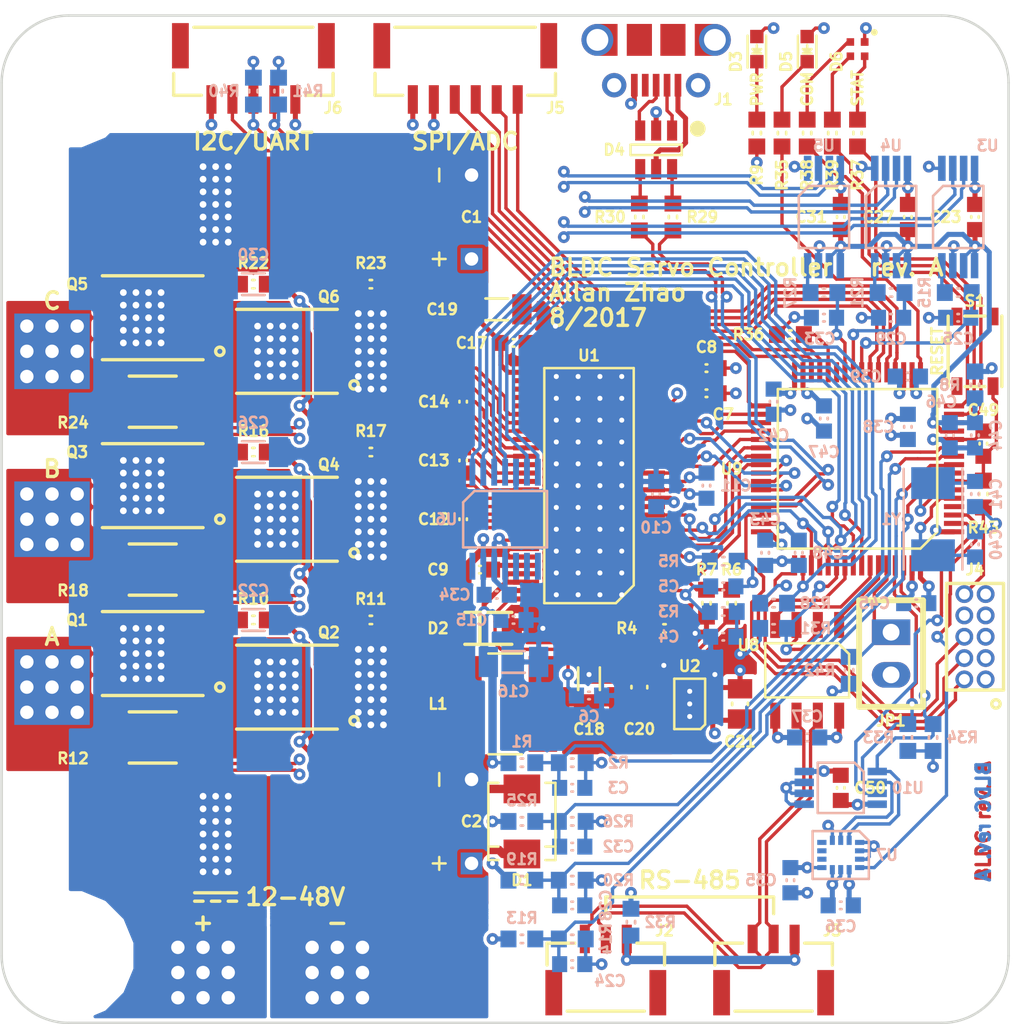
<source format=kicad_pcb>
(kicad_pcb (version 4) (host pcbnew 4.0.5)
  (layers (0 F.Cu signal) (1 In1.Cu power) (2 In2.Cu power) (31 B.Cu signal) (34 B.Paste user) (35 F.Paste user) (36 B.SilkS user) (37 F.SilkS user) (38 B.Mask user) (39 F.Mask user) (44 Edge.Cuts user))
  (net 0 "")
  (net 1 VIN)
  (net 2 GND)
  (net 3 /VSENSE_VIN)
  (net 4 "Net-(C5-Pad1)")
  (net 5 "Net-(C6-Pad1)")
  (net 6 "Net-(C7-Pad1)")
  (net 7 "Net-(C8-Pad1)")
  (net 8 "Net-(C9-Pad1)")
  (net 9 "Net-(C10-Pad2)")
  (net 10 "Net-(C11-Pad2)")
  (net 11 "Net-(C12-Pad2)")
  (net 12 "/Half Bridge A/SH")
  (net 13 "Net-(C13-Pad2)")
  (net 14 "/Half Bridge B/SH")
  (net 15 "Net-(C14-Pad2)")
  (net 16 "/Half Bridge C/SH")
  (net 17 VDDA)
  (net 18 /VSENSE_A)
  (net 19 /ISENSE_A)
  (net 20 /VSENSE_B)
  (net 21 /ISENSE_B)
  (net 22 /VSENSE_C)
  (net 23 /ISENSE_C)
  (net 24 "Net-(R6-Pad2)")
  (net 25 "/Half Bridge A/GH")
  (net 26 "/Half Bridge A/GL")
  (net 27 "/Half Bridge A/PHASE")
  (net 28 "/Half Bridge B/GH")
  (net 29 "/Half Bridge B/GL")
  (net 30 "/Half Bridge B/PHASE")
  (net 31 "/Half Bridge C/GH")
  (net 32 "/Half Bridge C/GL")
  (net 33 "/Half Bridge C/PHASE")
  (net 34 "Net-(U1-Pad4)")
  (net 35 "Net-(U1-Pad12)")
  (net 36 "Net-(U1-Pad25)")
  (net 37 "Net-(U1-Pad26)")
  (net 38 "/Gate Driver, Power/5V")
  (net 39 VDD)
  (net 40 "Net-(D3-Pad1)")
  (net 41 "Net-(D4-Pad1)")
  (net 42 "Net-(D4-Pad3)")
  (net 43 "Net-(D4-Pad4)")
  (net 44 /USB/VBUS)
  (net 45 "Net-(D4-Pad6)")
  (net 46 "Net-(Q1-PadG)")
  (net 47 "Net-(Q2-PadG)")
  (net 48 "Net-(Q3-PadG)")
  (net 49 "Net-(Q4-PadG)")
  (net 50 "Net-(Q5-PadG)")
  (net 51 "Net-(Q6-PadG)")
  (net 52 /Encoder/CSN)
  (net 53 /USB/D-)
  (net 54 /USB/D+)
  (net 55 "/Gate Driver, Power/EN_GATE")
  (net 56 "/Gate Driver, Power/INH_A")
  (net 57 "/Gate Driver, Power/INL_A")
  (net 58 "/Gate Driver, Power/INH_B")
  (net 59 "/Gate Driver, Power/INL_B")
  (net 60 "/Gate Driver, Power/INH_C")
  (net 61 "/Gate Driver, Power/INL_C")
  (net 62 /Encoder/CLK)
  (net 63 /Encoder/MISO)
  (net 64 /Encoder/MOSI)
  (net 65 /Encoder/B)
  (net 66 /Encoder/A)
  (net 67 "Net-(U6-Pad8)")
  (net 68 "Net-(U6-Pad9)")
  (net 69 "Net-(U6-Pad10)")
  (net 70 "Net-(U6-Pad14)")
  (net 71 "Net-(U7-Pad10)")
  (net 72 "Net-(U7-Pad11)")
  (net 73 /RS-485/DE)
  (net 74 /RS-485/RO)
  (net 75 /RS-485/DI)
  (net 76 "Net-(C48-Pad2)")
  (net 77 "Net-(C49-Pad2)")
  (net 78 /Microcontroller/SWDIO)
  (net 79 /Microcontroller/SWCLK)
  (net 80 /Microcontroller/SWO)
  (net 81 /Microcontroller/NRST)
  (net 82 "Net-(JP1-Pad1)")
  (net 83 /Microcontroller/I2C_SCL)
  (net 84 "Net-(R39-Pad2)")
  (net 85 /Microcontroller/PB11)
  (net 86 /Microcontroller/PB10)
  (net 87 /Microcontroller/I2C_SDA)
  (net 88 /Microcontroller/IMU_INT1)
  (net 89 /Microcontroller/PA4)
  (net 90 /Microcontroller/PA5)
  (net 91 /Microcontroller/PA6)
  (net 92 /Microcontroller/PA7)
  (net 93 /Microcontroller/MDRV_NSCS)
  (net 94 /Microcontroller/MDRV_NFAULT)
  (net 95 /Microcontroller/MDRV_NOCTW)
  (net 96 "Net-(C41-Pad2)")
  (net 97 /Microcontroller/PB12)
  (net 98 "Net-(U9-Pad27)")
  (net 99 "/Temperature Sensor/OS")
  (net 100 GNDPWR)
  (net 101 "/Half Bridge C/SL")
  (net 102 "/Half Bridge B/SL")
  (net 103 "/Half Bridge A/SL")
  (net 104 "/Half Bridge A/ISENSE_IN+")
  (net 105 "/Half Bridge A/ISENSE_IN-")
  (net 106 "/Half Bridge B/ISENSE_IN+")
  (net 107 "/Half Bridge B/ISENSE_IN-")
  (net 108 "/Half Bridge C/ISENSE_IN+")
  (net 109 "/Half Bridge C/ISENSE_IN-")
  (net 110 /IMU/INT2)
  (net 111 "Net-(U9-Pad4)")
  (net 112 "Net-(U1-Pad55)")
  (net 113 /RS-485/D-)
  (net 114 /RS-485/D+)
  (net 115 "Net-(U2-Pad3)")
  (net 116 "Net-(C4-Pad1)")
  (net 117 "Net-(C9-Pad2)")
  (net 118 "Net-(C11-Pad1)")
  (net 119 "Net-(C40-Pad2)")
  (net 120 "Net-(C47-Pad2)")
  (net 121 "Net-(D5-Pad1)")
  (net 122 "Net-(D6-PadKR)")
  (net 123 "Net-(D6-PadKB)")
  (net 124 "Net-(D6-PadKG)")
  (net 125 "Net-(J1-Pad4)")
  (net 126 "Net-(J2-Pad3)")
  (net 127 "Net-(J4-Pad7)")
  (net 128 "Net-(J4-Pad8)")
  (net 129 "Net-(J4-Pad9)")
  (net 130 "Net-(R4-Pad2)")
  (net 131 "Net-(R5-Pad2)")
  (net 132 "Net-(R15-Pad1)")
  (net 133 "Net-(R21-Pad1)")
  (net 134 "Net-(R27-Pad1)")
  (net 135 "Net-(R35-Pad2)")
  (net 136 "Net-(R36-Pad1)")
  (net 137 "Net-(R37-Pad2)")
  (net 138 "Net-(R38-Pad2)")
  (net 139 "Net-(S1-Pad1)")
  (net 140 "Net-(S1-Pad4)")
  (module bldc-controller:WIDE_NET_TIE (layer B.Cu) (at 72.5 143.5 180)
    (fp_text reference Z1 hide)
    (fp_text value NET_TIE hide)
    (fp_line (start -6.4 0) (end 6.4 0) (layer B.Cu) (width 0.2))
    (fp_line (start 6.4 -0.15) (end -6.4 -0.15) (layer B.Cu) (width 0.2))
    (fp_line (start -6.4 0.15) (end 6.4 0.15) (layer B.Cu) (width 0.2))
    (fp_line (start 6.4 -0.25) (end 6.4 0.25) (layer B.Cu) (width 0.2))
    (fp_line (start -6.4 -0.25) (end 6.4 -0.25) (layer B.Cu) (width 0.2))
    (fp_line (start -6.4 0.25) (end -6.4 -0.25) (layer B.Cu) (width 0.2))
    (fp_line (start 6.4 0.25) (end -6.4 0.25) (layer B.Cu) (width 0.2))
    (pad 1 smd rect (at 0 -0.5 180) (size 13 0.5) (layers B.Cu) (net 2 GND))
    (pad 2 smd rect (at 0 0.5 180) (size 13 0.5) (layers B.Cu) (net 100 GNDPWR))
  )
  (module bldc-controller:C_Radial_D10_L26.5_P5_Horizontal (layer F.Cu) (at 78 138 90)
    (fp_text reference C2 (at 0 0 180) (layer F.SilkS) (effects (font (size 0.64 0.64))))
    (fp_text value 330u)
    (fp_text user - (at 2.5 -2 90) (layer F.SilkS))
    (fp_text user + (at -2.5 -2 90) (layer F.SilkS))
    (pad 1 thru_hole rect (at -2.5 0 90) (size 1.3 1.3) (drill 0.8) (layers *.Cu *.Mask) (net 1 VIN))
    (pad 2 thru_hole circle (at 2.5 0 90) (size 1.3 1.3) (drill 0.8) (layers *.Cu *.Mask) (net 100 GNDPWR))
  )
  (module bldc-controller:FREE_VIA_0.4MM (layer F.Cu) (at 63.5 137.25 270)
    (fp_text reference REF** hide)
    (fp_text value FREE_VIA_0.4MM hide)
    (pad "" thru_hole circle (at 0 0 270) (size 0.8 0.8) (drill 0.4) (layers *.Cu) (net 1 VIN))
  )
  (module bldc-controller:FREE_VIA_0.4MM (layer F.Cu) (at 63.5 136.5 270)
    (fp_text reference REF** hide)
    (fp_text value FREE_VIA_0.4MM hide)
    (pad "" thru_hole circle (at 0 0 270) (size 0.8 0.8) (drill 0.4) (layers *.Cu) (net 1 VIN))
  )
  (module bldc-controller:FREE_VIA_0.4MM (layer F.Cu) (at 62 136.5 270)
    (fp_text reference REF** hide)
    (fp_text value FREE_VIA_0.4MM hide)
    (pad "" thru_hole circle (at 0 0 270) (size 0.8 0.8) (drill 0.4) (layers *.Cu) (net 1 VIN))
  )
  (module bldc-controller:FREE_VIA_0.4MM (layer F.Cu) (at 62.75 136.5 270)
    (fp_text reference REF** hide)
    (fp_text value FREE_VIA_0.4MM hide)
    (pad "" thru_hole circle (at 0 0 270) (size 0.8 0.8) (drill 0.4) (layers *.Cu) (net 1 VIN))
  )
  (module bldc-controller:FREE_VIA_0.4MM (layer F.Cu) (at 62.75 137.25 270)
    (fp_text reference REF** hide)
    (fp_text value FREE_VIA_0.4MM hide)
    (pad "" thru_hole circle (at 0 0 270) (size 0.8 0.8) (drill 0.4) (layers *.Cu) (net 1 VIN))
  )
  (module bldc-controller:FREE_VIA_0.4MM (layer F.Cu) (at 62 137.25 270)
    (fp_text reference REF** hide)
    (fp_text value FREE_VIA_0.4MM hide)
    (pad "" thru_hole circle (at 0 0 270) (size 0.8 0.8) (drill 0.4) (layers *.Cu) (net 1 VIN))
  )
  (module bldc-controller:FREE_VIA_0.4MM (layer F.Cu) (at 63.5 99.75 270)
    (fp_text reference REF** hide)
    (fp_text value FREE_VIA_0.4MM hide)
    (pad "" thru_hole circle (at 0 0 270) (size 0.8 0.8) (drill 0.4) (layers *.Cu) (net 1 VIN))
  )
  (module bldc-controller:FREE_VIA_0.4MM (layer F.Cu) (at 62.75 99 270)
    (fp_text reference REF** hide)
    (fp_text value FREE_VIA_0.4MM hide)
    (pad "" thru_hole circle (at 0 0 270) (size 0.8 0.8) (drill 0.4) (layers *.Cu) (net 1 VIN))
  )
  (module bldc-controller:FREE_VIA_0.4MM (layer F.Cu) (at 63.5 99 270)
    (fp_text reference REF** hide)
    (fp_text value FREE_VIA_0.4MM hide)
    (pad "" thru_hole circle (at 0 0 270) (size 0.8 0.8) (drill 0.4) (layers *.Cu) (net 1 VIN))
  )
  (module bldc-controller:FREE_VIA_0.4MM (layer F.Cu) (at 62.75 99.75 270)
    (fp_text reference REF** hide)
    (fp_text value FREE_VIA_0.4MM hide)
    (pad "" thru_hole circle (at 0 0 270) (size 0.8 0.8) (drill 0.4) (layers *.Cu) (net 1 VIN))
  )
  (module bldc-controller:FREE_VIA_0.4MM (layer F.Cu) (at 62 99 270)
    (fp_text reference REF** hide)
    (fp_text value FREE_VIA_0.4MM hide)
    (pad "" thru_hole circle (at 0 0 270) (size 0.8 0.8) (drill 0.4) (layers *.Cu) (net 1 VIN))
  )
  (module bldc-controller:FREE_VIA_0.4MM (layer F.Cu) (at 62 99.75 270)
    (fp_text reference REF** hide)
    (fp_text value FREE_VIA_0.4MM hide)
    (pad "" thru_hole circle (at 0 0 270) (size 0.8 0.8) (drill 0.4) (layers *.Cu) (net 1 VIN))
  )
  (module bldc-controller:FREE_VIA_0.4MM (layer F.Cu) (at 62.75 103.5 270)
    (fp_text reference REF** hide)
    (fp_text value FREE_VIA_0.4MM hide)
    (pad "" thru_hole circle (at 0 0 270) (size 0.8 0.8) (drill 0.4) (layers *.Cu) (net 1 VIN))
  )
  (module bldc-controller:FREE_VIA_0.4MM (layer F.Cu) (at 62 103.5 270)
    (fp_text reference REF** hide)
    (fp_text value FREE_VIA_0.4MM hide)
    (pad "" thru_hole circle (at 0 0 270) (size 0.8 0.8) (drill 0.4) (layers *.Cu) (net 1 VIN))
  )
  (module bldc-controller:FREE_VIA_0.4MM (layer F.Cu) (at 62 102 270)
    (fp_text reference REF** hide)
    (fp_text value FREE_VIA_0.4MM hide)
    (pad "" thru_hole circle (at 0 0 270) (size 0.8 0.8) (drill 0.4) (layers *.Cu) (net 1 VIN))
  )
  (module bldc-controller:FREE_VIA_0.4MM (layer F.Cu) (at 62 102.75 270)
    (fp_text reference REF** hide)
    (fp_text value FREE_VIA_0.4MM hide)
    (pad "" thru_hole circle (at 0 0 270) (size 0.8 0.8) (drill 0.4) (layers *.Cu) (net 1 VIN))
  )
  (module bldc-controller:FREE_VIA_0.4MM (layer F.Cu) (at 63.5 103.5 270)
    (fp_text reference REF** hide)
    (fp_text value FREE_VIA_0.4MM hide)
    (pad "" thru_hole circle (at 0 0 270) (size 0.8 0.8) (drill 0.4) (layers *.Cu) (net 1 VIN))
  )
  (module bldc-controller:FREE_VIA_0.4MM (layer F.Cu) (at 62.75 102.75 270)
    (fp_text reference REF** hide)
    (fp_text value FREE_VIA_0.4MM hide)
    (pad "" thru_hole circle (at 0 0 270) (size 0.8 0.8) (drill 0.4) (layers *.Cu) (net 1 VIN))
  )
  (module bldc-controller:FREE_VIA_0.4MM (layer F.Cu) (at 62.75 101.25 270)
    (fp_text reference REF** hide)
    (fp_text value FREE_VIA_0.4MM hide)
    (pad "" thru_hole circle (at 0 0 270) (size 0.8 0.8) (drill 0.4) (layers *.Cu) (net 1 VIN))
  )
  (module bldc-controller:FREE_VIA_0.4MM (layer F.Cu) (at 63.5 102.75 270)
    (fp_text reference REF** hide)
    (fp_text value FREE_VIA_0.4MM hide)
    (pad "" thru_hole circle (at 0 0 270) (size 0.8 0.8) (drill 0.4) (layers *.Cu) (net 1 VIN))
  )
  (module bldc-controller:FREE_VIA_0.4MM (layer F.Cu) (at 63.5 101.25 270)
    (fp_text reference REF** hide)
    (fp_text value FREE_VIA_0.4MM hide)
    (pad "" thru_hole circle (at 0 0 270) (size 0.8 0.8) (drill 0.4) (layers *.Cu) (net 1 VIN))
  )
  (module bldc-controller:FREE_VIA_0.4MM (layer F.Cu) (at 62.75 102 270)
    (fp_text reference REF** hide)
    (fp_text value FREE_VIA_0.4MM hide)
    (pad "" thru_hole circle (at 0 0 270) (size 0.8 0.8) (drill 0.4) (layers *.Cu) (net 1 VIN))
  )
  (module bldc-controller:FREE_VIA_0.4MM (layer F.Cu) (at 63.5 102 270)
    (fp_text reference REF** hide)
    (fp_text value FREE_VIA_0.4MM hide)
    (pad "" thru_hole circle (at 0 0 270) (size 0.8 0.8) (drill 0.4) (layers *.Cu) (net 1 VIN))
  )
  (module bldc-controller:FREE_VIA_0.4MM (layer F.Cu) (at 62 101.25 270)
    (fp_text reference REF** hide)
    (fp_text value FREE_VIA_0.4MM hide)
    (pad "" thru_hole circle (at 0 0 270) (size 0.8 0.8) (drill 0.4) (layers *.Cu) (net 1 VIN))
  )
  (module bldc-controller:FREE_VIA_0.4MM (layer F.Cu) (at 62.75 100.5 270)
    (fp_text reference REF** hide)
    (fp_text value FREE_VIA_0.4MM hide)
    (pad "" thru_hole circle (at 0 0 270) (size 0.8 0.8) (drill 0.4) (layers *.Cu) (net 1 VIN))
  )
  (module bldc-controller:FREE_VIA_0.4MM (layer F.Cu) (at 63.5 100.5 270)
    (fp_text reference REF** hide)
    (fp_text value FREE_VIA_0.4MM hide)
    (pad "" thru_hole circle (at 0 0 270) (size 0.8 0.8) (drill 0.4) (layers *.Cu) (net 1 VIN))
  )
  (module bldc-controller:FREE_VIA_0.4MM (layer F.Cu) (at 62 100.5 270)
    (fp_text reference REF** hide)
    (fp_text value FREE_VIA_0.4MM hide)
    (pad "" thru_hole circle (at 0 0 270) (size 0.8 0.8) (drill 0.4) (layers *.Cu) (net 1 VIN))
  )
  (module bldc-controller:FREE_VIA_0.4MM (layer F.Cu) (at 62 141 270)
    (fp_text reference REF** hide)
    (fp_text value FREE_VIA_0.4MM hide)
    (pad "" thru_hole circle (at 0 0 270) (size 0.8 0.8) (drill 0.4) (layers *.Cu) (net 1 VIN))
  )
  (module bldc-controller:FREE_VIA_0.4MM (layer F.Cu) (at 62.75 141 270)
    (fp_text reference REF** hide)
    (fp_text value FREE_VIA_0.4MM hide)
    (pad "" thru_hole circle (at 0 0 270) (size 0.8 0.8) (drill 0.4) (layers *.Cu) (net 1 VIN))
  )
  (module bldc-controller:FREE_VIA_0.4MM (layer F.Cu) (at 63.5 141 270)
    (fp_text reference REF** hide)
    (fp_text value FREE_VIA_0.4MM hide)
    (pad "" thru_hole circle (at 0 0 270) (size 0.8 0.8) (drill 0.4) (layers *.Cu) (net 1 VIN))
  )
  (module bldc-controller:FREE_VIA_0.4MM (layer F.Cu) (at 62 138 270)
    (fp_text reference REF** hide)
    (fp_text value FREE_VIA_0.4MM hide)
    (pad "" thru_hole circle (at 0 0 270) (size 0.8 0.8) (drill 0.4) (layers *.Cu) (net 1 VIN))
  )
  (module bldc-controller:FREE_VIA_0.4MM (layer F.Cu) (at 62.75 138 270)
    (fp_text reference REF** hide)
    (fp_text value FREE_VIA_0.4MM hide)
    (pad "" thru_hole circle (at 0 0 270) (size 0.8 0.8) (drill 0.4) (layers *.Cu) (net 1 VIN))
  )
  (module bldc-controller:FREE_VIA_0.4MM (layer F.Cu) (at 63.5 138 270)
    (fp_text reference REF** hide)
    (fp_text value FREE_VIA_0.4MM hide)
    (pad "" thru_hole circle (at 0 0 270) (size 0.8 0.8) (drill 0.4) (layers *.Cu) (net 1 VIN))
  )
  (module bldc-controller:FREE_VIA_0.4MM (layer F.Cu) (at 62 138.75 270)
    (fp_text reference REF** hide)
    (fp_text value FREE_VIA_0.4MM hide)
    (pad "" thru_hole circle (at 0 0 270) (size 0.8 0.8) (drill 0.4) (layers *.Cu) (net 1 VIN))
  )
  (module bldc-controller:FREE_VIA_0.4MM (layer F.Cu) (at 62.75 138.75 270)
    (fp_text reference REF** hide)
    (fp_text value FREE_VIA_0.4MM hide)
    (pad "" thru_hole circle (at 0 0 270) (size 0.8 0.8) (drill 0.4) (layers *.Cu) (net 1 VIN))
  )
  (module bldc-controller:FREE_VIA_0.4MM (layer F.Cu) (at 63.5 138.75 270)
    (fp_text reference REF** hide)
    (fp_text value FREE_VIA_0.4MM hide)
    (pad "" thru_hole circle (at 0 0 270) (size 0.8 0.8) (drill 0.4) (layers *.Cu) (net 1 VIN))
  )
  (module bldc-controller:FREE_VIA_0.4MM (layer F.Cu) (at 62 139.5 270)
    (fp_text reference REF** hide)
    (fp_text value FREE_VIA_0.4MM hide)
    (pad "" thru_hole circle (at 0 0 270) (size 0.8 0.8) (drill 0.4) (layers *.Cu) (net 1 VIN))
  )
  (module bldc-controller:FREE_VIA_0.4MM (layer F.Cu) (at 62 140.25 270)
    (fp_text reference REF** hide)
    (fp_text value FREE_VIA_0.4MM hide)
    (pad "" thru_hole circle (at 0 0 270) (size 0.8 0.8) (drill 0.4) (layers *.Cu) (net 1 VIN))
  )
  (module bldc-controller:FREE_VIA_0.4MM (layer F.Cu) (at 62.75 140.25 270)
    (fp_text reference REF** hide)
    (fp_text value FREE_VIA_0.4MM hide)
    (pad "" thru_hole circle (at 0 0 270) (size 0.8 0.8) (drill 0.4) (layers *.Cu) (net 1 VIN))
  )
  (module bldc-controller:FREE_VIA_0.4MM (layer F.Cu) (at 62.75 139.5 270)
    (fp_text reference REF** hide)
    (fp_text value FREE_VIA_0.4MM hide)
    (pad "" thru_hole circle (at 0 0 270) (size 0.8 0.8) (drill 0.4) (layers *.Cu) (net 1 VIN))
  )
  (module bldc-controller:FREE_VIA_0.4MM (layer F.Cu) (at 63.5 139.5 270)
    (fp_text reference REF** hide)
    (fp_text value FREE_VIA_0.4MM hide)
    (pad "" thru_hole circle (at 0 0 270) (size 0.8 0.8) (drill 0.4) (layers *.Cu) (net 1 VIN))
  )
  (module bldc-controller:FREE_VIA_0.4MM (layer F.Cu) (at 63.5 140.25 270)
    (fp_text reference REF** hide)
    (fp_text value FREE_VIA_0.4MM hide)
    (pad "" thru_hole circle (at 0 0 270) (size 0.8 0.8) (drill 0.4) (layers *.Cu) (net 1 VIN))
  )
  (module bldc-controller:R_0603_IPC_NOMINAL (layer B.Cu) (at 104 133 90)
    (fp_text reference R33 (at 0 -1.75 180) (layer B.SilkS) (effects (font (size 0.64 0.64)) (justify mirror)))
    (fp_text value 4.7k)
    (pad 1 smd rect (at -0.8 0 90) (size 0.95 1) (layers B.Cu B.Paste B.Mask) (net 39 VDD))
    (pad 2 smd rect (at 0.8 0 90) (size 0.95 1) (layers B.Cu B.Paste B.Mask) (net 83 /Microcontroller/I2C_SCL))
  )
  (module bldc-controller:LQFP-64 (layer F.Cu) (at 101 117 180)
    (fp_text reference U9 (at 7.5 0 180) (layer F.SilkS) (effects (font (size 0.64 0.64))))
    (fp_text value STM32F405R)
    (pad 1 smd rect (at -5.75 -3.75 180) (size 1.2 0.3) (layers F.Cu F.Paste F.Mask) (net 39 VDD))
    (pad 2 smd rect (at -5.75 -3.25 180) (size 1.2 0.3) (layers F.Cu F.Paste F.Mask) (net 99 "/Temperature Sensor/OS"))
    (pad 3 smd rect (at -5.75 -2.75 180) (size 1.2 0.3) (layers F.Cu F.Paste F.Mask) (net 88 /Microcontroller/IMU_INT1))
    (pad 4 smd rect (at -5.75 -2.25 180) (size 1.2 0.3) (layers F.Cu F.Paste F.Mask) (net 111 "Net-(U9-Pad4)"))
    (pad 5 smd rect (at -5.75 -1.75 180) (size 1.2 0.3) (layers F.Cu F.Paste F.Mask) (net 119 "Net-(C40-Pad2)"))
    (pad 6 smd rect (at -5.75 -1.25 180) (size 1.2 0.3) (layers F.Cu F.Paste F.Mask) (net 96 "Net-(C41-Pad2)"))
    (pad 7 smd rect (at -5.75 -0.75 180) (size 1.2 0.3) (layers F.Cu F.Paste F.Mask) (net 77 "Net-(C49-Pad2)"))
    (pad 8 smd rect (at -5.75 -0.25 180) (size 1.2 0.3) (layers F.Cu F.Paste F.Mask) (net 18 /VSENSE_A))
    (pad 9 smd rect (at -5.75 0.25 180) (size 1.2 0.3) (layers F.Cu F.Paste F.Mask) (net 20 /VSENSE_B))
    (pad 10 smd rect (at -5.75 0.75 180) (size 1.2 0.3) (layers F.Cu F.Paste F.Mask) (net 22 /VSENSE_C))
    (pad 11 smd rect (at -5.75 1.25 180) (size 1.2 0.3) (layers F.Cu F.Paste F.Mask) (net 3 /VSENSE_VIN))
    (pad 12 smd rect (at -5.75 1.75 180) (size 1.2 0.3) (layers F.Cu F.Paste F.Mask) (net 2 GND))
    (pad 13 smd rect (at -5.75 2.25 180) (size 1.2 0.3) (layers F.Cu F.Paste F.Mask) (net 17 VDDA))
    (pad 14 smd rect (at -5.75 2.75 180) (size 1.2 0.3) (layers F.Cu F.Paste F.Mask) (net 137 "Net-(R37-Pad2)"))
    (pad 15 smd rect (at -5.75 3.25 180) (size 1.2 0.3) (layers F.Cu F.Paste F.Mask) (net 84 "Net-(R39-Pad2)"))
    (pad 16 smd rect (at -5.75 3.75 180) (size 1.2 0.3) (layers F.Cu F.Paste F.Mask) (net 138 "Net-(R38-Pad2)"))
    (pad 17 smd rect (at -3.75 5.75 180) (size 0.3 1.2) (layers F.Cu F.Paste F.Mask) (net 135 "Net-(R35-Pad2)"))
    (pad 18 smd rect (at -3.25 5.75 180) (size 0.3 1.2) (layers F.Cu F.Paste F.Mask) (net 2 GND))
    (pad 19 smd rect (at -2.75 5.75 180) (size 0.3 1.2) (layers F.Cu F.Paste F.Mask) (net 39 VDD))
    (pad 20 smd rect (at -2.25 5.75 180) (size 0.3 1.2) (layers F.Cu F.Paste F.Mask) (net 89 /Microcontroller/PA4))
    (pad 21 smd rect (at -1.75 5.75 180) (size 0.3 1.2) (layers F.Cu F.Paste F.Mask) (net 90 /Microcontroller/PA5))
    (pad 22 smd rect (at -1.25 5.75 180) (size 0.3 1.2) (layers F.Cu F.Paste F.Mask) (net 91 /Microcontroller/PA6))
    (pad 23 smd rect (at -0.75 5.75 180) (size 0.3 1.2) (layers F.Cu F.Paste F.Mask) (net 92 /Microcontroller/PA7))
    (pad 24 smd rect (at -0.25 5.75 180) (size 0.3 1.2) (layers F.Cu F.Paste F.Mask) (net 19 /ISENSE_A))
    (pad 25 smd rect (at 0.25 5.75 180) (size 0.3 1.2) (layers F.Cu F.Paste F.Mask) (net 21 /ISENSE_B))
    (pad 26 smd rect (at 0.75 5.75 180) (size 0.3 1.2) (layers F.Cu F.Paste F.Mask) (net 23 /ISENSE_C))
    (pad 27 smd rect (at 1.25 5.75 180) (size 0.3 1.2) (layers F.Cu F.Paste F.Mask) (net 98 "Net-(U9-Pad27)"))
    (pad 28 smd rect (at 1.75 5.75 180) (size 0.3 1.2) (layers F.Cu F.Paste F.Mask) (net 136 "Net-(R36-Pad1)"))
    (pad 29 smd rect (at 2.25 5.75 180) (size 0.3 1.2) (layers F.Cu F.Paste F.Mask) (net 86 /Microcontroller/PB10))
    (pad 30 smd rect (at 2.75 5.75 180) (size 0.3 1.2) (layers F.Cu F.Paste F.Mask) (net 85 /Microcontroller/PB11))
    (pad 31 smd rect (at 3.25 5.75 180) (size 0.3 1.2) (layers F.Cu F.Paste F.Mask) (net 120 "Net-(C47-Pad2)"))
    (pad 32 smd rect (at 3.75 5.75 180) (size 0.3 1.2) (layers F.Cu F.Paste F.Mask) (net 39 VDD))
    (pad 33 smd rect (at 5.75 3.75 180) (size 1.2 0.3) (layers F.Cu F.Paste F.Mask) (net 97 /Microcontroller/PB12))
    (pad 34 smd rect (at 5.75 3.25 180) (size 1.2 0.3) (layers F.Cu F.Paste F.Mask) (net 61 "/Gate Driver, Power/INL_C"))
    (pad 35 smd rect (at 5.75 2.75 180) (size 1.2 0.3) (layers F.Cu F.Paste F.Mask) (net 59 "/Gate Driver, Power/INL_B"))
    (pad 36 smd rect (at 5.75 2.25 180) (size 1.2 0.3) (layers F.Cu F.Paste F.Mask) (net 57 "/Gate Driver, Power/INL_A"))
    (pad 37 smd rect (at 5.75 1.75 180) (size 1.2 0.3) (layers F.Cu F.Paste F.Mask) (net 55 "/Gate Driver, Power/EN_GATE"))
    (pad 38 smd rect (at 5.75 1.25 180) (size 1.2 0.3) (layers F.Cu F.Paste F.Mask) (net 93 /Microcontroller/MDRV_NSCS))
    (pad 39 smd rect (at 5.75 0.75 180) (size 1.2 0.3) (layers F.Cu F.Paste F.Mask) (net 94 /Microcontroller/MDRV_NFAULT))
    (pad 40 smd rect (at 5.75 0.25 180) (size 1.2 0.3) (layers F.Cu F.Paste F.Mask) (net 95 /Microcontroller/MDRV_NOCTW))
    (pad 41 smd rect (at 5.75 -0.25 180) (size 1.2 0.3) (layers F.Cu F.Paste F.Mask) (net 60 "/Gate Driver, Power/INH_C"))
    (pad 42 smd rect (at 5.75 -0.75 180) (size 1.2 0.3) (layers F.Cu F.Paste F.Mask) (net 58 "/Gate Driver, Power/INH_B"))
    (pad 43 smd rect (at 5.75 -1.25 180) (size 1.2 0.3) (layers F.Cu F.Paste F.Mask) (net 56 "/Gate Driver, Power/INH_A"))
    (pad 44 smd rect (at 5.75 -1.75 180) (size 1.2 0.3) (layers F.Cu F.Paste F.Mask) (net 53 /USB/D-))
    (pad 45 smd rect (at 5.75 -2.25 180) (size 1.2 0.3) (layers F.Cu F.Paste F.Mask) (net 54 /USB/D+))
    (pad 46 smd rect (at 5.75 -2.75 180) (size 1.2 0.3) (layers F.Cu F.Paste F.Mask) (net 78 /Microcontroller/SWDIO))
    (pad 47 smd rect (at 5.75 -3.25 180) (size 1.2 0.3) (layers F.Cu F.Paste F.Mask) (net 76 "Net-(C48-Pad2)"))
    (pad 48 smd rect (at 5.75 -3.75 180) (size 1.2 0.3) (layers F.Cu F.Paste F.Mask) (net 39 VDD))
    (pad 49 smd rect (at 3.75 -5.75 180) (size 0.3 1.2) (layers F.Cu F.Paste F.Mask) (net 79 /Microcontroller/SWCLK))
    (pad 50 smd rect (at 3.25 -5.75 180) (size 0.3 1.2) (layers F.Cu F.Paste F.Mask) (net 52 /Encoder/CSN))
    (pad 51 smd rect (at 2.75 -5.75 180) (size 0.3 1.2) (layers F.Cu F.Paste F.Mask) (net 62 /Encoder/CLK))
    (pad 52 smd rect (at 2.25 -5.75 180) (size 0.3 1.2) (layers F.Cu F.Paste F.Mask) (net 63 /Encoder/MISO))
    (pad 53 smd rect (at 1.75 -5.75 180) (size 0.3 1.2) (layers F.Cu F.Paste F.Mask) (net 64 /Encoder/MOSI))
    (pad 54 smd rect (at 1.25 -5.75 180) (size 0.3 1.2) (layers F.Cu F.Paste F.Mask) (net 73 /RS-485/DE))
    (pad 55 smd rect (at 0.75 -5.75 180) (size 0.3 1.2) (layers F.Cu F.Paste F.Mask) (net 80 /Microcontroller/SWO))
    (pad 56 smd rect (at 0.25 -5.75 180) (size 0.3 1.2) (layers F.Cu F.Paste F.Mask) (net 66 /Encoder/A))
    (pad 57 smd rect (at -0.25 -5.75 180) (size 0.3 1.2) (layers F.Cu F.Paste F.Mask) (net 65 /Encoder/B))
    (pad 58 smd rect (at -0.75 -5.75 180) (size 0.3 1.2) (layers F.Cu F.Paste F.Mask) (net 75 /RS-485/DI))
    (pad 59 smd rect (at -1.25 -5.75 180) (size 0.3 1.2) (layers F.Cu F.Paste F.Mask) (net 74 /RS-485/RO))
    (pad 60 smd rect (at -1.75 -5.75 180) (size 0.3 1.2) (layers F.Cu F.Paste F.Mask) (net 82 "Net-(JP1-Pad1)"))
    (pad 61 smd rect (at -2.25 -5.75 180) (size 0.3 1.2) (layers F.Cu F.Paste F.Mask) (net 83 /Microcontroller/I2C_SCL))
    (pad 62 smd rect (at -2.75 -5.75 180) (size 0.3 1.2) (layers F.Cu F.Paste F.Mask) (net 87 /Microcontroller/I2C_SDA))
    (pad 63 smd rect (at -3.25 -5.75 180) (size 0.3 1.2) (layers F.Cu F.Paste F.Mask) (net 2 GND))
    (pad 64 smd rect (at -3.75 -5.75 180) (size 0.3 1.2) (layers F.Cu F.Paste F.Mask) (net 39 VDD))
  )
  (module bldc-controller:TYS6045 (layer F.Cu) (at 80 131)
    (fp_text reference L1 (at -4 0) (layer F.SilkS) (effects (font (size 0.64 0.64))))
    (fp_text value 33u)
    (pad 1 smd rect (at -2.25 0) (size 1.7 5.7) (layers F.Cu F.Paste F.Mask) (net 8 "Net-(C9-Pad1)"))
    (pad 2 smd rect (at 2.25 0) (size 1.7 5.7) (layers F.Cu F.Paste F.Mask) (net 38 "/Gate Driver, Power/5V"))
  )
  (module bldc-controller:FREE_VIA_0.4MM (layer F.Cu) (at 72.75 132.25)
    (fp_text reference REF** hide)
    (fp_text value FREE_VIA_0.4MM hide)
    (pad "" thru_hole circle (at 0 0) (size 0.8 0.8) (drill 0.4) (layers *.Cu) (net 100 GNDPWR))
  )
  (module bldc-controller:FREE_VIA_0.4MM (layer F.Cu) (at 72 132.25)
    (fp_text reference REF** hide)
    (fp_text value FREE_VIA_0.4MM hide)
    (pad "" thru_hole circle (at 0 0) (size 0.8 0.8) (drill 0.4) (layers *.Cu) (net 100 GNDPWR))
  )
  (module bldc-controller:FREE_VIA_0.4MM (layer F.Cu) (at 71.25 132.25)
    (fp_text reference REF** hide)
    (fp_text value FREE_VIA_0.4MM hide)
    (pad "" thru_hole circle (at 0 0) (size 0.8 0.8) (drill 0.4) (layers *.Cu) (net 100 GNDPWR))
  )
  (module bldc-controller:FREE_VIA_0.4MM (layer F.Cu) (at 72.75 127.75)
    (fp_text reference REF** hide)
    (fp_text value FREE_VIA_0.4MM hide)
    (pad "" thru_hole circle (at 0 0) (size 0.8 0.8) (drill 0.4) (layers *.Cu) (net 100 GNDPWR))
  )
  (module bldc-controller:FREE_VIA_0.4MM (layer F.Cu) (at 72 127.75)
    (fp_text reference REF** hide)
    (fp_text value FREE_VIA_0.4MM hide)
    (pad "" thru_hole circle (at 0 0) (size 0.8 0.8) (drill 0.4) (layers *.Cu) (net 100 GNDPWR))
  )
  (module bldc-controller:FREE_VIA_0.4MM (layer F.Cu) (at 71.25 127.75)
    (fp_text reference REF** hide)
    (fp_text value FREE_VIA_0.4MM hide)
    (pad "" thru_hole circle (at 0 0) (size 0.8 0.8) (drill 0.4) (layers *.Cu) (net 100 GNDPWR))
  )
  (module bldc-controller:FREE_VIA_0.4MM (layer F.Cu) (at 72.75 122.25)
    (fp_text reference REF** hide)
    (fp_text value FREE_VIA_0.4MM hide)
    (pad "" thru_hole circle (at 0 0) (size 0.8 0.8) (drill 0.4) (layers *.Cu) (net 100 GNDPWR))
  )
  (module bldc-controller:FREE_VIA_0.4MM (layer F.Cu) (at 72 122.25)
    (fp_text reference REF** hide)
    (fp_text value FREE_VIA_0.4MM hide)
    (pad "" thru_hole circle (at 0 0) (size 0.8 0.8) (drill 0.4) (layers *.Cu) (net 100 GNDPWR))
  )
  (module bldc-controller:FREE_VIA_0.4MM (layer F.Cu) (at 71.25 122.25)
    (fp_text reference REF** hide)
    (fp_text value FREE_VIA_0.4MM hide)
    (pad "" thru_hole circle (at 0 0) (size 0.8 0.8) (drill 0.4) (layers *.Cu) (net 100 GNDPWR))
  )
  (module bldc-controller:FREE_VIA_0.4MM (layer F.Cu) (at 72.75 117.75)
    (fp_text reference REF** hide)
    (fp_text value FREE_VIA_0.4MM hide)
    (pad "" thru_hole circle (at 0 0) (size 0.8 0.8) (drill 0.4) (layers *.Cu) (net 100 GNDPWR))
  )
  (module bldc-controller:FREE_VIA_0.4MM (layer F.Cu) (at 72 117.75)
    (fp_text reference REF** hide)
    (fp_text value FREE_VIA_0.4MM hide)
    (pad "" thru_hole circle (at 0 0) (size 0.8 0.8) (drill 0.4) (layers *.Cu) (net 100 GNDPWR))
  )
  (module bldc-controller:FREE_VIA_0.4MM (layer F.Cu) (at 71.25 117.75)
    (fp_text reference REF** hide)
    (fp_text value FREE_VIA_0.4MM hide)
    (pad "" thru_hole circle (at 0 0) (size 0.8 0.8) (drill 0.4) (layers *.Cu) (net 100 GNDPWR))
  )
  (module bldc-controller:FREE_VIA_0.4MM (layer F.Cu) (at 72.75 112.25)
    (fp_text reference REF** hide)
    (fp_text value FREE_VIA_0.4MM hide)
    (pad "" thru_hole circle (at 0 0) (size 0.8 0.8) (drill 0.4) (layers *.Cu) (net 100 GNDPWR))
  )
  (module bldc-controller:FREE_VIA_0.4MM (layer F.Cu) (at 72 112.25)
    (fp_text reference REF** hide)
    (fp_text value FREE_VIA_0.4MM hide)
    (pad "" thru_hole circle (at 0 0) (size 0.8 0.8) (drill 0.4) (layers *.Cu) (net 100 GNDPWR))
  )
  (module bldc-controller:FREE_VIA_0.4MM (layer F.Cu) (at 71.25 112.25)
    (fp_text reference REF** hide)
    (fp_text value FREE_VIA_0.4MM hide)
    (pad "" thru_hole circle (at 0 0) (size 0.8 0.8) (drill 0.4) (layers *.Cu) (net 100 GNDPWR))
  )
  (module bldc-controller:FREE_VIA_0.4MM (layer F.Cu) (at 72.75 107.75)
    (fp_text reference REF** hide)
    (fp_text value FREE_VIA_0.4MM hide)
    (pad "" thru_hole circle (at 0 0) (size 0.8 0.8) (drill 0.4) (layers *.Cu) (net 100 GNDPWR))
  )
  (module bldc-controller:FREE_VIA_0.4MM (layer F.Cu) (at 72 107.75)
    (fp_text reference REF** hide)
    (fp_text value FREE_VIA_0.4MM hide)
    (pad "" thru_hole circle (at 0 0) (size 0.8 0.8) (drill 0.4) (layers *.Cu) (net 100 GNDPWR))
  )
  (module bldc-controller:FREE_VIA_0.4MM (layer F.Cu) (at 71.25 107.75)
    (fp_text reference REF** hide)
    (fp_text value FREE_VIA_0.4MM hide)
    (pad "" thru_hole circle (at 0 0) (size 0.8 0.8) (drill 0.4) (layers *.Cu) (net 100 GNDPWR))
  )
  (module bldc-controller:FREE_VIA_0.4MM (layer F.Cu) (at 57.25 128.75)
    (fp_text reference REF** hide)
    (fp_text value FREE_VIA_0.4MM hide)
    (pad "" thru_hole circle (at 0 0) (size 0.8 0.8) (drill 0.4) (layers *.Cu) (net 1 VIN))
  )
  (module bldc-controller:FREE_VIA_0.4MM (layer F.Cu) (at 57.25 127.25)
    (fp_text reference REF** hide)
    (fp_text value FREE_VIA_0.4MM hide)
    (pad "" thru_hole circle (at 0 0) (size 0.8 0.8) (drill 0.4) (layers *.Cu) (net 1 VIN))
  )
  (module bldc-controller:FREE_VIA_0.4MM (layer F.Cu) (at 57.25 128)
    (fp_text reference REF** hide)
    (fp_text value FREE_VIA_0.4MM hide)
    (pad "" thru_hole circle (at 0 0) (size 0.8 0.8) (drill 0.4) (layers *.Cu) (net 1 VIN))
  )
  (module bldc-controller:FREE_VIA_0.4MM (layer F.Cu) (at 57.25 129.5)
    (fp_text reference REF** hide)
    (fp_text value FREE_VIA_0.4MM hide)
    (pad "" thru_hole circle (at 0 0) (size 0.8 0.8) (drill 0.4) (layers *.Cu) (net 1 VIN))
  )
  (module bldc-controller:FREE_VIA_0.4MM (layer F.Cu) (at 57.25 126.5)
    (fp_text reference REF** hide)
    (fp_text value FREE_VIA_0.4MM hide)
    (pad "" thru_hole circle (at 0 0) (size 0.8 0.8) (drill 0.4) (layers *.Cu) (net 1 VIN))
  )
  (module bldc-controller:FREE_VIA_0.4MM (layer F.Cu) (at 58.75 127.25)
    (fp_text reference REF** hide)
    (fp_text value FREE_VIA_0.4MM hide)
    (pad "" thru_hole circle (at 0 0) (size 0.8 0.8) (drill 0.4) (layers *.Cu) (net 1 VIN))
  )
  (module bldc-controller:FREE_VIA_0.4MM (layer F.Cu) (at 58.75 128)
    (fp_text reference REF** hide)
    (fp_text value FREE_VIA_0.4MM hide)
    (pad "" thru_hole circle (at 0 0) (size 0.8 0.8) (drill 0.4) (layers *.Cu) (net 1 VIN))
  )
  (module bldc-controller:FREE_VIA_0.4MM (layer F.Cu) (at 59.5 126.5)
    (fp_text reference REF** hide)
    (fp_text value FREE_VIA_0.4MM hide)
    (pad "" thru_hole circle (at 0 0) (size 0.8 0.8) (drill 0.4) (layers *.Cu) (net 1 VIN))
  )
  (module bldc-controller:FREE_VIA_0.4MM (layer F.Cu) (at 58.75 126.5)
    (fp_text reference REF** hide)
    (fp_text value FREE_VIA_0.4MM hide)
    (pad "" thru_hole circle (at 0 0) (size 0.8 0.8) (drill 0.4) (layers *.Cu) (net 1 VIN))
  )
  (module bldc-controller:FREE_VIA_0.4MM (layer F.Cu) (at 59.5 127.25)
    (fp_text reference REF** hide)
    (fp_text value FREE_VIA_0.4MM hide)
    (pad "" thru_hole circle (at 0 0) (size 0.8 0.8) (drill 0.4) (layers *.Cu) (net 1 VIN))
  )
  (module bldc-controller:FREE_VIA_0.4MM (layer F.Cu) (at 58.75 129.5)
    (fp_text reference REF** hide)
    (fp_text value FREE_VIA_0.4MM hide)
    (pad "" thru_hole circle (at 0 0) (size 0.8 0.8) (drill 0.4) (layers *.Cu) (net 1 VIN))
  )
  (module bldc-controller:FREE_VIA_0.4MM (layer F.Cu) (at 58 129.5)
    (fp_text reference REF** hide)
    (fp_text value FREE_VIA_0.4MM hide)
    (pad "" thru_hole circle (at 0 0) (size 0.8 0.8) (drill 0.4) (layers *.Cu) (net 1 VIN))
  )
  (module bldc-controller:FREE_VIA_0.4MM (layer F.Cu) (at 58.75 128.75)
    (fp_text reference REF** hide)
    (fp_text value FREE_VIA_0.4MM hide)
    (pad "" thru_hole circle (at 0 0) (size 0.8 0.8) (drill 0.4) (layers *.Cu) (net 1 VIN))
  )
  (module bldc-controller:FREE_VIA_0.4MM (layer F.Cu) (at 58 128)
    (fp_text reference REF** hide)
    (fp_text value FREE_VIA_0.4MM hide)
    (pad "" thru_hole circle (at 0 0) (size 0.8 0.8) (drill 0.4) (layers *.Cu) (net 1 VIN))
  )
  (module bldc-controller:FREE_VIA_0.4MM (layer F.Cu) (at 58 127.25)
    (fp_text reference REF** hide)
    (fp_text value FREE_VIA_0.4MM hide)
    (pad "" thru_hole circle (at 0 0) (size 0.8 0.8) (drill 0.4) (layers *.Cu) (net 1 VIN))
  )
  (module bldc-controller:FREE_VIA_0.4MM (layer F.Cu) (at 59.5 128)
    (fp_text reference REF** hide)
    (fp_text value FREE_VIA_0.4MM hide)
    (pad "" thru_hole circle (at 0 0) (size 0.8 0.8) (drill 0.4) (layers *.Cu) (net 1 VIN))
  )
  (module bldc-controller:FREE_VIA_0.4MM (layer F.Cu) (at 58 126.5)
    (fp_text reference REF** hide)
    (fp_text value FREE_VIA_0.4MM hide)
    (pad "" thru_hole circle (at 0 0) (size 0.8 0.8) (drill 0.4) (layers *.Cu) (net 1 VIN))
  )
  (module bldc-controller:FREE_VIA_0.4MM (layer F.Cu) (at 58 128.75)
    (fp_text reference REF** hide)
    (fp_text value FREE_VIA_0.4MM hide)
    (pad "" thru_hole circle (at 0 0) (size 0.8 0.8) (drill 0.4) (layers *.Cu) (net 1 VIN))
  )
  (module bldc-controller:FREE_VIA_0.4MM (layer F.Cu) (at 59.5 128.75)
    (fp_text reference REF** hide)
    (fp_text value FREE_VIA_0.4MM hide)
    (pad "" thru_hole circle (at 0 0) (size 0.8 0.8) (drill 0.4) (layers *.Cu) (net 1 VIN))
  )
  (module bldc-controller:FREE_VIA_0.4MM (layer F.Cu) (at 59.5 129.5)
    (fp_text reference REF** hide)
    (fp_text value FREE_VIA_0.4MM hide)
    (pad "" thru_hole circle (at 0 0) (size 0.8 0.8) (drill 0.4) (layers *.Cu) (net 1 VIN))
  )
  (module bldc-controller:FREE_VIA_0.4MM (layer F.Cu) (at 57.25 118.75)
    (fp_text reference REF** hide)
    (fp_text value FREE_VIA_0.4MM hide)
    (pad "" thru_hole circle (at 0 0) (size 0.8 0.8) (drill 0.4) (layers *.Cu) (net 1 VIN))
  )
  (module bldc-controller:FREE_VIA_0.4MM (layer F.Cu) (at 57.25 117.25)
    (fp_text reference REF** hide)
    (fp_text value FREE_VIA_0.4MM hide)
    (pad "" thru_hole circle (at 0 0) (size 0.8 0.8) (drill 0.4) (layers *.Cu) (net 1 VIN))
  )
  (module bldc-controller:FREE_VIA_0.4MM (layer F.Cu) (at 57.25 118)
    (fp_text reference REF** hide)
    (fp_text value FREE_VIA_0.4MM hide)
    (pad "" thru_hole circle (at 0 0) (size 0.8 0.8) (drill 0.4) (layers *.Cu) (net 1 VIN))
  )
  (module bldc-controller:FREE_VIA_0.4MM (layer F.Cu) (at 57.25 119.5)
    (fp_text reference REF** hide)
    (fp_text value FREE_VIA_0.4MM hide)
    (pad "" thru_hole circle (at 0 0) (size 0.8 0.8) (drill 0.4) (layers *.Cu) (net 1 VIN))
  )
  (module bldc-controller:FREE_VIA_0.4MM (layer F.Cu) (at 57.25 116.5)
    (fp_text reference REF** hide)
    (fp_text value FREE_VIA_0.4MM hide)
    (pad "" thru_hole circle (at 0 0) (size 0.8 0.8) (drill 0.4) (layers *.Cu) (net 1 VIN))
  )
  (module bldc-controller:FREE_VIA_0.4MM (layer F.Cu) (at 58.75 117.25)
    (fp_text reference REF** hide)
    (fp_text value FREE_VIA_0.4MM hide)
    (pad "" thru_hole circle (at 0 0) (size 0.8 0.8) (drill 0.4) (layers *.Cu) (net 1 VIN))
  )
  (module bldc-controller:FREE_VIA_0.4MM (layer F.Cu) (at 58.75 118)
    (fp_text reference REF** hide)
    (fp_text value FREE_VIA_0.4MM hide)
    (pad "" thru_hole circle (at 0 0) (size 0.8 0.8) (drill 0.4) (layers *.Cu) (net 1 VIN))
  )
  (module bldc-controller:FREE_VIA_0.4MM (layer F.Cu) (at 59.5 116.5)
    (fp_text reference REF** hide)
    (fp_text value FREE_VIA_0.4MM hide)
    (pad "" thru_hole circle (at 0 0) (size 0.8 0.8) (drill 0.4) (layers *.Cu) (net 1 VIN))
  )
  (module bldc-controller:FREE_VIA_0.4MM (layer F.Cu) (at 58.75 116.5)
    (fp_text reference REF** hide)
    (fp_text value FREE_VIA_0.4MM hide)
    (pad "" thru_hole circle (at 0 0) (size 0.8 0.8) (drill 0.4) (layers *.Cu) (net 1 VIN))
  )
  (module bldc-controller:FREE_VIA_0.4MM (layer F.Cu) (at 59.5 117.25)
    (fp_text reference REF** hide)
    (fp_text value FREE_VIA_0.4MM hide)
    (pad "" thru_hole circle (at 0 0) (size 0.8 0.8) (drill 0.4) (layers *.Cu) (net 1 VIN))
  )
  (module bldc-controller:FREE_VIA_0.4MM (layer F.Cu) (at 58.75 119.5)
    (fp_text reference REF** hide)
    (fp_text value FREE_VIA_0.4MM hide)
    (pad "" thru_hole circle (at 0 0) (size 0.8 0.8) (drill 0.4) (layers *.Cu) (net 1 VIN))
  )
  (module bldc-controller:FREE_VIA_0.4MM (layer F.Cu) (at 58 119.5)
    (fp_text reference REF** hide)
    (fp_text value FREE_VIA_0.4MM hide)
    (pad "" thru_hole circle (at 0 0) (size 0.8 0.8) (drill 0.4) (layers *.Cu) (net 1 VIN))
  )
  (module bldc-controller:FREE_VIA_0.4MM (layer F.Cu) (at 58.75 118.75)
    (fp_text reference REF** hide)
    (fp_text value FREE_VIA_0.4MM hide)
    (pad "" thru_hole circle (at 0 0) (size 0.8 0.8) (drill 0.4) (layers *.Cu) (net 1 VIN))
  )
  (module bldc-controller:FREE_VIA_0.4MM (layer F.Cu) (at 58 118)
    (fp_text reference REF** hide)
    (fp_text value FREE_VIA_0.4MM hide)
    (pad "" thru_hole circle (at 0 0) (size 0.8 0.8) (drill 0.4) (layers *.Cu) (net 1 VIN))
  )
  (module bldc-controller:FREE_VIA_0.4MM (layer F.Cu) (at 58 117.25)
    (fp_text reference REF** hide)
    (fp_text value FREE_VIA_0.4MM hide)
    (pad "" thru_hole circle (at 0 0) (size 0.8 0.8) (drill 0.4) (layers *.Cu) (net 1 VIN))
  )
  (module bldc-controller:FREE_VIA_0.4MM (layer F.Cu) (at 59.5 118)
    (fp_text reference REF** hide)
    (fp_text value FREE_VIA_0.4MM hide)
    (pad "" thru_hole circle (at 0 0) (size 0.8 0.8) (drill 0.4) (layers *.Cu) (net 1 VIN))
  )
  (module bldc-controller:FREE_VIA_0.4MM (layer F.Cu) (at 58 116.5)
    (fp_text reference REF** hide)
    (fp_text value FREE_VIA_0.4MM hide)
    (pad "" thru_hole circle (at 0 0) (size 0.8 0.8) (drill 0.4) (layers *.Cu) (net 1 VIN))
  )
  (module bldc-controller:FREE_VIA_0.4MM (layer F.Cu) (at 58 118.75)
    (fp_text reference REF** hide)
    (fp_text value FREE_VIA_0.4MM hide)
    (pad "" thru_hole circle (at 0 0) (size 0.8 0.8) (drill 0.4) (layers *.Cu) (net 1 VIN))
  )
  (module bldc-controller:FREE_VIA_0.4MM (layer F.Cu) (at 59.5 118.75)
    (fp_text reference REF** hide)
    (fp_text value FREE_VIA_0.4MM hide)
    (pad "" thru_hole circle (at 0 0) (size 0.8 0.8) (drill 0.4) (layers *.Cu) (net 1 VIN))
  )
  (module bldc-controller:FREE_VIA_0.4MM (layer F.Cu) (at 59.5 119.5)
    (fp_text reference REF** hide)
    (fp_text value FREE_VIA_0.4MM hide)
    (pad "" thru_hole circle (at 0 0) (size 0.8 0.8) (drill 0.4) (layers *.Cu) (net 1 VIN))
  )
  (module bldc-controller:FREE_VIA_0.4MM (layer F.Cu) (at 57.25 108.75)
    (fp_text reference REF** hide)
    (fp_text value FREE_VIA_0.4MM hide)
    (pad "" thru_hole circle (at 0 0) (size 0.8 0.8) (drill 0.4) (layers *.Cu) (net 1 VIN))
  )
  (module bldc-controller:FREE_VIA_0.4MM (layer F.Cu) (at 57.25 109.5)
    (fp_text reference REF** hide)
    (fp_text value FREE_VIA_0.4MM hide)
    (pad "" thru_hole circle (at 0 0) (size 0.8 0.8) (drill 0.4) (layers *.Cu) (net 1 VIN))
  )
  (module bldc-controller:FREE_VIA_0.4MM (layer F.Cu) (at 57.25 108)
    (fp_text reference REF** hide)
    (fp_text value FREE_VIA_0.4MM hide)
    (pad "" thru_hole circle (at 0 0) (size 0.8 0.8) (drill 0.4) (layers *.Cu) (net 1 VIN))
  )
  (module bldc-controller:FREE_VIA_0.4MM (layer F.Cu) (at 57.25 107.25)
    (fp_text reference REF** hide)
    (fp_text value FREE_VIA_0.4MM hide)
    (pad "" thru_hole circle (at 0 0) (size 0.8 0.8) (drill 0.4) (layers *.Cu) (net 1 VIN))
  )
  (module bldc-controller:FREE_VIA_0.4MM (layer F.Cu) (at 57.25 106.5)
    (fp_text reference REF** hide)
    (fp_text value FREE_VIA_0.4MM hide)
    (pad "" thru_hole circle (at 0 0) (size 0.8 0.8) (drill 0.4) (layers *.Cu) (net 1 VIN))
  )
  (module bldc-controller:FREE_VIA_0.4MM (layer F.Cu) (at 58 108.75)
    (fp_text reference REF** hide)
    (fp_text value FREE_VIA_0.4MM hide)
    (pad "" thru_hole circle (at 0 0) (size 0.8 0.8) (drill 0.4) (layers *.Cu) (net 1 VIN))
  )
  (module bldc-controller:FREE_VIA_0.4MM (layer F.Cu) (at 58 109.5)
    (fp_text reference REF** hide)
    (fp_text value FREE_VIA_0.4MM hide)
    (pad "" thru_hole circle (at 0 0) (size 0.8 0.8) (drill 0.4) (layers *.Cu) (net 1 VIN))
  )
  (module bldc-controller:FREE_VIA_0.4MM (layer F.Cu) (at 58 108)
    (fp_text reference REF** hide)
    (fp_text value FREE_VIA_0.4MM hide)
    (pad "" thru_hole circle (at 0 0) (size 0.8 0.8) (drill 0.4) (layers *.Cu) (net 1 VIN))
  )
  (module bldc-controller:FREE_VIA_0.4MM (layer F.Cu) (at 58 107.25)
    (fp_text reference REF** hide)
    (fp_text value FREE_VIA_0.4MM hide)
    (pad "" thru_hole circle (at 0 0) (size 0.8 0.8) (drill 0.4) (layers *.Cu) (net 1 VIN))
  )
  (module bldc-controller:FREE_VIA_0.4MM (layer F.Cu) (at 58 106.5)
    (fp_text reference REF** hide)
    (fp_text value FREE_VIA_0.4MM hide)
    (pad "" thru_hole circle (at 0 0) (size 0.8 0.8) (drill 0.4) (layers *.Cu) (net 1 VIN))
  )
  (module bldc-controller:FREE_VIA_0.4MM (layer F.Cu) (at 58.75 108.75)
    (fp_text reference REF** hide)
    (fp_text value FREE_VIA_0.4MM hide)
    (pad "" thru_hole circle (at 0 0) (size 0.8 0.8) (drill 0.4) (layers *.Cu) (net 1 VIN))
  )
  (module bldc-controller:FREE_VIA_0.4MM (layer F.Cu) (at 58.75 109.5)
    (fp_text reference REF** hide)
    (fp_text value FREE_VIA_0.4MM hide)
    (pad "" thru_hole circle (at 0 0) (size 0.8 0.8) (drill 0.4) (layers *.Cu) (net 1 VIN))
  )
  (module bldc-controller:FREE_VIA_0.4MM (layer F.Cu) (at 58.75 108)
    (fp_text reference REF** hide)
    (fp_text value FREE_VIA_0.4MM hide)
    (pad "" thru_hole circle (at 0 0) (size 0.8 0.8) (drill 0.4) (layers *.Cu) (net 1 VIN))
  )
  (module bldc-controller:FREE_VIA_0.4MM (layer F.Cu) (at 58.75 107.25)
    (fp_text reference REF** hide)
    (fp_text value FREE_VIA_0.4MM hide)
    (pad "" thru_hole circle (at 0 0) (size 0.8 0.8) (drill 0.4) (layers *.Cu) (net 1 VIN))
  )
  (module bldc-controller:FREE_VIA_0.4MM (layer F.Cu) (at 58.75 106.5)
    (fp_text reference REF** hide)
    (fp_text value FREE_VIA_0.4MM hide)
    (pad "" thru_hole circle (at 0 0) (size 0.8 0.8) (drill 0.4) (layers *.Cu) (net 1 VIN))
  )
  (module bldc-controller:FREE_VIA_0.4MM (layer F.Cu) (at 59.5 109.5)
    (fp_text reference REF** hide)
    (fp_text value FREE_VIA_0.4MM hide)
    (pad "" thru_hole circle (at 0 0) (size 0.8 0.8) (drill 0.4) (layers *.Cu) (net 1 VIN))
  )
  (module bldc-controller:FREE_VIA_0.4MM (layer F.Cu) (at 59.5 108.75)
    (fp_text reference REF** hide)
    (fp_text value FREE_VIA_0.4MM hide)
    (pad "" thru_hole circle (at 0 0) (size 0.8 0.8) (drill 0.4) (layers *.Cu) (net 1 VIN))
  )
  (module bldc-controller:FREE_VIA_0.4MM (layer F.Cu) (at 59.5 106.5)
    (fp_text reference REF** hide)
    (fp_text value FREE_VIA_0.4MM hide)
    (pad "" thru_hole circle (at 0 0) (size 0.8 0.8) (drill 0.4) (layers *.Cu) (net 1 VIN))
  )
  (module bldc-controller:FREE_VIA_0.4MM (layer F.Cu) (at 59.5 107.25)
    (fp_text reference REF** hide)
    (fp_text value FREE_VIA_0.4MM hide)
    (pad "" thru_hole circle (at 0 0) (size 0.8 0.8) (drill 0.4) (layers *.Cu) (net 1 VIN))
  )
  (module bldc-controller:FREE_VIA_0.4MM (layer F.Cu) (at 59.5 108)
    (fp_text reference REF** hide)
    (fp_text value FREE_VIA_0.4MM hide)
    (pad "" thru_hole circle (at 0 0) (size 0.8 0.8) (drill 0.4) (layers *.Cu) (net 1 VIN))
  )
  (module bldc-controller:FREE_VIA_0.4MM (layer F.Cu) (at 72 129.25)
    (fp_text reference REF** hide)
    (fp_text value FREE_VIA_0.4MM hide)
    (pad "" thru_hole circle (at 0 0) (size 0.8 0.8) (drill 0.4) (layers *.Cu) (net 100 GNDPWR))
  )
  (module bldc-controller:FREE_VIA_0.4MM (layer F.Cu) (at 72 128.5)
    (fp_text reference REF** hide)
    (fp_text value FREE_VIA_0.4MM hide)
    (pad "" thru_hole circle (at 0 0) (size 0.8 0.8) (drill 0.4) (layers *.Cu) (net 100 GNDPWR))
  )
  (module bldc-controller:FREE_VIA_0.4MM (layer F.Cu) (at 72.75 128.5)
    (fp_text reference REF** hide)
    (fp_text value FREE_VIA_0.4MM hide)
    (pad "" thru_hole circle (at 0 0) (size 0.8 0.8) (drill 0.4) (layers *.Cu) (net 100 GNDPWR))
  )
  (module bldc-controller:FREE_VIA_0.4MM (layer F.Cu) (at 72.75 130)
    (fp_text reference REF** hide)
    (fp_text value FREE_VIA_0.4MM hide)
    (pad "" thru_hole circle (at 0 0) (size 0.8 0.8) (drill 0.4) (layers *.Cu) (net 100 GNDPWR))
  )
  (module bldc-controller:FREE_VIA_0.4MM (layer F.Cu) (at 72.75 129.25)
    (fp_text reference REF** hide)
    (fp_text value FREE_VIA_0.4MM hide)
    (pad "" thru_hole circle (at 0 0) (size 0.8 0.8) (drill 0.4) (layers *.Cu) (net 100 GNDPWR))
  )
  (module bldc-controller:FREE_VIA_0.4MM (layer F.Cu) (at 72 130.75)
    (fp_text reference REF** hide)
    (fp_text value FREE_VIA_0.4MM hide)
    (pad "" thru_hole circle (at 0 0) (size 0.8 0.8) (drill 0.4) (layers *.Cu) (net 100 GNDPWR))
  )
  (module bldc-controller:FREE_VIA_0.4MM (layer F.Cu) (at 72 130)
    (fp_text reference REF** hide)
    (fp_text value FREE_VIA_0.4MM hide)
    (pad "" thru_hole circle (at 0 0) (size 0.8 0.8) (drill 0.4) (layers *.Cu) (net 100 GNDPWR))
  )
  (module bldc-controller:FREE_VIA_0.4MM (layer F.Cu) (at 71.25 130)
    (fp_text reference REF** hide)
    (fp_text value FREE_VIA_0.4MM hide)
    (pad "" thru_hole circle (at 0 0) (size 0.8 0.8) (drill 0.4) (layers *.Cu) (net 100 GNDPWR))
  )
  (module bldc-controller:FREE_VIA_0.4MM (layer F.Cu) (at 71.25 130.75)
    (fp_text reference REF** hide)
    (fp_text value FREE_VIA_0.4MM hide)
    (pad "" thru_hole circle (at 0 0) (size 0.8 0.8) (drill 0.4) (layers *.Cu) (net 100 GNDPWR))
  )
  (module bldc-controller:FREE_VIA_0.4MM (layer F.Cu) (at 72 131.5)
    (fp_text reference REF** hide)
    (fp_text value FREE_VIA_0.4MM hide)
    (pad "" thru_hole circle (at 0 0) (size 0.8 0.8) (drill 0.4) (layers *.Cu) (net 100 GNDPWR))
  )
  (module bldc-controller:FREE_VIA_0.4MM (layer F.Cu) (at 71.25 131.5)
    (fp_text reference REF** hide)
    (fp_text value FREE_VIA_0.4MM hide)
    (pad "" thru_hole circle (at 0 0) (size 0.8 0.8) (drill 0.4) (layers *.Cu) (net 100 GNDPWR))
  )
  (module bldc-controller:FREE_VIA_0.4MM (layer F.Cu) (at 72.75 131.5)
    (fp_text reference REF** hide)
    (fp_text value FREE_VIA_0.4MM hide)
    (pad "" thru_hole circle (at 0 0) (size 0.8 0.8) (drill 0.4) (layers *.Cu) (net 100 GNDPWR))
  )
  (module bldc-controller:FREE_VIA_0.4MM (layer F.Cu) (at 72.75 130.75)
    (fp_text reference REF** hide)
    (fp_text value FREE_VIA_0.4MM hide)
    (pad "" thru_hole circle (at 0 0) (size 0.8 0.8) (drill 0.4) (layers *.Cu) (net 100 GNDPWR))
  )
  (module bldc-controller:FREE_VIA_0.4MM (layer F.Cu) (at 71.25 128.5)
    (fp_text reference REF** hide)
    (fp_text value FREE_VIA_0.4MM hide)
    (pad "" thru_hole circle (at 0 0) (size 0.8 0.8) (drill 0.4) (layers *.Cu) (net 100 GNDPWR))
  )
  (module bldc-controller:FREE_VIA_0.4MM (layer F.Cu) (at 71.25 129.25)
    (fp_text reference REF** hide)
    (fp_text value FREE_VIA_0.4MM hide)
    (pad "" thru_hole circle (at 0 0) (size 0.8 0.8) (drill 0.4) (layers *.Cu) (net 100 GNDPWR))
  )
  (module bldc-controller:FREE_VIA_0.4MM (layer F.Cu) (at 71.25 121.5)
    (fp_text reference REF** hide)
    (fp_text value FREE_VIA_0.4MM hide)
    (pad "" thru_hole circle (at 0 0) (size 0.8 0.8) (drill 0.4) (layers *.Cu) (net 100 GNDPWR))
  )
  (module bldc-controller:FREE_VIA_0.4MM (layer F.Cu) (at 71.25 118.5)
    (fp_text reference REF** hide)
    (fp_text value FREE_VIA_0.4MM hide)
    (pad "" thru_hole circle (at 0 0) (size 0.8 0.8) (drill 0.4) (layers *.Cu) (net 100 GNDPWR))
  )
  (module bldc-controller:FREE_VIA_0.4MM (layer F.Cu) (at 71.25 120)
    (fp_text reference REF** hide)
    (fp_text value FREE_VIA_0.4MM hide)
    (pad "" thru_hole circle (at 0 0) (size 0.8 0.8) (drill 0.4) (layers *.Cu) (net 100 GNDPWR))
  )
  (module bldc-controller:FREE_VIA_0.4MM (layer F.Cu) (at 71.25 119.25)
    (fp_text reference REF** hide)
    (fp_text value FREE_VIA_0.4MM hide)
    (pad "" thru_hole circle (at 0 0) (size 0.8 0.8) (drill 0.4) (layers *.Cu) (net 100 GNDPWR))
  )
  (module bldc-controller:FREE_VIA_0.4MM (layer F.Cu) (at 71.25 120.75)
    (fp_text reference REF** hide)
    (fp_text value FREE_VIA_0.4MM hide)
    (pad "" thru_hole circle (at 0 0) (size 0.8 0.8) (drill 0.4) (layers *.Cu) (net 100 GNDPWR))
  )
  (module bldc-controller:FREE_VIA_0.4MM (layer F.Cu) (at 72 120)
    (fp_text reference REF** hide)
    (fp_text value FREE_VIA_0.4MM hide)
    (pad "" thru_hole circle (at 0 0) (size 0.8 0.8) (drill 0.4) (layers *.Cu) (net 100 GNDPWR))
  )
  (module bldc-controller:FREE_VIA_0.4MM (layer F.Cu) (at 72 119.25)
    (fp_text reference REF** hide)
    (fp_text value FREE_VIA_0.4MM hide)
    (pad "" thru_hole circle (at 0 0) (size 0.8 0.8) (drill 0.4) (layers *.Cu) (net 100 GNDPWR))
  )
  (module bldc-controller:FREE_VIA_0.4MM (layer F.Cu) (at 72.75 120)
    (fp_text reference REF** hide)
    (fp_text value FREE_VIA_0.4MM hide)
    (pad "" thru_hole circle (at 0 0) (size 0.8 0.8) (drill 0.4) (layers *.Cu) (net 100 GNDPWR))
  )
  (module bldc-controller:FREE_VIA_0.4MM (layer F.Cu) (at 72.75 119.25)
    (fp_text reference REF** hide)
    (fp_text value FREE_VIA_0.4MM hide)
    (pad "" thru_hole circle (at 0 0) (size 0.8 0.8) (drill 0.4) (layers *.Cu) (net 100 GNDPWR))
  )
  (module bldc-controller:FREE_VIA_0.4MM (layer F.Cu) (at 72 118.5)
    (fp_text reference REF** hide)
    (fp_text value FREE_VIA_0.4MM hide)
    (pad "" thru_hole circle (at 0 0) (size 0.8 0.8) (drill 0.4) (layers *.Cu) (net 100 GNDPWR))
  )
  (module bldc-controller:FREE_VIA_0.4MM (layer F.Cu) (at 72.75 118.5)
    (fp_text reference REF** hide)
    (fp_text value FREE_VIA_0.4MM hide)
    (pad "" thru_hole circle (at 0 0) (size 0.8 0.8) (drill 0.4) (layers *.Cu) (net 100 GNDPWR))
  )
  (module bldc-controller:FREE_VIA_0.4MM (layer F.Cu) (at 72 121.5)
    (fp_text reference REF** hide)
    (fp_text value FREE_VIA_0.4MM hide)
    (pad "" thru_hole circle (at 0 0) (size 0.8 0.8) (drill 0.4) (layers *.Cu) (net 100 GNDPWR))
  )
  (module bldc-controller:FREE_VIA_0.4MM (layer F.Cu) (at 72.75 120.75)
    (fp_text reference REF** hide)
    (fp_text value FREE_VIA_0.4MM hide)
    (pad "" thru_hole circle (at 0 0) (size 0.8 0.8) (drill 0.4) (layers *.Cu) (net 100 GNDPWR))
  )
  (module bldc-controller:FREE_VIA_0.4MM (layer F.Cu) (at 72 120.75)
    (fp_text reference REF** hide)
    (fp_text value FREE_VIA_0.4MM hide)
    (pad "" thru_hole circle (at 0 0) (size 0.8 0.8) (drill 0.4) (layers *.Cu) (net 100 GNDPWR))
  )
  (module bldc-controller:FREE_VIA_0.4MM (layer F.Cu) (at 72.75 121.5)
    (fp_text reference REF** hide)
    (fp_text value FREE_VIA_0.4MM hide)
    (pad "" thru_hole circle (at 0 0) (size 0.8 0.8) (drill 0.4) (layers *.Cu) (net 100 GNDPWR))
  )
  (module bldc-controller:FREE_VIA_0.4MM (layer F.Cu) (at 71.25 111.5)
    (fp_text reference REF** hide)
    (fp_text value FREE_VIA_0.4MM hide)
    (pad "" thru_hole circle (at 0 0) (size 0.8 0.8) (drill 0.4) (layers *.Cu) (net 100 GNDPWR))
  )
  (module bldc-controller:FREE_VIA_0.4MM (layer F.Cu) (at 72.75 111.5)
    (fp_text reference REF** hide)
    (fp_text value FREE_VIA_0.4MM hide)
    (pad "" thru_hole circle (at 0 0) (size 0.8 0.8) (drill 0.4) (layers *.Cu) (net 100 GNDPWR))
  )
  (module bldc-controller:FREE_VIA_0.4MM (layer F.Cu) (at 72 111.5)
    (fp_text reference REF** hide)
    (fp_text value FREE_VIA_0.4MM hide)
    (pad "" thru_hole circle (at 0 0) (size 0.8 0.8) (drill 0.4) (layers *.Cu) (net 100 GNDPWR))
  )
  (module bldc-controller:FREE_VIA_0.4MM (layer F.Cu) (at 72.75 110.75)
    (fp_text reference REF** hide)
    (fp_text value FREE_VIA_0.4MM hide)
    (pad "" thru_hole circle (at 0 0) (size 0.8 0.8) (drill 0.4) (layers *.Cu) (net 100 GNDPWR))
  )
  (module bldc-controller:FREE_VIA_0.4MM (layer F.Cu) (at 72.75 110)
    (fp_text reference REF** hide)
    (fp_text value FREE_VIA_0.4MM hide)
    (pad "" thru_hole circle (at 0 0) (size 0.8 0.8) (drill 0.4) (layers *.Cu) (net 100 GNDPWR))
  )
  (module bldc-controller:FREE_VIA_0.4MM (layer F.Cu) (at 72.75 108.5)
    (fp_text reference REF** hide)
    (fp_text value FREE_VIA_0.4MM hide)
    (pad "" thru_hole circle (at 0 0) (size 0.8 0.8) (drill 0.4) (layers *.Cu) (net 100 GNDPWR))
  )
  (module bldc-controller:FREE_VIA_0.4MM (layer F.Cu) (at 72.75 109.25)
    (fp_text reference REF** hide)
    (fp_text value FREE_VIA_0.4MM hide)
    (pad "" thru_hole circle (at 0 0) (size 0.8 0.8) (drill 0.4) (layers *.Cu) (net 100 GNDPWR))
  )
  (module bldc-controller:FREE_VIA_0.4MM (layer F.Cu) (at 72 110.75)
    (fp_text reference REF** hide)
    (fp_text value FREE_VIA_0.4MM hide)
    (pad "" thru_hole circle (at 0 0) (size 0.8 0.8) (drill 0.4) (layers *.Cu) (net 100 GNDPWR))
  )
  (module bldc-controller:FREE_VIA_0.4MM (layer F.Cu) (at 72 110)
    (fp_text reference REF** hide)
    (fp_text value FREE_VIA_0.4MM hide)
    (pad "" thru_hole circle (at 0 0) (size 0.8 0.8) (drill 0.4) (layers *.Cu) (net 100 GNDPWR))
  )
  (module bldc-controller:FREE_VIA_0.4MM (layer F.Cu) (at 72 108.5)
    (fp_text reference REF** hide)
    (fp_text value FREE_VIA_0.4MM hide)
    (pad "" thru_hole circle (at 0 0) (size 0.8 0.8) (drill 0.4) (layers *.Cu) (net 100 GNDPWR))
  )
  (module bldc-controller:FREE_VIA_0.4MM (layer F.Cu) (at 72 109.25)
    (fp_text reference REF** hide)
    (fp_text value FREE_VIA_0.4MM hide)
    (pad "" thru_hole circle (at 0 0) (size 0.8 0.8) (drill 0.4) (layers *.Cu) (net 100 GNDPWR))
  )
  (module bldc-controller:FREE_VIA_0.4MM (layer F.Cu) (at 71.25 110.75)
    (fp_text reference REF** hide)
    (fp_text value FREE_VIA_0.4MM hide)
    (pad "" thru_hole circle (at 0 0) (size 0.8 0.8) (drill 0.4) (layers *.Cu) (net 100 GNDPWR))
  )
  (module bldc-controller:FREE_VIA_0.4MM (layer F.Cu) (at 71.25 110)
    (fp_text reference REF** hide)
    (fp_text value FREE_VIA_0.4MM hide)
    (pad "" thru_hole circle (at 0 0) (size 0.8 0.8) (drill 0.4) (layers *.Cu) (net 100 GNDPWR))
  )
  (module bldc-controller:FREE_VIA_0.4MM (layer F.Cu) (at 71.25 108.5)
    (fp_text reference REF** hide)
    (fp_text value FREE_VIA_0.4MM hide)
    (pad "" thru_hole circle (at 0 0) (size 0.8 0.8) (drill 0.4) (layers *.Cu) (net 100 GNDPWR))
  )
  (module bldc-controller:FREE_VIA_0.4MM (layer F.Cu) (at 71.25 109.25)
    (fp_text reference REF** hide)
    (fp_text value FREE_VIA_0.4MM hide)
    (pad "" thru_hole circle (at 0 0) (size 0.8 0.8) (drill 0.4) (layers *.Cu) (net 100 GNDPWR))
  )
  (module bldc-controller:FREE_VIA_0.4MM (layer F.Cu) (at 65.25 131.5)
    (fp_text reference REF** hide)
    (fp_text value FREE_VIA_0.4MM hide)
    (pad "" thru_hole circle (at 0 0) (size 0.8 0.8) (drill 0.4) (layers *.Cu) (net 12 "/Half Bridge A/SH"))
  )
  (module bldc-controller:FREE_VIA_0.4MM (layer F.Cu) (at 65.25 130.75)
    (fp_text reference REF** hide)
    (fp_text value FREE_VIA_0.4MM hide)
    (pad "" thru_hole circle (at 0 0) (size 0.8 0.8) (drill 0.4) (layers *.Cu) (net 12 "/Half Bridge A/SH"))
  )
  (module bldc-controller:FREE_VIA_0.4MM (layer F.Cu) (at 65.25 128.5)
    (fp_text reference REF** hide)
    (fp_text value FREE_VIA_0.4MM hide)
    (pad "" thru_hole circle (at 0 0) (size 0.8 0.8) (drill 0.4) (layers *.Cu) (net 12 "/Half Bridge A/SH"))
  )
  (module bldc-controller:FREE_VIA_0.4MM (layer F.Cu) (at 65.25 130)
    (fp_text reference REF** hide)
    (fp_text value FREE_VIA_0.4MM hide)
    (pad "" thru_hole circle (at 0 0) (size 0.8 0.8) (drill 0.4) (layers *.Cu) (net 12 "/Half Bridge A/SH"))
  )
  (module bldc-controller:FREE_VIA_0.4MM (layer F.Cu) (at 65.25 129.25)
    (fp_text reference REF** hide)
    (fp_text value FREE_VIA_0.4MM hide)
    (pad "" thru_hole circle (at 0 0) (size 0.8 0.8) (drill 0.4) (layers *.Cu) (net 12 "/Half Bridge A/SH"))
  )
  (module bldc-controller:FREE_VIA_0.4MM (layer F.Cu) (at 66 131.5)
    (fp_text reference REF** hide)
    (fp_text value FREE_VIA_0.4MM hide)
    (pad "" thru_hole circle (at 0 0) (size 0.8 0.8) (drill 0.4) (layers *.Cu) (net 12 "/Half Bridge A/SH"))
  )
  (module bldc-controller:FREE_VIA_0.4MM (layer F.Cu) (at 66 130.75)
    (fp_text reference REF** hide)
    (fp_text value FREE_VIA_0.4MM hide)
    (pad "" thru_hole circle (at 0 0) (size 0.8 0.8) (drill 0.4) (layers *.Cu) (net 12 "/Half Bridge A/SH"))
  )
  (module bldc-controller:FREE_VIA_0.4MM (layer F.Cu) (at 66 128.5)
    (fp_text reference REF** hide)
    (fp_text value FREE_VIA_0.4MM hide)
    (pad "" thru_hole circle (at 0 0) (size 0.8 0.8) (drill 0.4) (layers *.Cu) (net 12 "/Half Bridge A/SH"))
  )
  (module bldc-controller:FREE_VIA_0.4MM (layer F.Cu) (at 66 130)
    (fp_text reference REF** hide)
    (fp_text value FREE_VIA_0.4MM hide)
    (pad "" thru_hole circle (at 0 0) (size 0.8 0.8) (drill 0.4) (layers *.Cu) (net 12 "/Half Bridge A/SH"))
  )
  (module bldc-controller:FREE_VIA_0.4MM (layer F.Cu) (at 66 129.25)
    (fp_text reference REF** hide)
    (fp_text value FREE_VIA_0.4MM hide)
    (pad "" thru_hole circle (at 0 0) (size 0.8 0.8) (drill 0.4) (layers *.Cu) (net 12 "/Half Bridge A/SH"))
  )
  (module bldc-controller:FREE_VIA_0.4MM (layer F.Cu) (at 66.75 131.5)
    (fp_text reference REF** hide)
    (fp_text value FREE_VIA_0.4MM hide)
    (pad "" thru_hole circle (at 0 0) (size 0.8 0.8) (drill 0.4) (layers *.Cu) (net 12 "/Half Bridge A/SH"))
  )
  (module bldc-controller:FREE_VIA_0.4MM (layer F.Cu) (at 66.75 130.75)
    (fp_text reference REF** hide)
    (fp_text value FREE_VIA_0.4MM hide)
    (pad "" thru_hole circle (at 0 0) (size 0.8 0.8) (drill 0.4) (layers *.Cu) (net 12 "/Half Bridge A/SH"))
  )
  (module bldc-controller:FREE_VIA_0.4MM (layer F.Cu) (at 66.75 128.5)
    (fp_text reference REF** hide)
    (fp_text value FREE_VIA_0.4MM hide)
    (pad "" thru_hole circle (at 0 0) (size 0.8 0.8) (drill 0.4) (layers *.Cu) (net 12 "/Half Bridge A/SH"))
  )
  (module bldc-controller:FREE_VIA_0.4MM (layer F.Cu) (at 66.75 130)
    (fp_text reference REF** hide)
    (fp_text value FREE_VIA_0.4MM hide)
    (pad "" thru_hole circle (at 0 0) (size 0.8 0.8) (drill 0.4) (layers *.Cu) (net 12 "/Half Bridge A/SH"))
  )
  (module bldc-controller:FREE_VIA_0.4MM (layer F.Cu) (at 66.75 129.25)
    (fp_text reference REF** hide)
    (fp_text value FREE_VIA_0.4MM hide)
    (pad "" thru_hole circle (at 0 0) (size 0.8 0.8) (drill 0.4) (layers *.Cu) (net 12 "/Half Bridge A/SH"))
  )
  (module bldc-controller:FREE_VIA_0.4MM (layer F.Cu) (at 67.5 131.5)
    (fp_text reference REF** hide)
    (fp_text value FREE_VIA_0.4MM hide)
    (pad "" thru_hole circle (at 0 0) (size 0.8 0.8) (drill 0.4) (layers *.Cu) (net 12 "/Half Bridge A/SH"))
  )
  (module bldc-controller:FREE_VIA_0.4MM (layer F.Cu) (at 67.5 130.75)
    (fp_text reference REF** hide)
    (fp_text value FREE_VIA_0.4MM hide)
    (pad "" thru_hole circle (at 0 0) (size 0.8 0.8) (drill 0.4) (layers *.Cu) (net 12 "/Half Bridge A/SH"))
  )
  (module bldc-controller:FREE_VIA_0.4MM (layer F.Cu) (at 67.5 128.5)
    (fp_text reference REF** hide)
    (fp_text value FREE_VIA_0.4MM hide)
    (pad "" thru_hole circle (at 0 0) (size 0.8 0.8) (drill 0.4) (layers *.Cu) (net 12 "/Half Bridge A/SH"))
  )
  (module bldc-controller:FREE_VIA_0.4MM (layer F.Cu) (at 67.5 129.25)
    (fp_text reference REF** hide)
    (fp_text value FREE_VIA_0.4MM hide)
    (pad "" thru_hole circle (at 0 0) (size 0.8 0.8) (drill 0.4) (layers *.Cu) (net 12 "/Half Bridge A/SH"))
  )
  (module bldc-controller:FREE_VIA_0.4MM (layer F.Cu) (at 67.5 130)
    (fp_text reference REF** hide)
    (fp_text value FREE_VIA_0.4MM hide)
    (pad "" thru_hole circle (at 0 0) (size 0.8 0.8) (drill 0.4) (layers *.Cu) (net 12 "/Half Bridge A/SH"))
  )
  (module bldc-controller:FREE_VIA_0.4MM (layer F.Cu) (at 65.25 121.5)
    (fp_text reference REF** hide)
    (fp_text value FREE_VIA_0.4MM hide)
    (pad "" thru_hole circle (at 0 0) (size 0.8 0.8) (drill 0.4) (layers *.Cu) (net 14 "/Half Bridge B/SH"))
  )
  (module bldc-controller:FREE_VIA_0.4MM (layer F.Cu) (at 65.25 120.75)
    (fp_text reference REF** hide)
    (fp_text value FREE_VIA_0.4MM hide)
    (pad "" thru_hole circle (at 0 0) (size 0.8 0.8) (drill 0.4) (layers *.Cu) (net 14 "/Half Bridge B/SH"))
  )
  (module bldc-controller:FREE_VIA_0.4MM (layer F.Cu) (at 65.25 118.5)
    (fp_text reference REF** hide)
    (fp_text value FREE_VIA_0.4MM hide)
    (pad "" thru_hole circle (at 0 0) (size 0.8 0.8) (drill 0.4) (layers *.Cu) (net 14 "/Half Bridge B/SH"))
  )
  (module bldc-controller:FREE_VIA_0.4MM (layer F.Cu) (at 65.25 119.25)
    (fp_text reference REF** hide)
    (fp_text value FREE_VIA_0.4MM hide)
    (pad "" thru_hole circle (at 0 0) (size 0.8 0.8) (drill 0.4) (layers *.Cu) (net 14 "/Half Bridge B/SH"))
  )
  (module bldc-controller:FREE_VIA_0.4MM (layer F.Cu) (at 65.25 120)
    (fp_text reference REF** hide)
    (fp_text value FREE_VIA_0.4MM hide)
    (pad "" thru_hole circle (at 0 0) (size 0.8 0.8) (drill 0.4) (layers *.Cu) (net 14 "/Half Bridge B/SH"))
  )
  (module bldc-controller:FREE_VIA_0.4MM (layer F.Cu) (at 66 121.5)
    (fp_text reference REF** hide)
    (fp_text value FREE_VIA_0.4MM hide)
    (pad "" thru_hole circle (at 0 0) (size 0.8 0.8) (drill 0.4) (layers *.Cu) (net 14 "/Half Bridge B/SH"))
  )
  (module bldc-controller:FREE_VIA_0.4MM (layer F.Cu) (at 66 120.75)
    (fp_text reference REF** hide)
    (fp_text value FREE_VIA_0.4MM hide)
    (pad "" thru_hole circle (at 0 0) (size 0.8 0.8) (drill 0.4) (layers *.Cu) (net 14 "/Half Bridge B/SH"))
  )
  (module bldc-controller:FREE_VIA_0.4MM (layer F.Cu) (at 66 118.5)
    (fp_text reference REF** hide)
    (fp_text value FREE_VIA_0.4MM hide)
    (pad "" thru_hole circle (at 0 0) (size 0.8 0.8) (drill 0.4) (layers *.Cu) (net 14 "/Half Bridge B/SH"))
  )
  (module bldc-controller:FREE_VIA_0.4MM (layer F.Cu) (at 66 119.25)
    (fp_text reference REF** hide)
    (fp_text value FREE_VIA_0.4MM hide)
    (pad "" thru_hole circle (at 0 0) (size 0.8 0.8) (drill 0.4) (layers *.Cu) (net 14 "/Half Bridge B/SH"))
  )
  (module bldc-controller:FREE_VIA_0.4MM (layer F.Cu) (at 66 120)
    (fp_text reference REF** hide)
    (fp_text value FREE_VIA_0.4MM hide)
    (pad "" thru_hole circle (at 0 0) (size 0.8 0.8) (drill 0.4) (layers *.Cu) (net 14 "/Half Bridge B/SH"))
  )
  (module bldc-controller:FREE_VIA_0.4MM (layer F.Cu) (at 66.75 121.5)
    (fp_text reference REF** hide)
    (fp_text value FREE_VIA_0.4MM hide)
    (pad "" thru_hole circle (at 0 0) (size 0.8 0.8) (drill 0.4) (layers *.Cu) (net 14 "/Half Bridge B/SH"))
  )
  (module bldc-controller:FREE_VIA_0.4MM (layer F.Cu) (at 66.75 120.75)
    (fp_text reference REF** hide)
    (fp_text value FREE_VIA_0.4MM hide)
    (pad "" thru_hole circle (at 0 0) (size 0.8 0.8) (drill 0.4) (layers *.Cu) (net 14 "/Half Bridge B/SH"))
  )
  (module bldc-controller:FREE_VIA_0.4MM (layer F.Cu) (at 66.75 118.5)
    (fp_text reference REF** hide)
    (fp_text value FREE_VIA_0.4MM hide)
    (pad "" thru_hole circle (at 0 0) (size 0.8 0.8) (drill 0.4) (layers *.Cu) (net 14 "/Half Bridge B/SH"))
  )
  (module bldc-controller:FREE_VIA_0.4MM (layer F.Cu) (at 66.75 119.25)
    (fp_text reference REF** hide)
    (fp_text value FREE_VIA_0.4MM hide)
    (pad "" thru_hole circle (at 0 0) (size 0.8 0.8) (drill 0.4) (layers *.Cu) (net 14 "/Half Bridge B/SH"))
  )
  (module bldc-controller:FREE_VIA_0.4MM (layer F.Cu) (at 66.75 120)
    (fp_text reference REF** hide)
    (fp_text value FREE_VIA_0.4MM hide)
    (pad "" thru_hole circle (at 0 0) (size 0.8 0.8) (drill 0.4) (layers *.Cu) (net 14 "/Half Bridge B/SH"))
  )
  (module bldc-controller:FREE_VIA_0.4MM (layer F.Cu) (at 67.5 121.5)
    (fp_text reference REF** hide)
    (fp_text value FREE_VIA_0.4MM hide)
    (pad "" thru_hole circle (at 0 0) (size 0.8 0.8) (drill 0.4) (layers *.Cu) (net 14 "/Half Bridge B/SH"))
  )
  (module bldc-controller:FREE_VIA_0.4MM (layer F.Cu) (at 67.5 120.75)
    (fp_text reference REF** hide)
    (fp_text value FREE_VIA_0.4MM hide)
    (pad "" thru_hole circle (at 0 0) (size 0.8 0.8) (drill 0.4) (layers *.Cu) (net 14 "/Half Bridge B/SH"))
  )
  (module bldc-controller:FREE_VIA_0.4MM (layer F.Cu) (at 67.5 118.5)
    (fp_text reference REF** hide)
    (fp_text value FREE_VIA_0.4MM hide)
    (pad "" thru_hole circle (at 0 0) (size 0.8 0.8) (drill 0.4) (layers *.Cu) (net 14 "/Half Bridge B/SH"))
  )
  (module bldc-controller:FREE_VIA_0.4MM (layer F.Cu) (at 67.5 119.25)
    (fp_text reference REF** hide)
    (fp_text value FREE_VIA_0.4MM hide)
    (pad "" thru_hole circle (at 0 0) (size 0.8 0.8) (drill 0.4) (layers *.Cu) (net 14 "/Half Bridge B/SH"))
  )
  (module bldc-controller:FREE_VIA_0.4MM (layer F.Cu) (at 67.5 120)
    (fp_text reference REF** hide)
    (fp_text value FREE_VIA_0.4MM hide)
    (pad "" thru_hole circle (at 0 0) (size 0.8 0.8) (drill 0.4) (layers *.Cu) (net 14 "/Half Bridge B/SH"))
  )
  (module bldc-controller:FREE_VIA_0.4MM (layer F.Cu) (at 65.25 110.75)
    (fp_text reference REF** hide)
    (fp_text value FREE_VIA_0.4MM hide)
    (pad "" thru_hole circle (at 0 0) (size 0.8 0.8) (drill 0.4) (layers *.Cu) (net 16 "/Half Bridge C/SH"))
  )
  (module bldc-controller:FREE_VIA_0.4MM (layer F.Cu) (at 65.25 108.5)
    (fp_text reference REF** hide)
    (fp_text value FREE_VIA_0.4MM hide)
    (pad "" thru_hole circle (at 0 0) (size 0.8 0.8) (drill 0.4) (layers *.Cu) (net 16 "/Half Bridge C/SH"))
  )
  (module bldc-controller:FREE_VIA_0.4MM (layer F.Cu) (at 65.25 109.25)
    (fp_text reference REF** hide)
    (fp_text value FREE_VIA_0.4MM hide)
    (pad "" thru_hole circle (at 0 0) (size 0.8 0.8) (drill 0.4) (layers *.Cu) (net 16 "/Half Bridge C/SH"))
  )
  (module bldc-controller:FREE_VIA_0.4MM (layer F.Cu) (at 65.25 110)
    (fp_text reference REF** hide)
    (fp_text value FREE_VIA_0.4MM hide)
    (pad "" thru_hole circle (at 0 0) (size 0.8 0.8) (drill 0.4) (layers *.Cu) (net 16 "/Half Bridge C/SH"))
  )
  (module bldc-controller:FREE_VIA_0.4MM (layer F.Cu) (at 65.25 111.5)
    (fp_text reference REF** hide)
    (fp_text value FREE_VIA_0.4MM hide)
    (pad "" thru_hole circle (at 0 0) (size 0.8 0.8) (drill 0.4) (layers *.Cu) (net 16 "/Half Bridge C/SH"))
  )
  (module bldc-controller:FREE_VIA_0.4MM (layer F.Cu) (at 66 110.75)
    (fp_text reference REF** hide)
    (fp_text value FREE_VIA_0.4MM hide)
    (pad "" thru_hole circle (at 0 0) (size 0.8 0.8) (drill 0.4) (layers *.Cu) (net 16 "/Half Bridge C/SH"))
  )
  (module bldc-controller:FREE_VIA_0.4MM (layer F.Cu) (at 66 108.5)
    (fp_text reference REF** hide)
    (fp_text value FREE_VIA_0.4MM hide)
    (pad "" thru_hole circle (at 0 0) (size 0.8 0.8) (drill 0.4) (layers *.Cu) (net 16 "/Half Bridge C/SH"))
  )
  (module bldc-controller:FREE_VIA_0.4MM (layer F.Cu) (at 66 109.25)
    (fp_text reference REF** hide)
    (fp_text value FREE_VIA_0.4MM hide)
    (pad "" thru_hole circle (at 0 0) (size 0.8 0.8) (drill 0.4) (layers *.Cu) (net 16 "/Half Bridge C/SH"))
  )
  (module bldc-controller:FREE_VIA_0.4MM (layer F.Cu) (at 66 110)
    (fp_text reference REF** hide)
    (fp_text value FREE_VIA_0.4MM hide)
    (pad "" thru_hole circle (at 0 0) (size 0.8 0.8) (drill 0.4) (layers *.Cu) (net 16 "/Half Bridge C/SH"))
  )
  (module bldc-controller:FREE_VIA_0.4MM (layer F.Cu) (at 66 111.5)
    (fp_text reference REF** hide)
    (fp_text value FREE_VIA_0.4MM hide)
    (pad "" thru_hole circle (at 0 0) (size 0.8 0.8) (drill 0.4) (layers *.Cu) (net 16 "/Half Bridge C/SH"))
  )
  (module bldc-controller:FREE_VIA_0.4MM (layer F.Cu) (at 66.75 110.75)
    (fp_text reference REF** hide)
    (fp_text value FREE_VIA_0.4MM hide)
    (pad "" thru_hole circle (at 0 0) (size 0.8 0.8) (drill 0.4) (layers *.Cu) (net 16 "/Half Bridge C/SH"))
  )
  (module bldc-controller:FREE_VIA_0.4MM (layer F.Cu) (at 66.75 108.5)
    (fp_text reference REF** hide)
    (fp_text value FREE_VIA_0.4MM hide)
    (pad "" thru_hole circle (at 0 0) (size 0.8 0.8) (drill 0.4) (layers *.Cu) (net 16 "/Half Bridge C/SH"))
  )
  (module bldc-controller:FREE_VIA_0.4MM (layer F.Cu) (at 66.75 109.25)
    (fp_text reference REF** hide)
    (fp_text value FREE_VIA_0.4MM hide)
    (pad "" thru_hole circle (at 0 0) (size 0.8 0.8) (drill 0.4) (layers *.Cu) (net 16 "/Half Bridge C/SH"))
  )
  (module bldc-controller:FREE_VIA_0.4MM (layer F.Cu) (at 66.75 110)
    (fp_text reference REF** hide)
    (fp_text value FREE_VIA_0.4MM hide)
    (pad "" thru_hole circle (at 0 0) (size 0.8 0.8) (drill 0.4) (layers *.Cu) (net 16 "/Half Bridge C/SH"))
  )
  (module bldc-controller:FREE_VIA_0.4MM (layer F.Cu) (at 66.75 111.5)
    (fp_text reference REF** hide)
    (fp_text value FREE_VIA_0.4MM hide)
    (pad "" thru_hole circle (at 0 0) (size 0.8 0.8) (drill 0.4) (layers *.Cu) (net 16 "/Half Bridge C/SH"))
  )
  (module bldc-controller:FREE_VIA_0.4MM (layer F.Cu) (at 67.5 111.5)
    (fp_text reference REF** hide)
    (fp_text value FREE_VIA_0.4MM hide)
    (pad "" thru_hole circle (at 0 0) (size 0.8 0.8) (drill 0.4) (layers *.Cu) (net 16 "/Half Bridge C/SH"))
  )
  (module bldc-controller:FREE_VIA_0.4MM (layer F.Cu) (at 67.5 110.75)
    (fp_text reference REF** hide)
    (fp_text value FREE_VIA_0.4MM hide)
    (pad "" thru_hole circle (at 0 0) (size 0.8 0.8) (drill 0.4) (layers *.Cu) (net 16 "/Half Bridge C/SH"))
  )
  (module bldc-controller:FREE_VIA_0.4MM (layer F.Cu) (at 67.5 108.5)
    (fp_text reference REF** hide)
    (fp_text value FREE_VIA_0.4MM hide)
    (pad "" thru_hole circle (at 0 0) (size 0.8 0.8) (drill 0.4) (layers *.Cu) (net 16 "/Half Bridge C/SH"))
  )
  (module bldc-controller:FREE_VIA_0.4MM (layer F.Cu) (at 67.5 109.25)
    (fp_text reference REF** hide)
    (fp_text value FREE_VIA_0.4MM hide)
    (pad "" thru_hole circle (at 0 0) (size 0.8 0.8) (drill 0.4) (layers *.Cu) (net 16 "/Half Bridge C/SH"))
  )
  (module bldc-controller:MOUNTING_HOLE_M3 (layer F.Cu) (at 54 146)
    (fp_text reference REF** hide)
    (fp_text value MOUNTING_HOLE_M3 hide)
    (pad "" np_thru_hole circle (at 0 0) (size 3.5 3.5) (drill 3.5) (layers *.Cu *.Mask) (clearance 2.1))
  )
  (module bldc-controller:MOUNTING_HOLE_M3 (layer F.Cu) (at 106 146)
    (fp_text reference REF** hide)
    (fp_text value MOUNTING_HOLE_M3 hide)
    (pad "" np_thru_hole circle (at 0 0) (size 3.5 3.5) (drill 3.5) (layers *.Cu *.Mask) (clearance 2.1))
  )
  (module bldc-controller:MOUNTING_HOLE_M3 (layer F.Cu) (at 106 94)
    (fp_text reference REF** hide)
    (fp_text value MOUNTING_HOLE_M3 hide)
    (pad "" np_thru_hole circle (at 0 0) (size 3.5 3.5) (drill 3.5) (layers *.Cu *.Mask) (clearance 2.1))
  )
  (module bldc-controller:C_0603_IPC_NOMINAL (layer B.Cu) (at 84 136)
    (fp_text reference C3 (at 2.75 0) (layer B.SilkS) (effects (font (size 0.64 0.64)) (justify mirror)))
    (fp_text value 0.1u)
    (pad 1 smd rect (at -0.75 0) (size 0.9 0.95) (layers B.Cu B.Paste B.Mask) (net 3 /VSENSE_VIN))
    (pad 2 smd rect (at 0.75 0) (size 0.9 0.95) (layers B.Cu B.Paste B.Mask) (net 2 GND))
  )
  (module bldc-controller:C_0603_IPC_NOMINAL (layer B.Cu) (at 93 127 180)
    (fp_text reference C4 (at 3.25 0 180) (layer B.SilkS) (effects (font (size 0.64 0.64)) (justify mirror)))
    (fp_text value 6.8n)
    (pad 1 smd rect (at -0.75 0 180) (size 0.9 0.95) (layers B.Cu B.Paste B.Mask) (net 116 "Net-(C4-Pad1)"))
    (pad 2 smd rect (at 0.75 0 180) (size 0.9 0.95) (layers B.Cu B.Paste B.Mask) (net 2 GND))
  )
  (module bldc-controller:C_0603_IPC_NOMINAL (layer B.Cu) (at 93 124)
    (fp_text reference C5 (at -3.25 0) (layer B.SilkS) (effects (font (size 0.64 0.64)) (justify mirror)))
    (fp_text value 120p)
    (pad 1 smd rect (at -0.75 0) (size 0.9 0.95) (layers B.Cu B.Paste B.Mask) (net 4 "Net-(C5-Pad1)"))
    (pad 2 smd rect (at 0.75 0) (size 0.9 0.95) (layers B.Cu B.Paste B.Mask) (net 2 GND))
  )
  (module bldc-controller:C_0603_IPC_NOMINAL (layer B.Cu) (at 85 130.5)
    (fp_text reference C6 (at 0 1.25) (layer B.SilkS) (effects (font (size 0.64 0.64)) (justify mirror)))
    (fp_text value 1n)
    (pad 1 smd rect (at -0.75 0) (size 0.9 0.95) (layers B.Cu B.Paste B.Mask) (net 5 "Net-(C6-Pad1)"))
    (pad 2 smd rect (at 0.75 0) (size 0.9 0.95) (layers B.Cu B.Paste B.Mask) (net 2 GND))
  )
  (module bldc-controller:C_0603_IPC_NOMINAL (layer F.Cu) (at 92 112.5)
    (fp_text reference C7 (at 1 1.25) (layer F.SilkS) (effects (font (size 0.64 0.64))))
    (fp_text value 1u)
    (pad 1 smd rect (at -0.75 0) (size 0.9 0.95) (layers F.Cu F.Paste F.Mask) (net 6 "Net-(C7-Pad1)"))
    (pad 2 smd rect (at 0.75 0) (size 0.9 0.95) (layers F.Cu F.Paste F.Mask) (net 2 GND))
  )
  (module bldc-controller:C_0603_IPC_NOMINAL (layer F.Cu) (at 92 111)
    (fp_text reference C8 (at 0 -1.25) (layer F.SilkS) (effects (font (size 0.64 0.64))))
    (fp_text value 1u)
    (pad 1 smd rect (at -0.75 0) (size 0.9 0.95) (layers F.Cu F.Paste F.Mask) (net 7 "Net-(C8-Pad1)"))
    (pad 2 smd rect (at 0.75 0) (size 0.9 0.95) (layers F.Cu F.Paste F.Mask) (net 2 GND))
  )
  (module bldc-controller:C_0603_IPC_NOMINAL (layer F.Cu) (at 78.5 123)
    (fp_text reference C9 (at -2.5 0) (layer F.SilkS) (effects (font (size 0.64 0.64))))
    (fp_text value 0.1u)
    (pad 1 smd rect (at -0.75 0) (size 0.9 0.95) (layers F.Cu F.Paste F.Mask) (net 8 "Net-(C9-Pad1)"))
    (pad 2 smd rect (at 0.75 0) (size 0.9 0.95) (layers F.Cu F.Paste F.Mask) (net 117 "Net-(C9-Pad2)"))
  )
  (module bldc-controller:C_0603_IPC_NOMINAL (layer B.Cu) (at 89 118.5 270)
    (fp_text reference C10 (at 2 0 360) (layer B.SilkS) (effects (font (size 0.64 0.64)) (justify mirror)))
    (fp_text value 2.2u)
    (pad 1 smd rect (at -0.75 0 270) (size 0.9 0.95) (layers B.Cu B.Paste B.Mask) (net 2 GND))
    (pad 2 smd rect (at 0.75 0 270) (size 0.9 0.95) (layers B.Cu B.Paste B.Mask) (net 9 "Net-(C10-Pad2)"))
  )
  (module bldc-controller:C_0603_IPC_NOMINAL (layer B.Cu) (at 92 118 270)
    (fp_text reference C11 (at 0 -1.75 360) (layer B.SilkS) (effects (font (size 0.64 0.64)) (justify mirror)))
    (fp_text value 22n)
    (pad 1 smd rect (at -0.75 0 270) (size 0.9 0.95) (layers B.Cu B.Paste B.Mask) (net 118 "Net-(C11-Pad1)"))
    (pad 2 smd rect (at 0.75 0 270) (size 0.9 0.95) (layers B.Cu B.Paste B.Mask) (net 10 "Net-(C11-Pad2)"))
  )
  (module bldc-controller:C_0603_IPC_NOMINAL (layer F.Cu) (at 77.5 120 270)
    (fp_text reference C12 (at 0 1.75 360) (layer F.SilkS) (effects (font (size 0.64 0.64))))
    (fp_text value 0.1u)
    (pad 1 smd rect (at -0.75 0 270) (size 0.9 0.95) (layers F.Cu F.Paste F.Mask) (net 12 "/Half Bridge A/SH"))
    (pad 2 smd rect (at 0.75 0 270) (size 0.9 0.95) (layers F.Cu F.Paste F.Mask) (net 11 "Net-(C12-Pad2)"))
  )
  (module bldc-controller:C_0603_IPC_NOMINAL (layer F.Cu) (at 77.5 116.5 270)
    (fp_text reference C13 (at 0 1.75 360) (layer F.SilkS) (effects (font (size 0.64 0.64))))
    (fp_text value 0.1u)
    (pad 1 smd rect (at -0.75 0 270) (size 0.9 0.95) (layers F.Cu F.Paste F.Mask) (net 14 "/Half Bridge B/SH"))
    (pad 2 smd rect (at 0.75 0 270) (size 0.9 0.95) (layers F.Cu F.Paste F.Mask) (net 13 "Net-(C13-Pad2)"))
  )
  (module bldc-controller:C_0603_IPC_NOMINAL (layer F.Cu) (at 77.5 113 270)
    (fp_text reference C14 (at 0 1.75 360) (layer F.SilkS) (effects (font (size 0.64 0.64))))
    (fp_text value 0.1u)
    (pad 1 smd rect (at -0.75 0 270) (size 0.9 0.95) (layers F.Cu F.Paste F.Mask) (net 16 "/Half Bridge C/SH"))
    (pad 2 smd rect (at 0.75 0 270) (size 0.9 0.95) (layers F.Cu F.Paste F.Mask) (net 15 "Net-(C14-Pad2)"))
  )
  (module bldc-controller:C_0603_IPC_NOMINAL (layer B.Cu) (at 80.5 126)
    (fp_text reference C15 (at -2.5 0) (layer B.SilkS) (effects (font (size 0.64 0.64)) (justify mirror)))
    (fp_text value 0.1u)
    (pad 1 smd rect (at -0.75 0) (size 0.9 0.95) (layers B.Cu B.Paste B.Mask) (net 1 VIN))
    (pad 2 smd rect (at 0.75 0) (size 0.9 0.95) (layers B.Cu B.Paste B.Mask) (net 2 GND))
  )
  (module bldc-controller:C_1206_IPC_NOMINAL (layer B.Cu) (at 80.5 128.5)
    (fp_text reference C16 (at 0 1.75) (layer B.SilkS) (effects (font (size 0.64 0.64)) (justify mirror)))
    (fp_text value 4.7u)
    (pad 1 smd rect (at -1.5 0) (size 1.15 1.8) (layers B.Cu B.Paste B.Mask) (net 1 VIN))
    (pad 2 smd rect (at 1.5 0) (size 1.15 1.8) (layers B.Cu B.Paste B.Mask) (net 2 GND))
  )
  (module bldc-controller:C_0603_IPC_NOMINAL (layer F.Cu) (at 80.5 109.5)
    (fp_text reference C17 (at -2.5 0) (layer F.SilkS) (effects (font (size 0.64 0.64))))
    (fp_text value 0.1u)
    (pad 1 smd rect (at -0.75 0) (size 0.9 0.95) (layers F.Cu F.Paste F.Mask) (net 1 VIN))
    (pad 2 smd rect (at 0.75 0) (size 0.9 0.95) (layers F.Cu F.Paste F.Mask) (net 2 GND))
  )
  (module bldc-controller:C_1206_IPC_NOMINAL (layer F.Cu) (at 85 129.5 90)
    (fp_text reference C18 (at -3 0 180) (layer F.SilkS) (effects (font (size 0.64 0.64))))
    (fp_text value 47u)
    (pad 1 smd rect (at -1.5 0 90) (size 1.15 1.8) (layers F.Cu F.Paste F.Mask) (net 38 "/Gate Driver, Power/5V"))
    (pad 2 smd rect (at 1.5 0 90) (size 1.15 1.8) (layers F.Cu F.Paste F.Mask) (net 2 GND))
  )
  (module bldc-controller:C_1206_IPC_NOMINAL (layer F.Cu) (at 79.5 107.5)
    (fp_text reference C19 (at -3.25 0) (layer F.SilkS) (effects (font (size 0.64 0.64))))
    (fp_text value 4.7u)
    (pad 1 smd rect (at -1.5 0) (size 1.15 1.8) (layers F.Cu F.Paste F.Mask) (net 1 VIN))
    (pad 2 smd rect (at 1.5 0) (size 1.15 1.8) (layers F.Cu F.Paste F.Mask) (net 2 GND))
  )
  (module bldc-controller:C_0603_IPC_NOMINAL (layer F.Cu) (at 108 102 270)
    (fp_text reference C23 (at 0 1.75 360) (layer F.SilkS) (effects (font (size 0.64 0.64))))
    (fp_text value 0.1u)
    (pad 1 smd rect (at -0.75 0 270) (size 0.9 0.95) (layers F.Cu F.Paste F.Mask) (net 2 GND))
    (pad 2 smd rect (at 0.75 0 270) (size 0.9 0.95) (layers F.Cu F.Paste F.Mask) (net 17 VDDA))
  )
  (module bldc-controller:C_0603_IPC_NOMINAL (layer B.Cu) (at 107 108 180)
    (fp_text reference C25 (at 0 -1.25 180) (layer B.SilkS) (effects (font (size 0.64 0.64)) (justify mirror)))
    (fp_text value 10n)
    (pad 1 smd rect (at -0.75 0 180) (size 0.9 0.95) (layers B.Cu B.Paste B.Mask) (net 19 /ISENSE_A))
    (pad 2 smd rect (at 0.75 0 180) (size 0.9 0.95) (layers B.Cu B.Paste B.Mask) (net 2 GND))
  )
  (module bldc-controller:C_0603_IPC_NOMINAL (layer F.Cu) (at 104 102 270)
    (fp_text reference C27 (at 0 1.75 360) (layer F.SilkS) (effects (font (size 0.64 0.64))))
    (fp_text value 0.1u)
    (pad 1 smd rect (at -0.75 0 270) (size 0.9 0.95) (layers F.Cu F.Paste F.Mask) (net 2 GND))
    (pad 2 smd rect (at 0.75 0 270) (size 0.9 0.95) (layers F.Cu F.Paste F.Mask) (net 17 VDDA))
  )
  (module bldc-controller:C_0603_IPC_NOMINAL (layer B.Cu) (at 103 108 180)
    (fp_text reference C29 (at 0 -1.25 180) (layer B.SilkS) (effects (font (size 0.64 0.64)) (justify mirror)))
    (fp_text value 10n)
    (pad 1 smd rect (at -0.75 0 180) (size 0.9 0.95) (layers B.Cu B.Paste B.Mask) (net 21 /ISENSE_B))
    (pad 2 smd rect (at 0.75 0 180) (size 0.9 0.95) (layers B.Cu B.Paste B.Mask) (net 2 GND))
  )
  (module bldc-controller:C_0603_IPC_NOMINAL (layer F.Cu) (at 100 102 270)
    (fp_text reference C31 (at 0 1.75 360) (layer F.SilkS) (effects (font (size 0.64 0.64))))
    (fp_text value 0.1u)
    (pad 1 smd rect (at -0.75 0 270) (size 0.9 0.95) (layers F.Cu F.Paste F.Mask) (net 2 GND))
    (pad 2 smd rect (at 0.75 0 270) (size 0.9 0.95) (layers F.Cu F.Paste F.Mask) (net 17 VDDA))
  )
  (module bldc-controller:DO-214AA (layer F.Cu) (at 81 138 90)
    (fp_text reference D1 (at -3.5 0 180) (layer F.SilkS) (effects (font (size 0.64 0.64))))
    (fp_text value SMBJ48D)
    (pad 1 smd rect (at -1.93675 0 90) (size 1.7145 2.1844) (layers F.Cu F.Paste F.Mask) (net 1 VIN))
    (pad 2 smd rect (at 1.93675 0 90) (size 1.7145 2.1844) (layers F.Cu F.Paste F.Mask) (net 100 GNDPWR))
  )
  (module bldc-controller:SOD123W (layer F.Cu) (at 79 126.5)
    (fp_text reference D2 (at -3 0) (layer F.SilkS) (effects (font (size 0.64 0.64))))
    (fp_text value PMEG6020ER)
    (pad 1 smd rect (at -1.4 0) (size 1.2 1.2) (layers F.Cu F.Paste F.Mask) (net 8 "Net-(C9-Pad1)"))
    (pad 2 smd rect (at 1.4 0) (size 1.2 1.2) (layers F.Cu F.Paste F.Mask) (net 2 GND))
  )
  (module bldc-controller:R_0603_IPC_NOMINAL (layer B.Cu) (at 81 134.5)
    (fp_text reference R1 (at 0 -1.25) (layer B.SilkS) (effects (font (size 0.64 0.64)) (justify mirror)))
    (fp_text value 39.2k)
    (pad 1 smd rect (at -0.8 0) (size 0.95 1) (layers B.Cu B.Paste B.Mask) (net 1 VIN))
    (pad 2 smd rect (at 0.8 0) (size 0.95 1) (layers B.Cu B.Paste B.Mask) (net 3 /VSENSE_VIN))
  )
  (module bldc-controller:R_0603_IPC_NOMINAL (layer B.Cu) (at 84 134.5)
    (fp_text reference R2 (at 2.75 0) (layer B.SilkS) (effects (font (size 0.64 0.64)) (justify mirror)))
    (fp_text value 2.21k)
    (pad 1 smd rect (at -0.8 0) (size 0.95 1) (layers B.Cu B.Paste B.Mask) (net 3 /VSENSE_VIN))
    (pad 2 smd rect (at 0.8 0) (size 0.95 1) (layers B.Cu B.Paste B.Mask) (net 2 GND))
  )
  (module bldc-controller:R_0603_IPC_NOMINAL (layer B.Cu) (at 93 125.5)
    (fp_text reference R3 (at -3.25 0) (layer B.SilkS) (effects (font (size 0.64 0.64)) (justify mirror)))
    (fp_text value 15k)
    (pad 1 smd rect (at -0.8 0) (size 0.95 1) (layers B.Cu B.Paste B.Mask) (net 4 "Net-(C5-Pad1)"))
    (pad 2 smd rect (at 0.8 0) (size 0.95 1) (layers B.Cu B.Paste B.Mask) (net 116 "Net-(C4-Pad1)"))
  )
  (module bldc-controller:R_0603_IPC_NOMINAL (layer F.Cu) (at 89.5 126.5)
    (fp_text reference R4 (at -2.25 0) (layer F.SilkS) (effects (font (size 0.64 0.64))))
    (fp_text value 220k)
    (pad 1 smd rect (at -0.8 0) (size 0.95 1) (layers F.Cu F.Paste F.Mask) (net 2 GND))
    (pad 2 smd rect (at 0.8 0) (size 0.95 1) (layers F.Cu F.Paste F.Mask) (net 130 "Net-(R4-Pad2)"))
  )
  (module bldc-controller:R_0603_IPC_NOMINAL (layer B.Cu) (at 93 122.5 180)
    (fp_text reference R5 (at 3.25 0 180) (layer B.SilkS) (effects (font (size 0.64 0.64)) (justify mirror)))
    (fp_text value 0)
    (pad 1 smd rect (at -0.8 0 180) (size 0.95 1) (layers B.Cu B.Paste B.Mask) (net 2 GND))
    (pad 2 smd rect (at 0.8 0 180) (size 0.95 1) (layers B.Cu B.Paste B.Mask) (net 131 "Net-(R5-Pad2)"))
  )
  (module bldc-controller:R_0603_IPC_NOMINAL (layer F.Cu) (at 93.5 125 90)
    (fp_text reference R6 (at 2 0 180) (layer F.SilkS) (effects (font (size 0.64 0.64))))
    (fp_text value 52.3k)
    (pad 1 smd rect (at -0.8 0 90) (size 0.95 1) (layers F.Cu F.Paste F.Mask) (net 38 "/Gate Driver, Power/5V"))
    (pad 2 smd rect (at 0.8 0 90) (size 0.95 1) (layers F.Cu F.Paste F.Mask) (net 24 "Net-(R6-Pad2)"))
  )
  (module bldc-controller:R_0603_IPC_NOMINAL (layer F.Cu) (at 92 125 270)
    (fp_text reference R7 (at -2 0 360) (layer F.SilkS) (effects (font (size 0.64 0.64))))
    (fp_text value 10k)
    (pad 1 smd rect (at -0.8 0 270) (size 0.95 1) (layers F.Cu F.Paste F.Mask) (net 24 "Net-(R6-Pad2)"))
    (pad 2 smd rect (at 0.8 0 270) (size 0.95 1) (layers F.Cu F.Paste F.Mask) (net 2 GND))
  )
  (module bldc-controller:R_0603_IPC_NOMINAL (layer B.Cu) (at 108 112 270)
    (fp_text reference R8 (at 0 1.5 540) (layer B.SilkS) (effects (font (size 0.64 0.64)) (justify mirror)))
    (fp_text value 0)
    (pad 1 smd rect (at -0.8 0 270) (size 0.95 1) (layers B.Cu B.Paste B.Mask) (net 39 VDD))
    (pad 2 smd rect (at 0.8 0 270) (size 0.95 1) (layers B.Cu B.Paste B.Mask) (net 17 VDDA))
  )
  (module bldc-controller:R_0603_IPC_NOMINAL (layer F.Cu) (at 95 97 270)
    (fp_text reference R9 (at 2.5 0 270) (layer F.SilkS) (effects (font (size 0.64 0.64))))
    (fp_text value 200)
    (pad 1 smd rect (at -0.8 0 270) (size 0.95 1) (layers F.Cu F.Paste F.Mask) (net 40 "Net-(D3-Pad1)"))
    (pad 2 smd rect (at 0.8 0 270) (size 0.95 1) (layers F.Cu F.Paste F.Mask) (net 2 GND))
  )
  (module bldc-controller:R_0603_IPC_NOMINAL (layer F.Cu) (at 72 126 180)
    (fp_text reference R11 (at 0 1.25 180) (layer F.SilkS) (effects (font (size 0.64 0.64))))
    (fp_text value TBD)
    (pad 1 smd rect (at -0.8 0 180) (size 0.95 1) (layers F.Cu F.Paste F.Mask) (net 26 "/Half Bridge A/GL"))
    (pad 2 smd rect (at 0.8 0 180) (size 0.95 1) (layers F.Cu F.Paste F.Mask) (net 47 "Net-(Q2-PadG)"))
  )
  (module bldc-controller:R_0603_IPC_NOMINAL (layer B.Cu) (at 81 145)
    (fp_text reference R13 (at 0 -1.25) (layer B.SilkS) (effects (font (size 0.64 0.64)) (justify mirror)))
    (fp_text value 39.2k)
    (pad 1 smd rect (at -0.8 0) (size 0.95 1) (layers B.Cu B.Paste B.Mask) (net 27 "/Half Bridge A/PHASE"))
    (pad 2 smd rect (at 0.8 0) (size 0.95 1) (layers B.Cu B.Paste B.Mask) (net 18 /VSENSE_A))
  )
  (module bldc-controller:R_0603_IPC_NOMINAL (layer B.Cu) (at 84 145)
    (fp_text reference R14 (at 2 0 90) (layer B.SilkS) (effects (font (size 0.64 0.64)) (justify mirror)))
    (fp_text value 2.21k)
    (pad 1 smd rect (at -0.8 0) (size 0.95 1) (layers B.Cu B.Paste B.Mask) (net 18 /VSENSE_A))
    (pad 2 smd rect (at 0.8 0) (size 0.95 1) (layers B.Cu B.Paste B.Mask) (net 2 GND))
  )
  (module bldc-controller:R_0603_IPC_NOMINAL (layer B.Cu) (at 107 106.5)
    (fp_text reference R15 (at -2 0 90) (layer B.SilkS) (effects (font (size 0.64 0.64)) (justify mirror)))
    (fp_text value 100)
    (pad 1 smd rect (at -0.8 0) (size 0.95 1) (layers B.Cu B.Paste B.Mask) (net 132 "Net-(R15-Pad1)"))
    (pad 2 smd rect (at 0.8 0) (size 0.95 1) (layers B.Cu B.Paste B.Mask) (net 19 /ISENSE_A))
  )
  (module bldc-controller:R_0603_IPC_NOMINAL (layer F.Cu) (at 72 116 180)
    (fp_text reference R17 (at 0 1.25 180) (layer F.SilkS) (effects (font (size 0.64 0.64))))
    (fp_text value TBD)
    (pad 1 smd rect (at -0.8 0 180) (size 0.95 1) (layers F.Cu F.Paste F.Mask) (net 29 "/Half Bridge B/GL"))
    (pad 2 smd rect (at 0.8 0 180) (size 0.95 1) (layers F.Cu F.Paste F.Mask) (net 49 "Net-(Q4-PadG)"))
  )
  (module bldc-controller:R_0603_IPC_NOMINAL (layer B.Cu) (at 81 141.5)
    (fp_text reference R19 (at 0 -1.25) (layer B.SilkS) (effects (font (size 0.64 0.64)) (justify mirror)))
    (fp_text value 39.2k)
    (pad 1 smd rect (at -0.8 0) (size 0.95 1) (layers B.Cu B.Paste B.Mask) (net 30 "/Half Bridge B/PHASE"))
    (pad 2 smd rect (at 0.8 0) (size 0.95 1) (layers B.Cu B.Paste B.Mask) (net 20 /VSENSE_B))
  )
  (module bldc-controller:R_0603_IPC_NOMINAL (layer B.Cu) (at 84 141.5)
    (fp_text reference R20 (at 2.75 0) (layer B.SilkS) (effects (font (size 0.64 0.64)) (justify mirror)))
    (fp_text value 2.21k)
    (pad 1 smd rect (at -0.8 0) (size 0.95 1) (layers B.Cu B.Paste B.Mask) (net 20 /VSENSE_B))
    (pad 2 smd rect (at 0.8 0) (size 0.95 1) (layers B.Cu B.Paste B.Mask) (net 2 GND))
  )
  (module bldc-controller:R_0603_IPC_NOMINAL (layer B.Cu) (at 103 106.5)
    (fp_text reference R21 (at -2 0 90) (layer B.SilkS) (effects (font (size 0.64 0.64)) (justify mirror)))
    (fp_text value 100)
    (pad 1 smd rect (at -0.8 0) (size 0.95 1) (layers B.Cu B.Paste B.Mask) (net 133 "Net-(R21-Pad1)"))
    (pad 2 smd rect (at 0.8 0) (size 0.95 1) (layers B.Cu B.Paste B.Mask) (net 21 /ISENSE_B))
  )
  (module bldc-controller:R_0603_IPC_NOMINAL (layer F.Cu) (at 72 106 180)
    (fp_text reference R23 (at 0 1.25 180) (layer F.SilkS) (effects (font (size 0.64 0.64))))
    (fp_text value TBD)
    (pad 1 smd rect (at -0.8 0 180) (size 0.95 1) (layers F.Cu F.Paste F.Mask) (net 32 "/Half Bridge C/GL"))
    (pad 2 smd rect (at 0.8 0 180) (size 0.95 1) (layers F.Cu F.Paste F.Mask) (net 51 "Net-(Q6-PadG)"))
  )
  (module bldc-controller:R_0603_IPC_NOMINAL (layer B.Cu) (at 81 138)
    (fp_text reference R25 (at 0 -1.25) (layer B.SilkS) (effects (font (size 0.64 0.64)) (justify mirror)))
    (fp_text value 39.2k)
    (pad 1 smd rect (at -0.8 0) (size 0.95 1) (layers B.Cu B.Paste B.Mask) (net 33 "/Half Bridge C/PHASE"))
    (pad 2 smd rect (at 0.8 0) (size 0.95 1) (layers B.Cu B.Paste B.Mask) (net 22 /VSENSE_C))
  )
  (module bldc-controller:TSSOP-8 (layer B.Cu) (at 107 102 270)
    (fp_text reference U3 (at -4.25 -1.75 360) (layer B.SilkS) (effects (font (size 0.64 0.64)) (justify mirror)))
    (fp_text value INA240A1)
    (pad 1 smd rect (at -2.9 0.975 270) (size 1.5 0.45) (layers B.Cu B.Paste B.Mask) (net 2 GND))
    (pad 2 smd rect (at -2.9 0.325 270) (size 1.5 0.45) (layers B.Cu B.Paste B.Mask) (net 104 "/Half Bridge A/ISENSE_IN+"))
    (pad 3 smd rect (at -2.9 -0.325 270) (size 1.5 0.45) (layers B.Cu B.Paste B.Mask) (net 105 "/Half Bridge A/ISENSE_IN-"))
    (pad 4 smd rect (at -2.9 -0.975 270) (size 1.5 0.45) (layers B.Cu B.Paste B.Mask) (net 2 GND))
    (pad 5 smd rect (at 2.9 -0.975 270) (size 1.5 0.45) (layers B.Cu B.Paste B.Mask) (net 17 VDDA))
    (pad 6 smd rect (at 2.9 -0.325 270) (size 1.5 0.45) (layers B.Cu B.Paste B.Mask) (net 17 VDDA))
    (pad 7 smd rect (at 2.9 0.325 270) (size 1.5 0.45) (layers B.Cu B.Paste B.Mask) (net 2 GND))
    (pad 8 smd rect (at 2.9 0.975 270) (size 1.5 0.45) (layers B.Cu B.Paste B.Mask) (net 132 "Net-(R15-Pad1)"))
  )
  (module bldc-controller:TSSOP-8 (layer B.Cu) (at 103 102 270)
    (fp_text reference U4 (at -4.25 0 360) (layer B.SilkS) (effects (font (size 0.64 0.64)) (justify mirror)))
    (fp_text value INA240A1)
    (pad 1 smd rect (at -2.9 0.975 270) (size 1.5 0.45) (layers B.Cu B.Paste B.Mask) (net 2 GND))
    (pad 2 smd rect (at -2.9 0.325 270) (size 1.5 0.45) (layers B.Cu B.Paste B.Mask) (net 106 "/Half Bridge B/ISENSE_IN+"))
    (pad 3 smd rect (at -2.9 -0.325 270) (size 1.5 0.45) (layers B.Cu B.Paste B.Mask) (net 107 "/Half Bridge B/ISENSE_IN-"))
    (pad 4 smd rect (at -2.9 -0.975 270) (size 1.5 0.45) (layers B.Cu B.Paste B.Mask) (net 2 GND))
    (pad 5 smd rect (at 2.9 -0.975 270) (size 1.5 0.45) (layers B.Cu B.Paste B.Mask) (net 17 VDDA))
    (pad 6 smd rect (at 2.9 -0.325 270) (size 1.5 0.45) (layers B.Cu B.Paste B.Mask) (net 17 VDDA))
    (pad 7 smd rect (at 2.9 0.325 270) (size 1.5 0.45) (layers B.Cu B.Paste B.Mask) (net 2 GND))
    (pad 8 smd rect (at 2.9 0.975 270) (size 1.5 0.45) (layers B.Cu B.Paste B.Mask) (net 133 "Net-(R21-Pad1)"))
  )
  (module bldc-controller:C_0603_IPC_NOMINAL (layer B.Cu) (at 79.5 124.5 180)
    (fp_text reference C34 (at 2.5 0 180) (layer B.SilkS) (effects (font (size 0.64 0.64)) (justify mirror)))
    (fp_text value 0.1u)
    (pad 1 smd rect (at -0.75 0 180) (size 0.9 0.95) (layers B.Cu B.Paste B.Mask) (net 39 VDD))
    (pad 2 smd rect (at 0.75 0 180) (size 0.9 0.95) (layers B.Cu B.Paste B.Mask) (net 2 GND))
  )
  (module bldc-controller:C_0603_IPC_NOMINAL (layer B.Cu) (at 100 143 180)
    (fp_text reference C36 (at 0 -1.25 180) (layer B.SilkS) (effects (font (size 0.64 0.64)) (justify mirror)))
    (fp_text value 0.1u)
    (pad 1 smd rect (at -0.75 0 180) (size 0.9 0.95) (layers B.Cu B.Paste B.Mask) (net 39 VDD))
    (pad 2 smd rect (at 0.75 0 180) (size 0.9 0.95) (layers B.Cu B.Paste B.Mask) (net 2 GND))
  )
  (module LEDs:LED_0603 (layer F.Cu) (at 95 92 90)
    (fp_text reference D3 (at -0.75 -1.25 270) (layer F.SilkS) (effects (font (size 0.64 0.64))))
    (fp_text value Green)
    (pad 2 smd rect (at 0.7493 0 270) (size 0.79756 0.79756) (layers F.Cu F.Paste F.Mask) (net 39 VDD))
    (pad 1 smd rect (at -0.7493 0 270) (size 0.79756 0.79756) (layers F.Cu F.Paste F.Mask) (net 40 "Net-(D3-Pad1)"))
  )
  (module bldc-controller:SOT23-6L (layer F.Cu) (at 89 98 270)
    (fp_text reference D4 (at 0 2.5 360) (layer F.SilkS) (effects (font (size 0.64 0.64))))
    (fp_text value ESD_DIODES)
    (pad 1 smd rect (at -1.15 -0.95 270) (size 1.2 0.6) (layers F.Cu F.Paste F.Mask) (net 41 "Net-(D4-Pad1)"))
    (pad 2 smd rect (at -1.15 0 270) (size 1.2 0.6) (layers F.Cu F.Paste F.Mask) (net 2 GND))
    (pad 3 smd rect (at -1.15 0.95 270) (size 1.2 0.6) (layers F.Cu F.Paste F.Mask) (net 42 "Net-(D4-Pad3)"))
    (pad 4 smd rect (at 1.15 0.95 270) (size 1.2 0.6) (layers F.Cu F.Paste F.Mask) (net 43 "Net-(D4-Pad4)"))
    (pad 5 smd rect (at 1.15 0 270) (size 1.2 0.6) (layers F.Cu F.Paste F.Mask) (net 44 /USB/VBUS))
    (pad 6 smd rect (at 1.15 -0.95 270) (size 1.2 0.6) (layers F.Cu F.Paste F.Mask) (net 45 "Net-(D4-Pad6)"))
  )
  (module bldc-controller:R_0603_IPC_NOMINAL (layer B.Cu) (at 84 138)
    (fp_text reference R26 (at 2.75 0) (layer B.SilkS) (effects (font (size 0.64 0.64)) (justify mirror)))
    (fp_text value 2.21k)
    (pad 1 smd rect (at -0.8 0) (size 0.95 1) (layers B.Cu B.Paste B.Mask) (net 22 /VSENSE_C))
    (pad 2 smd rect (at 0.8 0) (size 0.95 1) (layers B.Cu B.Paste B.Mask) (net 2 GND))
  )
  (module bldc-controller:R_0603_IPC_NOMINAL (layer B.Cu) (at 99 106.5)
    (fp_text reference R27 (at -2 0 90) (layer B.SilkS) (effects (font (size 0.64 0.64)) (justify mirror)))
    (fp_text value 100)
    (pad 1 smd rect (at -0.8 0) (size 0.95 1) (layers B.Cu B.Paste B.Mask) (net 134 "Net-(R27-Pad1)"))
    (pad 2 smd rect (at 0.8 0) (size 0.95 1) (layers B.Cu B.Paste B.Mask) (net 23 /ISENSE_C))
  )
  (module bldc-controller:R_0603_IPC_NOMINAL (layer B.Cu) (at 96 125)
    (fp_text reference R28 (at 2.5 0) (layer B.SilkS) (effects (font (size 0.64 0.64)) (justify mirror)))
    (fp_text value 47k)
    (pad 1 smd rect (at -0.8 0) (size 0.95 1) (layers B.Cu B.Paste B.Mask) (net 39 VDD))
    (pad 2 smd rect (at 0.8 0) (size 0.95 1) (layers B.Cu B.Paste B.Mask) (net 52 /Encoder/CSN))
  )
  (module bldc-controller:R_0603_IPC_NOMINAL (layer F.Cu) (at 90 102 90)
    (fp_text reference R29 (at 0 1.75 180) (layer F.SilkS) (effects (font (size 0.64 0.64))))
    (fp_text value 22)
    (pad 1 smd rect (at -0.8 0 90) (size 0.95 1) (layers F.Cu F.Paste F.Mask) (net 53 /USB/D-))
    (pad 2 smd rect (at 0.8 0 90) (size 0.95 1) (layers F.Cu F.Paste F.Mask) (net 45 "Net-(D4-Pad6)"))
  )
  (module bldc-controller:R_0603_IPC_NOMINAL (layer F.Cu) (at 88 102 90)
    (fp_text reference R30 (at 0 -1.75 180) (layer F.SilkS) (effects (font (size 0.64 0.64))))
    (fp_text value 22)
    (pad 1 smd rect (at -0.8 0 90) (size 0.95 1) (layers F.Cu F.Paste F.Mask) (net 54 /USB/D+))
    (pad 2 smd rect (at 0.8 0 90) (size 0.95 1) (layers F.Cu F.Paste F.Mask) (net 43 "Net-(D4-Pad4)"))
  )
  (module bldc-controller:TSSOP-14 (layer B.Cu) (at 80 120 270)
    (fp_text reference U6 (at 0 3.5 360) (layer B.SilkS) (effects (font (size 0.64 0.64)) (justify mirror)))
    (fp_text value AS5047D)
    (pad 1 smd rect (at -2.8 1.95 270) (size 1.6 0.35) (layers B.Cu B.Paste B.Mask) (net 52 /Encoder/CSN))
    (pad 2 smd rect (at -2.8 1.3 270) (size 1.6 0.35) (layers B.Cu B.Paste B.Mask) (net 62 /Encoder/CLK))
    (pad 3 smd rect (at -2.8 0.65 270) (size 1.6 0.35) (layers B.Cu B.Paste B.Mask) (net 63 /Encoder/MISO))
    (pad 4 smd rect (at -2.8 0 270) (size 1.6 0.35) (layers B.Cu B.Paste B.Mask) (net 64 /Encoder/MOSI))
    (pad 5 smd rect (at -2.8 -0.65 270) (size 1.6 0.35) (layers B.Cu B.Paste B.Mask) (net 2 GND))
    (pad 6 smd rect (at -2.8 -1.3 270) (size 1.6 0.35) (layers B.Cu B.Paste B.Mask) (net 65 /Encoder/B))
    (pad 7 smd rect (at -2.8 -1.95 270) (size 1.6 0.35) (layers B.Cu B.Paste B.Mask) (net 66 /Encoder/A))
    (pad 8 smd rect (at 2.8 -1.95 270) (size 1.6 0.35) (layers B.Cu B.Paste B.Mask) (net 67 "Net-(U6-Pad8)"))
    (pad 9 smd rect (at 2.8 -1.3 270) (size 1.6 0.35) (layers B.Cu B.Paste B.Mask) (net 68 "Net-(U6-Pad9)"))
    (pad 10 smd rect (at 2.8 -0.65 270) (size 1.6 0.35) (layers B.Cu B.Paste B.Mask) (net 69 "Net-(U6-Pad10)"))
    (pad 11 smd rect (at 2.8 0 270) (size 1.6 0.35) (layers B.Cu B.Paste B.Mask) (net 39 VDD))
    (pad 12 smd rect (at 2.8 0.65 270) (size 1.6 0.35) (layers B.Cu B.Paste B.Mask) (net 39 VDD))
    (pad 13 smd rect (at 2.8 1.3 270) (size 1.6 0.35) (layers B.Cu B.Paste B.Mask) (net 2 GND))
    (pad 14 smd rect (at 2.8 1.95 270) (size 1.6 0.35) (layers B.Cu B.Paste B.Mask) (net 70 "Net-(U6-Pad14)"))
  )
  (module bldc-controller:Q5B (layer F.Cu) (at 67 110 180)
    (fp_text reference Q6 (at -2.5 3.25 180) (layer F.SilkS) (effects (font (size 0.64 0.64))))
    (fp_text value CSD18540Q5B)
    (pad S smd rect (at -2.77 -1.905 180) (size 1.372 0.71) (layers F.Cu F.Mask) (net 100 GNDPWR))
    (pad S smd rect (at -2.77 -0.635 180) (size 1.372 0.71) (layers F.Cu F.Mask) (net 100 GNDPWR))
    (pad S smd rect (at -2.77 0.635 180) (size 1.372 0.71) (layers F.Cu F.Mask) (net 100 GNDPWR))
    (pad G smd rect (at -2.77 1.905 180) (size 1.372 0.71) (layers F.Cu F.Mask) (net 51 "Net-(Q6-PadG)"))
    (pad D smd rect (at 2.77 1.905 180) (size 1.372 0.71) (layers F.Cu F.Mask) (net 16 "/Half Bridge C/SH"))
    (pad D smd rect (at 2.77 0.635 180) (size 1.372 0.71) (layers F.Cu F.Mask) (net 16 "/Half Bridge C/SH"))
    (pad D smd rect (at 2.77 -0.635 180) (size 1.372 0.71) (layers F.Cu F.Mask) (net 16 "/Half Bridge C/SH"))
    (pad D smd rect (at 2.77 -1.905 180) (size 1.372 0.71) (layers F.Cu F.Mask) (net 16 "/Half Bridge C/SH"))
    (pad D smd rect (at 0.941 0 180) (size 3.85 4.52) (layers F.Cu F.Mask) (net 16 "/Half Bridge C/SH"))
  )
  (module bldc-controller:Q5B (layer F.Cu) (at 59 108 180)
    (fp_text reference Q5 (at 4.5 2 180) (layer F.SilkS) (effects (font (size 0.64 0.64))))
    (fp_text value CSD18540Q5B)
    (pad S smd rect (at -2.77 -1.905 180) (size 1.372 0.71) (layers F.Cu F.Mask) (net 16 "/Half Bridge C/SH"))
    (pad S smd rect (at -2.77 -0.635 180) (size 1.372 0.71) (layers F.Cu F.Mask) (net 16 "/Half Bridge C/SH"))
    (pad S smd rect (at -2.77 0.635 180) (size 1.372 0.71) (layers F.Cu F.Mask) (net 16 "/Half Bridge C/SH"))
    (pad G smd rect (at -2.77 1.905 180) (size 1.372 0.71) (layers F.Cu F.Mask) (net 50 "Net-(Q5-PadG)"))
    (pad D smd rect (at 2.77 1.905 180) (size 1.372 0.71) (layers F.Cu F.Mask) (net 1 VIN))
    (pad D smd rect (at 2.77 0.635 180) (size 1.372 0.71) (layers F.Cu F.Mask) (net 1 VIN))
    (pad D smd rect (at 2.77 -0.635 180) (size 1.372 0.71) (layers F.Cu F.Mask) (net 1 VIN))
    (pad D smd rect (at 2.77 -1.905 180) (size 1.372 0.71) (layers F.Cu F.Mask) (net 1 VIN))
    (pad D smd rect (at 0.941 0 180) (size 3.85 4.52) (layers F.Cu F.Mask) (net 1 VIN))
  )
  (module bldc-controller:Q5B (layer F.Cu) (at 67 120 180)
    (fp_text reference Q4 (at -2.5 3.25 180) (layer F.SilkS) (effects (font (size 0.64 0.64))))
    (fp_text value CSD18540Q5B)
    (pad S smd rect (at -2.77 -1.905 180) (size 1.372 0.71) (layers F.Cu F.Mask) (net 100 GNDPWR))
    (pad S smd rect (at -2.77 -0.635 180) (size 1.372 0.71) (layers F.Cu F.Mask) (net 100 GNDPWR))
    (pad S smd rect (at -2.77 0.635 180) (size 1.372 0.71) (layers F.Cu F.Mask) (net 100 GNDPWR))
    (pad G smd rect (at -2.77 1.905 180) (size 1.372 0.71) (layers F.Cu F.Mask) (net 49 "Net-(Q4-PadG)"))
    (pad D smd rect (at 2.77 1.905 180) (size 1.372 0.71) (layers F.Cu F.Mask) (net 14 "/Half Bridge B/SH"))
    (pad D smd rect (at 2.77 0.635 180) (size 1.372 0.71) (layers F.Cu F.Mask) (net 14 "/Half Bridge B/SH"))
    (pad D smd rect (at 2.77 -0.635 180) (size 1.372 0.71) (layers F.Cu F.Mask) (net 14 "/Half Bridge B/SH"))
    (pad D smd rect (at 2.77 -1.905 180) (size 1.372 0.71) (layers F.Cu F.Mask) (net 14 "/Half Bridge B/SH"))
    (pad D smd rect (at 0.941 0 180) (size 3.85 4.52) (layers F.Cu F.Mask) (net 14 "/Half Bridge B/SH"))
  )
  (module bldc-controller:Q5B (layer F.Cu) (at 59 118 180)
    (fp_text reference Q3 (at 4.5 2 180) (layer F.SilkS) (effects (font (size 0.64 0.64))))
    (fp_text value CSD18540Q5B)
    (pad S smd rect (at -2.77 -1.905 180) (size 1.372 0.71) (layers F.Cu F.Mask) (net 14 "/Half Bridge B/SH"))
    (pad S smd rect (at -2.77 -0.635 180) (size 1.372 0.71) (layers F.Cu F.Mask) (net 14 "/Half Bridge B/SH"))
    (pad S smd rect (at -2.77 0.635 180) (size 1.372 0.71) (layers F.Cu F.Mask) (net 14 "/Half Bridge B/SH"))
    (pad G smd rect (at -2.77 1.905 180) (size 1.372 0.71) (layers F.Cu F.Mask) (net 48 "Net-(Q3-PadG)"))
    (pad D smd rect (at 2.77 1.905 180) (size 1.372 0.71) (layers F.Cu F.Mask) (net 1 VIN))
    (pad D smd rect (at 2.77 0.635 180) (size 1.372 0.71) (layers F.Cu F.Mask) (net 1 VIN))
    (pad D smd rect (at 2.77 -0.635 180) (size 1.372 0.71) (layers F.Cu F.Mask) (net 1 VIN))
    (pad D smd rect (at 2.77 -1.905 180) (size 1.372 0.71) (layers F.Cu F.Mask) (net 1 VIN))
    (pad D smd rect (at 0.941 0 180) (size 3.85 4.52) (layers F.Cu F.Mask) (net 1 VIN))
  )
  (module bldc-controller:Q5B (layer F.Cu) (at 67 130 180)
    (fp_text reference Q2 (at -2.5 3.25 180) (layer F.SilkS) (effects (font (size 0.64 0.64))))
    (fp_text value CSD18540Q5B)
    (pad S smd rect (at -2.77 -1.905 180) (size 1.372 0.71) (layers F.Cu F.Mask) (net 100 GNDPWR))
    (pad S smd rect (at -2.77 -0.635 180) (size 1.372 0.71) (layers F.Cu F.Mask) (net 100 GNDPWR))
    (pad S smd rect (at -2.77 0.635 180) (size 1.372 0.71) (layers F.Cu F.Mask) (net 100 GNDPWR))
    (pad G smd rect (at -2.77 1.905 180) (size 1.372 0.71) (layers F.Cu F.Mask) (net 47 "Net-(Q2-PadG)"))
    (pad D smd rect (at 2.77 1.905 180) (size 1.372 0.71) (layers F.Cu F.Mask) (net 12 "/Half Bridge A/SH"))
    (pad D smd rect (at 2.77 0.635 180) (size 1.372 0.71) (layers F.Cu F.Mask) (net 12 "/Half Bridge A/SH"))
    (pad D smd rect (at 2.77 -0.635 180) (size 1.372 0.71) (layers F.Cu F.Mask) (net 12 "/Half Bridge A/SH"))
    (pad D smd rect (at 2.77 -1.905 180) (size 1.372 0.71) (layers F.Cu F.Mask) (net 12 "/Half Bridge A/SH"))
    (pad D smd rect (at 0.941 0 180) (size 3.85 4.52) (layers F.Cu F.Mask) (net 12 "/Half Bridge A/SH"))
  )
  (module bldc-controller:Q5B (layer F.Cu) (at 59 128 180)
    (fp_text reference Q1 (at 4.5 2 180) (layer F.SilkS) (effects (font (size 0.64 0.64))))
    (fp_text value CSD18540Q5B)
    (pad S smd rect (at -2.77 -1.905 180) (size 1.372 0.71) (layers F.Cu F.Mask) (net 12 "/Half Bridge A/SH"))
    (pad S smd rect (at -2.77 -0.635 180) (size 1.372 0.71) (layers F.Cu F.Mask) (net 12 "/Half Bridge A/SH"))
    (pad S smd rect (at -2.77 0.635 180) (size 1.372 0.71) (layers F.Cu F.Mask) (net 12 "/Half Bridge A/SH"))
    (pad G smd rect (at -2.77 1.905 180) (size 1.372 0.71) (layers F.Cu F.Mask) (net 46 "Net-(Q1-PadG)"))
    (pad D smd rect (at 2.77 1.905 180) (size 1.372 0.71) (layers F.Cu F.Mask) (net 1 VIN))
    (pad D smd rect (at 2.77 0.635 180) (size 1.372 0.71) (layers F.Cu F.Mask) (net 1 VIN))
    (pad D smd rect (at 2.77 -0.635 180) (size 1.372 0.71) (layers F.Cu F.Mask) (net 1 VIN))
    (pad D smd rect (at 2.77 -1.905 180) (size 1.372 0.71) (layers F.Cu F.Mask) (net 1 VIN))
    (pad D smd rect (at 0.941 0 180) (size 3.85 4.52) (layers F.Cu F.Mask) (net 1 VIN))
  )
  (module bldc-controller:C_0603_IPC_NOMINAL (layer B.Cu) (at 98 133)
    (fp_text reference C37 (at 0 -1.25) (layer B.SilkS) (effects (font (size 0.64 0.64)) (justify mirror)))
    (fp_text value 0.1u)
    (pad 1 smd rect (at -0.75 0) (size 0.9 0.95) (layers B.Cu B.Paste B.Mask) (net 2 GND))
    (pad 2 smd rect (at 0.75 0) (size 0.9 0.95) (layers B.Cu B.Paste B.Mask) (net 39 VDD))
  )
  (module bldc-controller:R_0603_IPC_NOMINAL (layer B.Cu) (at 96 126.5 180)
    (fp_text reference R31 (at -2.5 0 180) (layer B.SilkS) (effects (font (size 0.64 0.64)) (justify mirror)))
    (fp_text value 47k)
    (pad 1 smd rect (at -0.8 0 180) (size 0.95 1) (layers B.Cu B.Paste B.Mask) (net 73 /RS-485/DE))
    (pad 2 smd rect (at 0.8 0 180) (size 0.95 1) (layers B.Cu B.Paste B.Mask) (net 2 GND))
  )
  (module bldc-controller:R_0603_IPC_NOMINAL (layer B.Cu) (at 87.5 144 270)
    (fp_text reference R32 (at 0 -1.75 360) (layer B.SilkS) (effects (font (size 0.64 0.64)) (justify mirror)))
    (fp_text value DNP)
    (pad 1 smd rect (at -0.8 0 270) (size 0.95 1) (layers B.Cu B.Paste B.Mask) (net 2 GND))
    (pad 2 smd rect (at 0.8 0 270) (size 0.95 1) (layers B.Cu B.Paste B.Mask) (net 126 "Net-(J2-Pad3)"))
  )
  (module bldc-controller:SOIC-8 (layer F.Cu) (at 98 129 270)
    (fp_text reference U8 (at -1.5 3.5 360) (layer F.SilkS) (effects (font (size 0.64 0.64))))
    (fp_text value ST3485)
    (pad 1 smd rect (at -2.7 -1.905 270) (size 1.55 0.6) (layers F.Cu F.Paste F.Mask) (net 74 /RS-485/RO))
    (pad 2 smd rect (at -2.7 -0.635 270) (size 1.55 0.6) (layers F.Cu F.Paste F.Mask) (net 73 /RS-485/DE))
    (pad 3 smd rect (at -2.7 0.635 270) (size 1.55 0.6) (layers F.Cu F.Paste F.Mask) (net 73 /RS-485/DE))
    (pad 4 smd rect (at -2.7 1.905 270) (size 1.55 0.6) (layers F.Cu F.Paste F.Mask) (net 75 /RS-485/DI))
    (pad 5 smd rect (at 2.7 1.905 270) (size 1.55 0.6) (layers F.Cu F.Paste F.Mask) (net 2 GND))
    (pad 6 smd rect (at 2.7 0.635 270) (size 1.55 0.6) (layers F.Cu F.Paste F.Mask) (net 113 /RS-485/D-))
    (pad 7 smd rect (at 2.7 -0.635 270) (size 1.55 0.6) (layers F.Cu F.Paste F.Mask) (net 114 /RS-485/D+))
    (pad 8 smd rect (at 2.7 -1.905 270) (size 1.55 0.6) (layers F.Cu F.Paste F.Mask) (net 39 VDD))
  )
  (module bldc-controller:C_0603_IPC_NOMINAL (layer B.Cu) (at 104 114.5 90)
    (fp_text reference C38 (at 0 -1.75 180) (layer B.SilkS) (effects (font (size 0.64 0.64)) (justify mirror)))
    (fp_text value 4.7u)
    (pad 1 smd rect (at -0.75 0 90) (size 0.9 0.95) (layers B.Cu B.Paste B.Mask) (net 39 VDD))
    (pad 2 smd rect (at 0.75 0 90) (size 0.9 0.95) (layers B.Cu B.Paste B.Mask) (net 2 GND))
  )
  (module bldc-controller:C_0603_IPC_NOMINAL (layer B.Cu) (at 104 111.5)
    (fp_text reference C39 (at -2.5 0) (layer B.SilkS) (effects (font (size 0.64 0.64)) (justify mirror)))
    (fp_text value 0.1u)
    (pad 1 smd rect (at -0.75 0) (size 0.9 0.95) (layers B.Cu B.Paste B.Mask) (net 39 VDD))
    (pad 2 smd rect (at 0.75 0) (size 0.9 0.95) (layers B.Cu B.Paste B.Mask) (net 2 GND))
  )
  (module bldc-controller:C_0603_IPC_NOMINAL (layer B.Cu) (at 108 121.5 270)
    (fp_text reference C40 (at 0 -1.25 270) (layer B.SilkS) (effects (font (size 0.64 0.64)) (justify mirror)))
    (fp_text value 27p)
    (pad 1 smd rect (at -0.75 0 270) (size 0.9 0.95) (layers B.Cu B.Paste B.Mask) (net 2 GND))
    (pad 2 smd rect (at 0.75 0 270) (size 0.9 0.95) (layers B.Cu B.Paste B.Mask) (net 119 "Net-(C40-Pad2)"))
  )
  (module bldc-controller:C_0603_IPC_NOMINAL (layer B.Cu) (at 108 118.5 90)
    (fp_text reference C41 (at 0 1.25 90) (layer B.SilkS) (effects (font (size 0.64 0.64)) (justify mirror)))
    (fp_text value 27p)
    (pad 1 smd rect (at -0.75 0 90) (size 0.9 0.95) (layers B.Cu B.Paste B.Mask) (net 2 GND))
    (pad 2 smd rect (at 0.75 0 90) (size 0.9 0.95) (layers B.Cu B.Paste B.Mask) (net 96 "Net-(C41-Pad2)"))
  )
  (module bldc-controller:C_0603_IPC_NOMINAL (layer B.Cu) (at 96 113 270)
    (fp_text reference C42 (at 2 0 360) (layer B.SilkS) (effects (font (size 0.64 0.64)) (justify mirror)))
    (fp_text value 0.1u)
    (pad 1 smd rect (at -0.75 0 270) (size 0.9 0.95) (layers B.Cu B.Paste B.Mask) (net 39 VDD))
    (pad 2 smd rect (at 0.75 0 270) (size 0.9 0.95) (layers B.Cu B.Paste B.Mask) (net 2 GND))
  )
  (module bldc-controller:C_0603_IPC_NOMINAL (layer B.Cu) (at 95.5 122 270)
    (fp_text reference C43 (at -2 0 360) (layer B.SilkS) (effects (font (size 0.64 0.64)) (justify mirror)))
    (fp_text value 0.1u)
    (pad 1 smd rect (at -0.75 0 270) (size 0.9 0.95) (layers B.Cu B.Paste B.Mask) (net 39 VDD))
    (pad 2 smd rect (at 0.75 0 270) (size 0.9 0.95) (layers B.Cu B.Paste B.Mask) (net 2 GND))
  )
  (module bldc-controller:C_0603_IPC_NOMINAL (layer B.Cu) (at 108 115 270)
    (fp_text reference C44 (at 0 -1.25 270) (layer B.SilkS) (effects (font (size 0.64 0.64)) (justify mirror)))
    (fp_text value 1u)
    (pad 1 smd rect (at -0.75 0 270) (size 0.9 0.95) (layers B.Cu B.Paste B.Mask) (net 17 VDDA))
    (pad 2 smd rect (at 0.75 0 270) (size 0.9 0.95) (layers B.Cu B.Paste B.Mask) (net 2 GND))
  )
  (module bldc-controller:C_0603_IPC_NOMINAL (layer B.Cu) (at 104.5 125 180)
    (fp_text reference C45 (at 2.5 0 180) (layer B.SilkS) (effects (font (size 0.64 0.64)) (justify mirror)))
    (fp_text value 0.1u)
    (pad 1 smd rect (at -0.75 0 180) (size 0.9 0.95) (layers B.Cu B.Paste B.Mask) (net 39 VDD))
    (pad 2 smd rect (at 0.75 0 180) (size 0.9 0.95) (layers B.Cu B.Paste B.Mask) (net 2 GND))
  )
  (module bldc-controller:C_0603_IPC_NOMINAL (layer B.Cu) (at 106.5 115 270)
    (fp_text reference C46 (at -2 0.5 360) (layer B.SilkS) (effects (font (size 0.64 0.64)) (justify mirror)))
    (fp_text value 0.1u)
    (pad 1 smd rect (at -0.75 0 270) (size 0.9 0.95) (layers B.Cu B.Paste B.Mask) (net 17 VDDA))
    (pad 2 smd rect (at 0.75 0 270) (size 0.9 0.95) (layers B.Cu B.Paste B.Mask) (net 2 GND))
  )
  (module bldc-controller:C_0603_IPC_NOMINAL (layer B.Cu) (at 99 114 90)
    (fp_text reference C47 (at -2 0 180) (layer B.SilkS) (effects (font (size 0.64 0.64)) (justify mirror)))
    (fp_text value 2.2u)
    (pad 1 smd rect (at -0.75 0 90) (size 0.9 0.95) (layers B.Cu B.Paste B.Mask) (net 2 GND))
    (pad 2 smd rect (at 0.75 0 90) (size 0.9 0.95) (layers B.Cu B.Paste B.Mask) (net 120 "Net-(C47-Pad2)"))
  )
  (module bldc-controller:C_0603_IPC_NOMINAL (layer B.Cu) (at 97.5 122 90)
    (fp_text reference C48 (at 0 1.75 180) (layer B.SilkS) (effects (font (size 0.64 0.64)) (justify mirror)))
    (fp_text value 2.2u)
    (pad 1 smd rect (at -0.75 0 90) (size 0.9 0.95) (layers B.Cu B.Paste B.Mask) (net 2 GND))
    (pad 2 smd rect (at 0.75 0 90) (size 0.9 0.95) (layers B.Cu B.Paste B.Mask) (net 76 "Net-(C48-Pad2)"))
  )
  (module bldc-controller:C_0603_IPC_NOMINAL (layer F.Cu) (at 108.5 115.5 270)
    (fp_text reference C49 (at -2 0 360) (layer F.SilkS) (effects (font (size 0.64 0.64))))
    (fp_text value 0.1u)
    (pad 1 smd rect (at -0.75 0 270) (size 0.9 0.95) (layers F.Cu F.Paste F.Mask) (net 2 GND))
    (pad 2 smd rect (at 0.75 0 270) (size 0.9 0.95) (layers F.Cu F.Paste F.Mask) (net 77 "Net-(C49-Pad2)"))
  )
  (module bldc-controller:CONN-100MIL-M-1x2 (layer F.Cu) (at 103 128 270)
    (fp_text reference JP1 (at 4 0 360) (layer F.SilkS) (effects (font (size 0.64 0.64))))
    (fp_text value "Pin Header")
    (pad 1 thru_hole rect (at -1.27 0 270) (size 1.524 2.286) (drill 1) (layers *.Cu *.Mask) (net 82 "Net-(JP1-Pad1)"))
    (pad 2 thru_hole oval (at 1.27 0 270) (size 1.524 2.286) (drill 1) (layers *.Cu *.Mask) (net 39 VDD))
  )
  (module bldc-controller:R_0603_IPC_NOMINAL (layer B.Cu) (at 105.5 133 90)
    (fp_text reference R34 (at 0 1.75 180) (layer B.SilkS) (effects (font (size 0.64 0.64)) (justify mirror)))
    (fp_text value 4.7k)
    (pad 1 smd rect (at -0.8 0 90) (size 0.95 1) (layers B.Cu B.Paste B.Mask) (net 39 VDD))
    (pad 2 smd rect (at 0.8 0 90) (size 0.95 1) (layers B.Cu B.Paste B.Mask) (net 87 /Microcontroller/I2C_SDA))
  )
  (module bldc-controller:R_0603_IPC_NOMINAL (layer F.Cu) (at 97 109 180)
    (fp_text reference R36 (at 2.5 0 180) (layer F.SilkS) (effects (font (size 0.64 0.64))))
    (fp_text value 47k)
    (pad 1 smd rect (at -0.8 0 180) (size 0.95 1) (layers F.Cu F.Paste F.Mask) (net 136 "Net-(R36-Pad1)"))
    (pad 2 smd rect (at 0.8 0 180) (size 0.95 1) (layers F.Cu F.Paste F.Mask) (net 2 GND))
  )
  (module bldc-controller:R_0603_IPC_NOMINAL (layer F.Cu) (at 101 97 270)
    (fp_text reference R37 (at 2.5 0 270) (layer F.SilkS) (effects (font (size 0.64 0.64))))
    (fp_text value 180)
    (pad 1 smd rect (at -0.8 0 270) (size 0.95 1) (layers F.Cu F.Paste F.Mask) (net 122 "Net-(D6-PadKR)"))
    (pad 2 smd rect (at 0.8 0 270) (size 0.95 1) (layers F.Cu F.Paste F.Mask) (net 137 "Net-(R37-Pad2)"))
  )
  (module bldc-controller:R_0603_IPC_NOMINAL (layer F.Cu) (at 98 97 270)
    (fp_text reference R38 (at 2.5 0 270) (layer F.SilkS) (effects (font (size 0.64 0.64))))
    (fp_text value 150)
    (pad 1 smd rect (at -0.8 0 270) (size 0.95 1) (layers F.Cu F.Paste F.Mask) (net 124 "Net-(D6-PadKG)"))
    (pad 2 smd rect (at 0.8 0 270) (size 0.95 1) (layers F.Cu F.Paste F.Mask) (net 138 "Net-(R38-Pad2)"))
  )
  (module bldc-controller:R_0603_IPC_NOMINAL (layer F.Cu) (at 99.5 97 270)
    (fp_text reference R39 (at 2.5 0 270) (layer F.SilkS) (effects (font (size 0.64 0.64))))
    (fp_text value 62)
    (pad 1 smd rect (at -0.8 0 270) (size 0.95 1) (layers F.Cu F.Paste F.Mask) (net 123 "Net-(D6-PadKB)"))
    (pad 2 smd rect (at 0.8 0 270) (size 0.95 1) (layers F.Cu F.Paste F.Mask) (net 84 "Net-(R39-Pad2)"))
  )
  (module bldc-controller:R_0603_IPC_NOMINAL (layer B.Cu) (at 65 94.5 270)
    (fp_text reference R40 (at 0 1.75 360) (layer B.SilkS) (effects (font (size 0.64 0.64)) (justify mirror)))
    (fp_text value 4.7k)
    (pad 1 smd rect (at -0.8 0 270) (size 0.95 1) (layers B.Cu B.Paste B.Mask) (net 39 VDD))
    (pad 2 smd rect (at 0.8 0 270) (size 0.95 1) (layers B.Cu B.Paste B.Mask) (net 85 /Microcontroller/PB11))
  )
  (module bldc-controller:R_0603_IPC_NOMINAL (layer B.Cu) (at 66.5 94.5 270)
    (fp_text reference R41 (at 0 -1.75 360) (layer B.SilkS) (effects (font (size 0.64 0.64)) (justify mirror)))
    (fp_text value 4.7k)
    (pad 1 smd rect (at -0.8 0 270) (size 0.95 1) (layers B.Cu B.Paste B.Mask) (net 39 VDD))
    (pad 2 smd rect (at 0.8 0 270) (size 0.95 1) (layers B.Cu B.Paste B.Mask) (net 86 /Microcontroller/PB10))
  )
  (module bldc-controller:R_0603_IPC_NOMINAL (layer B.Cu) (at 100.5 129 270)
    (fp_text reference R42 (at 0 1.75 360) (layer B.SilkS) (effects (font (size 0.64 0.64)) (justify mirror)))
    (fp_text value 47k)
    (pad 1 smd rect (at -0.8 0 270) (size 0.95 1) (layers B.Cu B.Paste B.Mask) (net 82 "Net-(JP1-Pad1)"))
    (pad 2 smd rect (at 0.8 0 270) (size 0.95 1) (layers B.Cu B.Paste B.Mask) (net 2 GND))
  )
  (module bldc-controller:R_0603_IPC_NOMINAL (layer F.Cu) (at 108.5 118.5 270)
    (fp_text reference R43 (at 2 0 360) (layer F.SilkS) (effects (font (size 0.64 0.64))))
    (fp_text value 1k)
    (pad 1 smd rect (at -0.8 0 270) (size 0.95 1) (layers F.Cu F.Paste F.Mask) (net 77 "Net-(C49-Pad2)"))
    (pad 2 smd rect (at 0.8 0 270) (size 0.95 1) (layers F.Cu F.Paste F.Mask) (net 81 /Microcontroller/NRST))
  )
  (module bldc-controller:PTS_810 (layer F.Cu) (at 108 110 90)
    (fp_text reference S1 (at 3 0 180) (layer F.SilkS) (effects (font (size 0.64 0.64))))
    (fp_text value SW_Push_4P)
    (pad 1 smd rect (at -2.075 -1.075 90) (size 1.05 0.65) (layers F.Cu F.Paste F.Mask) (net 139 "Net-(S1-Pad1)"))
    (pad 2 smd rect (at 2.075 -1.075 90) (size 1.05 0.65) (layers F.Cu F.Paste F.Mask) (net 2 GND))
    (pad 3 smd rect (at -2.075 1.075 90) (size 1.05 0.65) (layers F.Cu F.Paste F.Mask) (net 77 "Net-(C49-Pad2)"))
    (pad 4 smd rect (at 2.075 1.075 90) (size 1.05 0.65) (layers F.Cu F.Paste F.Mask) (net 140 "Net-(S1-Pad4)"))
  )
  (module bldc-controller:ABM7 (layer B.Cu) (at 105.5 120 90)
    (fp_text reference Y1 (at 0 -2.5 180) (layer B.SilkS) (effects (font (size 0.64 0.64)) (justify mirror)))
    (fp_text value "8 MHz")
    (pad 1 smd rect (at -2.15 0 90) (size 1.9 2.6) (layers B.Cu B.Paste B.Mask) (net 119 "Net-(C40-Pad2)"))
    (pad 2 smd rect (at 2.15 0 90) (size 1.9 2.6) (layers B.Cu B.Paste B.Mask) (net 96 "Net-(C41-Pad2)"))
  )
  (module bldc-controller:C_0805_IPC_NOMINAL (layer F.Cu) (at 88 130 90)
    (fp_text reference C20 (at -2.5 0 180) (layer F.SilkS) (effects (font (size 0.64 0.64))))
    (fp_text value 10u)
    (pad 1 smd rect (at -0.9 0 90) (size 1.15 1.45) (layers F.Cu F.Paste F.Mask) (net 38 "/Gate Driver, Power/5V"))
    (pad 2 smd rect (at 0.9 0 90) (size 1.15 1.45) (layers F.Cu F.Paste F.Mask) (net 2 GND))
  )
  (module bldc-controller:C_0805_IPC_NOMINAL (layer F.Cu) (at 94 131 90)
    (fp_text reference C21 (at -2.25 0 180) (layer F.SilkS) (effects (font (size 0.64 0.64))))
    (fp_text value 10u)
    (pad 1 smd rect (at -0.9 0 90) (size 1.15 1.45) (layers F.Cu F.Paste F.Mask) (net 39 VDD))
    (pad 2 smd rect (at 0.9 0 90) (size 1.15 1.45) (layers F.Cu F.Paste F.Mask) (net 2 GND))
  )
  (module bldc-controller:C_1206_IPC_NOMINAL (layer B.Cu) (at 65 126)
    (fp_text reference C22 (at 0 -1.75) (layer B.SilkS) (effects (font (size 0.64 0.64)) (justify mirror)))
    (fp_text value 2.2u)
    (pad 1 smd rect (at -1.5 0) (size 1.15 1.8) (layers B.Cu B.Paste B.Mask) (net 1 VIN))
    (pad 2 smd rect (at 1.5 0) (size 1.15 1.8) (layers B.Cu B.Paste B.Mask) (net 100 GNDPWR))
  )
  (module bldc-controller:C_0603_IPC_NOMINAL (layer B.Cu) (at 84 146.5)
    (fp_text reference C24 (at 2.25 1) (layer B.SilkS) (effects (font (size 0.64 0.64)) (justify mirror)))
    (fp_text value DNP)
    (pad 1 smd rect (at -0.75 0) (size 0.9 0.95) (layers B.Cu B.Paste B.Mask) (net 18 /VSENSE_A))
    (pad 2 smd rect (at 0.75 0) (size 0.9 0.95) (layers B.Cu B.Paste B.Mask) (net 2 GND))
  )
  (module bldc-controller:C_1206_IPC_NOMINAL (layer B.Cu) (at 65 116)
    (fp_text reference C26 (at 0 -1.75) (layer B.SilkS) (effects (font (size 0.64 0.64)) (justify mirror)))
    (fp_text value 2.2u)
    (pad 1 smd rect (at -1.5 0) (size 1.15 1.8) (layers B.Cu B.Paste B.Mask) (net 1 VIN))
    (pad 2 smd rect (at 1.5 0) (size 1.15 1.8) (layers B.Cu B.Paste B.Mask) (net 100 GNDPWR))
  )
  (module bldc-controller:C_0603_IPC_NOMINAL (layer B.Cu) (at 84 143)
    (fp_text reference C28 (at 2 0 90) (layer B.SilkS) (effects (font (size 0.64 0.64)) (justify mirror)))
    (fp_text value DNP)
    (pad 1 smd rect (at -0.75 0) (size 0.9 0.95) (layers B.Cu B.Paste B.Mask) (net 20 /VSENSE_B))
    (pad 2 smd rect (at 0.75 0) (size 0.9 0.95) (layers B.Cu B.Paste B.Mask) (net 2 GND))
  )
  (module bldc-controller:C_1206_IPC_NOMINAL (layer B.Cu) (at 65 106)
    (fp_text reference C30 (at 0 -1.75) (layer B.SilkS) (effects (font (size 0.64 0.64)) (justify mirror)))
    (fp_text value 2.2u)
    (pad 1 smd rect (at -1.5 0) (size 1.15 1.8) (layers B.Cu B.Paste B.Mask) (net 1 VIN))
    (pad 2 smd rect (at 1.5 0) (size 1.15 1.8) (layers B.Cu B.Paste B.Mask) (net 100 GNDPWR))
  )
  (module bldc-controller:C_0603_IPC_NOMINAL (layer B.Cu) (at 84 139.5)
    (fp_text reference C32 (at 2.75 0) (layer B.SilkS) (effects (font (size 0.64 0.64)) (justify mirror)))
    (fp_text value DNP)
    (pad 1 smd rect (at -0.75 0) (size 0.9 0.95) (layers B.Cu B.Paste B.Mask) (net 22 /VSENSE_C))
    (pad 2 smd rect (at 0.75 0) (size 0.9 0.95) (layers B.Cu B.Paste B.Mask) (net 2 GND))
  )
  (module bldc-controller:C_0603_IPC_NOMINAL (layer B.Cu) (at 99 108 180)
    (fp_text reference C33 (at 0.25 -1.25 180) (layer B.SilkS) (effects (font (size 0.64 0.64)) (justify mirror)))
    (fp_text value 10n)
    (pad 1 smd rect (at -0.75 0 180) (size 0.9 0.95) (layers B.Cu B.Paste B.Mask) (net 23 /ISENSE_C))
    (pad 2 smd rect (at 0.75 0 180) (size 0.9 0.95) (layers B.Cu B.Paste B.Mask) (net 2 GND))
  )
  (module bldc-controller:105017-0001 (layer F.Cu) (at 89 94.15 180)
    (fp_text reference J1 (at -4 -0.85 180) (layer F.SilkS) (effects (font (size 0.64 0.64))))
    (fp_text value USB_MICRO_B)
    (pad 1 smd rect (at -1.3 0 180) (size 0.4 1.35) (layers F.Cu F.Paste F.Mask) (net 44 /USB/VBUS))
    (pad 2 smd rect (at -0.65 0 180) (size 0.4 1.35) (layers F.Cu F.Paste F.Mask) (net 41 "Net-(D4-Pad1)"))
    (pad 3 smd rect (at 0 0 180) (size 0.4 1.35) (layers F.Cu F.Paste F.Mask) (net 42 "Net-(D4-Pad3)"))
    (pad 4 smd rect (at 0.65 0 180) (size 0.4 1.35) (layers F.Cu F.Paste F.Mask) (net 125 "Net-(J1-Pad4)"))
    (pad 5 smd rect (at 1.3 0 180) (size 0.4 1.35) (layers F.Cu F.Paste F.Mask) (net 2 GND))
    (pad "" thru_hole circle (at -2.5 0 180) (size 1.45 1.45) (drill 0.85) (layers *.Cu *.Mask))
    (pad "" thru_hole circle (at 2.5 0 180) (size 1.45 1.45) (drill 0.85) (layers *.Cu *.Mask))
    (pad "" smd rect (at -1 2.7 180) (size 1.5 1.9) (layers F.Cu F.Paste F.Mask))
    (pad "" smd rect (at 1 2.7 180) (size 1.5 1.9) (layers F.Cu F.Paste F.Mask))
    (pad "" smd rect (at 2.9 2.7 180) (size 1.2 1.9) (layers F.Cu F.Mask))
    (pad "" smd rect (at -2.9 2.7 180) (size 1.2 1.9) (layers F.Cu F.Mask))
    (pad "" thru_hole circle (at 3.5 2.7 180) (size 1.9 1.9) (drill 1.3) (layers *.Cu *.Mask))
    (pad "" thru_hole circle (at -3.5 2.7 180) (size 1.9 1.9) (drill 1.3) (layers *.Cu *.Mask))
  )
  (module bldc-controller:R_0603_IPC_NOMINAL (layer F.Cu) (at 65 126 180)
    (fp_text reference R10 (at 0 1.25 180) (layer F.SilkS) (effects (font (size 0.64 0.64))))
    (fp_text value TBD)
    (pad 1 smd rect (at -0.8 0 180) (size 0.95 1) (layers F.Cu F.Paste F.Mask) (net 25 "/Half Bridge A/GH"))
    (pad 2 smd rect (at 0.8 0 180) (size 0.95 1) (layers F.Cu F.Paste F.Mask) (net 46 "Net-(Q1-PadG)"))
  )
  (module bldc-controller:CSS2H-2512 (layer F.Cu) (at 59 133 180)
    (fp_text reference R12 (at 4.75 -1.25 180) (layer F.SilkS) (effects (font (size 0.64 0.64))))
    (fp_text value 0.002)
    (pad 1 smd rect (at -2.6 0 180) (size 1.8 3.4) (layers F.Cu F.Paste F.Mask) (net 12 "/Half Bridge A/SH"))
    (pad 2 smd rect (at 2.6 0 180) (size 1.8 3.4) (layers F.Cu F.Paste F.Mask) (net 27 "/Half Bridge A/PHASE"))
  )
  (module bldc-controller:R_0603_IPC_NOMINAL (layer F.Cu) (at 65 116 180)
    (fp_text reference R16 (at 0 1.25 180) (layer F.SilkS) (effects (font (size 0.64 0.64))))
    (fp_text value TBD)
    (pad 1 smd rect (at -0.8 0 180) (size 0.95 1) (layers F.Cu F.Paste F.Mask) (net 28 "/Half Bridge B/GH"))
    (pad 2 smd rect (at 0.8 0 180) (size 0.95 1) (layers F.Cu F.Paste F.Mask) (net 48 "Net-(Q3-PadG)"))
  )
  (module bldc-controller:CSS2H-2512 (layer F.Cu) (at 59 123 180)
    (fp_text reference R18 (at 4.75 -1.25 180) (layer F.SilkS) (effects (font (size 0.64 0.64))))
    (fp_text value 0.002)
    (pad 1 smd rect (at -2.6 0 180) (size 1.8 3.4) (layers F.Cu F.Paste F.Mask) (net 14 "/Half Bridge B/SH"))
    (pad 2 smd rect (at 2.6 0 180) (size 1.8 3.4) (layers F.Cu F.Paste F.Mask) (net 30 "/Half Bridge B/PHASE"))
  )
  (module bldc-controller:R_0603_IPC_NOMINAL (layer F.Cu) (at 65 106 180)
    (fp_text reference R22 (at 0 1.25 180) (layer F.SilkS) (effects (font (size 0.64 0.64))))
    (fp_text value TBD)
    (pad 1 smd rect (at -0.8 0 180) (size 0.95 1) (layers F.Cu F.Paste F.Mask) (net 31 "/Half Bridge C/GH"))
    (pad 2 smd rect (at 0.8 0 180) (size 0.95 1) (layers F.Cu F.Paste F.Mask) (net 50 "Net-(Q5-PadG)"))
  )
  (module bldc-controller:CSS2H-2512 (layer F.Cu) (at 59 113 180)
    (fp_text reference R24 (at 4.75 -1.25 180) (layer F.SilkS) (effects (font (size 0.64 0.64))))
    (fp_text value 0.002)
    (pad 1 smd rect (at -2.6 0 180) (size 1.8 3.4) (layers F.Cu F.Paste F.Mask) (net 16 "/Half Bridge C/SH"))
    (pad 2 smd rect (at 2.6 0 180) (size 1.8 3.4) (layers F.Cu F.Paste F.Mask) (net 33 "/Half Bridge C/PHASE"))
  )
  (module bldc-controller:TSSOP-8 (layer B.Cu) (at 99 102 270)
    (fp_text reference U5 (at -4.25 0 360) (layer B.SilkS) (effects (font (size 0.64 0.64)) (justify mirror)))
    (fp_text value INA240A1)
    (pad 1 smd rect (at -2.9 0.975 270) (size 1.5 0.45) (layers B.Cu B.Paste B.Mask) (net 2 GND))
    (pad 2 smd rect (at -2.9 0.325 270) (size 1.5 0.45) (layers B.Cu B.Paste B.Mask) (net 108 "/Half Bridge C/ISENSE_IN+"))
    (pad 3 smd rect (at -2.9 -0.325 270) (size 1.5 0.45) (layers B.Cu B.Paste B.Mask) (net 109 "/Half Bridge C/ISENSE_IN-"))
    (pad 4 smd rect (at -2.9 -0.975 270) (size 1.5 0.45) (layers B.Cu B.Paste B.Mask) (net 2 GND))
    (pad 5 smd rect (at 2.9 -0.975 270) (size 1.5 0.45) (layers B.Cu B.Paste B.Mask) (net 17 VDDA))
    (pad 6 smd rect (at 2.9 -0.325 270) (size 1.5 0.45) (layers B.Cu B.Paste B.Mask) (net 17 VDDA))
    (pad 7 smd rect (at 2.9 0.325 270) (size 1.5 0.45) (layers B.Cu B.Paste B.Mask) (net 2 GND))
    (pad 8 smd rect (at 2.9 0.975 270) (size 1.5 0.45) (layers B.Cu B.Paste B.Mask) (net 134 "Net-(R27-Pad1)"))
  )
  (module bldc-controller:NET_TIE_8mil (layer F.Cu) (at 59.5 133)
    (fp_text reference Z3 hide)
    (fp_text value NET_TIE hide)
    (fp_line (start -0.2032 0) (end 0.2032 0) (layer F.Cu) (width 0.2032))
    (pad 1 smd circle (at -0.2032 0) (size 0.2032 0.2032) (layers F.Cu) (net 104 "/Half Bridge A/ISENSE_IN+"))
    (pad 2 smd circle (at 0.2032 0) (size 0.2032 0.2032) (layers F.Cu) (net 12 "/Half Bridge A/SH"))
  )
  (module bldc-controller:NET_TIE_8mil (layer F.Cu) (at 58.5 133 180)
    (fp_text reference Z4 hide)
    (fp_text value NET_TIE hide)
    (fp_line (start -0.2032 0) (end 0.2032 0) (layer F.Cu) (width 0.2032))
    (pad 1 smd circle (at -0.2032 0 180) (size 0.2032 0.2032) (layers F.Cu) (net 105 "/Half Bridge A/ISENSE_IN-"))
    (pad 2 smd circle (at 0.2032 0 180) (size 0.2032 0.2032) (layers F.Cu) (net 27 "/Half Bridge A/PHASE"))
  )
  (module bldc-controller:NET_TIE_8mil (layer F.Cu) (at 59.5 123)
    (fp_text reference Z6 hide)
    (fp_text value NET_TIE hide)
    (fp_line (start -0.2032 0) (end 0.2032 0) (layer F.Cu) (width 0.2032))
    (pad 1 smd circle (at -0.2032 0) (size 0.2032 0.2032) (layers F.Cu) (net 106 "/Half Bridge B/ISENSE_IN+"))
    (pad 2 smd circle (at 0.2032 0) (size 0.2032 0.2032) (layers F.Cu) (net 14 "/Half Bridge B/SH"))
  )
  (module bldc-controller:NET_TIE_8mil (layer F.Cu) (at 58.5 123 180)
    (fp_text reference Z7 hide)
    (fp_text value NET_TIE hide)
    (fp_line (start -0.2032 0) (end 0.2032 0) (layer F.Cu) (width 0.2032))
    (pad 1 smd circle (at -0.2032 0 180) (size 0.2032 0.2032) (layers F.Cu) (net 107 "/Half Bridge B/ISENSE_IN-"))
    (pad 2 smd circle (at 0.2032 0 180) (size 0.2032 0.2032) (layers F.Cu) (net 30 "/Half Bridge B/PHASE"))
  )
  (module bldc-controller:NET_TIE_8mil (layer F.Cu) (at 59.5 113)
    (fp_text reference Z9 hide)
    (fp_text value NET_TIE hide)
    (fp_line (start -0.2032 0) (end 0.2032 0) (layer F.Cu) (width 0.2032))
    (pad 1 smd circle (at -0.2032 0) (size 0.2032 0.2032) (layers F.Cu) (net 108 "/Half Bridge C/ISENSE_IN+"))
    (pad 2 smd circle (at 0.2032 0) (size 0.2032 0.2032) (layers F.Cu) (net 16 "/Half Bridge C/SH"))
  )
  (module bldc-controller:NET_TIE_8mil (layer F.Cu) (at 58.5 113 180)
    (fp_text reference Z10 hide)
    (fp_text value NET_TIE hide)
    (fp_line (start -0.2032 0) (end 0.2032 0) (layer F.Cu) (width 0.2032))
    (pad 1 smd circle (at -0.2032 0 180) (size 0.2032 0.2032) (layers F.Cu) (net 109 "/Half Bridge C/ISENSE_IN-"))
    (pad 2 smd circle (at 0.2032 0 180) (size 0.2032 0.2032) (layers F.Cu) (net 33 "/Half Bridge C/PHASE"))
  )
  (module bldc-controller:MOUNTING_HOLE_M3 (layer F.Cu) (at 54 94)
    (fp_text reference REF** hide)
    (fp_text value MOUNTING_HOLE_M3 hide)
    (pad "" np_thru_hole circle (at 0 0) (size 3.5 3.5) (drill 3.5) (layers *.Cu *.Mask) (clearance 2.1))
  )
  (module bldc-controller:C_0603_IPC_NOMINAL (layer F.Cu) (at 100 136 270)
    (fp_text reference C50 (at 0 -1.75 360) (layer F.SilkS) (effects (font (size 0.64 0.64))))
    (fp_text value 0.1u)
    (pad 1 smd rect (at -0.75 0 270) (size 0.9 0.95) (layers F.Cu F.Paste F.Mask) (net 39 VDD))
    (pad 2 smd rect (at 0.75 0 270) (size 0.9 0.95) (layers F.Cu F.Paste F.Mask) (net 2 GND))
  )
  (module bldc-controller:TSSOP-8 (layer B.Cu) (at 100 136 180)
    (fp_text reference U10 (at -4 0 180) (layer B.SilkS) (effects (font (size 0.64 0.64)) (justify mirror)))
    (fp_text value LM75B)
    (pad 1 smd rect (at -2.175 0.975 180) (size 1.15 0.45) (layers B.Cu B.Paste B.Mask) (net 87 /Microcontroller/I2C_SDA))
    (pad 2 smd rect (at -2.175 0.325 180) (size 1.15 0.45) (layers B.Cu B.Paste B.Mask) (net 83 /Microcontroller/I2C_SCL))
    (pad 3 smd rect (at -2.175 -0.325 180) (size 1.15 0.45) (layers B.Cu B.Paste B.Mask) (net 99 "/Temperature Sensor/OS"))
    (pad 4 smd rect (at -2.175 -0.975 180) (size 1.15 0.45) (layers B.Cu B.Paste B.Mask) (net 2 GND))
    (pad 5 smd rect (at 2.175 -0.975 180) (size 1.15 0.45) (layers B.Cu B.Paste B.Mask) (net 2 GND))
    (pad 6 smd rect (at 2.175 -0.325 180) (size 1.15 0.45) (layers B.Cu B.Paste B.Mask) (net 2 GND))
    (pad 7 smd rect (at 2.175 0.325 180) (size 1.15 0.45) (layers B.Cu B.Paste B.Mask) (net 2 GND))
    (pad 8 smd rect (at 2.175 0.975 180) (size 1.15 0.45) (layers B.Cu B.Paste B.Mask) (net 39 VDD))
  )
  (module bldc-controller:SMLP34RGB (layer F.Cu) (at 101 92)
    (fp_text reference D6 (at -1.25 0.75 90) (layer F.SilkS) (effects (font (size 0.64 0.64))))
    (fp_text value RGB)
    (pad KR smd rect (at 0.425 0.425) (size 0.45 0.45) (layers F.Cu F.Paste F.Mask) (net 122 "Net-(D6-PadKR)"))
    (pad KB smd rect (at -0.425 0.425) (size 0.45 0.45) (layers F.Cu F.Paste F.Mask) (net 123 "Net-(D6-PadKB)"))
    (pad KG smd rect (at -0.425 -0.425) (size 0.45 0.45) (layers F.Cu F.Paste F.Mask) (net 124 "Net-(D6-PadKG)"))
    (pad A smd rect (at 0.425 -0.425) (size 0.45 0.45) (layers F.Cu F.Paste F.Mask) (net 39 VDD))
    (pad A smd rect (at 0.425 -0.425) (size 0.45 0.45) (layers F.Cu F.Paste F.Mask) (net 39 VDD))
  )
  (module LEDs:LED_0603 (layer F.Cu) (at 98 92 90)
    (fp_text reference D5 (at -0.75 -1.25 270) (layer F.SilkS) (effects (font (size 0.64 0.64))))
    (fp_text value Yellow)
    (pad 2 smd rect (at 0.7493 0 270) (size 0.79756 0.79756) (layers F.Cu F.Paste F.Mask) (net 39 VDD))
    (pad 1 smd rect (at -0.7493 0 270) (size 0.79756 0.79756) (layers F.Cu F.Paste F.Mask) (net 121 "Net-(D5-Pad1)"))
  )
  (module bldc-controller:R_0603_IPC_NOMINAL (layer F.Cu) (at 96.5 97 270)
    (fp_text reference R35 (at 2.5 0 270) (layer F.SilkS) (effects (font (size 0.64 0.64))))
    (fp_text value 120)
    (pad 1 smd rect (at -0.8 0 270) (size 0.95 1) (layers F.Cu F.Paste F.Mask) (net 121 "Net-(D5-Pad1)"))
    (pad 2 smd rect (at 0.8 0 270) (size 0.95 1) (layers F.Cu F.Paste F.Mask) (net 135 "Net-(R35-Pad2)"))
  )
  (module bldc-controller:FREE_VIA_0.4MM (layer F.Cu) (at 67.5 110)
    (fp_text reference REF** hide)
    (fp_text value FREE_VIA_0.4MM hide)
    (pad "" thru_hole circle (at 0 0) (size 0.8 0.8) (drill 0.4) (layers *.Cu) (net 16 "/Half Bridge C/SH"))
  )
  (module bldc-controller:NET_TIE_0.3MM (layer F.Cu) (at 72 125)
    (fp_text reference Z2 hide)
    (fp_text value NET_TIE hide)
    (fp_line (start -0.25 0) (end 0.25 0) (layer F.Cu) (width 0.3))
    (pad 1 smd circle (at -0.25 0) (size 0.3 0.3) (layers F.Cu) (net 100 GNDPWR))
    (pad 2 smd circle (at 0.25 0) (size 0.3 0.3) (layers F.Cu) (net 103 "/Half Bridge A/SL"))
  )
  (module bldc-controller:NET_TIE_0.3MM (layer F.Cu) (at 72 115)
    (fp_text reference Z5 hide)
    (fp_text value NET_TIE hide)
    (fp_line (start -0.25 0) (end 0.25 0) (layer F.Cu) (width 0.3))
    (pad 1 smd circle (at -0.25 0) (size 0.3 0.3) (layers F.Cu) (net 100 GNDPWR))
    (pad 2 smd circle (at 0.25 0) (size 0.3 0.3) (layers F.Cu) (net 102 "/Half Bridge B/SL"))
  )
  (module bldc-controller:NET_TIE_0.3MM (layer F.Cu) (at 72 105)
    (fp_text reference Z8 hide)
    (fp_text value NET_TIE hide)
    (fp_line (start -0.25 0) (end 0.25 0) (layer F.Cu) (width 0.3))
    (pad 1 smd circle (at -0.25 0) (size 0.3 0.3) (layers F.Cu) (net 100 GNDPWR))
    (pad 2 smd circle (at 0.25 0) (size 0.3 0.3) (layers F.Cu) (net 101 "/Half Bridge C/SL"))
  )
  (module bldc-controller:C_Radial_D10_L26.5_P5_Horizontal (layer F.Cu) (at 78 102 90)
    (fp_text reference C1 (at 0 0 180) (layer F.SilkS) (effects (font (size 0.64 0.64))))
    (fp_text value 330u)
    (fp_text user - (at 2.5 -2 90) (layer F.SilkS))
    (fp_text user + (at -2.5 -2 90) (layer F.SilkS))
    (pad 1 thru_hole rect (at -2.5 0 90) (size 1.3 1.3) (drill 0.8) (layers *.Cu *.Mask) (net 1 VIN))
    (pad 2 thru_hole circle (at 2.5 0 90) (size 1.3 1.3) (drill 0.8) (layers *.Cu *.Mask) (net 100 GNDPWR))
  )
  (module bldc-controller:62201021121 (layer F.Cu) (at 108 127 90)
    (fp_text reference J4 (at 4 0 180) (layer F.SilkS) (effects (font (size 0.64 0.64))))
    (fp_text value "1.27mm Pin Header")
    (pad 1 thru_hole circle (at -2.54 0.635 90) (size 1.06 1.06) (drill 0.65) (layers *.Cu *.Mask) (net 39 VDD))
    (pad 2 thru_hole circle (at -2.54 -0.635 90) (size 1.06 1.06) (drill 0.65) (layers *.Cu *.Mask) (net 78 /Microcontroller/SWDIO))
    (pad 3 thru_hole circle (at -1.27 0.635 90) (size 1.06 1.06) (drill 0.65) (layers *.Cu *.Mask) (net 2 GND))
    (pad 4 thru_hole circle (at -1.27 -0.635 90) (size 1.06 1.06) (drill 0.65) (layers *.Cu *.Mask) (net 79 /Microcontroller/SWCLK))
    (pad 5 thru_hole circle (at 0 0.635 90) (size 1.06 1.06) (drill 0.65) (layers *.Cu *.Mask) (net 2 GND))
    (pad 6 thru_hole circle (at 0 -0.635 90) (size 1.06 1.06) (drill 0.65) (layers *.Cu *.Mask) (net 80 /Microcontroller/SWO))
    (pad 7 thru_hole circle (at 1.27 0.635 90) (size 1.06 1.06) (drill 0.65) (layers *.Cu *.Mask) (net 127 "Net-(J4-Pad7)"))
    (pad 8 thru_hole circle (at 1.27 -0.635 90) (size 1.06 1.06) (drill 0.65) (layers *.Cu *.Mask) (net 128 "Net-(J4-Pad8)"))
    (pad 9 thru_hole circle (at 2.54 0.635 90) (size 1.06 1.06) (drill 0.65) (layers *.Cu *.Mask) (net 129 "Net-(J4-Pad9)"))
    (pad 10 thru_hole circle (at 2.54 -0.635 90) (size 1.06 1.06) (drill 0.65) (layers *.Cu *.Mask) (net 81 /Microcontroller/NRST))
  )
  (module bldc-controller:C_0603_IPC_NOMINAL (layer B.Cu) (at 97 141.5 270)
    (fp_text reference C35 (at 0 1.75 360) (layer B.SilkS) (effects (font (size 0.64 0.64)) (justify mirror)))
    (fp_text value 0.1u)
    (pad 1 smd rect (at -0.75 0 270) (size 0.9 0.95) (layers B.Cu B.Paste B.Mask) (net 39 VDD))
    (pad 2 smd rect (at 0.75 0 270) (size 0.9 0.95) (layers B.Cu B.Paste B.Mask) (net 2 GND))
  )
  (module bldc-controller:SM03B-GHS-TB (layer F.Cu) (at 86 145)
    (fp_text reference J2 (at 3.5 -0.5) (layer F.SilkS) (effects (font (size 0.64 0.64))))
    (fp_text value "JST GH")
    (pad 1 smd rect (at -1.25 0) (size 0.6 1.7) (layers F.Cu F.Paste F.Mask) (net 113 /RS-485/D-))
    (pad 2 smd rect (at 0 0) (size 0.6 1.7) (layers F.Cu F.Paste F.Mask) (net 114 /RS-485/D+))
    (pad 3 smd rect (at 1.25 0) (size 0.6 1.7) (layers F.Cu F.Paste F.Mask) (net 126 "Net-(J2-Pad3)"))
    (pad "" smd rect (at -3.1 3.2) (size 1 2.7) (layers F.Cu F.Paste F.Mask))
    (pad "" smd rect (at 3.1 3.2) (size 1 2.7) (layers F.Cu F.Paste F.Mask))
  )
  (module bldc-controller:SM03B-GHS-TB (layer F.Cu) (at 96 145)
    (fp_text reference J3 (at 3.5 -0.5) (layer F.SilkS) (effects (font (size 0.64 0.64))))
    (fp_text value "JST GH")
    (pad 1 smd rect (at -1.25 0) (size 0.6 1.7) (layers F.Cu F.Paste F.Mask) (net 113 /RS-485/D-))
    (pad 2 smd rect (at 0 0) (size 0.6 1.7) (layers F.Cu F.Paste F.Mask) (net 114 /RS-485/D+))
    (pad 3 smd rect (at 1.25 0) (size 0.6 1.7) (layers F.Cu F.Paste F.Mask) (net 126 "Net-(J2-Pad3)"))
    (pad "" smd rect (at -3.1 3.2) (size 1 2.7) (layers F.Cu F.Paste F.Mask))
    (pad "" smd rect (at 3.1 3.2) (size 1 2.7) (layers F.Cu F.Paste F.Mask))
  )
  (module bldc-controller:SM06B-GHS-TB (layer F.Cu) (at 77.625 95 180)
    (fp_text reference J5 (at -5.375 -0.5 180) (layer F.SilkS) (effects (font (size 0.64 0.64))))
    (fp_text value "JST GH")
    (pad 1 smd rect (at -3.125 0 180) (size 0.6 1.7) (layers F.Cu F.Paste F.Mask) (net 89 /Microcontroller/PA4))
    (pad 2 smd rect (at -1.875 0 180) (size 0.6 1.7) (layers F.Cu F.Paste F.Mask) (net 90 /Microcontroller/PA5))
    (pad 3 smd rect (at -0.625 0 180) (size 0.6 1.7) (layers F.Cu F.Paste F.Mask) (net 91 /Microcontroller/PA6))
    (pad 4 smd rect (at 0.625 0 180) (size 0.6 1.7) (layers F.Cu F.Paste F.Mask) (net 92 /Microcontroller/PA7))
    (pad 5 smd rect (at 1.875 0 180) (size 0.6 1.7) (layers F.Cu F.Paste F.Mask) (net 39 VDD))
    (pad "" smd rect (at -4.975 3.2 180) (size 1 2.7) (layers F.Cu F.Paste F.Mask))
    (pad "" smd rect (at 4.975 3.2 180) (size 1 2.7) (layers F.Cu F.Paste F.Mask))
    (pad 6 smd rect (at 3.125 0 180) (size 0.6 1.7) (layers F.Cu F.Paste F.Mask) (net 2 GND))
  )
  (module bldc-controller:SM05B-GHS-TB (layer F.Cu) (at 65 95 180)
    (fp_text reference J6 (at -4.75 -0.5 180) (layer F.SilkS) (effects (font (size 0.64 0.64))))
    (fp_text value "JST GH")
    (pad 1 smd rect (at -2.5 0 180) (size 0.6 1.7) (layers F.Cu F.Paste F.Mask) (net 39 VDD))
    (pad 2 smd rect (at -1.25 0 180) (size 0.6 1.7) (layers F.Cu F.Paste F.Mask) (net 86 /Microcontroller/PB10))
    (pad 3 smd rect (at 0 0 180) (size 0.6 1.7) (layers F.Cu F.Paste F.Mask) (net 85 /Microcontroller/PB11))
    (pad 4 smd rect (at 1.25 0 180) (size 0.6 1.7) (layers F.Cu F.Paste F.Mask) (net 97 /Microcontroller/PB12))
    (pad 5 smd rect (at 2.5 0 180) (size 0.6 1.7) (layers F.Cu F.Paste F.Mask) (net 2 GND))
    (pad "" smd rect (at -4.35 3.2 180) (size 1 2.7) (layers F.Cu F.Paste F.Mask))
    (pad "" smd rect (at 4.35 3.2 180) (size 1 2.7) (layers F.Cu F.Paste F.Mask))
  )
  (module bldc-controller:LGA-14L-STRICT (layer B.Cu) (at 100 140 180)
    (fp_text reference U7 (at -2.75 0 180) (layer B.SilkS) (effects (font (size 0.64 0.64)) (justify mirror)))
    (fp_text value LSM6DS3US)
    (pad 1 smd rect (at -1.125 0.75 180) (size 0.55 0.3) (layers B.Cu B.Paste B.Mask) (net 2 GND))
    (pad 2 smd rect (at -1.125 0.25 180) (size 0.55 0.3) (layers B.Cu B.Paste B.Mask) (net 2 GND))
    (pad 3 smd rect (at -1.125 -0.25 180) (size 0.55 0.3) (layers B.Cu B.Paste B.Mask) (net 2 GND))
    (pad 4 smd rect (at -1.125 -0.75 180) (size 0.55 0.3) (layers B.Cu B.Paste B.Mask) (net 88 /Microcontroller/IMU_INT1))
    (pad 5 smd rect (at -0.5 -0.875 180) (size 0.3 0.55) (layers B.Cu B.Paste B.Mask) (net 39 VDD))
    (pad 6 smd rect (at 0 -0.875 180) (size 0.3 0.55) (layers B.Cu B.Paste B.Mask) (net 2 GND))
    (pad 7 smd rect (at 0.5 -0.875 180) (size 0.3 0.55) (layers B.Cu B.Paste B.Mask) (net 2 GND))
    (pad 8 smd rect (at 1.125 -0.75 180) (size 0.55 0.3) (layers B.Cu B.Paste B.Mask) (net 39 VDD))
    (pad 9 smd rect (at 1.125 -0.25 180) (size 0.55 0.3) (layers B.Cu B.Paste B.Mask) (net 110 /IMU/INT2))
    (pad 10 smd rect (at 1.125 0.25 180) (size 0.55 0.3) (layers B.Cu B.Paste B.Mask) (net 71 "Net-(U7-Pad10)"))
    (pad 11 smd rect (at 1.125 0.75 180) (size 0.55 0.3) (layers B.Cu B.Paste B.Mask) (net 72 "Net-(U7-Pad11)"))
    (pad 12 smd rect (at 0.5 0.875 180) (size 0.3 0.55) (layers B.Cu B.Paste B.Mask) (net 39 VDD))
    (pad 13 smd rect (at 0 0.875 180) (size 0.3 0.55) (layers B.Cu B.Paste B.Mask) (net 83 /Microcontroller/I2C_SCL))
    (pad 14 smd rect (at -0.5 0.875 180) (size 0.3 0.55) (layers B.Cu B.Paste B.Mask) (net 87 /Microcontroller/I2C_SDA))
  )
  (module bldc-controller:SOLDER_PAD (layer F.Cu) (at 53 130)
    (fp_text reference P3 hide)
    (fp_text value "Solder Terminal")
    (pad 1 thru_hole circle (at 0 0) (size 1.2 1.2) (drill 0.8) (layers *.Cu *.Mask) (net 27 "/Half Bridge A/PHASE"))
    (pad 1 smd rect (at 0 0) (size 4.5 4.5) (layers F.Cu F.Mask) (net 27 "/Half Bridge A/PHASE"))
    (pad 1 smd rect (at 0 0) (size 4.5 4.5) (layers B.Cu B.Mask) (net 27 "/Half Bridge A/PHASE"))
    (pad 1 thru_hole circle (at -1.5 0) (size 1.2 1.2) (drill 0.8) (layers *.Cu *.Mask) (net 27 "/Half Bridge A/PHASE"))
    (pad 1 thru_hole circle (at 1.5 0) (size 1.2 1.2) (drill 0.8) (layers *.Cu *.Mask) (net 27 "/Half Bridge A/PHASE"))
    (pad 1 thru_hole circle (at -1.5 -1.5) (size 1.2 1.2) (drill 0.8) (layers *.Cu *.Mask) (net 27 "/Half Bridge A/PHASE"))
    (pad 1 thru_hole circle (at 0 -1.5) (size 1.2 1.2) (drill 0.8) (layers *.Cu *.Mask) (net 27 "/Half Bridge A/PHASE"))
    (pad 1 thru_hole circle (at 1.5 -1.5) (size 1.2 1.2) (drill 0.8) (layers *.Cu *.Mask) (net 27 "/Half Bridge A/PHASE"))
    (pad 1 thru_hole circle (at -1.5 1.5) (size 1.2 1.2) (drill 0.8) (layers *.Cu *.Mask) (net 27 "/Half Bridge A/PHASE"))
    (pad 1 thru_hole circle (at 0 1.5) (size 1.2 1.2) (drill 0.8) (layers *.Cu *.Mask) (net 27 "/Half Bridge A/PHASE"))
    (pad 1 thru_hole circle (at 1.5 1.5) (size 1.2 1.2) (drill 0.8) (layers *.Cu *.Mask) (net 27 "/Half Bridge A/PHASE"))
  )
  (module bldc-controller:SOLDER_PAD (layer F.Cu) (at 53 120)
    (fp_text reference P4 hide)
    (fp_text value "Solder Terminal")
    (pad 1 thru_hole circle (at 0 0) (size 1.2 1.2) (drill 0.8) (layers *.Cu *.Mask) (net 30 "/Half Bridge B/PHASE"))
    (pad 1 smd rect (at 0 0) (size 4.5 4.5) (layers F.Cu F.Mask) (net 30 "/Half Bridge B/PHASE"))
    (pad 1 smd rect (at 0 0) (size 4.5 4.5) (layers B.Cu B.Mask) (net 30 "/Half Bridge B/PHASE"))
    (pad 1 thru_hole circle (at -1.5 0) (size 1.2 1.2) (drill 0.8) (layers *.Cu *.Mask) (net 30 "/Half Bridge B/PHASE"))
    (pad 1 thru_hole circle (at 1.5 0) (size 1.2 1.2) (drill 0.8) (layers *.Cu *.Mask) (net 30 "/Half Bridge B/PHASE"))
    (pad 1 thru_hole circle (at -1.5 -1.5) (size 1.2 1.2) (drill 0.8) (layers *.Cu *.Mask) (net 30 "/Half Bridge B/PHASE"))
    (pad 1 thru_hole circle (at 0 -1.5) (size 1.2 1.2) (drill 0.8) (layers *.Cu *.Mask) (net 30 "/Half Bridge B/PHASE"))
    (pad 1 thru_hole circle (at 1.5 -1.5) (size 1.2 1.2) (drill 0.8) (layers *.Cu *.Mask) (net 30 "/Half Bridge B/PHASE"))
    (pad 1 thru_hole circle (at -1.5 1.5) (size 1.2 1.2) (drill 0.8) (layers *.Cu *.Mask) (net 30 "/Half Bridge B/PHASE"))
    (pad 1 thru_hole circle (at 0 1.5) (size 1.2 1.2) (drill 0.8) (layers *.Cu *.Mask) (net 30 "/Half Bridge B/PHASE"))
    (pad 1 thru_hole circle (at 1.5 1.5) (size 1.2 1.2) (drill 0.8) (layers *.Cu *.Mask) (net 30 "/Half Bridge B/PHASE"))
  )
  (module bldc-controller:SOLDER_PAD (layer F.Cu) (at 53 110)
    (fp_text reference P5 hide)
    (fp_text value "Solder Terminal")
    (pad 1 thru_hole circle (at 0 0) (size 1.2 1.2) (drill 0.8) (layers *.Cu *.Mask) (net 33 "/Half Bridge C/PHASE"))
    (pad 1 smd rect (at 0 0) (size 4.5 4.5) (layers F.Cu F.Mask) (net 33 "/Half Bridge C/PHASE"))
    (pad 1 smd rect (at 0 0) (size 4.5 4.5) (layers B.Cu B.Mask) (net 33 "/Half Bridge C/PHASE"))
    (pad 1 thru_hole circle (at -1.5 0) (size 1.2 1.2) (drill 0.8) (layers *.Cu *.Mask) (net 33 "/Half Bridge C/PHASE"))
    (pad 1 thru_hole circle (at 1.5 0) (size 1.2 1.2) (drill 0.8) (layers *.Cu *.Mask) (net 33 "/Half Bridge C/PHASE"))
    (pad 1 thru_hole circle (at -1.5 -1.5) (size 1.2 1.2) (drill 0.8) (layers *.Cu *.Mask) (net 33 "/Half Bridge C/PHASE"))
    (pad 1 thru_hole circle (at 0 -1.5) (size 1.2 1.2) (drill 0.8) (layers *.Cu *.Mask) (net 33 "/Half Bridge C/PHASE"))
    (pad 1 thru_hole circle (at 1.5 -1.5) (size 1.2 1.2) (drill 0.8) (layers *.Cu *.Mask) (net 33 "/Half Bridge C/PHASE"))
    (pad 1 thru_hole circle (at -1.5 1.5) (size 1.2 1.2) (drill 0.8) (layers *.Cu *.Mask) (net 33 "/Half Bridge C/PHASE"))
    (pad 1 thru_hole circle (at 0 1.5) (size 1.2 1.2) (drill 0.8) (layers *.Cu *.Mask) (net 33 "/Half Bridge C/PHASE"))
    (pad 1 thru_hole circle (at 1.5 1.5) (size 1.2 1.2) (drill 0.8) (layers *.Cu *.Mask) (net 33 "/Half Bridge C/PHASE"))
  )
  (module bldc-controller:SOLDER_PAD (layer F.Cu) (at 62 147)
    (fp_text reference P1 hide)
    (fp_text value "Solder Terminal")
    (pad 1 thru_hole circle (at 0 0) (size 1.2 1.2) (drill 0.8) (layers *.Cu *.Mask) (net 1 VIN))
    (pad 1 smd rect (at 0 0) (size 4.5 4.5) (layers F.Cu F.Mask) (net 1 VIN))
    (pad 1 smd rect (at 0 0) (size 4.5 4.5) (layers B.Cu B.Mask) (net 1 VIN))
    (pad 1 thru_hole circle (at -1.5 0) (size 1.2 1.2) (drill 0.8) (layers *.Cu *.Mask) (net 1 VIN))
    (pad 1 thru_hole circle (at 1.5 0) (size 1.2 1.2) (drill 0.8) (layers *.Cu *.Mask) (net 1 VIN))
    (pad 1 thru_hole circle (at -1.5 -1.5) (size 1.2 1.2) (drill 0.8) (layers *.Cu *.Mask) (net 1 VIN))
    (pad 1 thru_hole circle (at 0 -1.5) (size 1.2 1.2) (drill 0.8) (layers *.Cu *.Mask) (net 1 VIN))
    (pad 1 thru_hole circle (at 1.5 -1.5) (size 1.2 1.2) (drill 0.8) (layers *.Cu *.Mask) (net 1 VIN))
    (pad 1 thru_hole circle (at -1.5 1.5) (size 1.2 1.2) (drill 0.8) (layers *.Cu *.Mask) (net 1 VIN))
    (pad 1 thru_hole circle (at 0 1.5) (size 1.2 1.2) (drill 0.8) (layers *.Cu *.Mask) (net 1 VIN))
    (pad 1 thru_hole circle (at 1.5 1.5) (size 1.2 1.2) (drill 0.8) (layers *.Cu *.Mask) (net 1 VIN))
  )
  (module bldc-controller:SOLDER_PAD (layer F.Cu) (at 70 147)
    (fp_text reference P2 hide)
    (fp_text value "Solder Terminal")
    (pad 1 thru_hole circle (at 0 0) (size 1.2 1.2) (drill 0.8) (layers *.Cu *.Mask) (net 2 GND))
    (pad 1 smd rect (at 0 0) (size 4.5 4.5) (layers F.Cu F.Mask) (net 2 GND))
    (pad 1 smd rect (at 0 0) (size 4.5 4.5) (layers B.Cu B.Mask) (net 2 GND))
    (pad 1 thru_hole circle (at -1.5 0) (size 1.2 1.2) (drill 0.8) (layers *.Cu *.Mask) (net 2 GND))
    (pad 1 thru_hole circle (at 1.5 0) (size 1.2 1.2) (drill 0.8) (layers *.Cu *.Mask) (net 2 GND))
    (pad 1 thru_hole circle (at -1.5 -1.5) (size 1.2 1.2) (drill 0.8) (layers *.Cu *.Mask) (net 2 GND))
    (pad 1 thru_hole circle (at 0 -1.5) (size 1.2 1.2) (drill 0.8) (layers *.Cu *.Mask) (net 2 GND))
    (pad 1 thru_hole circle (at 1.5 -1.5) (size 1.2 1.2) (drill 0.8) (layers *.Cu *.Mask) (net 2 GND))
    (pad 1 thru_hole circle (at -1.5 1.5) (size 1.2 1.2) (drill 0.8) (layers *.Cu *.Mask) (net 2 GND))
    (pad 1 thru_hole circle (at 0 1.5) (size 1.2 1.2) (drill 0.8) (layers *.Cu *.Mask) (net 2 GND))
    (pad 1 thru_hole circle (at 1.5 1.5) (size 1.2 1.2) (drill 0.8) (layers *.Cu *.Mask) (net 2 GND))
  )
  (module bldc-controller:R-PDSO-G56-STRICT (layer F.Cu) (at 85 118 180)
    (fp_text reference U1 (at 0 7.75 180) (layer F.SilkS) (effects (font (size 0.64 0.64))))
    (fp_text value DRV8301)
    (pad 1 smd rect (at -3.75 -6.75 180) (size 1.55 0.3) (layers F.Cu F.Paste F.Mask) (net 130 "Net-(R4-Pad2)"))
    (pad 2 smd rect (at -3.75 -6.25 180) (size 1.55 0.3) (layers F.Cu F.Paste F.Mask) (net 4 "Net-(C5-Pad1)"))
    (pad 3 smd rect (at -3.75 -5.75 180) (size 1.55 0.3) (layers F.Cu F.Paste F.Mask) (net 24 "Net-(R6-Pad2)"))
    (pad 4 smd rect (at -3.75 -5.25 180) (size 1.55 0.3) (layers F.Cu F.Paste F.Mask) (net 34 "Net-(U1-Pad4)"))
    (pad 5 smd rect (at -3.75 -4.75 180) (size 1.55 0.3) (layers F.Cu F.Paste F.Mask) (net 95 /Microcontroller/MDRV_NOCTW))
    (pad 6 smd rect (at -3.75 -4.25 180) (size 1.55 0.3) (layers F.Cu F.Paste F.Mask) (net 94 /Microcontroller/MDRV_NFAULT))
    (pad 7 smd rect (at -3.75 -3.75 180) (size 1.55 0.3) (layers F.Cu F.Paste F.Mask) (net 131 "Net-(R5-Pad2)"))
    (pad 8 smd rect (at -3.75 -3.25 180) (size 1.55 0.3) (layers F.Cu F.Paste F.Mask) (net 93 /Microcontroller/MDRV_NSCS))
    (pad 9 smd rect (at -3.75 -2.75 180) (size 1.55 0.3) (layers F.Cu F.Paste F.Mask) (net 64 /Encoder/MOSI))
    (pad 10 smd rect (at -3.75 -2.25 180) (size 1.55 0.3) (layers F.Cu F.Paste F.Mask) (net 63 /Encoder/MISO))
    (pad 11 smd rect (at -3.75 -1.75 180) (size 1.55 0.3) (layers F.Cu F.Paste F.Mask) (net 62 /Encoder/CLK))
    (pad 12 smd rect (at -3.75 -1.25 180) (size 1.55 0.3) (layers F.Cu F.Paste F.Mask) (net 35 "Net-(U1-Pad12)"))
    (pad 13 smd rect (at -3.75 -0.75 180) (size 1.55 0.3) (layers F.Cu F.Paste F.Mask) (net 9 "Net-(C10-Pad2)"))
    (pad 14 smd rect (at -3.75 -0.25 180) (size 1.55 0.3) (layers F.Cu F.Paste F.Mask) (net 10 "Net-(C11-Pad2)"))
    (pad 15 smd rect (at -3.75 0.25 180) (size 1.55 0.3) (layers F.Cu F.Paste F.Mask) (net 118 "Net-(C11-Pad1)"))
    (pad 16 smd rect (at -3.75 0.75 180) (size 1.55 0.3) (layers F.Cu F.Paste F.Mask) (net 55 "/Gate Driver, Power/EN_GATE"))
    (pad 17 smd rect (at -3.75 1.25 180) (size 1.55 0.3) (layers F.Cu F.Paste F.Mask) (net 56 "/Gate Driver, Power/INH_A"))
    (pad 18 smd rect (at -3.75 1.75 180) (size 1.55 0.3) (layers F.Cu F.Paste F.Mask) (net 57 "/Gate Driver, Power/INL_A"))
    (pad 19 smd rect (at -3.75 2.25 180) (size 1.55 0.3) (layers F.Cu F.Paste F.Mask) (net 58 "/Gate Driver, Power/INH_B"))
    (pad 20 smd rect (at -3.75 2.75 180) (size 1.55 0.3) (layers F.Cu F.Paste F.Mask) (net 59 "/Gate Driver, Power/INL_B"))
    (pad 21 smd rect (at -3.75 3.25 180) (size 1.55 0.3) (layers F.Cu F.Paste F.Mask) (net 60 "/Gate Driver, Power/INH_C"))
    (pad 22 smd rect (at -3.75 3.75 180) (size 1.55 0.3) (layers F.Cu F.Paste F.Mask) (net 61 "/Gate Driver, Power/INL_C"))
    (pad 23 smd rect (at -3.75 4.25 180) (size 1.55 0.3) (layers F.Cu F.Paste F.Mask) (net 6 "Net-(C7-Pad1)"))
    (pad 24 smd rect (at -3.75 4.75 180) (size 1.55 0.3) (layers F.Cu F.Paste F.Mask) (net 39 VDD))
    (pad 25 smd rect (at -3.75 5.25 180) (size 1.55 0.3) (layers F.Cu F.Paste F.Mask) (net 36 "Net-(U1-Pad25)"))
    (pad 26 smd rect (at -3.75 5.75 180) (size 1.55 0.3) (layers F.Cu F.Paste F.Mask) (net 37 "Net-(U1-Pad26)"))
    (pad 27 smd rect (at -3.75 6.25 180) (size 1.55 0.3) (layers F.Cu F.Paste F.Mask) (net 7 "Net-(C8-Pad1)"))
    (pad 28 smd rect (at -3.75 6.75 180) (size 1.55 0.3) (layers F.Cu F.Paste F.Mask) (net 2 GND))
    (pad 29 smd rect (at 3.75 6.75 180) (size 1.55 0.3) (layers F.Cu F.Paste F.Mask) (net 1 VIN))
    (pad 30 smd rect (at 3.75 6.25 180) (size 1.55 0.3) (layers F.Cu F.Paste F.Mask) (net 2 GND))
    (pad 31 smd rect (at 3.75 5.75 180) (size 1.55 0.3) (layers F.Cu F.Paste F.Mask) (net 2 GND))
    (pad 32 smd rect (at 3.75 5.25 180) (size 1.55 0.3) (layers F.Cu F.Paste F.Mask) (net 2 GND))
    (pad 33 smd rect (at 3.75 4.75 180) (size 1.55 0.3) (layers F.Cu F.Paste F.Mask) (net 2 GND))
    (pad 34 smd rect (at 3.75 4.25 180) (size 1.55 0.3) (layers F.Cu F.Paste F.Mask) (net 101 "/Half Bridge C/SL"))
    (pad 35 smd rect (at 3.75 3.75 180) (size 1.55 0.3) (layers F.Cu F.Paste F.Mask) (net 32 "/Half Bridge C/GL"))
    (pad 36 smd rect (at 3.75 3.25 180) (size 1.55 0.3) (layers F.Cu F.Paste F.Mask) (net 16 "/Half Bridge C/SH"))
    (pad 37 smd rect (at 3.75 2.75 180) (size 1.55 0.3) (layers F.Cu F.Paste F.Mask) (net 31 "/Half Bridge C/GH"))
    (pad 38 smd rect (at 3.75 2.25 180) (size 1.55 0.3) (layers F.Cu F.Paste F.Mask) (net 15 "Net-(C14-Pad2)"))
    (pad 39 smd rect (at 3.75 1.75 180) (size 1.55 0.3) (layers F.Cu F.Paste F.Mask) (net 102 "/Half Bridge B/SL"))
    (pad 40 smd rect (at 3.75 1.25 180) (size 1.55 0.3) (layers F.Cu F.Paste F.Mask) (net 29 "/Half Bridge B/GL"))
    (pad 41 smd rect (at 3.75 0.75 180) (size 1.55 0.3) (layers F.Cu F.Paste F.Mask) (net 14 "/Half Bridge B/SH"))
    (pad 42 smd rect (at 3.75 0.25 180) (size 1.55 0.3) (layers F.Cu F.Paste F.Mask) (net 28 "/Half Bridge B/GH"))
    (pad 43 smd rect (at 3.75 -0.25 180) (size 1.55 0.3) (layers F.Cu F.Paste F.Mask) (net 13 "Net-(C13-Pad2)"))
    (pad 44 smd rect (at 3.75 -0.75 180) (size 1.55 0.3) (layers F.Cu F.Paste F.Mask) (net 103 "/Half Bridge A/SL"))
    (pad 45 smd rect (at 3.75 -1.25 180) (size 1.55 0.3) (layers F.Cu F.Paste F.Mask) (net 26 "/Half Bridge A/GL"))
    (pad 46 smd rect (at 3.75 -1.75 180) (size 1.55 0.3) (layers F.Cu F.Paste F.Mask) (net 12 "/Half Bridge A/SH"))
    (pad 47 smd rect (at 3.75 -2.25 180) (size 1.55 0.3) (layers F.Cu F.Paste F.Mask) (net 25 "/Half Bridge A/GH"))
    (pad 48 smd rect (at 3.75 -2.75 180) (size 1.55 0.3) (layers F.Cu F.Paste F.Mask) (net 11 "Net-(C12-Pad2)"))
    (pad 49 smd rect (at 3.75 -3.25 180) (size 1.55 0.3) (layers F.Cu F.Paste F.Mask) (net 39 VDD))
    (pad 50 smd rect (at 3.75 -3.75 180) (size 1.55 0.3) (layers F.Cu F.Paste F.Mask) (net 8 "Net-(C9-Pad1)"))
    (pad 51 smd rect (at 3.75 -4.25 180) (size 1.55 0.3) (layers F.Cu F.Paste F.Mask) (net 8 "Net-(C9-Pad1)"))
    (pad 52 smd rect (at 3.75 -4.75 180) (size 1.55 0.3) (layers F.Cu F.Paste F.Mask) (net 117 "Net-(C9-Pad2)"))
    (pad 53 smd rect (at 3.75 -5.25 180) (size 1.55 0.3) (layers F.Cu F.Paste F.Mask) (net 1 VIN))
    (pad 54 smd rect (at 3.75 -5.75 180) (size 1.55 0.3) (layers F.Cu F.Paste F.Mask) (net 1 VIN))
    (pad 55 smd rect (at 3.75 -6.25 180) (size 1.55 0.3) (layers F.Cu F.Paste F.Mask) (net 112 "Net-(U1-Pad55)"))
    (pad 56 smd rect (at 3.75 -6.75 180) (size 1.55 0.3) (layers F.Cu F.Paste F.Mask) (net 5 "Net-(C6-Pad1)"))
    (pad 57 smd rect (at 0 0 180) (size 5.1 14) (layers F.Cu) (net 2 GND))
    (pad 57 thru_hole circle (at -1.95 -6.5 180) (size 0.7 0.7) (drill 0.3) (layers *.Cu) (net 2 GND))
    (pad 57 thru_hole circle (at -0.65 -6.5 180) (size 0.7 0.7) (drill 0.3) (layers *.Cu) (net 2 GND))
    (pad 57 thru_hole circle (at 0.65 -6.5 180) (size 0.7 0.7) (drill 0.3) (layers *.Cu) (net 2 GND))
    (pad 57 thru_hole circle (at 1.95 -6.5 180) (size 0.7 0.7) (drill 0.3) (layers *.Cu) (net 2 GND))
    (pad 57 thru_hole circle (at -0.65 -5.2 180) (size 0.7 0.7) (drill 0.3) (layers *.Cu) (net 2 GND))
    (pad 57 thru_hole circle (at 0.65 -5.2 180) (size 0.7 0.7) (drill 0.3) (layers *.Cu) (net 2 GND))
    (pad 57 thru_hole circle (at -1.95 -5.2 180) (size 0.7 0.7) (drill 0.3) (layers *.Cu) (net 2 GND))
    (pad 57 thru_hole circle (at 1.95 -5.2 180) (size 0.7 0.7) (drill 0.3) (layers *.Cu) (net 2 GND))
    (pad 57 thru_hole circle (at -0.65 -3.9 180) (size 0.7 0.7) (drill 0.3) (layers *.Cu) (net 2 GND))
    (pad 57 thru_hole circle (at 0.65 -3.9 180) (size 0.7 0.7) (drill 0.3) (layers *.Cu) (net 2 GND))
    (pad 57 thru_hole circle (at -1.95 -3.9 180) (size 0.7 0.7) (drill 0.3) (layers *.Cu) (net 2 GND))
    (pad 57 thru_hole circle (at 1.95 -3.9 180) (size 0.7 0.7) (drill 0.3) (layers *.Cu) (net 2 GND))
    (pad 57 thru_hole circle (at -0.65 -2.6 180) (size 0.7 0.7) (drill 0.3) (layers *.Cu) (net 2 GND))
    (pad 57 thru_hole circle (at 0.65 -2.6 180) (size 0.7 0.7) (drill 0.3) (layers *.Cu) (net 2 GND))
    (pad 57 thru_hole circle (at -1.95 -2.6 180) (size 0.7 0.7) (drill 0.3) (layers *.Cu) (net 2 GND))
    (pad 57 thru_hole circle (at 1.95 -2.6 180) (size 0.7 0.7) (drill 0.3) (layers *.Cu) (net 2 GND))
    (pad 57 thru_hole circle (at -0.65 -1.3 180) (size 0.7 0.7) (drill 0.3) (layers *.Cu) (net 2 GND))
    (pad 57 thru_hole circle (at 0.65 -1.3 180) (size 0.7 0.7) (drill 0.3) (layers *.Cu) (net 2 GND))
    (pad 57 thru_hole circle (at -1.95 -1.3 180) (size 0.7 0.7) (drill 0.3) (layers *.Cu) (net 2 GND))
    (pad 57 thru_hole circle (at 1.95 -1.3 180) (size 0.7 0.7) (drill 0.3) (layers *.Cu) (net 2 GND))
    (pad 57 thru_hole circle (at -0.65 0 180) (size 0.7 0.7) (drill 0.3) (layers *.Cu) (net 2 GND))
    (pad 57 thru_hole circle (at 0.65 0 180) (size 0.7 0.7) (drill 0.3) (layers *.Cu) (net 2 GND))
    (pad 57 thru_hole circle (at -1.95 0 180) (size 0.7 0.7) (drill 0.3) (layers *.Cu) (net 2 GND))
    (pad 57 thru_hole circle (at 1.95 0 180) (size 0.7 0.7) (drill 0.3) (layers *.Cu) (net 2 GND))
    (pad 57 thru_hole circle (at -0.65 1.3 180) (size 0.7 0.7) (drill 0.3) (layers *.Cu) (net 2 GND))
    (pad 57 thru_hole circle (at 0.65 1.3 180) (size 0.7 0.7) (drill 0.3) (layers *.Cu) (net 2 GND))
    (pad 57 thru_hole circle (at -1.95 1.3 180) (size 0.7 0.7) (drill 0.3) (layers *.Cu) (net 2 GND))
    (pad 57 thru_hole circle (at 1.95 1.3 180) (size 0.7 0.7) (drill 0.3) (layers *.Cu) (net 2 GND))
    (pad 57 thru_hole circle (at -0.65 2.6 180) (size 0.7 0.7) (drill 0.3) (layers *.Cu) (net 2 GND))
    (pad 57 thru_hole circle (at 0.65 2.6 180) (size 0.7 0.7) (drill 0.3) (layers *.Cu) (net 2 GND))
    (pad 57 thru_hole circle (at -1.95 2.6 180) (size 0.7 0.7) (drill 0.3) (layers *.Cu) (net 2 GND))
    (pad 57 thru_hole circle (at 1.95 2.6 180) (size 0.7 0.7) (drill 0.3) (layers *.Cu) (net 2 GND))
    (pad 57 thru_hole circle (at -0.65 3.9 180) (size 0.7 0.7) (drill 0.3) (layers *.Cu) (net 2 GND))
    (pad 57 thru_hole circle (at 0.65 3.9 180) (size 0.7 0.7) (drill 0.3) (layers *.Cu) (net 2 GND))
    (pad 57 thru_hole circle (at -1.95 3.9 180) (size 0.7 0.7) (drill 0.3) (layers *.Cu) (net 2 GND))
    (pad 57 thru_hole circle (at 1.95 3.9 180) (size 0.7 0.7) (drill 0.3) (layers *.Cu) (net 2 GND))
    (pad 57 thru_hole circle (at -0.65 5.2 180) (size 0.7 0.7) (drill 0.3) (layers *.Cu) (net 2 GND))
    (pad 57 thru_hole circle (at 0.65 5.2 180) (size 0.7 0.7) (drill 0.3) (layers *.Cu) (net 2 GND))
    (pad 57 thru_hole circle (at -1.95 5.2 180) (size 0.7 0.7) (drill 0.3) (layers *.Cu) (net 2 GND))
    (pad 57 thru_hole circle (at 1.95 5.2 180) (size 0.7 0.7) (drill 0.3) (layers *.Cu) (net 2 GND))
    (pad 57 thru_hole circle (at -0.65 6.5 180) (size 0.7 0.7) (drill 0.3) (layers *.Cu) (net 2 GND))
    (pad 57 thru_hole circle (at 0.65 6.5 180) (size 0.7 0.7) (drill 0.3) (layers *.Cu) (net 2 GND))
    (pad 57 thru_hole circle (at -1.95 6.5 180) (size 0.7 0.7) (drill 0.3) (layers *.Cu) (net 2 GND))
    (pad 57 thru_hole circle (at 1.95 6.5 180) (size 0.7 0.7) (drill 0.3) (layers *.Cu) (net 2 GND))
  )
  (module bldc-controller:U-DFN3030-8 (layer F.Cu) (at 91 131 180)
    (fp_text reference U2 (at 0 2.25 180) (layer F.SilkS) (effects (font (size 0.64 0.64))))
    (fp_text value AP7361C)
    (pad 1 smd rect (at -1.375 -0.975 180) (size 0.65 0.3) (layers F.Cu F.Paste F.Mask) (net 39 VDD))
    (pad 2 smd rect (at -1.375 -0.325 180) (size 0.65 0.3) (layers F.Cu F.Paste F.Mask))
    (pad 3 smd rect (at -1.375 0.325 180) (size 0.65 0.3) (layers F.Cu F.Paste F.Mask) (net 115 "Net-(U2-Pad3)"))
    (pad 4 smd rect (at -1.375 0.975 180) (size 0.65 0.3) (layers F.Cu F.Paste F.Mask) (net 2 GND))
    (pad 5 smd rect (at 1.375 0.975 180) (size 0.65 0.3) (layers F.Cu F.Paste F.Mask) (net 38 "/Gate Driver, Power/5V"))
    (pad 6 smd rect (at 1.375 0.325 180) (size 0.65 0.3) (layers F.Cu F.Paste F.Mask))
    (pad 7 smd rect (at 1.375 -0.325 180) (size 0.65 0.3) (layers F.Cu F.Paste F.Mask))
    (pad 8 smd rect (at 1.375 -0.975 180) (size 0.65 0.3) (layers F.Cu F.Paste F.Mask) (net 38 "/Gate Driver, Power/5V"))
    (pad 9 smd rect (at 0 0 180) (size 1.6 2.35) (layers F.Cu F.Paste F.Mask) (net 2 GND))
  )
  (gr_text "BLDC rev. A" (at 108.5 138 90) (layer B.Cu) (effects (font (size 0.8 0.8) (thickness 0.2)) (justify mirror)))
  (gr_text "BLDC rev. A" (at 108.5 138 90) (layer F.Cu) (effects (font (size 0.8 0.8) (thickness 0.2))))
  (gr_line (start 96 142.5) (end 96 143.5) (layer F.SilkS) (width 0.2))
  (gr_line (start 86 142.5) (end 96 142.5) (layer F.SilkS) (width 0.2))
  (gr_line (start 86 143.5) (end 86 142.5) (layer F.SilkS) (width 0.2))
  (gr_line (start 63.5 142.75) (end 64 142.75) (layer F.SilkS) (width 0.2))
  (gr_line (start 62.5 142.75) (end 63 142.75) (layer F.SilkS) (width 0.2))
  (gr_line (start 61.5 142.75) (end 62 142.75) (layer F.SilkS) (width 0.2))
  (gr_line (start 61.5 142.25) (end 64 142.25) (layer F.SilkS) (width 0.2))
  (gr_text 8/2017 (at 82.5 108) (layer F.SilkS) (effects (font (size 1 1) (thickness 0.2)) (justify left)))
  (gr_text "Allan Zhao" (at 82.5 106.5) (layer F.SilkS) (effects (font (size 1 1) (thickness 0.2)) (justify left)))
  (gr_text "BLDC Servo Controller   rev. A" (at 82.5 105) (layer F.SilkS) (effects (font (size 1 1) (thickness 0.2)) (justify left)))
  (gr_text STAT (at 101 95.5 90) (layer F.SilkS) (effects (font (size 0.64 0.64)) (justify left)))
  (gr_text COM (at 98 95.5 90) (layer F.SilkS) (effects (font (size 0.64 0.64)) (justify left)))
  (gr_text PWR (at 95 95.5 90) (layer F.SilkS) (effects (font (size 0.64 0.64)) (justify left)))
  (gr_text RESET (at 105.75 110 90) (layer F.SilkS) (effects (font (size 0.64 0.64))))
  (gr_text SPI/ADC (at 77.625 97.5) (layer F.SilkS) (effects (font (size 1 1) (thickness 0.2))))
  (gr_text I2C/UART (at 65 97.5) (layer F.SilkS) (effects (font (size 1 1) (thickness 0.2))))
  (gr_text RS-485 (at 91 141.5) (layer F.SilkS) (effects (font (size 1 1) (thickness 0.2))))
  (gr_text C (at 53 107) (layer F.SilkS) (effects (font (size 1 1) (thickness 0.2))))
  (gr_text B (at 53 117) (layer F.SilkS) (effects (font (size 1 1) (thickness 0.2))))
  (gr_text A (at 53 127) (layer F.SilkS) (effects (font (size 1 1) (thickness 0.2))))
  (gr_text - (at 70 144) (layer F.SilkS) (effects (font (size 1 1) (thickness 0.2))))
  (gr_text + (at 62 144) (layer F.SilkS) (effects (font (size 1 1) (thickness 0.2))))
  (gr_text 12-48V (at 67.5 142.5) (layer F.SilkS) (effects (font (size 1 1) (thickness 0.2))))
  (gr_line (start 50 146) (end 50 94) (layer Edge.Cuts) (width 0.15))
  (gr_line (start 106 150) (end 54 150) (layer Edge.Cuts) (width 0.15))
  (gr_line (start 110 94) (end 110 146) (layer Edge.Cuts) (width 0.15))
  (gr_line (start 54 90) (end 106 90) (layer Edge.Cuts) (width 0.15))
  (gr_arc (start 54 146) (end 54 150) (angle 90) (layer Edge.Cuts) (width 0.15))
  (gr_arc (start 106 146) (end 110 146) (angle 90) (layer Edge.Cuts) (width 0.15))
  (gr_arc (start 106 94) (end 106 90) (angle 90) (layer Edge.Cuts) (width 0.15))
  (gr_arc (start 54 94) (end 50 94) (angle 90) (layer Edge.Cuts) (width 0.15))
  (segment (start 78 107.5) (end 78 105.75) (width 0.3) (layer F.Cu) (net 1))
  (segment (start 79.25 134.5) (end 78.75 134.5) (width 0.5) (layer F.Cu) (net 1))
  (segment (start 79.25 134.5) (end 80.2 134.5) (width 0.2) (layer B.Cu) (net 1))
  (segment (start 79.25 134.5) (end 79.25 128.75) (width 0.5) (layer B.Cu) (net 1))
  (via (at 79.25 134.5) (size 0.7) (drill 0.3) (layers F.Cu B.Cu) (net 1))
  (segment (start 79.25 128.75) (end 79 128.5) (width 0.5) (layer B.Cu) (net 1))
  (segment (start 79.75 109.5) (end 79.75 109.475) (width 0.3) (layer F.Cu) (net 1))
  (segment (start 79.75 109.475) (end 78 107.725) (width 0.3) (layer F.Cu) (net 1))
  (segment (start 78 107.725) (end 78 107.5) (width 0.3) (layer F.Cu) (net 1))
  (segment (start 81.25 111.25) (end 80.175 111.25) (width 0.3) (layer F.Cu) (net 1))
  (segment (start 80.175 111.25) (end 79.75 110.825) (width 0.3) (layer F.Cu) (net 1))
  (segment (start 79.75 110.825) (end 79.75 110.275) (width 0.3) (layer F.Cu) (net 1))
  (segment (start 79.75 110.275) (end 79.75 109.5) (width 0.3) (layer F.Cu) (net 1))
  (segment (start 81 139.93675) (end 79.870604 139.93675) (width 0.5) (layer F.Cu) (net 1))
  (segment (start 79.870604 139.93675) (end 79.633953 139.700099) (width 0.5) (layer F.Cu) (net 1))
  (segment (start 79.633953 139.700099) (end 78.799901 139.700099) (width 0.5) (layer F.Cu) (net 1))
  (segment (start 78.799901 139.700099) (end 78 140.5) (width 0.5) (layer F.Cu) (net 1))
  (segment (start 79.25 125.5) (end 79.25 125.519876) (width 0.3) (layer B.Cu) (net 1))
  (segment (start 79.25 125.519876) (end 79.244974 125.524902) (width 0.3) (layer B.Cu) (net 1))
  (segment (start 79.244974 125.524902) (end 78.75 125.524902) (width 0.3) (layer B.Cu) (net 1))
  (segment (start 79.75 126) (end 79.25 125.5) (width 0.3) (layer B.Cu) (net 1))
  (segment (start 78.75 125.524902) (end 78.75 128.25) (width 0.5) (layer B.Cu) (net 1))
  (segment (start 78.75 128.25) (end 79 128.5) (width 0.5) (layer B.Cu) (net 1))
  (segment (start 79.804822 124) (end 78.75 125.054822) (width 0.3) (layer F.Cu) (net 1))
  (segment (start 78.75 125.054822) (end 78.75 125.524902) (width 0.3) (layer F.Cu) (net 1))
  (via (at 78.75 125.524902) (size 0.7) (drill 0.3) (layers F.Cu B.Cu) (net 1))
  (segment (start 80.049901 123.700099) (end 80.049901 123.754921) (width 0.3) (layer F.Cu) (net 1))
  (segment (start 80.049901 123.754921) (end 79.804822 124) (width 0.3) (layer F.Cu) (net 1))
  (segment (start 81.25 123.75) (end 80.099802 123.75) (width 0.3) (layer F.Cu) (net 1))
  (segment (start 80.099802 123.75) (end 80.049901 123.700099) (width 0.3) (layer F.Cu) (net 1))
  (segment (start 81.25 123.25) (end 80.175 123.25) (width 0.3) (layer F.Cu) (net 1))
  (segment (start 80.175 123.25) (end 80.049901 123.375099) (width 0.3) (layer F.Cu) (net 1))
  (segment (start 80.049901 123.375099) (end 80.049901 123.700099) (width 0.3) (layer F.Cu) (net 1))
  (segment (start 72.5 144) (end 72.5 144.5) (width 0.5) (layer B.Cu) (net 2))
  (segment (start 108 119.25) (end 108.244497 119.25) (width 0.2) (layer B.Cu) (net 2))
  (segment (start 108.244497 119.25) (end 109.256115 120.261618) (width 0.2) (layer B.Cu) (net 2))
  (segment (start 108 120.75) (end 108.767733 120.75) (width 0.2) (layer B.Cu) (net 2))
  (segment (start 108.767733 120.75) (end 109.256115 120.261618) (width 0.2) (layer B.Cu) (net 2))
  (via (at 109.256115 120.261618) (size 0.7) (drill 0.3) (layers F.Cu B.Cu) (net 2))
  (segment (start 108 119.25) (end 108.074998 119.25) (width 0.2) (layer B.Cu) (net 2))
  (segment (start 88 129.1) (end 89.063936 129.1) (width 0.3) (layer F.Cu) (net 2))
  (via (at 89.456968 128.706968) (size 0.7) (drill 0.3) (layers F.Cu B.Cu) (net 2))
  (segment (start 89.063936 129.1) (end 89.456968 128.706968) (width 0.3) (layer F.Cu) (net 2))
  (segment (start 96.975 136.975) (end 96.75 136.75) (width 0.2) (layer B.Cu) (net 2))
  (segment (start 96.75 136.75) (end 96.75 136) (width 0.2) (layer B.Cu) (net 2))
  (segment (start 97.825 136.975) (end 96.975 136.975) (width 0.2) (layer B.Cu) (net 2))
  (segment (start 97.825 136.325) (end 97.075 136.325) (width 0.2) (layer B.Cu) (net 2))
  (segment (start 97.075 136.325) (end 96.75 136) (width 0.2) (layer B.Cu) (net 2))
  (segment (start 97.825 135.675) (end 97.075 135.675) (width 0.2) (layer B.Cu) (net 2))
  (segment (start 97.075 135.675) (end 96.75 136) (width 0.2) (layer B.Cu) (net 2))
  (via (at 96.75 136) (size 0.7) (drill 0.3) (layers F.Cu B.Cu) (net 2))
  (segment (start 101 137) (end 100.25 137) (width 0.3) (layer F.Cu) (net 2))
  (segment (start 100.25 137) (end 100 136.75) (width 0.3) (layer F.Cu) (net 2))
  (segment (start 102.175 136.975) (end 101.025 136.975) (width 0.3) (layer B.Cu) (net 2))
  (segment (start 101.025 136.975) (end 101 137) (width 0.3) (layer B.Cu) (net 2))
  (via (at 101 137) (size 0.7) (drill 0.3) (layers F.Cu B.Cu) (net 2))
  (segment (start 78.7 122.8) (end 78.7 124.45) (width 0.3) (layer B.Cu) (net 2))
  (segment (start 78.7 124.45) (end 78.75 124.5) (width 0.3) (layer B.Cu) (net 2))
  (segment (start 91 131) (end 91 131.75) (width 0.5) (layer F.Cu) (net 2))
  (segment (start 91 131) (end 91 130.25) (width 0.5) (layer F.Cu) (net 2))
  (via (at 91 131.75) (size 0.7) (drill 0.3) (layers F.Cu B.Cu) (net 2))
  (via (at 91 130.25) (size 0.7) (drill 0.3) (layers F.Cu B.Cu) (net 2))
  (via (at 91 131) (size 0.7) (drill 0.3) (layers F.Cu B.Cu) (net 2))
  (segment (start 92.375 130.025) (end 92.375 129.375) (width 0.3) (layer F.Cu) (net 2))
  (segment (start 92.375 129.375) (end 92.5 129.25) (width 0.3) (layer F.Cu) (net 2))
  (via (at 92.5 129.25) (size 0.7) (drill 0.3) (layers F.Cu B.Cu) (net 2))
  (segment (start 92.375 130.025) (end 93.925 130.025) (width 0.3) (layer F.Cu) (net 2))
  (segment (start 93.925 130.025) (end 94 130.1) (width 0.3) (layer F.Cu) (net 2))
  (segment (start 95.2 126.5) (end 95.2 127.2) (width 0.2) (layer B.Cu) (net 2))
  (segment (start 95.2 127.2) (end 94.375098 128.024902) (width 0.2) (layer B.Cu) (net 2))
  (via (at 94 128.024902) (size 0.7) (drill 0.3) (layers F.Cu B.Cu) (net 2))
  (segment (start 94.375098 128.024902) (end 94 128.024902) (width 0.2) (layer B.Cu) (net 2))
  (segment (start 94 130.1) (end 94 129) (width 0.3) (layer F.Cu) (net 2))
  (via (at 94 129) (size 0.7) (drill 0.3) (layers F.Cu B.Cu) (net 2))
  (segment (start 80.4 126.5) (end 82.25 126.5) (width 0.3) (layer F.Cu) (net 2))
  (via (at 82.25 126.5) (size 0.7) (drill 0.3) (layers F.Cu B.Cu) (net 2))
  (segment (start 85 128) (end 85 129.25) (width 0.3) (layer F.Cu) (net 2))
  (via (at 85 129.25) (size 0.7) (drill 0.3) (layers F.Cu B.Cu) (net 2))
  (segment (start 107.975 99.1) (end 107.975 100.225) (width 0.3) (layer B.Cu) (net 2))
  (segment (start 107.975 100.225) (end 108 100.25) (width 0.3) (layer B.Cu) (net 2))
  (segment (start 108 101.25) (end 108 100.25) (width 0.3) (layer F.Cu) (net 2))
  (via (at 108 100.25) (size 0.7) (drill 0.3) (layers F.Cu B.Cu) (net 2))
  (segment (start 105.25 108) (end 106.85 108) (width 0.2) (layer F.Cu) (net 2))
  (segment (start 106.85 108) (end 106.925 107.925) (width 0.2) (layer F.Cu) (net 2))
  (segment (start 108.5 114.75) (end 108 115.25) (width 0.2) (layer F.Cu) (net 2))
  (segment (start 108 115.25) (end 106.75 115.25) (width 0.2) (layer F.Cu) (net 2))
  (segment (start 95 97.8) (end 95 98.75) (width 0.2) (layer F.Cu) (net 2))
  (via (at 95 98.75) (size 0.7) (drill 0.3) (layers F.Cu B.Cu) (net 2))
  (segment (start 87.7 94.15) (end 87.7 95.05) (width 0.3) (layer F.Cu) (net 2))
  (segment (start 87.7 95.05) (end 87.5 95.25) (width 0.3) (layer F.Cu) (net 2))
  (via (at 87.5 95.25) (size 0.7) (drill 0.3) (layers F.Cu B.Cu) (net 2))
  (segment (start 89 96.85) (end 89 95.75) (width 0.3) (layer F.Cu) (net 2))
  (via (at 89 95.75) (size 0.7) (drill 0.3) (layers F.Cu B.Cu) (net 2))
  (segment (start 81 107.5) (end 82 107.5) (width 0.3) (layer F.Cu) (net 2))
  (via (at 83 108.5) (size 0.7) (drill 0.3) (layers F.Cu B.Cu) (net 2))
  (segment (start 82 107.5) (end 83 108.5) (width 0.3) (layer F.Cu) (net 2))
  (segment (start 87.5 143.2) (end 87.5 142.25) (width 0.3) (layer B.Cu) (net 2))
  (via (at 87.5 142.25) (size 0.7) (drill 0.3) (layers F.Cu B.Cu) (net 2))
  (segment (start 74.5 95) (end 74.5 96.5) (width 0.3) (layer F.Cu) (net 2))
  (via (at 74.5 96.5) (size 0.7) (drill 0.3) (layers F.Cu B.Cu) (net 2))
  (segment (start 62.5 95) (end 62.5 96.5) (width 0.3) (layer F.Cu) (net 2))
  (via (at 62.5 96.5) (size 0.7) (drill 0.3) (layers F.Cu B.Cu) (net 2))
  (segment (start 100.45 129.8) (end 100 130.25) (width 0.2) (layer B.Cu) (net 2))
  (segment (start 100 130.25) (end 99.5 130.25) (width 0.2) (layer B.Cu) (net 2))
  (via (at 99.5 130.25) (size 0.7) (drill 0.3) (layers F.Cu B.Cu) (net 2))
  (segment (start 100.5 129.8) (end 100.45 129.8) (width 0.2) (layer B.Cu) (net 2))
  (segment (start 84.75 146.5) (end 85.75 146.5) (width 0.2) (layer B.Cu) (net 2))
  (via (at 85.75 146.5) (size 0.7) (drill 0.3) (layers F.Cu B.Cu) (net 2))
  (segment (start 103.75 125.025) (end 103.75 125) (width 0.2) (layer B.Cu) (net 2))
  (segment (start 103.75 114) (end 103 114) (width 0.3) (layer B.Cu) (net 2))
  (via (at 103 114) (size 0.7) (drill 0.3) (layers F.Cu B.Cu) (net 2))
  (segment (start 104 113.75) (end 103.75 114) (width 0.3) (layer B.Cu) (net 2))
  (segment (start 92.25 127) (end 91.528622 127) (width 0.2) (layer B.Cu) (net 2))
  (segment (start 91.528622 127) (end 91.324901 126.796279) (width 0.2) (layer B.Cu) (net 2))
  (via (at 91.324901 126.796279) (size 0.7) (drill 0.3) (layers F.Cu B.Cu) (net 2))
  (segment (start 88.7 126.5) (end 87.5 126.5) (width 0.3) (layer F.Cu) (net 2))
  (segment (start 88.75 111.25) (end 87.2 111.25) (width 0.3) (layer F.Cu) (net 2))
  (segment (start 87.2 111.25) (end 86.95 111.5) (width 0.3) (layer F.Cu) (net 2))
  (via (at 94.75 123.75) (size 0.7) (drill 0.3) (layers F.Cu B.Cu) (net 2))
  (segment (start 93.8 122.5) (end 94.475 122.5) (width 0.2) (layer B.Cu) (net 2))
  (segment (start 94.475 122.5) (end 94.75 122.775) (width 0.2) (layer B.Cu) (net 2))
  (segment (start 94.75 122.775) (end 94.75 123.255026) (width 0.2) (layer B.Cu) (net 2))
  (segment (start 94.75 123.255026) (end 94.75 123.75) (width 0.2) (layer B.Cu) (net 2))
  (segment (start 93.75 124) (end 94.5 124) (width 0.2) (layer B.Cu) (net 2))
  (segment (start 94.5 124) (end 94.75 123.75) (width 0.2) (layer B.Cu) (net 2))
  (segment (start 101.549264 140.25) (end 101.695724 140.10354) (width 0.2) (layer B.Cu) (net 2))
  (segment (start 101.695724 140.10354) (end 101.695724 139.75) (width 0.2) (layer B.Cu) (net 2))
  (segment (start 101.125 140.25) (end 101.549264 140.25) (width 0.2) (layer B.Cu) (net 2))
  (segment (start 101.125 139.75) (end 101.695724 139.75) (width 0.2) (layer B.Cu) (net 2))
  (segment (start 101.695724 139.75) (end 101.972862 139.472862) (width 0.2) (layer B.Cu) (net 2))
  (segment (start 101.125 139.25) (end 101.75 139.25) (width 0.2) (layer B.Cu) (net 2))
  (segment (start 101.75 139.25) (end 101.972862 139.472862) (width 0.2) (layer B.Cu) (net 2))
  (via (at 101.972862 139.472862) (size 0.7) (drill 0.3) (layers F.Cu B.Cu) (net 2))
  (segment (start 97 142.25) (end 98 142.25) (width 0.3) (layer B.Cu) (net 2))
  (via (at 98 142.25) (size 0.7) (drill 0.3) (layers F.Cu B.Cu) (net 2))
  (segment (start 100 140.875) (end 100 141.25) (width 0.2) (layer B.Cu) (net 2))
  (segment (start 100 141.25) (end 99.5 141.75) (width 0.2) (layer B.Cu) (net 2))
  (segment (start 99.5 141.75) (end 99.5 142.75) (width 0.3) (layer B.Cu) (net 2))
  (segment (start 99.5 142.75) (end 99.25 143) (width 0.3) (layer B.Cu) (net 2))
  (segment (start 99.5 140.875) (end 99.5 141.75) (width 0.2) (layer B.Cu) (net 2))
  (via (at 99.5 141.75) (size 0.7) (drill 0.3) (layers F.Cu B.Cu) (net 2))
  (segment (start 104.25 124) (end 104.25 124.5) (width 0.3) (layer B.Cu) (net 2))
  (segment (start 104.25 124.5) (end 103.75 125) (width 0.3) (layer B.Cu) (net 2))
  (segment (start 104.25 122.75) (end 104.25 124) (width 0.3) (layer F.Cu) (net 2))
  (via (at 104.25 124) (size 0.7) (drill 0.3) (layers F.Cu B.Cu) (net 2))
  (segment (start 84.8 145) (end 84.8 146.45) (width 0.2) (layer B.Cu) (net 2))
  (segment (start 84.8 146.45) (end 84.75 146.5) (width 0.2) (layer B.Cu) (net 2))
  (segment (start 84.8 141.5) (end 84.8 142.95) (width 0.2) (layer B.Cu) (net 2))
  (segment (start 84.8 142.95) (end 84.75 143) (width 0.2) (layer B.Cu) (net 2))
  (segment (start 84.8 138) (end 84.8 139.45) (width 0.2) (layer B.Cu) (net 2))
  (segment (start 84.8 139.45) (end 84.75 139.5) (width 0.2) (layer B.Cu) (net 2))
  (segment (start 84.8 134.5) (end 84.8 135.95) (width 0.2) (layer B.Cu) (net 2))
  (segment (start 84.8 135.95) (end 84.75 136) (width 0.2) (layer B.Cu) (net 2))
  (segment (start 84.8 141.5) (end 85.75 141.5) (width 0.2) (layer B.Cu) (net 2))
  (via (at 85.75 141.5) (size 0.7) (drill 0.3) (layers F.Cu B.Cu) (net 2))
  (segment (start 84.8 138) (end 85.75 138) (width 0.2) (layer B.Cu) (net 2))
  (via (at 85.75 138) (size 0.7) (drill 0.3) (layers F.Cu B.Cu) (net 2))
  (segment (start 84.8 134.5) (end 85.75 134.5) (width 0.2) (layer B.Cu) (net 2))
  (via (at 85.75 134.5) (size 0.7) (drill 0.3) (layers F.Cu B.Cu) (net 2))
  (segment (start 105.5 115.25) (end 106 115.25) (width 0.3) (layer B.Cu) (net 2))
  (segment (start 106 115.25) (end 106.5 115.75) (width 0.3) (layer B.Cu) (net 2))
  (segment (start 106.75 115.25) (end 105.5 115.25) (width 0.3) (layer F.Cu) (net 2))
  (via (at 105.5 115.25) (size 0.7) (drill 0.3) (layers F.Cu B.Cu) (net 2))
  (segment (start 96.25 133) (end 97.25 133) (width 0.3) (layer B.Cu) (net 2))
  (segment (start 96.095 131.7) (end 96.095 132.845) (width 0.3) (layer F.Cu) (net 2))
  (segment (start 96.095 132.845) (end 96.25 133) (width 0.3) (layer F.Cu) (net 2))
  (via (at 96.25 133) (size 0.7) (drill 0.3) (layers F.Cu B.Cu) (net 2))
  (segment (start 78.7 122.8) (end 78.7 121.183356) (width 0.3) (layer B.Cu) (net 2))
  (segment (start 78.7 121.183356) (end 78.701678 121.181678) (width 0.3) (layer B.Cu) (net 2))
  (via (at 78.701678 121.181678) (size 0.7) (drill 0.3) (layers F.Cu B.Cu) (net 2))
  (segment (start 81.75 124.5) (end 83.05 124.5) (width 0.3) (layer B.Cu) (net 2))
  (segment (start 106.025 99.1) (end 105.35 99.1) (width 0.2) (layer B.Cu) (net 2))
  (segment (start 105.35 99.1) (end 105.25 99) (width 0.2) (layer B.Cu) (net 2))
  (via (at 105.25 99) (size 0.7) (drill 0.3) (layers F.Cu B.Cu) (net 2))
  (segment (start 102.025 99.1) (end 101.35 99.1) (width 0.2) (layer B.Cu) (net 2))
  (segment (start 101.35 99.1) (end 101.25 99) (width 0.2) (layer B.Cu) (net 2))
  (via (at 101.25 99) (size 0.7) (drill 0.3) (layers F.Cu B.Cu) (net 2))
  (segment (start 98.025 99.1) (end 97.35 99.1) (width 0.2) (layer B.Cu) (net 2))
  (segment (start 97.35 99.1) (end 97.25 99) (width 0.2) (layer B.Cu) (net 2))
  (via (at 97.25 99) (size 0.7) (drill 0.3) (layers F.Cu B.Cu) (net 2))
  (segment (start 106.675 104.9) (end 106.675 103.799044) (width 0.2) (layer B.Cu) (net 2))
  (segment (start 106.675 103.799044) (end 106.737887 103.736157) (width 0.2) (layer B.Cu) (net 2))
  (via (at 106.737887 103.736157) (size 0.7) (drill 0.3) (layers F.Cu B.Cu) (net 2))
  (segment (start 102.675 104.9) (end 102.675 103.799044) (width 0.2) (layer B.Cu) (net 2))
  (segment (start 102.675 103.799044) (end 102.737887 103.736157) (width 0.2) (layer B.Cu) (net 2))
  (via (at 102.737887 103.736157) (size 0.7) (drill 0.3) (layers F.Cu B.Cu) (net 2))
  (segment (start 98.675 104.9) (end 98.675 103.799044) (width 0.2) (layer B.Cu) (net 2))
  (segment (start 98.675 103.799044) (end 98.737887 103.736157) (width 0.2) (layer B.Cu) (net 2))
  (via (at 98.737887 103.736157) (size 0.7) (drill 0.3) (layers F.Cu B.Cu) (net 2))
  (segment (start 104 101.25) (end 104 100.25) (width 0.3) (layer F.Cu) (net 2))
  (segment (start 100 101.25) (end 100 100.25) (width 0.3) (layer F.Cu) (net 2))
  (segment (start 103.975 99.1) (end 103.975 100.225) (width 0.3) (layer B.Cu) (net 2))
  (segment (start 103.975 100.225) (end 104 100.25) (width 0.3) (layer B.Cu) (net 2))
  (via (at 104 100.25) (size 0.7) (drill 0.3) (layers F.Cu B.Cu) (net 2))
  (segment (start 99.975 99.1) (end 99.975 100.225) (width 0.3) (layer B.Cu) (net 2))
  (segment (start 99.975 100.225) (end 100 100.25) (width 0.3) (layer B.Cu) (net 2))
  (via (at 100 100.25) (size 0.7) (drill 0.3) (layers F.Cu B.Cu) (net 2))
  (segment (start 96.2 109) (end 96.2 108.99961) (width 0.2) (layer F.Cu) (net 2))
  (segment (start 96.2 108.99961) (end 97.243428 107.956182) (width 0.2) (layer F.Cu) (net 2))
  (segment (start 102.25 108) (end 101.25 108) (width 0.2) (layer B.Cu) (net 2))
  (via (at 101.25 108) (size 0.7) (drill 0.3) (layers F.Cu B.Cu) (net 2))
  (segment (start 106.25 108) (end 105.25 108) (width 0.2) (layer B.Cu) (net 2))
  (via (at 105.25 108) (size 0.7) (drill 0.3) (layers F.Cu B.Cu) (net 2))
  (segment (start 98.25 108) (end 97.287246 108) (width 0.2) (layer B.Cu) (net 2))
  (segment (start 97.287246 108) (end 97.243428 107.956182) (width 0.2) (layer B.Cu) (net 2))
  (via (at 97.243428 107.956182) (size 0.7) (drill 0.3) (layers F.Cu B.Cu) (net 2))
  (segment (start 98.225 114) (end 98 114) (width 0.3) (layer B.Cu) (net 2))
  (via (at 98 114) (size 0.7) (drill 0.3) (layers F.Cu B.Cu) (net 2))
  (segment (start 99 114.75) (end 98.975 114.75) (width 0.3) (layer B.Cu) (net 2))
  (segment (start 98.975 114.75) (end 98.225 114) (width 0.3) (layer B.Cu) (net 2))
  (segment (start 96.25 113.5) (end 97 113.5) (width 0.3) (layer B.Cu) (net 2))
  (via (at 97 113.5) (size 0.7) (drill 0.3) (layers F.Cu B.Cu) (net 2))
  (segment (start 96 113.75) (end 96.25 113.5) (width 0.3) (layer B.Cu) (net 2))
  (segment (start 106.5 115.75) (end 108 115.75) (width 0.3) (layer B.Cu) (net 2))
  (segment (start 97.25 122.5) (end 96.5 122.5) (width 0.3) (layer B.Cu) (net 2))
  (segment (start 97.5 122.75) (end 97.25 122.5) (width 0.3) (layer B.Cu) (net 2))
  (segment (start 95.75 122.5) (end 96.5 122.5) (width 0.3) (layer B.Cu) (net 2))
  (via (at 96.5 122.5) (size 0.7) (drill 0.3) (layers F.Cu B.Cu) (net 2))
  (segment (start 95.5 122.75) (end 95.75 122.5) (width 0.3) (layer B.Cu) (net 2))
  (segment (start 104.5 112.5) (end 104.5 111.75) (width 0.3) (layer B.Cu) (net 2))
  (segment (start 104.5 111.75) (end 104.75 111.5) (width 0.3) (layer B.Cu) (net 2))
  (segment (start 104.25 111.25) (end 104.25 112.25) (width 0.3) (layer F.Cu) (net 2))
  (segment (start 104.25 112.25) (end 104.5 112.5) (width 0.3) (layer F.Cu) (net 2))
  (via (at 104.5 112.5) (size 0.7) (drill 0.3) (layers F.Cu B.Cu) (net 2))
  (segment (start 92.75 111) (end 93.75 111) (width 0.2) (layer F.Cu) (net 2))
  (via (at 93.75 111) (size 0.7) (drill 0.3) (layers F.Cu B.Cu) (net 2))
  (segment (start 92.75 112.5) (end 93.75 112.5) (width 0.2) (layer F.Cu) (net 2))
  (via (at 93.75 112.5) (size 0.7) (drill 0.3) (layers F.Cu B.Cu) (net 2))
  (segment (start 82.225 113.25) (end 82.5 113.25) (width 0.2) (layer F.Cu) (net 2))
  (segment (start 81.25 113.25) (end 82.225 113.25) (width 0.2) (layer F.Cu) (net 2))
  (segment (start 81.875 112.75) (end 82.5 112.75) (width 0.2) (layer F.Cu) (net 2))
  (segment (start 81.25 112.75) (end 81.875 112.75) (width 0.2) (layer F.Cu) (net 2))
  (segment (start 81.875 112.25) (end 82.5 112.25) (width 0.2) (layer F.Cu) (net 2))
  (segment (start 81.25 112.25) (end 81.875 112.25) (width 0.2) (layer F.Cu) (net 2))
  (segment (start 82.225 111.75) (end 82.5 111.75) (width 0.2) (layer F.Cu) (net 2))
  (segment (start 81.25 111.75) (end 82.225 111.75) (width 0.2) (layer F.Cu) (net 2))
  (segment (start 83.2 134.5) (end 83.2 134.475) (width 0.2) (layer B.Cu) (net 3))
  (segment (start 83.2 134.475) (end 84.175 133.5) (width 0.2) (layer B.Cu) (net 3))
  (segment (start 84.175 133.5) (end 85.711854 133.5) (width 0.2) (layer B.Cu) (net 3))
  (segment (start 102.400001 118.150001) (end 102.400001 116.599999) (width 0.2) (layer B.Cu) (net 3))
  (segment (start 85.711854 133.5) (end 86.611755 134.399901) (width 0.2) (layer B.Cu) (net 3))
  (segment (start 86.611755 134.399901) (end 92.311953 134.399901) (width 0.2) (layer B.Cu) (net 3))
  (segment (start 92.311953 134.399901) (end 94.400371 132.311483) (width 0.2) (layer B.Cu) (net 3))
  (segment (start 102.5 123.091472) (end 102.5 118.25) (width 0.2) (layer B.Cu) (net 3))
  (segment (start 102.400001 116.599999) (end 102.75 116.25) (width 0.2) (layer B.Cu) (net 3))
  (segment (start 94.400371 132.311483) (end 94.400372 131.1911) (width 0.2) (layer B.Cu) (net 3))
  (segment (start 94.400372 131.1911) (end 102.5 123.091472) (width 0.2) (layer B.Cu) (net 3))
  (segment (start 102.5 118.25) (end 102.400001 118.150001) (width 0.2) (layer B.Cu) (net 3))
  (segment (start 104.75 116) (end 103 116) (width 0.2) (layer F.Cu) (net 3))
  (segment (start 103 116) (end 102.75 116.25) (width 0.2) (layer F.Cu) (net 3))
  (via (at 102.75 116.25) (size 0.7) (drill 0.3) (layers F.Cu B.Cu) (net 3))
  (segment (start 83.2 134.5) (end 83.2 135.95) (width 0.2) (layer B.Cu) (net 3))
  (segment (start 83.2 135.95) (end 83.25 136) (width 0.2) (layer B.Cu) (net 3))
  (segment (start 81.8 134.5) (end 83.2 134.5) (width 0.2) (layer B.Cu) (net 3))
  (segment (start 105.7 116) (end 104.75 116) (width 0.2) (layer F.Cu) (net 3))
  (segment (start 106.75 115.75) (end 105.95 115.75) (width 0.2) (layer F.Cu) (net 3))
  (segment (start 105.95 115.75) (end 105.7 116) (width 0.2) (layer F.Cu) (net 3))
  (segment (start 92.2 125.5) (end 91.75 125.5) (width 0.2) (layer B.Cu) (net 4))
  (segment (start 91.75 125.5) (end 90.75 124.5) (width 0.2) (layer B.Cu) (net 4))
  (segment (start 92.25 124) (end 91.25 124) (width 0.2) (layer B.Cu) (net 4))
  (segment (start 91.25 124) (end 90.75 124.5) (width 0.2) (layer B.Cu) (net 4))
  (segment (start 88.75 124.25) (end 90.5 124.25) (width 0.2) (layer F.Cu) (net 4))
  (segment (start 90.5 124.25) (end 90.75 124.5) (width 0.2) (layer F.Cu) (net 4))
  (via (at 90.75 124.5) (size 0.7) (drill 0.3) (layers F.Cu B.Cu) (net 4))
  (segment (start 83.75 129.25) (end 83.75 130) (width 0.2) (layer B.Cu) (net 5))
  (segment (start 83.75 130) (end 84.25 130.5) (width 0.2) (layer B.Cu) (net 5))
  (segment (start 79.75 127.75) (end 83.239822 127.75) (width 0.2) (layer F.Cu) (net 5))
  (segment (start 83.239822 127.75) (end 83.75 128.260178) (width 0.2) (layer F.Cu) (net 5))
  (segment (start 83.75 128.260178) (end 83.75 129.25) (width 0.2) (layer F.Cu) (net 5))
  (via (at 83.75 129.25) (size 0.7) (drill 0.3) (layers F.Cu B.Cu) (net 5))
  (segment (start 79.399901 126.100099) (end 79.399901 127.399901) (width 0.2) (layer F.Cu) (net 5))
  (segment (start 79.399901 127.399901) (end 79.75 127.75) (width 0.2) (layer F.Cu) (net 5))
  (segment (start 81.25 124.75) (end 80.275 124.75) (width 0.2) (layer F.Cu) (net 5))
  (segment (start 80.275 124.75) (end 79.399901 125.625099) (width 0.2) (layer F.Cu) (net 5))
  (segment (start 79.399901 125.625099) (end 79.399901 126.100099) (width 0.2) (layer F.Cu) (net 5))
  (segment (start 88.75 113.75) (end 89.791662 113.75) (width 0.2) (layer F.Cu) (net 6))
  (segment (start 89.791662 113.75) (end 90.366662 113.175) (width 0.2) (layer F.Cu) (net 6))
  (segment (start 90.366662 113.175) (end 90.6 113.175) (width 0.2) (layer F.Cu) (net 6))
  (segment (start 90.6 113.175) (end 91.25 112.525) (width 0.2) (layer F.Cu) (net 6))
  (segment (start 91.25 112.525) (end 91.25 112.5) (width 0.2) (layer F.Cu) (net 6))
  (segment (start 88.75 111.75) (end 90.525 111.75) (width 0.2) (layer F.Cu) (net 7))
  (segment (start 90.525 111.75) (end 91.25 111.025) (width 0.2) (layer F.Cu) (net 7))
  (segment (start 91.25 111.025) (end 91.25 111) (width 0.2) (layer F.Cu) (net 7))
  (segment (start 77.75 131) (end 77.75 126.65) (width 0.5) (layer F.Cu) (net 8))
  (segment (start 77.75 126.65) (end 77.6 126.5) (width 0.5) (layer F.Cu) (net 8))
  (segment (start 77.75 123) (end 77.75 126.35) (width 0.5) (layer F.Cu) (net 8))
  (segment (start 77.75 126.35) (end 77.6 126.5) (width 0.5) (layer F.Cu) (net 8))
  (segment (start 80 122) (end 78.5 122) (width 0.5) (layer F.Cu) (net 8))
  (segment (start 78.5 122) (end 77.75 122.75) (width 0.5) (layer F.Cu) (net 8))
  (segment (start 77.75 122.75) (end 77.75 123) (width 0.5) (layer F.Cu) (net 8))
  (segment (start 80.25 122.25) (end 81.25 122.25) (width 0.3) (layer F.Cu) (net 8))
  (segment (start 80 122) (end 80.25 122.25) (width 0.3) (layer F.Cu) (net 8))
  (segment (start 80.25 121.75) (end 81.25 121.75) (width 0.3) (layer F.Cu) (net 8))
  (segment (start 80 122) (end 80.25 121.75) (width 0.3) (layer F.Cu) (net 8))
  (segment (start 90.063106 118.986715) (end 89.263285 118.986715) (width 0.3) (layer B.Cu) (net 9))
  (segment (start 89.263285 118.986715) (end 89 119.25) (width 0.3) (layer B.Cu) (net 9))
  (segment (start 88.75 118.75) (end 89.826391 118.75) (width 0.3) (layer F.Cu) (net 9))
  (segment (start 89.826391 118.75) (end 90.063106 118.986715) (width 0.3) (layer F.Cu) (net 9))
  (via (at 90.063106 118.986715) (size 0.7) (drill 0.3) (layers F.Cu B.Cu) (net 9))
  (segment (start 91 118.5) (end 91.75 118.5) (width 0.2) (layer B.Cu) (net 10))
  (segment (start 91.75 118.5) (end 92 118.75) (width 0.2) (layer B.Cu) (net 10))
  (segment (start 88.75 118.25) (end 90.75 118.25) (width 0.2) (layer F.Cu) (net 10))
  (segment (start 90.75 118.25) (end 91 118.5) (width 0.2) (layer F.Cu) (net 10))
  (via (at 91 118.5) (size 0.7) (drill 0.3) (layers F.Cu B.Cu) (net 10))
  (segment (start 81.25 120.75) (end 80.207415 120.75) (width 0.2) (layer F.Cu) (net 11))
  (segment (start 80.207415 120.75) (end 79.957424 120.500009) (width 0.2) (layer F.Cu) (net 11))
  (segment (start 79.957424 120.500009) (end 78.424991 120.500009) (width 0.2) (layer F.Cu) (net 11))
  (segment (start 78.424991 120.500009) (end 78.175 120.75) (width 0.2) (layer F.Cu) (net 11))
  (segment (start 78.175 120.75) (end 77.5 120.75) (width 0.2) (layer F.Cu) (net 11))
  (segment (start 68.285854 132.75) (end 68.25 132.75) (width 0.3) (layer F.Cu) (net 12))
  (segment (start 68.449901 133.242923) (end 68.449901 132.914047) (width 0.3) (layer F.Cu) (net 12))
  (segment (start 68.449901 132.914047) (end 68.285854 132.75) (width 0.3) (layer F.Cu) (net 12))
  (segment (start 69.206978 134) (end 68.449901 133.242923) (width 0.3) (layer F.Cu) (net 12))
  (segment (start 73.25 134) (end 69.206978 134) (width 0.3) (layer F.Cu) (net 12))
  (segment (start 67.5 131.5) (end 67.5 132.25) (width 0.3) (layer F.Cu) (net 12))
  (segment (start 73.25 134) (end 74 133.25) (width 0.3) (layer F.Cu) (net 12))
  (segment (start 74 133.25) (end 74 126.281979) (width 0.3) (layer F.Cu) (net 12))
  (segment (start 74 126.281979) (end 76 124.281979) (width 0.3) (layer F.Cu) (net 12))
  (segment (start 76 124.281979) (end 76 119.975) (width 0.3) (layer F.Cu) (net 12))
  (segment (start 76 119.975) (end 76.725 119.25) (width 0.3) (layer F.Cu) (net 12))
  (segment (start 76.725 119.25) (end 77.5 119.25) (width 0.3) (layer F.Cu) (net 12))
  (segment (start 78.75 119.700189) (end 78.299811 119.25) (width 0.2) (layer F.Cu) (net 12))
  (segment (start 78.299811 119.25) (end 77.5 119.25) (width 0.2) (layer F.Cu) (net 12))
  (segment (start 80.28872 119.700189) (end 78.75 119.700189) (width 0.2) (layer F.Cu) (net 12))
  (segment (start 81.25 119.75) (end 80.338531 119.75) (width 0.2) (layer F.Cu) (net 12))
  (segment (start 80.338531 119.75) (end 80.28872 119.700189) (width 0.2) (layer F.Cu) (net 12))
  (segment (start 59.7032 133) (end 61.6 133) (width 0.2) (layer F.Cu) (net 12))
  (segment (start 81.25 118.25) (end 78.996485 118.25) (width 0.2) (layer F.Cu) (net 13))
  (segment (start 78.996485 118.25) (end 77.996485 117.25) (width 0.2) (layer F.Cu) (net 13))
  (segment (start 77.996485 117.25) (end 77.5 117.25) (width 0.2) (layer F.Cu) (net 13))
  (segment (start 68.285854 122.75) (end 68.25 122.75) (width 0.3) (layer F.Cu) (net 14))
  (segment (start 68.449901 123.242923) (end 68.449901 122.914047) (width 0.3) (layer F.Cu) (net 14))
  (segment (start 68.449901 122.914047) (end 68.285854 122.75) (width 0.3) (layer F.Cu) (net 14))
  (segment (start 69.206978 124) (end 68.449901 123.242923) (width 0.3) (layer F.Cu) (net 14))
  (segment (start 73.25 124) (end 69.206978 124) (width 0.3) (layer F.Cu) (net 14))
  (segment (start 67.5 121.5) (end 67.5 122.25) (width 0.3) (layer F.Cu) (net 14))
  (segment (start 73.25 124) (end 74 123.25) (width 0.3) (layer F.Cu) (net 14))
  (segment (start 74 123.25) (end 74 118.475) (width 0.3) (layer F.Cu) (net 14))
  (segment (start 74 118.475) (end 76.725 115.75) (width 0.3) (layer F.Cu) (net 14))
  (segment (start 76.725 115.75) (end 77.5 115.75) (width 0.3) (layer F.Cu) (net 14))
  (segment (start 81.25 117.25) (end 79.53038 117.25) (width 0.2) (layer F.Cu) (net 14))
  (segment (start 79.53038 117.25) (end 78.03038 115.75) (width 0.2) (layer F.Cu) (net 14))
  (segment (start 78.03038 115.75) (end 77.5 115.75) (width 0.2) (layer F.Cu) (net 14))
  (segment (start 59.7032 123) (end 61.6 123) (width 0.2) (layer F.Cu) (net 14))
  (segment (start 81.25 115.75) (end 80.012764 115.75) (width 0.2) (layer F.Cu) (net 15))
  (segment (start 80.012764 115.75) (end 78.012764 113.75) (width 0.2) (layer F.Cu) (net 15))
  (segment (start 78.012764 113.75) (end 77.5 113.75) (width 0.2) (layer F.Cu) (net 15))
  (segment (start 68.449901 112.914047) (end 68.285854 112.75) (width 0.3) (layer F.Cu) (net 16))
  (segment (start 68.449901 113.242923) (end 68.449901 112.914047) (width 0.3) (layer F.Cu) (net 16))
  (segment (start 69.206978 114) (end 68.449901 113.242923) (width 0.3) (layer F.Cu) (net 16))
  (segment (start 75 114) (end 69.206978 114) (width 0.3) (layer F.Cu) (net 16))
  (segment (start 77.5 112.25) (end 78.175 112.25) (width 0.2) (layer F.Cu) (net 16))
  (segment (start 80.275 114.75) (end 81.25 114.75) (width 0.2) (layer F.Cu) (net 16))
  (segment (start 78.175 112.25) (end 79.200182 113.275182) (width 0.2) (layer F.Cu) (net 16))
  (segment (start 79.200182 113.275182) (end 79.200182 113.806298) (width 0.2) (layer F.Cu) (net 16))
  (segment (start 79.200182 113.806298) (end 80.143884 114.75) (width 0.2) (layer F.Cu) (net 16))
  (segment (start 80.143884 114.75) (end 80.275 114.75) (width 0.2) (layer F.Cu) (net 16))
  (segment (start 76.75 112.25) (end 77.5 112.25) (width 0.3) (layer F.Cu) (net 16))
  (segment (start 75 114) (end 76.75 112.25) (width 0.3) (layer F.Cu) (net 16))
  (segment (start 67.5 111.5) (end 67.5 112.25) (width 0.3) (layer F.Cu) (net 16))
  (segment (start 59.7032 113) (end 61.6 113) (width 0.2) (layer F.Cu) (net 16))
  (segment (start 108 103.75) (end 108.5 103.75) (width 0.3) (layer B.Cu) (net 17))
  (segment (start 108.5 103.75) (end 108.849901 104.099901) (width 0.3) (layer B.Cu) (net 17))
  (segment (start 108.849901 104.099901) (end 108.849901 108.745277) (width 0.3) (layer B.Cu) (net 17))
  (segment (start 108.849901 108.745277) (end 105.549901 112.045277) (width 0.3) (layer B.Cu) (net 17))
  (segment (start 105.549901 113.700099) (end 105.5 113.75) (width 0.3) (layer B.Cu) (net 17))
  (segment (start 105.549901 112.045277) (end 105.549901 113.700099) (width 0.3) (layer B.Cu) (net 17))
  (segment (start 105.5 113.75) (end 105.5 114.25) (width 0.3) (layer B.Cu) (net 17))
  (segment (start 104 103.75) (end 105.68819 103.75) (width 0.3) (layer B.Cu) (net 17))
  (segment (start 105.68819 103.75) (end 106.401934 103.036256) (width 0.3) (layer B.Cu) (net 17))
  (segment (start 106.401934 103.036256) (end 107.286256 103.036256) (width 0.3) (layer B.Cu) (net 17))
  (segment (start 107.650001 103.400001) (end 108 103.75) (width 0.3) (layer B.Cu) (net 17))
  (segment (start 107.286256 103.036256) (end 107.650001 103.400001) (width 0.3) (layer B.Cu) (net 17))
  (segment (start 103.286256 103.036256) (end 104 103.75) (width 0.3) (layer B.Cu) (net 17))
  (segment (start 100 103.75) (end 101.68819 103.75) (width 0.3) (layer B.Cu) (net 17))
  (segment (start 101.68819 103.75) (end 102.401934 103.036256) (width 0.3) (layer B.Cu) (net 17))
  (segment (start 102.401934 103.036256) (end 103.286256 103.036256) (width 0.3) (layer B.Cu) (net 17))
  (segment (start 105.5 114.25) (end 106.5 114.25) (width 0.3) (layer B.Cu) (net 17))
  (segment (start 106.75 114.75) (end 106 114.75) (width 0.3) (layer F.Cu) (net 17))
  (segment (start 106 114.75) (end 105.5 114.25) (width 0.3) (layer F.Cu) (net 17))
  (via (at 105.5 114.25) (size 0.7) (drill 0.3) (layers F.Cu B.Cu) (net 17))
  (segment (start 108 114.25) (end 108 112.8) (width 0.3) (layer B.Cu) (net 17))
  (segment (start 107.325 104.9) (end 107.325 104.425) (width 0.2) (layer B.Cu) (net 17))
  (segment (start 107.325 104.425) (end 108 103.75) (width 0.2) (layer B.Cu) (net 17))
  (segment (start 103.325 104.9) (end 103.325 104.425) (width 0.2) (layer B.Cu) (net 17))
  (segment (start 103.325 104.425) (end 104 103.75) (width 0.2) (layer B.Cu) (net 17))
  (segment (start 99.325 104.9) (end 99.325 104.425) (width 0.2) (layer B.Cu) (net 17))
  (segment (start 99.325 104.425) (end 100 103.75) (width 0.2) (layer B.Cu) (net 17))
  (segment (start 108 102.75) (end 108 103.75) (width 0.3) (layer F.Cu) (net 17))
  (segment (start 104 102.75) (end 104 103.75) (width 0.3) (layer F.Cu) (net 17))
  (segment (start 100 102.75) (end 100 103.75) (width 0.3) (layer F.Cu) (net 17))
  (segment (start 107.975 104.9) (end 107.975 103.775) (width 0.3) (layer B.Cu) (net 17))
  (segment (start 107.975 103.775) (end 108 103.75) (width 0.3) (layer B.Cu) (net 17))
  (via (at 108 103.75) (size 0.7) (drill 0.3) (layers F.Cu B.Cu) (net 17))
  (segment (start 103.975 104.9) (end 103.975 103.775) (width 0.3) (layer B.Cu) (net 17))
  (segment (start 103.975 103.775) (end 104 103.75) (width 0.3) (layer B.Cu) (net 17))
  (via (at 104 103.75) (size 0.7) (drill 0.3) (layers F.Cu B.Cu) (net 17))
  (segment (start 99.975 104.9) (end 99.975 103.775) (width 0.3) (layer B.Cu) (net 17))
  (segment (start 99.975 103.775) (end 100 103.75) (width 0.3) (layer B.Cu) (net 17))
  (via (at 100 103.75) (size 0.7) (drill 0.3) (layers F.Cu B.Cu) (net 17))
  (segment (start 106.5 114.25) (end 108 114.25) (width 0.3) (layer B.Cu) (net 17))
  (segment (start 81.8 145) (end 83.2 145) (width 0.2) (layer B.Cu) (net 18))
  (segment (start 104 120) (end 104 120.494974) (width 0.2) (layer B.Cu) (net 18))
  (segment (start 104 120.494974) (end 103.69973 120.795244) (width 0.2) (layer B.Cu) (net 18))
  (segment (start 103.69973 120.795244) (end 103.699727 123.588419) (width 0.2) (layer B.Cu) (net 18))
  (segment (start 86.399901 142.008627) (end 86.399901 142.814921) (width 0.2) (layer B.Cu) (net 18))
  (segment (start 103.699727 123.588419) (end 95.600099 131.688047) (width 0.2) (layer B.Cu) (net 18))
  (segment (start 95.600099 131.688047) (end 95.600099 132.808429) (width 0.2) (layer B.Cu) (net 18))
  (segment (start 95.600099 132.808429) (end 86.399901 142.008627) (width 0.2) (layer B.Cu) (net 18))
  (segment (start 86.399901 142.814921) (end 85.214822 144) (width 0.2) (layer B.Cu) (net 18))
  (segment (start 83.2 144.975) (end 83.2 145) (width 0.2) (layer B.Cu) (net 18))
  (segment (start 85.214822 144) (end 84.175 144) (width 0.2) (layer B.Cu) (net 18))
  (segment (start 84.175 144) (end 83.2 144.975) (width 0.2) (layer B.Cu) (net 18))
  (segment (start 106.75 117.25) (end 105.95 117.25) (width 0.2) (layer F.Cu) (net 18))
  (segment (start 105.95 117.25) (end 104 119.2) (width 0.2) (layer F.Cu) (net 18))
  (segment (start 104 119.2) (end 104 120) (width 0.2) (layer F.Cu) (net 18))
  (via (at 104 120) (size 0.7) (drill 0.3) (layers F.Cu B.Cu) (net 18))
  (segment (start 83.2 145) (end 83.2 146.45) (width 0.2) (layer B.Cu) (net 18))
  (segment (start 83.2 146.45) (end 83.25 146.5) (width 0.2) (layer B.Cu) (net 18))
  (segment (start 107.75 108) (end 107.75 108.025) (width 0.2) (layer B.Cu) (net 19))
  (segment (start 107.75 108.025) (end 106.275 109.5) (width 0.2) (layer B.Cu) (net 19))
  (segment (start 101.994974 109.5) (end 101.5 109.5) (width 0.2) (layer B.Cu) (net 19))
  (segment (start 106.275 109.5) (end 101.994974 109.5) (width 0.2) (layer B.Cu) (net 19))
  (segment (start 101.25 111.25) (end 101.25 109.75) (width 0.2) (layer F.Cu) (net 19))
  (segment (start 101.25 109.75) (end 101.5 109.5) (width 0.2) (layer F.Cu) (net 19))
  (via (at 101.5 109.5) (size 0.7) (drill 0.3) (layers F.Cu B.Cu) (net 19))
  (segment (start 107.8 106.5) (end 107.8 107.95) (width 0.2) (layer B.Cu) (net 19))
  (segment (start 107.8 107.95) (end 107.75 108) (width 0.2) (layer B.Cu) (net 19))
  (segment (start 83.2 141.5) (end 83.2 141.475) (width 0.2) (layer B.Cu) (net 20))
  (segment (start 87.34297 140.5) (end 95.200189 132.642781) (width 0.2) (layer B.Cu) (net 20))
  (segment (start 103.299818 122.415004) (end 103.29982 121) (width 0.2) (layer B.Cu) (net 20))
  (segment (start 83.2 141.475) (end 84.175 140.5) (width 0.2) (layer B.Cu) (net 20))
  (segment (start 84.175 140.5) (end 87.34297 140.5) (width 0.2) (layer B.Cu) (net 20))
  (segment (start 95.200189 132.642781) (end 95.20019 131.522398) (width 0.2) (layer B.Cu) (net 20))
  (segment (start 103.29982 118.850278) (end 103.650098 118.5) (width 0.2) (layer B.Cu) (net 20))
  (segment (start 95.20019 131.522398) (end 103.299818 123.42277) (width 0.2) (layer B.Cu) (net 20))
  (segment (start 103.299818 123.42277) (end 103.299818 122.415004) (width 0.2) (layer B.Cu) (net 20))
  (segment (start 103.29982 121) (end 103.29982 118.850278) (width 0.2) (layer B.Cu) (net 20))
  (segment (start 106.70018 116.79982) (end 105.350278 116.79982) (width 0.2) (layer F.Cu) (net 20))
  (segment (start 105.350278 116.79982) (end 103.650098 118.5) (width 0.2) (layer F.Cu) (net 20))
  (via (at 103.650098 118.5) (size 0.7) (drill 0.3) (layers F.Cu B.Cu) (net 20))
  (segment (start 106.75 116.75) (end 106.70018 116.79982) (width 0.2) (layer F.Cu) (net 20))
  (segment (start 83.2 141.5) (end 83.2 142.95) (width 0.2) (layer B.Cu) (net 20))
  (segment (start 83.2 142.95) (end 83.25 143) (width 0.2) (layer B.Cu) (net 20))
  (segment (start 81.8 141.5) (end 83.2 141.5) (width 0.2) (layer B.Cu) (net 20))
  (segment (start 103.75 108) (end 103.75 108.025) (width 0.2) (layer B.Cu) (net 21))
  (segment (start 103.75 108.025) (end 103.000099 108.774901) (width 0.2) (layer B.Cu) (net 21))
  (segment (start 103.000099 108.774901) (end 100.975099 108.774901) (width 0.2) (layer B.Cu) (net 21))
  (segment (start 100.975099 108.774901) (end 100.75 109) (width 0.2) (layer B.Cu) (net 21))
  (segment (start 100.75 111.25) (end 100.75 109) (width 0.2) (layer F.Cu) (net 21))
  (via (at 100.75 109) (size 0.7) (drill 0.3) (layers F.Cu B.Cu) (net 21))
  (segment (start 103.8 106.5) (end 103.8 107.95) (width 0.2) (layer B.Cu) (net 21))
  (segment (start 103.8 107.95) (end 103.75 108) (width 0.2) (layer B.Cu) (net 21))
  (segment (start 83.2 138) (end 83.2 137.975) (width 0.2) (layer B.Cu) (net 22))
  (segment (start 83.2 137.975) (end 84.175 137) (width 0.2) (layer B.Cu) (net 22))
  (segment (start 84.175 137) (end 90.277412 137) (width 0.2) (layer B.Cu) (net 22))
  (segment (start 90.277412 137) (end 94.80028 132.477132) (width 0.2) (layer B.Cu) (net 22))
  (segment (start 102.899908 123.257122) (end 102.899909 117.350091) (width 0.2) (layer B.Cu) (net 22))
  (segment (start 102.899909 117.350091) (end 103.25 117) (width 0.2) (layer B.Cu) (net 22))
  (segment (start 94.80028 132.477132) (end 94.800281 131.356749) (width 0.2) (layer B.Cu) (net 22))
  (segment (start 94.800281 131.356749) (end 102.899908 123.257122) (width 0.2) (layer B.Cu) (net 22))
  (segment (start 104.584352 116.39991) (end 103.85009 116.39991) (width 0.2) (layer F.Cu) (net 22))
  (segment (start 103.85009 116.39991) (end 103.25 117) (width 0.2) (layer F.Cu) (net 22))
  (via (at 103.25 117) (size 0.7) (drill 0.3) (layers F.Cu B.Cu) (net 22))
  (segment (start 83.2 138) (end 83.2 139.45) (width 0.2) (layer B.Cu) (net 22))
  (segment (start 83.2 139.45) (end 83.25 139.5) (width 0.2) (layer B.Cu) (net 22))
  (segment (start 81.8 138) (end 83.2 138) (width 0.2) (layer B.Cu) (net 22))
  (segment (start 106.75 116.25) (end 106.015558 116.25) (width 0.2) (layer F.Cu) (net 22))
  (segment (start 106.015558 116.25) (end 105.865648 116.39991) (width 0.2) (layer F.Cu) (net 22))
  (segment (start 105.865648 116.39991) (end 104.584352 116.39991) (width 0.2) (layer F.Cu) (net 22))
  (segment (start 99.75 108) (end 99.75 109) (width 0.2) (layer B.Cu) (net 23))
  (segment (start 100.25 111.25) (end 100.25 109.5) (width 0.2) (layer F.Cu) (net 23))
  (segment (start 100.25 109.5) (end 99.75 109) (width 0.2) (layer F.Cu) (net 23))
  (via (at 99.75 109) (size 0.7) (drill 0.3) (layers F.Cu B.Cu) (net 23))
  (segment (start 99.8 106.5) (end 99.8 107.95) (width 0.2) (layer B.Cu) (net 23))
  (segment (start 99.8 107.95) (end 99.75 108) (width 0.2) (layer B.Cu) (net 23))
  (segment (start 88.75 123.75) (end 90.961854 123.75) (width 0.2) (layer F.Cu) (net 24))
  (segment (start 90.961854 123.75) (end 91.411854 124.2) (width 0.2) (layer F.Cu) (net 24))
  (segment (start 91.411854 124.2) (end 92 124.2) (width 0.2) (layer F.Cu) (net 24))
  (segment (start 93.5 124.2) (end 92 124.2) (width 0.2) (layer F.Cu) (net 24))
  (segment (start 67.75 127) (end 68.249901 127.499901) (width 0.3) (layer B.Cu) (net 25))
  (segment (start 68.249901 127.499901) (end 68.249901 132.750099) (width 0.3) (layer B.Cu) (net 25))
  (segment (start 65.8 126) (end 66.75 126) (width 0.3) (layer F.Cu) (net 25))
  (segment (start 66.75 126) (end 67.75 127) (width 0.3) (layer F.Cu) (net 25))
  (via (at 67.75 127) (size 0.7) (drill 0.3) (layers F.Cu B.Cu) (net 25))
  (segment (start 73.456979 134.5) (end 69 134.5) (width 0.3) (layer F.Cu) (net 25))
  (segment (start 80.123072 120.100099) (end 78.649901 120.100099) (width 0.2) (layer F.Cu) (net 25))
  (segment (start 80.272973 120.25) (end 80.123072 120.100099) (width 0.2) (layer F.Cu) (net 25))
  (segment (start 81.25 120.25) (end 80.272973 120.25) (width 0.2) (layer F.Cu) (net 25))
  (segment (start 78.399901 120.100099) (end 78.299802 120) (width 0.2) (layer F.Cu) (net 25))
  (segment (start 78.649901 120.100099) (end 78.399901 120.100099) (width 0.2) (layer F.Cu) (net 25))
  (segment (start 78.299802 120) (end 77 120) (width 0.2) (layer F.Cu) (net 25))
  (segment (start 77 120) (end 76.75 120) (width 0.2) (layer F.Cu) (net 25))
  (segment (start 76.5 120.25) (end 76.75 120) (width 0.3) (layer F.Cu) (net 25))
  (segment (start 76.5 124.488957) (end 76.5 120.25) (width 0.3) (layer F.Cu) (net 25))
  (segment (start 74.5 133.456979) (end 74.5 126.488957) (width 0.3) (layer F.Cu) (net 25))
  (segment (start 73.456979 134.5) (end 74.5 133.456979) (width 0.3) (layer F.Cu) (net 25))
  (segment (start 74.5 126.488957) (end 76.5 124.488957) (width 0.3) (layer F.Cu) (net 25))
  (via (at 67.75 133.25) (size 0.7) (drill 0.3) (layers F.Cu B.Cu) (net 25))
  (segment (start 68.249901 132.750099) (end 67.75 133.25) (width 0.3) (layer B.Cu) (net 25))
  (segment (start 69 134.5) (end 67.75 133.25) (width 0.3) (layer F.Cu) (net 25))
  (segment (start 72.8 126) (end 73.575 126) (width 0.3) (layer F.Cu) (net 26))
  (segment (start 75.5 119.75) (end 76.75 118.5) (width 0.3) (layer F.Cu) (net 26))
  (segment (start 73.575 126) (end 75.5 124.075) (width 0.3) (layer F.Cu) (net 26))
  (segment (start 75.5 124.075) (end 75.5 119.75) (width 0.3) (layer F.Cu) (net 26))
  (segment (start 78.115369 118.5) (end 76.75 118.5) (width 0.2) (layer F.Cu) (net 26))
  (segment (start 81.25 119.25) (end 78.865369 119.25) (width 0.2) (layer F.Cu) (net 26))
  (segment (start 78.865369 119.25) (end 78.115369 118.5) (width 0.2) (layer F.Cu) (net 26))
  (segment (start 79.25 145) (end 80.2 145) (width 0.3) (layer B.Cu) (net 27))
  (via (at 79.25 145) (size 0.7) (drill 0.3) (layers F.Cu B.Cu) (net 27))
  (segment (start 58.2968 133) (end 56.4 133) (width 0.2) (layer F.Cu) (net 27))
  (segment (start 67.75 117) (end 68.249901 117.499901) (width 0.3) (layer B.Cu) (net 28))
  (segment (start 68.249901 117.499901) (end 68.249901 122.750099) (width 0.3) (layer B.Cu) (net 28))
  (segment (start 65.8 116) (end 66.75 116) (width 0.3) (layer F.Cu) (net 28))
  (segment (start 66.75 116) (end 67.75 117) (width 0.3) (layer F.Cu) (net 28))
  (via (at 67.75 117) (size 0.7) (drill 0.3) (layers F.Cu B.Cu) (net 28))
  (segment (start 73.456979 124.5) (end 69 124.5) (width 0.3) (layer F.Cu) (net 28))
  (segment (start 69 124.5) (end 67.75 123.25) (width 0.3) (layer F.Cu) (net 28))
  (segment (start 68.249901 122.750099) (end 67.75 123.25) (width 0.3) (layer B.Cu) (net 28))
  (via (at 67.75 123.25) (size 0.7) (drill 0.3) (layers F.Cu B.Cu) (net 28))
  (segment (start 74.50009 123.456889) (end 74.50009 118.74991) (width 0.3) (layer F.Cu) (net 28))
  (segment (start 73.456979 124.5) (end 74.50009 123.456889) (width 0.3) (layer F.Cu) (net 28))
  (segment (start 74.50009 118.74991) (end 76.75 116.5) (width 0.3) (layer F.Cu) (net 28))
  (segment (start 78.214822 116.5) (end 76.75 116.5) (width 0.2) (layer F.Cu) (net 28))
  (segment (start 81.25 117.75) (end 79.464822 117.75) (width 0.2) (layer F.Cu) (net 28))
  (segment (start 79.464822 117.75) (end 78.214822 116.5) (width 0.2) (layer F.Cu) (net 28))
  (segment (start 72.8 116) (end 75.75 116) (width 0.3) (layer F.Cu) (net 29))
  (segment (start 75.75 116) (end 76.75 115) (width 0.3) (layer F.Cu) (net 29))
  (segment (start 78.131648 115) (end 76.75 115) (width 0.2) (layer F.Cu) (net 29))
  (segment (start 81.25 116.75) (end 79.881648 116.75) (width 0.2) (layer F.Cu) (net 29))
  (segment (start 79.881648 116.75) (end 78.131648 115) (width 0.2) (layer F.Cu) (net 29))
  (segment (start 80.2 141.5) (end 80.2 141.45) (width 0.3) (layer B.Cu) (net 30))
  (segment (start 80.2 141.45) (end 79.25 140.5) (width 0.3) (layer B.Cu) (net 30))
  (via (at 79.25 140.5) (size 0.7) (drill 0.3) (layers F.Cu B.Cu) (net 30))
  (segment (start 58.2968 123) (end 56.4 123) (width 0.2) (layer F.Cu) (net 30))
  (segment (start 67.75 107) (end 68.249901 107.499901) (width 0.3) (layer B.Cu) (net 31))
  (segment (start 68.249901 107.499901) (end 68.249901 112.750099) (width 0.3) (layer B.Cu) (net 31))
  (segment (start 65.8 106) (end 66.75 106) (width 0.3) (layer F.Cu) (net 31))
  (segment (start 66.75 106) (end 67.75 107) (width 0.3) (layer F.Cu) (net 31))
  (via (at 67.75 107) (size 0.7) (drill 0.3) (layers F.Cu B.Cu) (net 31))
  (segment (start 75.25 114.5) (end 69 114.5) (width 0.3) (layer F.Cu) (net 31))
  (segment (start 69 114.5) (end 67.75 113.25) (width 0.3) (layer F.Cu) (net 31))
  (via (at 67.75 113.25) (size 0.7) (drill 0.3) (layers F.Cu B.Cu) (net 31))
  (segment (start 68.249901 112.750099) (end 67.75 113.25) (width 0.3) (layer B.Cu) (net 31))
  (segment (start 76.75 113) (end 78.214822 113) (width 0.2) (layer F.Cu) (net 31))
  (segment (start 78.214822 113) (end 78.75 113.535178) (width 0.2) (layer F.Cu) (net 31))
  (segment (start 78.75 113.535178) (end 78.75 113.921678) (width 0.2) (layer F.Cu) (net 31))
  (segment (start 78.75 113.921678) (end 80.078323 115.25) (width 0.2) (layer F.Cu) (net 31))
  (segment (start 80.078323 115.25) (end 81.25 115.25) (width 0.2) (layer F.Cu) (net 31))
  (segment (start 75.25 114.5) (end 76.75 113) (width 0.3) (layer F.Cu) (net 31))
  (segment (start 76.75 111.5) (end 78.214822 111.5) (width 0.2) (layer F.Cu) (net 32))
  (segment (start 78.214822 111.5) (end 79.60009 112.885268) (width 0.2) (layer F.Cu) (net 32))
  (segment (start 79.60009 112.885268) (end 79.600091 113.640649) (width 0.2) (layer F.Cu) (net 32))
  (segment (start 79.600091 113.640649) (end 80.209442 114.25) (width 0.2) (layer F.Cu) (net 32))
  (segment (start 80.209442 114.25) (end 80.275 114.25) (width 0.2) (layer F.Cu) (net 32))
  (segment (start 80.275 114.25) (end 81.25 114.25) (width 0.2) (layer F.Cu) (net 32))
  (segment (start 72.8 106) (end 73.575 106) (width 0.3) (layer F.Cu) (net 32))
  (segment (start 73.575 106) (end 74 106.425) (width 0.3) (layer F.Cu) (net 32))
  (segment (start 74 106.425) (end 74 110.5) (width 0.3) (layer F.Cu) (net 32))
  (segment (start 74 110.5) (end 75 111.5) (width 0.3) (layer F.Cu) (net 32))
  (segment (start 75 111.5) (end 76.75 111.5) (width 0.3) (layer F.Cu) (net 32))
  (segment (start 80.2 138) (end 79.25 138) (width 0.3) (layer B.Cu) (net 33))
  (via (at 79.25 138) (size 0.7) (drill 0.3) (layers F.Cu B.Cu) (net 33))
  (segment (start 58.2968 113) (end 56.4 113) (width 0.2) (layer F.Cu) (net 33))
  (segment (start 89.625 130.025) (end 89.625 129.675) (width 0.2) (layer F.Cu) (net 38))
  (segment (start 89.625 129.675) (end 93.5 125.8) (width 0.2) (layer F.Cu) (net 38))
  (segment (start 82.25 131) (end 83.5 131) (width 0.5) (layer F.Cu) (net 38))
  (segment (start 89.625 130.025) (end 88.875 130.025) (width 0.3) (layer F.Cu) (net 38))
  (segment (start 88.875 130.025) (end 88 130.9) (width 0.3) (layer F.Cu) (net 38))
  (segment (start 87.9 131) (end 88 130.9) (width 0.5) (layer F.Cu) (net 38))
  (segment (start 99 135) (end 99.75 135) (width 0.3) (layer F.Cu) (net 39))
  (segment (start 99.75 135) (end 100 135.25) (width 0.3) (layer F.Cu) (net 39))
  (segment (start 97.825 135.025) (end 98.975 135.025) (width 0.3) (layer B.Cu) (net 39))
  (segment (start 98.975 135.025) (end 99 135) (width 0.3) (layer B.Cu) (net 39))
  (via (at 99 135) (size 0.7) (drill 0.3) (layers F.Cu B.Cu) (net 39))
  (segment (start 80 122.8) (end 80 124.25) (width 0.3) (layer B.Cu) (net 39))
  (segment (start 80 124.25) (end 80.25 124.5) (width 0.3) (layer B.Cu) (net 39))
  (segment (start 79.35 122.8) (end 79.35 123.6) (width 0.3) (layer B.Cu) (net 39))
  (segment (start 79.35 123.6) (end 80.25 124.5) (width 0.3) (layer B.Cu) (net 39))
  (segment (start 108 111.2) (end 108.8 111.2) (width 0.3) (layer B.Cu) (net 39))
  (segment (start 108.8 111.2) (end 109 111) (width 0.3) (layer B.Cu) (net 39))
  (via (at 109 111) (size 0.7) (drill 0.3) (layers F.Cu B.Cu) (net 39))
  (segment (start 66.5 93.7) (end 66.5 92.75) (width 0.2) (layer B.Cu) (net 39))
  (via (at 66.5 92.75) (size 0.7) (drill 0.3) (layers F.Cu B.Cu) (net 39))
  (segment (start 65 93.7) (end 65 92.75) (width 0.2) (layer B.Cu) (net 39))
  (via (at 65 92.75) (size 0.7) (drill 0.3) (layers F.Cu B.Cu) (net 39))
  (segment (start 92.375 131.975) (end 92.375 132.625) (width 0.3) (layer F.Cu) (net 39))
  (segment (start 92.375 132.625) (end 92.5 132.75) (width 0.3) (layer F.Cu) (net 39))
  (via (at 92.5 132.75) (size 0.7) (drill 0.3) (layers F.Cu B.Cu) (net 39))
  (segment (start 92.375 131.975) (end 93.925 131.975) (width 0.3) (layer F.Cu) (net 39))
  (segment (start 93.925 131.975) (end 94 131.9) (width 0.3) (layer F.Cu) (net 39))
  (segment (start 101.425 91.575) (end 101.425 90.825) (width 0.2) (layer F.Cu) (net 39))
  (segment (start 101.425 90.825) (end 101.5 90.75) (width 0.2) (layer F.Cu) (net 39))
  (via (at 101.5 90.75) (size 0.7) (drill 0.3) (layers F.Cu B.Cu) (net 39))
  (segment (start 98 91.25) (end 98.5 90.75) (width 0.2) (layer F.Cu) (net 39))
  (segment (start 98.5 90.75) (end 99 90.75) (width 0.2) (layer F.Cu) (net 39))
  (via (at 99 90.75) (size 0.7) (drill 0.3) (layers F.Cu B.Cu) (net 39))
  (segment (start 98 91.2507) (end 98 91.25) (width 0.2) (layer F.Cu) (net 39))
  (segment (start 95 91.25) (end 95.5 90.75) (width 0.2) (layer F.Cu) (net 39))
  (segment (start 95.5 90.75) (end 96 90.75) (width 0.2) (layer F.Cu) (net 39))
  (via (at 96 90.75) (size 0.7) (drill 0.3) (layers F.Cu B.Cu) (net 39))
  (segment (start 95 91.2507) (end 95 91.25) (width 0.2) (layer F.Cu) (net 39))
  (segment (start 75.75 95) (end 75.75 96.5) (width 0.3) (layer F.Cu) (net 39))
  (via (at 75.75 96.5) (size 0.7) (drill 0.3) (layers F.Cu B.Cu) (net 39))
  (segment (start 67.5 95) (end 67.5 96.5) (width 0.3) (layer F.Cu) (net 39))
  (via (at 67.5 96.5) (size 0.7) (drill 0.3) (layers F.Cu B.Cu) (net 39))
  (segment (start 105.5 133.8) (end 105.5 134.75) (width 0.2) (layer B.Cu) (net 39))
  (via (at 105.5 134.75) (size 0.7) (drill 0.3) (layers F.Cu B.Cu) (net 39))
  (segment (start 104 133.8) (end 105.5 133.8) (width 0.2) (layer B.Cu) (net 39))
  (segment (start 95.2 125) (end 96.249902 123.950098) (width 0.2) (layer B.Cu) (net 39))
  (segment (start 96.249902 123.950098) (end 96.75 123.950098) (width 0.2) (layer B.Cu) (net 39))
  (via (at 96.75 123.950098) (size 0.7) (drill 0.3) (layers F.Cu B.Cu) (net 39))
  (segment (start 103.75 115) (end 103 115) (width 0.3) (layer B.Cu) (net 39))
  (via (at 103 115) (size 0.7) (drill 0.3) (layers F.Cu B.Cu) (net 39))
  (segment (start 104 115.25) (end 103.75 115) (width 0.3) (layer B.Cu) (net 39))
  (segment (start 99.5 139.125) (end 99.5 138.5) (width 0.2) (layer B.Cu) (net 39))
  (segment (start 99.5 138.5) (end 99.25 138.25) (width 0.2) (layer B.Cu) (net 39))
  (via (at 99.25 138.25) (size 0.7) (drill 0.3) (layers F.Cu B.Cu) (net 39))
  (segment (start 100.5 141.75) (end 100.5 142.75) (width 0.3) (layer B.Cu) (net 39))
  (segment (start 100.5 142.75) (end 100.75 143) (width 0.3) (layer B.Cu) (net 39))
  (segment (start 98 140.75) (end 97 140.75) (width 0.3) (layer B.Cu) (net 39))
  (segment (start 100.5 140.875) (end 100.5 141.75) (width 0.2) (layer B.Cu) (net 39))
  (via (at 100.5 141.75) (size 0.7) (drill 0.3) (layers F.Cu B.Cu) (net 39))
  (segment (start 98.875 140.75) (end 98 140.75) (width 0.2) (layer B.Cu) (net 39))
  (via (at 98 140.75) (size 0.7) (drill 0.3) (layers F.Cu B.Cu) (net 39))
  (segment (start 98.875 140.75) (end 98.75 140.75) (width 0.2) (layer B.Cu) (net 39))
  (segment (start 105.25 124) (end 105.25 125) (width 0.3) (layer B.Cu) (net 39))
  (segment (start 104.75 122.75) (end 104.75 123.5) (width 0.3) (layer F.Cu) (net 39))
  (segment (start 104.75 123.5) (end 105.25 124) (width 0.3) (layer F.Cu) (net 39))
  (via (at 105.25 124) (size 0.7) (drill 0.3) (layers F.Cu B.Cu) (net 39))
  (segment (start 106.75 120.75) (end 105.760166 120.75) (width 0.3) (layer F.Cu) (net 39))
  (segment (start 105.760166 120.75) (end 105.660264 120.650098) (width 0.3) (layer F.Cu) (net 39))
  (via (at 105.660264 120.650098) (size 0.7) (drill 0.3) (layers F.Cu B.Cu) (net 39))
  (segment (start 99.75 133) (end 98.75 133) (width 0.3) (layer B.Cu) (net 39))
  (segment (start 99.905 131.7) (end 99.905 132.845) (width 0.3) (layer F.Cu) (net 39))
  (segment (start 99.905 132.845) (end 99.75 133) (width 0.3) (layer F.Cu) (net 39))
  (via (at 99.75 133) (size 0.7) (drill 0.3) (layers F.Cu B.Cu) (net 39))
  (segment (start 97 112.5) (end 96.25 112.5) (width 0.3) (layer B.Cu) (net 39))
  (segment (start 96.25 112.5) (end 96 112.25) (width 0.3) (layer B.Cu) (net 39))
  (segment (start 97.25 111.25) (end 97.25 112.25) (width 0.3) (layer F.Cu) (net 39))
  (segment (start 97.25 112.25) (end 97 112.5) (width 0.3) (layer F.Cu) (net 39))
  (via (at 97 112.5) (size 0.7) (drill 0.3) (layers F.Cu B.Cu) (net 39))
  (segment (start 96.475098 121.5) (end 95.75 121.5) (width 0.3) (layer B.Cu) (net 39))
  (segment (start 95.75 121.5) (end 95.5 121.25) (width 0.3) (layer B.Cu) (net 39))
  (segment (start 95.25 120.75) (end 95.725098 120.75) (width 0.3) (layer F.Cu) (net 39))
  (segment (start 95.725098 120.75) (end 96.475098 121.5) (width 0.3) (layer F.Cu) (net 39))
  (via (at 96.475098 121.5) (size 0.7) (drill 0.3) (layers F.Cu B.Cu) (net 39))
  (segment (start 103.5 112.5) (end 103.5 111.75) (width 0.3) (layer B.Cu) (net 39))
  (segment (start 103.5 111.75) (end 103.25 111.5) (width 0.3) (layer B.Cu) (net 39))
  (segment (start 103.75 111.25) (end 103.75 112.25) (width 0.3) (layer F.Cu) (net 39))
  (segment (start 103.75 112.25) (end 103.5 112.5) (width 0.3) (layer F.Cu) (net 39))
  (via (at 103.5 112.5) (size 0.7) (drill 0.3) (layers F.Cu B.Cu) (net 39))
  (segment (start 88.75 113.25) (end 89.726104 113.25) (width 0.2) (layer F.Cu) (net 39))
  (segment (start 89.726104 113.25) (end 90.25 112.726104) (width 0.2) (layer F.Cu) (net 39))
  (segment (start 90.25 112.726104) (end 90.25 112.5) (width 0.2) (layer F.Cu) (net 39))
  (via (at 90.25 112.5) (size 0.7) (drill 0.3) (layers F.Cu B.Cu) (net 39))
  (segment (start 80 122.8) (end 80 121.504439) (width 0.3) (layer B.Cu) (net 39))
  (segment (start 80 121.504439) (end 79.645471 121.14991) (width 0.3) (layer B.Cu) (net 39))
  (segment (start 79.35 122.8) (end 79.35 121.445381) (width 0.3) (layer B.Cu) (net 39))
  (segment (start 79.35 121.445381) (end 79.645471 121.14991) (width 0.3) (layer B.Cu) (net 39))
  (segment (start 79.745561 121.25) (end 79.645471 121.14991) (width 0.2) (layer F.Cu) (net 39))
  (segment (start 81.25 121.25) (end 79.745561 121.25) (width 0.2) (layer F.Cu) (net 39))
  (via (at 79.645471 121.14991) (size 0.7) (drill 0.3) (layers F.Cu B.Cu) (net 39))
  (segment (start 95 92.7493) (end 95 96.2) (width 0.2) (layer F.Cu) (net 40))
  (segment (start 89.65 94.15) (end 89.65 95.656446) (width 0.2) (layer F.Cu) (net 41))
  (segment (start 89.65 95.656446) (end 89.95 95.956446) (width 0.2) (layer F.Cu) (net 41))
  (segment (start 89.95 95.956446) (end 89.95 96.85) (width 0.2) (layer F.Cu) (net 41))
  (segment (start 89 94.15) (end 89 94.914822) (width 0.2) (layer F.Cu) (net 42))
  (segment (start 89 94.914822) (end 88.789921 95.124901) (width 0.2) (layer F.Cu) (net 42))
  (segment (start 88.789921 95.124901) (end 88.586953 95.124901) (width 0.2) (layer F.Cu) (net 42))
  (segment (start 88.586953 95.124901) (end 88 95.711854) (width 0.2) (layer F.Cu) (net 42))
  (segment (start 88 95.711854) (end 88 96.8) (width 0.2) (layer F.Cu) (net 42))
  (segment (start 88 96.8) (end 88.05 96.85) (width 0.2) (layer F.Cu) (net 42))
  (segment (start 88.05 99.15) (end 88.05 101.15) (width 0.2) (layer F.Cu) (net 43))
  (segment (start 88.05 101.15) (end 88 101.2) (width 0.2) (layer F.Cu) (net 43))
  (segment (start 90.329822 98) (end 89.25 98) (width 0.3) (layer F.Cu) (net 44))
  (segment (start 89 98.25) (end 89 99.15) (width 0.3) (layer F.Cu) (net 44))
  (segment (start 89.25 98) (end 89 98.25) (width 0.3) (layer F.Cu) (net 44))
  (segment (start 90.75 96.120178) (end 90.75 97.579822) (width 0.3) (layer F.Cu) (net 44))
  (segment (start 90.75 97.579822) (end 90.329822 98) (width 0.3) (layer F.Cu) (net 44))
  (segment (start 90.3 94.15) (end 90.3 95.670178) (width 0.3) (layer F.Cu) (net 44))
  (segment (start 90.3 95.670178) (end 90.75 96.120178) (width 0.3) (layer F.Cu) (net 44))
  (segment (start 89.95 99.15) (end 89.95 101.15) (width 0.2) (layer F.Cu) (net 45))
  (segment (start 89.95 101.15) (end 90 101.2) (width 0.2) (layer F.Cu) (net 45))
  (segment (start 61.77 126.095) (end 64.105 126.095) (width 0.3) (layer F.Cu) (net 46))
  (segment (start 64.105 126.095) (end 64.2 126) (width 0.3) (layer F.Cu) (net 46))
  (segment (start 69.77 128.095) (end 69.77 126.655) (width 0.3) (layer F.Cu) (net 47))
  (segment (start 69.77 126.655) (end 70.425 126) (width 0.3) (layer F.Cu) (net 47))
  (segment (start 70.425 126) (end 71.2 126) (width 0.3) (layer F.Cu) (net 47))
  (segment (start 61.77 116.095) (end 64.105 116.095) (width 0.3) (layer F.Cu) (net 48))
  (segment (start 64.105 116.095) (end 64.2 116) (width 0.3) (layer F.Cu) (net 48))
  (segment (start 69.77 118.095) (end 69.77 116.655) (width 0.3) (layer F.Cu) (net 49))
  (segment (start 69.77 116.655) (end 70.425 116) (width 0.3) (layer F.Cu) (net 49))
  (segment (start 70.425 116) (end 71.2 116) (width 0.3) (layer F.Cu) (net 49))
  (segment (start 61.77 106.095) (end 64.105 106.095) (width 0.3) (layer F.Cu) (net 50))
  (segment (start 64.105 106.095) (end 64.2 106) (width 0.3) (layer F.Cu) (net 50))
  (segment (start 69.77 108.095) (end 69.77 106.655) (width 0.3) (layer F.Cu) (net 51))
  (segment (start 69.77 106.655) (end 70.425 106) (width 0.3) (layer F.Cu) (net 51))
  (segment (start 70.425 106) (end 71.2 106) (width 0.3) (layer F.Cu) (net 51))
  (segment (start 97.75 124) (end 97.75 124.05) (width 0.2) (layer B.Cu) (net 52))
  (segment (start 97.75 124.05) (end 96.8 125) (width 0.2) (layer B.Cu) (net 52))
  (segment (start 97.75 124) (end 99.05028 122.69972) (width 0.2) (layer B.Cu) (net 52))
  (segment (start 98.078243 109.750453) (end 96.127061 107.799271) (width 0.2) (layer B.Cu) (net 52))
  (segment (start 99.05028 122.69972) (end 100.643251 122.699718) (width 0.2) (layer B.Cu) (net 52))
  (segment (start 100.643251 122.699718) (end 102.099629 121.243337) (width 0.2) (layer B.Cu) (net 52))
  (segment (start 102.099629 121.243337) (end 102.099629 118.599629) (width 0.2) (layer B.Cu) (net 52))
  (segment (start 102.099629 118.599629) (end 101.89991 118.39991) (width 0.2) (layer B.Cu) (net 52))
  (segment (start 96.127061 107.799271) (end 96.127061 105.837417) (width 0.2) (layer B.Cu) (net 52))
  (segment (start 78.05 116.2) (end 78.05 117.2) (width 0.2) (layer B.Cu) (net 52))
  (segment (start 101.89991 118.39991) (end 101.89991 111.857298) (width 0.2) (layer B.Cu) (net 52))
  (segment (start 101.89991 111.857298) (end 99.793066 109.750454) (width 0.2) (layer B.Cu) (net 52))
  (segment (start 78.5 115.75) (end 78.05 116.2) (width 0.2) (layer B.Cu) (net 52))
  (segment (start 99.793066 109.750454) (end 98.078243 109.750453) (width 0.2) (layer B.Cu) (net 52))
  (segment (start 96.127061 105.837417) (end 94.390192 104.100551) (width 0.2) (layer B.Cu) (net 52))
  (segment (start 83.32166 104.10055) (end 78.5 108.92221) (width 0.2) (layer B.Cu) (net 52))
  (segment (start 78.5 108.92221) (end 78.5 115.75) (width 0.2) (layer B.Cu) (net 52))
  (segment (start 94.390192 104.100551) (end 83.32166 104.10055) (width 0.2) (layer B.Cu) (net 52))
  (segment (start 97.75 122.75) (end 97.75 124) (width 0.2) (layer F.Cu) (net 52))
  (via (at 97.75 124) (size 0.7) (drill 0.3) (layers F.Cu B.Cu) (net 52))
  (segment (start 92.082842 104.8) (end 92.949999 105.667157) (width 0.2) (layer F.Cu) (net 53))
  (segment (start 92.949999 105.667157) (end 92.949999 106.499999) (width 0.2) (layer F.Cu) (net 53))
  (segment (start 92.949999 106.499999) (end 93.2 106.75) (width 0.2) (layer F.Cu) (net 53))
  (segment (start 89.832842 104.8) (end 92.082842 104.8) (width 0.2) (layer F.Cu) (net 53))
  (segment (start 89.2 104.167158) (end 89.832842 104.8) (width 0.2) (layer F.Cu) (net 53))
  (segment (start 89.2 103.625) (end 89.2 104.167158) (width 0.2) (layer F.Cu) (net 53))
  (segment (start 90 102.8) (end 90 102.825) (width 0.2) (layer F.Cu) (net 53))
  (segment (start 90 102.825) (end 89.2 103.625) (width 0.2) (layer F.Cu) (net 53))
  (segment (start 96.082842 115.3) (end 97.165685 115.3) (width 0.2) (layer B.Cu) (net 53))
  (segment (start 97.165685 115.3) (end 98.915685 117.05) (width 0.2) (layer B.Cu) (net 53))
  (segment (start 92.949999 108.417157) (end 94.949999 110.417157) (width 0.2) (layer B.Cu) (net 53))
  (segment (start 92.949999 107.000001) (end 92.949999 108.417157) (width 0.2) (layer B.Cu) (net 53))
  (segment (start 93.2 106.75) (end 92.949999 107.000001) (width 0.2) (layer B.Cu) (net 53))
  (segment (start 94.949999 110.417157) (end 94.949999 114.167157) (width 0.2) (layer B.Cu) (net 53))
  (segment (start 94.949999 114.167157) (end 96.082842 115.3) (width 0.2) (layer B.Cu) (net 53))
  (segment (start 99.25 117.05) (end 98.915685 117.05) (width 0.2) (layer B.Cu) (net 53))
  (via (at 93.2 106.75) (size 0.7) (drill 0.3) (layers F.Cu B.Cu) (net 53))
  (via (at 99.25 117.05) (size 0.7) (drill 0.3) (layers F.Cu B.Cu) (net 53))
  (segment (start 97.167158 118.8) (end 98.667157 117.300001) (width 0.2) (layer F.Cu) (net 53))
  (segment (start 98.667157 117.300001) (end 98.999999 117.300001) (width 0.2) (layer F.Cu) (net 53))
  (segment (start 98.999999 117.300001) (end 99.25 117.05) (width 0.2) (layer F.Cu) (net 53))
  (segment (start 96.15 118.75) (end 96.2 118.8) (width 0.2) (layer F.Cu) (net 53))
  (segment (start 95.25 118.75) (end 96.15 118.75) (width 0.2) (layer F.Cu) (net 53))
  (segment (start 96.2 118.8) (end 97.167158 118.8) (width 0.2) (layer F.Cu) (net 53))
  (segment (start 91.917158 105.2) (end 92.550001 105.832843) (width 0.2) (layer F.Cu) (net 54))
  (segment (start 92.550001 105.832843) (end 92.550001 106.499999) (width 0.2) (layer F.Cu) (net 54))
  (segment (start 92.550001 106.499999) (end 92.3 106.75) (width 0.2) (layer F.Cu) (net 54))
  (segment (start 89.667158 105.2) (end 91.917158 105.2) (width 0.2) (layer F.Cu) (net 54))
  (segment (start 88.8 104.332842) (end 89.667158 105.2) (width 0.2) (layer F.Cu) (net 54))
  (segment (start 88.8 103.625) (end 88.8 104.332842) (width 0.2) (layer F.Cu) (net 54))
  (segment (start 88 102.8) (end 88 102.825) (width 0.2) (layer F.Cu) (net 54))
  (segment (start 88 102.825) (end 88.8 103.625) (width 0.2) (layer F.Cu) (net 54))
  (segment (start 96.2 119.2) (end 97.332842 119.2) (width 0.2) (layer F.Cu) (net 54))
  (segment (start 96.15 119.25) (end 96.2 119.2) (width 0.2) (layer F.Cu) (net 54))
  (segment (start 95.25 119.25) (end 96.15 119.25) (width 0.2) (layer F.Cu) (net 54))
  (segment (start 98.832843 117.699999) (end 98.999999 117.699999) (width 0.2) (layer F.Cu) (net 54))
  (segment (start 98.999999 117.699999) (end 99.25 117.95) (width 0.2) (layer F.Cu) (net 54))
  (segment (start 97.332842 119.2) (end 98.832843 117.699999) (width 0.2) (layer F.Cu) (net 54))
  (via (at 99.25 117.95) (size 0.7) (drill 0.3) (layers F.Cu B.Cu) (net 54))
  (segment (start 98.600099 117.361953) (end 98.600099 117.300099) (width 0.2) (layer B.Cu) (net 54))
  (segment (start 98.938047 117.699901) (end 98.600099 117.361953) (width 0.2) (layer B.Cu) (net 54))
  (segment (start 99.25 117.95) (end 98.999901 117.699901) (width 0.2) (layer B.Cu) (net 54))
  (segment (start 98.999901 117.699901) (end 98.938047 117.699901) (width 0.2) (layer B.Cu) (net 54))
  (via (at 92.3 106.75) (size 0.7) (drill 0.3) (layers F.Cu B.Cu) (net 54))
  (segment (start 94.550001 114.332843) (end 95.917158 115.7) (width 0.2) (layer B.Cu) (net 54))
  (segment (start 94.550001 110.582843) (end 94.550001 114.332843) (width 0.2) (layer B.Cu) (net 54))
  (segment (start 92.550001 108.582841) (end 94.550001 110.582843) (width 0.2) (layer B.Cu) (net 54))
  (segment (start 92.550001 107.000001) (end 92.550001 108.582841) (width 0.2) (layer B.Cu) (net 54))
  (segment (start 92.3 106.75) (end 92.550001 107.000001) (width 0.2) (layer B.Cu) (net 54))
  (segment (start 97 115.7) (end 98.600099 117.300099) (width 0.2) (layer B.Cu) (net 54))
  (segment (start 95.917158 115.7) (end 97 115.7) (width 0.2) (layer B.Cu) (net 54))
  (segment (start 88.75 117.25) (end 90.288146 117.25) (width 0.2) (layer F.Cu) (net 55))
  (segment (start 90.288146 117.25) (end 90.688047 116.850099) (width 0.2) (layer F.Cu) (net 55))
  (segment (start 90.688047 116.850099) (end 91.638245 116.850099) (width 0.2) (layer F.Cu) (net 55))
  (segment (start 91.638245 116.850099) (end 91.688047 116.899901) (width 0.2) (layer F.Cu) (net 55))
  (segment (start 91.688047 116.899901) (end 92.350099 116.899901) (width 0.2) (layer F.Cu) (net 55))
  (segment (start 92.350099 116.899901) (end 94 115.25) (width 0.2) (layer F.Cu) (net 55))
  (segment (start 94 115.25) (end 95.25 115.25) (width 0.2) (layer F.Cu) (net 55))
  (segment (start 92.5 116.25) (end 94.25 118) (width 0.2) (layer B.Cu) (net 56))
  (segment (start 94.25 118) (end 96.75 118) (width 0.2) (layer B.Cu) (net 56))
  (segment (start 92 116.25) (end 92.5 116.25) (width 0.2) (layer B.Cu) (net 56))
  (segment (start 95.25 118.25) (end 96.5 118.25) (width 0.2) (layer F.Cu) (net 56))
  (segment (start 96.5 118.25) (end 96.75 118) (width 0.2) (layer F.Cu) (net 56))
  (via (at 96.75 118) (size 0.7) (drill 0.3) (layers F.Cu B.Cu) (net 56))
  (segment (start 88.75 116.75) (end 90.222588 116.75) (width 0.2) (layer F.Cu) (net 56))
  (segment (start 90.522399 116.450189) (end 91.403515 116.450189) (width 0.2) (layer F.Cu) (net 56))
  (segment (start 90.222588 116.75) (end 90.522399 116.450189) (width 0.2) (layer F.Cu) (net 56))
  (segment (start 91.403515 116.450189) (end 91.603704 116.25) (width 0.2) (layer F.Cu) (net 56))
  (segment (start 91.603704 116.25) (end 92 116.25) (width 0.2) (layer F.Cu) (net 56))
  (via (at 92 116.25) (size 0.7) (drill 0.3) (layers F.Cu B.Cu) (net 56))
  (segment (start 88.75 116.25) (end 90.15703 116.25) (width 0.2) (layer F.Cu) (net 57))
  (segment (start 90.15703 116.25) (end 90.356751 116.050279) (width 0.2) (layer F.Cu) (net 57))
  (segment (start 90.356751 116.050279) (end 91.237867 116.050279) (width 0.2) (layer F.Cu) (net 57))
  (segment (start 92.515748 115.29981) (end 93.065558 114.75) (width 0.2) (layer F.Cu) (net 57))
  (segment (start 91.237867 116.050279) (end 91.988335 115.299811) (width 0.2) (layer F.Cu) (net 57))
  (segment (start 91.988335 115.299811) (end 92.515748 115.29981) (width 0.2) (layer F.Cu) (net 57))
  (segment (start 93.065558 114.75) (end 95.25 114.75) (width 0.2) (layer F.Cu) (net 57))
  (segment (start 92.20019 115.20019) (end 94.25 117.25) (width 0.2) (layer B.Cu) (net 58))
  (segment (start 94.25 117.25) (end 97.25 117.25) (width 0.2) (layer B.Cu) (net 58))
  (segment (start 91 115.20019) (end 92.20019 115.20019) (width 0.2) (layer B.Cu) (net 58))
  (segment (start 95.25 117.75) (end 96.05 117.75) (width 0.2) (layer F.Cu) (net 58))
  (segment (start 96.05 117.75) (end 96.55 117.25) (width 0.2) (layer F.Cu) (net 58))
  (segment (start 96.55 117.25) (end 97.25 117.25) (width 0.2) (layer F.Cu) (net 58))
  (via (at 97.25 117.25) (size 0.7) (drill 0.3) (layers F.Cu B.Cu) (net 58))
  (segment (start 91.04981 115.25) (end 91 115.20019) (width 0.2) (layer B.Cu) (net 58))
  (segment (start 88.75 115.75) (end 90.091472 115.75) (width 0.2) (layer F.Cu) (net 58))
  (segment (start 90.091472 115.75) (end 90.641282 115.20019) (width 0.2) (layer F.Cu) (net 58))
  (segment (start 90.641282 115.20019) (end 91 115.20019) (width 0.2) (layer F.Cu) (net 58))
  (via (at 91 115.20019) (size 0.7) (drill 0.3) (layers F.Cu B.Cu) (net 58))
  (segment (start 88.75 115.25) (end 89.988336 115.25) (width 0.2) (layer F.Cu) (net 59))
  (segment (start 89.988336 115.25) (end 90.688047 114.550289) (width 0.2) (layer F.Cu) (net 59))
  (segment (start 90.688047 114.550289) (end 91.300289 114.550289) (width 0.2) (layer F.Cu) (net 59))
  (segment (start 92.350099 114.899901) (end 93 114.25) (width 0.2) (layer F.Cu) (net 59))
  (segment (start 91.300289 114.550289) (end 91.649901 114.899901) (width 0.2) (layer F.Cu) (net 59))
  (segment (start 91.649901 114.899901) (end 92.350099 114.899901) (width 0.2) (layer F.Cu) (net 59))
  (segment (start 93 114.25) (end 95.25 114.25) (width 0.2) (layer F.Cu) (net 59))
  (segment (start 92 114.25) (end 94.25 116.5) (width 0.2) (layer B.Cu) (net 60))
  (segment (start 94.25 116.5) (end 96.75 116.5) (width 0.2) (layer B.Cu) (net 60))
  (segment (start 95.25 117.25) (end 95.984442 117.25) (width 0.2) (layer F.Cu) (net 60))
  (segment (start 95.984442 117.25) (end 96.734442 116.5) (width 0.2) (layer F.Cu) (net 60))
  (segment (start 96.734442 116.5) (end 96.75 116.5) (width 0.2) (layer F.Cu) (net 60))
  (via (at 96.75 116.5) (size 0.7) (drill 0.3) (layers F.Cu B.Cu) (net 60))
  (segment (start 88.75 114.75) (end 89.922778 114.75) (width 0.2) (layer F.Cu) (net 60))
  (segment (start 89.922778 114.75) (end 90.522399 114.150379) (width 0.2) (layer F.Cu) (net 60))
  (segment (start 90.522399 114.150379) (end 91.900379 114.150379) (width 0.2) (layer F.Cu) (net 60))
  (segment (start 91.900379 114.150379) (end 92 114.25) (width 0.2) (layer F.Cu) (net 60))
  (via (at 92 114.25) (size 0.7) (drill 0.3) (layers F.Cu B.Cu) (net 60))
  (segment (start 88.75 114.25) (end 89.85722 114.25) (width 0.2) (layer F.Cu) (net 61))
  (segment (start 89.85722 114.25) (end 90.507121 113.600099) (width 0.2) (layer F.Cu) (net 61))
  (segment (start 90.507121 113.600099) (end 92.311953 113.600099) (width 0.2) (layer F.Cu) (net 61))
  (segment (start 92.311953 113.600099) (end 92.461854 113.75) (width 0.2) (layer F.Cu) (net 61))
  (segment (start 92.461854 113.75) (end 95.25 113.75) (width 0.2) (layer F.Cu) (net 61))
  (segment (start 101.5 118.618886) (end 101.5 112.5) (width 0.2) (layer B.Cu) (net 62))
  (segment (start 101.499541 112.499541) (end 101.499541 112.022487) (width 0.2) (layer B.Cu) (net 62))
  (segment (start 101.5 112.5) (end 101.499541 112.499541) (width 0.2) (layer B.Cu) (net 62))
  (segment (start 101.499541 112.022487) (end 99.627417 110.150363) (width 0.2) (layer B.Cu) (net 62))
  (segment (start 101.699719 118.818605) (end 101.5 118.618886) (width 0.2) (layer B.Cu) (net 62))
  (segment (start 98.5 120.785178) (end 98.5 121.277412) (width 0.2) (layer B.Cu) (net 62))
  (segment (start 98.5 121.277412) (end 99.522399 122.299811) (width 0.2) (layer B.Cu) (net 62))
  (segment (start 101.69972 121.07769) (end 101.699719 118.818605) (width 0.2) (layer B.Cu) (net 62))
  (segment (start 99.522399 122.299811) (end 100.477602 122.29981) (width 0.2) (layer B.Cu) (net 62))
  (segment (start 100.477602 122.29981) (end 101.69972 121.07769) (width 0.2) (layer B.Cu) (net 62))
  (segment (start 78.7 117.2) (end 78.7 116.115558) (width 0.2) (layer B.Cu) (net 62))
  (segment (start 97.964822 120.25) (end 97.75 120.25) (width 0.2) (layer B.Cu) (net 62))
  (segment (start 78.7 116.115558) (end 78.89991 115.915648) (width 0.2) (layer B.Cu) (net 62))
  (segment (start 78.89991 115.915648) (end 78.89991 109.087858) (width 0.2) (layer B.Cu) (net 62))
  (segment (start 78.89991 109.087858) (end 83.487309 104.500459) (width 0.2) (layer B.Cu) (net 62))
  (segment (start 94.224544 104.50046) (end 95.727151 106.003065) (width 0.2) (layer B.Cu) (net 62))
  (segment (start 83.487309 104.500459) (end 94.224544 104.50046) (width 0.2) (layer B.Cu) (net 62))
  (segment (start 95.727151 106.003065) (end 95.727151 107.964919) (width 0.2) (layer B.Cu) (net 62))
  (segment (start 95.727151 107.964919) (end 97.912594 110.150362) (width 0.2) (layer B.Cu) (net 62))
  (segment (start 97.912594 110.150362) (end 99.627417 110.150363) (width 0.2) (layer B.Cu) (net 62))
  (segment (start 98.5 120.785178) (end 97.964822 120.25) (width 0.2) (layer B.Cu) (net 62))
  (segment (start 97.75 120.25) (end 97.000099 119.500099) (width 0.2) (layer B.Cu) (net 62))
  (segment (start 97.000099 119.500099) (end 94.527313 119.500099) (width 0.2) (layer B.Cu) (net 62))
  (segment (start 98.25 122.75) (end 98.25 120.75) (width 0.2) (layer F.Cu) (net 62))
  (segment (start 98.25 120.75) (end 97.75 120.25) (width 0.2) (layer F.Cu) (net 62))
  (via (at 97.75 120.25) (size 0.7) (drill 0.3) (layers F.Cu B.Cu) (net 62))
  (segment (start 91 120) (end 91 120.711854) (width 0.2) (layer B.Cu) (net 62))
  (segment (start 91 120.711854) (end 91.538146 121.25) (width 0.2) (layer B.Cu) (net 62))
  (segment (start 91.538146 121.25) (end 92.777412 121.25) (width 0.2) (layer B.Cu) (net 62))
  (segment (start 92.777412 121.25) (end 94.527313 119.500099) (width 0.2) (layer B.Cu) (net 62))
  (segment (start 88.75 119.75) (end 90.75 119.75) (width 0.2) (layer F.Cu) (net 62))
  (segment (start 90.75 119.75) (end 91 120) (width 0.2) (layer F.Cu) (net 62))
  (via (at 91 120) (size 0.7) (drill 0.3) (layers F.Cu B.Cu) (net 62))
  (segment (start 99.25 120.75) (end 99.25 121.461854) (width 0.2) (layer B.Cu) (net 63))
  (segment (start 99.25 121.461854) (end 99.688047 121.899901) (width 0.2) (layer B.Cu) (net 63))
  (segment (start 99.688047 121.899901) (end 100.311953 121.899901) (width 0.2) (layer B.Cu) (net 63))
  (segment (start 100.311953 121.899901) (end 101.299811 120.912043) (width 0.2) (layer B.Cu) (net 63))
  (segment (start 99.25 121.45) (end 99.25 120.75) (width 0.2) (layer F.Cu) (net 63))
  (segment (start 101.099631 118.784073) (end 101.099631 112.188135) (width 0.2) (layer B.Cu) (net 63))
  (segment (start 101.099631 112.188135) (end 99.461768 110.550272) (width 0.2) (layer B.Cu) (net 63))
  (segment (start 101.299811 120.912043) (end 101.29981 118.984252) (width 0.2) (layer B.Cu) (net 63))
  (segment (start 101.29981 118.984252) (end 101.099631 118.784073) (width 0.2) (layer B.Cu) (net 63))
  (segment (start 79.35 116.05018) (end 79.299821 115.999999) (width 0.2) (layer B.Cu) (net 63))
  (segment (start 94.058898 104.90037) (end 95.327241 106.168713) (width 0.2) (layer B.Cu) (net 63))
  (segment (start 95.327241 106.168713) (end 95.327241 108.130567) (width 0.2) (layer B.Cu) (net 63))
  (segment (start 79.299821 115.999999) (end 79.299821 109.253505) (width 0.2) (layer B.Cu) (net 63))
  (segment (start 79.299821 109.253505) (end 83.652957 104.900369) (width 0.2) (layer B.Cu) (net 63))
  (segment (start 83.652957 104.900369) (end 94.058898 104.90037) (width 0.2) (layer B.Cu) (net 63))
  (segment (start 95.327241 108.130567) (end 97.746945 110.550271) (width 0.2) (layer B.Cu) (net 63))
  (segment (start 97.746945 110.550271) (end 99.461768 110.550272) (width 0.2) (layer B.Cu) (net 63))
  (segment (start 94.361665 119.100189) (end 97.600189 119.100189) (width 0.2) (layer B.Cu) (net 63))
  (segment (start 97.600189 119.100189) (end 99.25 120.75) (width 0.2) (layer B.Cu) (net 63))
  (segment (start 91.75 120.5) (end 92.099999 120.849999) (width 0.2) (layer B.Cu) (net 63))
  (segment (start 92.099999 120.849999) (end 92.611855 120.849999) (width 0.2) (layer B.Cu) (net 63))
  (segment (start 92.611855 120.849999) (end 94.361665 119.100189) (width 0.2) (layer B.Cu) (net 63))
  (segment (start 98.75 122.75) (end 98.75 121.95) (width 0.2) (layer F.Cu) (net 63))
  (segment (start 98.75 121.95) (end 99.25 121.45) (width 0.2) (layer F.Cu) (net 63))
  (via (at 99.25 120.75) (size 0.7) (drill 0.3) (layers F.Cu B.Cu) (net 63))
  (via (at 91.75 120.5) (size 0.7) (drill 0.3) (layers F.Cu B.Cu) (net 63))
  (segment (start 91.600099 120.649901) (end 91.75 120.5) (width 0.2) (layer F.Cu) (net 63))
  (segment (start 90.688047 120.649901) (end 91.600099 120.649901) (width 0.2) (layer F.Cu) (net 63))
  (segment (start 90.288146 120.25) (end 90.688047 120.649901) (width 0.2) (layer F.Cu) (net 63))
  (segment (start 88.75 120.25) (end 90.288146 120.25) (width 0.2) (layer F.Cu) (net 63))
  (segment (start 79.35 116.05018) (end 79.29982 116) (width 0.2) (layer B.Cu) (net 63))
  (segment (start 79.35 117.2) (end 79.35 116.05018) (width 0.2) (layer B.Cu) (net 63))
  (segment (start 100 121.25) (end 100.899901 120.350099) (width 0.2) (layer B.Cu) (net 64))
  (segment (start 79.69973 115.834352) (end 80 116.134622) (width 0.2) (layer B.Cu) (net 64))
  (segment (start 100.899901 120.350099) (end 100.899901 119.149901) (width 0.2) (layer B.Cu) (net 64))
  (segment (start 100.699721 118.949721) (end 100.699721 112.353783) (width 0.2) (layer B.Cu) (net 64))
  (segment (start 100.899901 119.149901) (end 100.699721 118.949721) (width 0.2) (layer B.Cu) (net 64))
  (segment (start 100.699721 112.353783) (end 99.296119 110.950181) (width 0.2) (layer B.Cu) (net 64))
  (segment (start 99.296119 110.950181) (end 97.581297 110.950181) (width 0.2) (layer B.Cu) (net 64))
  (segment (start 97.581297 110.950181) (end 94.927331 108.296215) (width 0.2) (layer B.Cu) (net 64))
  (segment (start 80 116.134622) (end 80 117.2) (width 0.2) (layer B.Cu) (net 64))
  (segment (start 94.927331 108.296215) (end 94.927331 106.334361) (width 0.2) (layer B.Cu) (net 64))
  (segment (start 94.927331 106.334361) (end 93.893249 105.300279) (width 0.2) (layer B.Cu) (net 64))
  (segment (start 93.893249 105.300279) (end 83.818605 105.300279) (width 0.2) (layer B.Cu) (net 64))
  (segment (start 83.818605 105.300279) (end 79.699731 109.419153) (width 0.2) (layer B.Cu) (net 64))
  (segment (start 79.699731 109.419153) (end 79.69973 115.834352) (width 0.2) (layer B.Cu) (net 64))
  (segment (start 100 121.25) (end 100 120.538146) (width 0.2) (layer B.Cu) (net 64))
  (segment (start 100 120.538146) (end 99.361755 119.899901) (width 0.2) (layer B.Cu) (net 64))
  (segment (start 99.361755 119.899901) (end 98.965459 119.899901) (width 0.2) (layer B.Cu) (net 64))
  (segment (start 98.965459 119.899901) (end 97.765837 118.700279) (width 0.2) (layer B.Cu) (net 64))
  (segment (start 97.765837 118.700279) (end 93.799721 118.700279) (width 0.2) (layer B.Cu) (net 64))
  (segment (start 93.799721 118.700279) (end 92.5 120) (width 0.2) (layer B.Cu) (net 64))
  (segment (start 99.25 122.75) (end 99.25 122.015558) (width 0.2) (layer F.Cu) (net 64))
  (segment (start 99.25 122.015558) (end 100 121.265558) (width 0.2) (layer F.Cu) (net 64))
  (segment (start 100 121.265558) (end 100 121.25) (width 0.2) (layer F.Cu) (net 64))
  (via (at 100 121.25) (size 0.7) (drill 0.3) (layers F.Cu B.Cu) (net 64))
  (segment (start 90.222588 120.75) (end 90.522399 121.049811) (width 0.2) (layer F.Cu) (net 64))
  (segment (start 88.75 120.75) (end 90.222588 120.75) (width 0.2) (layer F.Cu) (net 64))
  (via (at 92.5 120) (size 0.7) (drill 0.3) (layers F.Cu B.Cu) (net 64))
  (segment (start 92.5 120.711854) (end 92.5 120) (width 0.2) (layer F.Cu) (net 64))
  (segment (start 92.061953 121.149901) (end 92.5 120.711854) (width 0.2) (layer F.Cu) (net 64))
  (segment (start 90.622489 121.149901) (end 92.061953 121.149901) (width 0.2) (layer F.Cu) (net 64))
  (segment (start 90.522399 121.049811) (end 90.622489 121.149901) (width 0.2) (layer F.Cu) (net 64))
  (segment (start 100.25 119.75) (end 100.25 119.065558) (width 0.2) (layer B.Cu) (net 65))
  (segment (start 100.299811 112.519431) (end 99.130471 111.350091) (width 0.2) (layer B.Cu) (net 65))
  (segment (start 100.25 119.065558) (end 100.299811 119.015747) (width 0.2) (layer B.Cu) (net 65))
  (segment (start 100.299811 119.015747) (end 100.299811 112.519431) (width 0.2) (layer B.Cu) (net 65))
  (segment (start 101.25 122.75) (end 101.25 120.75) (width 0.2) (layer F.Cu) (net 65))
  (segment (start 101.25 120.75) (end 100.25 119.75) (width 0.2) (layer F.Cu) (net 65))
  (via (at 100.25 119.75) (size 0.7) (drill 0.3) (layers F.Cu B.Cu) (net 65))
  (segment (start 80.1 114.85) (end 80.10009 114.84991) (width 0.2) (layer B.Cu) (net 65))
  (segment (start 80.10009 109.584352) (end 83.984253 105.700189) (width 0.2) (layer B.Cu) (net 65))
  (segment (start 80.10009 114.84991) (end 80.10009 109.584352) (width 0.2) (layer B.Cu) (net 65))
  (segment (start 83.984253 105.700189) (end 93.727601 105.700189) (width 0.2) (layer B.Cu) (net 65))
  (segment (start 93.727601 105.700189) (end 94.527421 106.500009) (width 0.2) (layer B.Cu) (net 65))
  (segment (start 94.527421 106.500009) (end 94.527421 108.461863) (width 0.2) (layer B.Cu) (net 65))
  (segment (start 94.527421 108.461863) (end 97.415648 111.35009) (width 0.2) (layer B.Cu) (net 65))
  (segment (start 97.415648 111.35009) (end 99.130471 111.350091) (width 0.2) (layer B.Cu) (net 65))
  (segment (start 80.1 115) (end 80.1 114.85) (width 0.2) (layer B.Cu) (net 65))
  (segment (start 80.1 114.85) (end 80.09964 114.84964) (width 0.2) (layer B.Cu) (net 65))
  (segment (start 81.3 117.2) (end 81.3 116.2) (width 0.2) (layer B.Cu) (net 65))
  (segment (start 81.3 116.2) (end 80.1 115) (width 0.2) (layer B.Cu) (net 65))
  (segment (start 99.5 119.25) (end 99.899901 118.850099) (width 0.2) (layer B.Cu) (net 66))
  (segment (start 99.899901 118.850099) (end 99.899901 112.685079) (width 0.2) (layer B.Cu) (net 66))
  (segment (start 99.899901 112.685079) (end 98.964822 111.75) (width 0.2) (layer B.Cu) (net 66))
  (segment (start 100.75 122.75) (end 100.75 120.961854) (width 0.2) (layer F.Cu) (net 66))
  (segment (start 100.75 120.961854) (end 100.188047 120.399901) (width 0.2) (layer F.Cu) (net 66))
  (segment (start 99.5 119.961854) (end 99.5 119.744974) (width 0.2) (layer F.Cu) (net 66))
  (segment (start 100.188047 120.399901) (end 99.938047 120.399901) (width 0.2) (layer F.Cu) (net 66))
  (segment (start 99.938047 120.399901) (end 99.5 119.961854) (width 0.2) (layer F.Cu) (net 66))
  (segment (start 99.5 119.744974) (end 99.5 119.25) (width 0.2) (layer F.Cu) (net 66))
  (via (at 99.5 119.25) (size 0.7) (drill 0.3) (layers F.Cu B.Cu) (net 66))
  (segment (start 81.95 117.2) (end 81.95 116.2) (width 0.2) (layer B.Cu) (net 66))
  (segment (start 81.95 116.2) (end 80.5 114.75) (width 0.2) (layer B.Cu) (net 66))
  (segment (start 94.127511 108.627511) (end 97.25 111.75) (width 0.2) (layer B.Cu) (net 66))
  (segment (start 80.5 114.75) (end 80.5 109.75) (width 0.2) (layer B.Cu) (net 66))
  (segment (start 80.5 109.75) (end 84.149901 106.100099) (width 0.2) (layer B.Cu) (net 66))
  (segment (start 84.149901 106.100099) (end 93.561953 106.100099) (width 0.2) (layer B.Cu) (net 66))
  (segment (start 93.561953 106.100099) (end 94.127511 106.665657) (width 0.2) (layer B.Cu) (net 66))
  (segment (start 94.127511 106.665657) (end 94.127511 108.627511) (width 0.2) (layer B.Cu) (net 66))
  (segment (start 97.25 111.75) (end 98.964822 111.75) (width 0.2) (layer B.Cu) (net 66))
  (segment (start 98.400001 124.874999) (end 96.8 126.475) (width 0.2) (layer B.Cu) (net 73))
  (segment (start 96.8 126.475) (end 96.8 126.5) (width 0.2) (layer B.Cu) (net 73))
  (segment (start 96.75 127.75) (end 96.75 126.55) (width 0.2) (layer B.Cu) (net 73))
  (segment (start 96.75 126.55) (end 96.8 126.5) (width 0.2) (layer B.Cu) (net 73))
  (segment (start 98.75 124) (end 98.400001 124.349999) (width 0.2) (layer B.Cu) (net 73))
  (via (at 98.75 124) (size 0.7) (drill 0.3) (layers F.Cu B.Cu) (net 73))
  (segment (start 99.234442 124) (end 98.75 124) (width 0.2) (layer F.Cu) (net 73))
  (segment (start 99.75 123.484442) (end 99.234442 124) (width 0.2) (layer F.Cu) (net 73))
  (segment (start 99.75 122.75) (end 99.75 123.484442) (width 0.2) (layer F.Cu) (net 73))
  (segment (start 98.400001 124.349999) (end 98.400001 124.874999) (width 0.2) (layer B.Cu) (net 73))
  (segment (start 98.635 126.3) (end 98.635 126.775) (width 0.2) (layer F.Cu) (net 73))
  (segment (start 98.635 126.775) (end 97.66 127.75) (width 0.2) (layer F.Cu) (net 73))
  (segment (start 97.66 127.75) (end 97.244974 127.75) (width 0.2) (layer F.Cu) (net 73))
  (segment (start 97.244974 127.75) (end 96.75 127.75) (width 0.2) (layer F.Cu) (net 73))
  (segment (start 97.365 126.3) (end 97.365 127.135) (width 0.2) (layer F.Cu) (net 73))
  (segment (start 97.365 127.135) (end 96.75 127.75) (width 0.2) (layer F.Cu) (net 73))
  (via (at 96.75 127.75) (size 0.7) (drill 0.3) (layers F.Cu B.Cu) (net 73))
  (segment (start 99.905 125.845) (end 99.955 125.845) (width 0.2) (layer F.Cu) (net 74))
  (segment (start 99.955 125.845) (end 102.25 123.55) (width 0.2) (layer F.Cu) (net 74))
  (segment (start 102.25 123.55) (end 102.25 122.75) (width 0.2) (layer F.Cu) (net 74))
  (segment (start 99.905 126.3) (end 99.905 125.845) (width 0.2) (layer F.Cu) (net 74))
  (segment (start 101.75 122.75) (end 101.75 123.484442) (width 0.2) (layer F.Cu) (net 75))
  (segment (start 101.75 123.484442) (end 100.009343 125.225099) (width 0.2) (layer F.Cu) (net 75))
  (segment (start 100.009343 125.225099) (end 96.694901 125.225099) (width 0.2) (layer F.Cu) (net 75))
  (segment (start 96.694901 125.225099) (end 96.095 125.825) (width 0.2) (layer F.Cu) (net 75))
  (segment (start 96.095 125.825) (end 96.095 126.3) (width 0.2) (layer F.Cu) (net 75))
  (segment (start 96.5 120.5) (end 96.75 120.5) (width 0.3) (layer B.Cu) (net 76))
  (segment (start 96.75 120.5) (end 97.5 121.25) (width 0.3) (layer B.Cu) (net 76))
  (segment (start 95.25 120.25) (end 96.25 120.25) (width 0.3) (layer F.Cu) (net 76))
  (segment (start 96.25 120.25) (end 96.5 120.5) (width 0.3) (layer F.Cu) (net 76))
  (via (at 96.5 120.5) (size 0.7) (drill 0.3) (layers F.Cu B.Cu) (net 76))
  (segment (start 106.75 117.75) (end 108.45 117.75) (width 0.2) (layer F.Cu) (net 77))
  (segment (start 108.45 117.75) (end 108.5 117.7) (width 0.2) (layer F.Cu) (net 77))
  (segment (start 108.5 116.25) (end 108.5 117.7) (width 0.2) (layer F.Cu) (net 77))
  (segment (start 109.075 112.075) (end 109.075 112.8) (width 0.2) (layer F.Cu) (net 77))
  (segment (start 109.075 112.8) (end 109.274901 112.999901) (width 0.2) (layer F.Cu) (net 77))
  (segment (start 109.274901 112.999901) (end 109.274901 115.500099) (width 0.2) (layer F.Cu) (net 77))
  (segment (start 108.525 116.25) (end 108.5 116.25) (width 0.2) (layer F.Cu) (net 77))
  (segment (start 109.274901 115.500099) (end 108.525 116.25) (width 0.2) (layer F.Cu) (net 77))
  (segment (start 95.25 119.75) (end 94.460178 119.75) (width 0.2) (layer F.Cu) (net 78))
  (segment (start 94.349631 122.387777) (end 95.399901 123.438047) (width 0.2) (layer F.Cu) (net 78))
  (segment (start 94.460178 119.75) (end 94.349631 119.860547) (width 0.2) (layer F.Cu) (net 78))
  (segment (start 94.349631 119.860547) (end 94.349631 122.387777) (width 0.2) (layer F.Cu) (net 78))
  (segment (start 95.399901 123.438047) (end 95.399901 124.249161) (width 0.2) (layer F.Cu) (net 78))
  (segment (start 95.399901 124.249161) (end 94.695281 124.953781) (width 0.2) (layer F.Cu) (net 78))
  (segment (start 99.568605 129.199721) (end 102.818605 132.449721) (width 0.2) (layer F.Cu) (net 78))
  (segment (start 94.695281 124.953781) (end 94.695281 127.788251) (width 0.2) (layer F.Cu) (net 78))
  (segment (start 96.106751 129.199721) (end 99.568605 129.199721) (width 0.2) (layer F.Cu) (net 78))
  (segment (start 102.818605 132.449721) (end 105.143247 132.449721) (width 0.2) (layer F.Cu) (net 78))
  (segment (start 106.835001 130.069999) (end 107.365 129.54) (width 0.2) (layer F.Cu) (net 78))
  (segment (start 94.695281 127.788251) (end 96.106751 129.199721) (width 0.2) (layer F.Cu) (net 78))
  (segment (start 105.143247 132.449721) (end 106.835001 130.757967) (width 0.2) (layer F.Cu) (net 78))
  (segment (start 106.835001 130.757967) (end 106.835001 130.069999) (width 0.2) (layer F.Cu) (net 78))
  (segment (start 97.25 122.75) (end 97.25 123.25) (width 0.2) (layer F.Cu) (net 79))
  (segment (start 97.25 123.25) (end 96.487756 123.25) (width 0.2) (layer F.Cu) (net 79))
  (segment (start 96.487756 123.25) (end 96.093527 123.644229) (width 0.2) (layer F.Cu) (net 79))
  (segment (start 96.093527 123.644229) (end 96.093527 124.121093) (width 0.2) (layer F.Cu) (net 79))
  (segment (start 96.093527 124.121093) (end 95.095189 125.119431) (width 0.2) (layer F.Cu) (net 79))
  (segment (start 99.734253 128.799811) (end 102.984253 132.049811) (width 0.2) (layer F.Cu) (net 79))
  (segment (start 102.984253 132.049811) (end 104.977602 132.04981) (width 0.2) (layer F.Cu) (net 79))
  (segment (start 95.095189 125.119431) (end 95.09519 127.622602) (width 0.2) (layer F.Cu) (net 79))
  (segment (start 95.09519 127.622602) (end 96.272399 128.799811) (width 0.2) (layer F.Cu) (net 79))
  (segment (start 104.977602 132.04981) (end 106.14991 130.877502) (width 0.2) (layer F.Cu) (net 79))
  (segment (start 96.272399 128.799811) (end 99.734253 128.799811) (width 0.2) (layer F.Cu) (net 79))
  (segment (start 106.14991 130.877502) (end 106.14991 129.48509) (width 0.2) (layer F.Cu) (net 79))
  (segment (start 106.14991 129.48509) (end 107.365 128.27) (width 0.2) (layer F.Cu) (net 79))
  (segment (start 100.25 122.75) (end 100.25 123.55) (width 0.2) (layer F.Cu) (net 80))
  (segment (start 100.25 123.55) (end 98.974811 124.825189) (width 0.2) (layer F.Cu) (net 80))
  (segment (start 98.974811 124.825189) (end 95.954989 124.825189) (width 0.2) (layer F.Cu) (net 80))
  (segment (start 95.954989 124.825189) (end 95.495099 125.285079) (width 0.2) (layer F.Cu) (net 80))
  (segment (start 105.75 128.615) (end 107.365 127) (width 0.2) (layer F.Cu) (net 80))
  (segment (start 95.495099 125.285079) (end 95.495099 127.456953) (width 0.2) (layer F.Cu) (net 80))
  (segment (start 104.811953 131.649901) (end 105.75 130.711854) (width 0.2) (layer F.Cu) (net 80))
  (segment (start 95.495099 127.456953) (end 96.438047 128.399901) (width 0.2) (layer F.Cu) (net 80))
  (segment (start 96.438047 128.399901) (end 99.899901 128.399901) (width 0.2) (layer F.Cu) (net 80))
  (segment (start 99.899901 128.399901) (end 103.149901 131.649901) (width 0.2) (layer F.Cu) (net 80))
  (segment (start 103.149901 131.649901) (end 104.811953 131.649901) (width 0.2) (layer F.Cu) (net 80))
  (segment (start 105.75 130.711854) (end 105.75 128.615) (width 0.2) (layer F.Cu) (net 80))
  (segment (start 108.5 119.3) (end 108.5 123.325) (width 0.2) (layer F.Cu) (net 81))
  (segment (start 108.5 123.325) (end 107.365 124.46) (width 0.2) (layer F.Cu) (net 81))
  (segment (start 103 126.73) (end 102.619 126.73) (width 0.2) (layer B.Cu) (net 82))
  (segment (start 101.149 128.2) (end 100.5 128.2) (width 0.2) (layer B.Cu) (net 82))
  (segment (start 102.619 126.73) (end 101.149 128.2) (width 0.2) (layer B.Cu) (net 82))
  (segment (start 102.75 122.75) (end 102.75 123.615558) (width 0.2) (layer F.Cu) (net 82))
  (segment (start 102.75 123.615558) (end 102 124.365558) (width 0.2) (layer F.Cu) (net 82))
  (segment (start 102 124.365558) (end 102 126) (width 0.2) (layer F.Cu) (net 82))
  (segment (start 102 126) (end 102.73 126.73) (width 0.2) (layer F.Cu) (net 82))
  (segment (start 102.73 126.73) (end 103 126.73) (width 0.2) (layer F.Cu) (net 82))
  (segment (start 102.739822 137.75) (end 100.9 137.75) (width 0.2) (layer B.Cu) (net 83))
  (segment (start 100.9 137.75) (end 100 138.65) (width 0.2) (layer B.Cu) (net 83))
  (segment (start 100 138.65) (end 100 139.125) (width 0.2) (layer B.Cu) (net 83))
  (segment (start 102.175 135.675) (end 102.95 135.675) (width 0.2) (layer B.Cu) (net 83))
  (segment (start 102.95 135.675) (end 103.049901 135.774901) (width 0.2) (layer B.Cu) (net 83))
  (segment (start 103.049901 135.774901) (end 103.049901 137.439921) (width 0.2) (layer B.Cu) (net 83))
  (segment (start 103.049901 137.439921) (end 102.739822 137.75) (width 0.2) (layer B.Cu) (net 83))
  (segment (start 104 132.2) (end 103.3 132.2) (width 0.2) (layer B.Cu) (net 83))
  (segment (start 101.300099 134.199901) (end 101.300099 135.575099) (width 0.2) (layer B.Cu) (net 83))
  (segment (start 103.3 132.2) (end 101.300099 134.199901) (width 0.2) (layer B.Cu) (net 83))
  (segment (start 101.300099 135.575099) (end 101.4 135.675) (width 0.2) (layer B.Cu) (net 83))
  (segment (start 101.4 135.675) (end 102.175 135.675) (width 0.2) (layer B.Cu) (net 83))
  (segment (start 104.25 131) (end 104.25 131.95) (width 0.2) (layer B.Cu) (net 83))
  (segment (start 104.25 131.95) (end 104 132.2) (width 0.2) (layer B.Cu) (net 83))
  (segment (start 104.5 129.75) (end 104.25 130) (width 0.2) (layer F.Cu) (net 83))
  (segment (start 103.200091 124.477503) (end 104.5 125.777412) (width 0.2) (layer F.Cu) (net 83))
  (segment (start 103.20009 123.534352) (end 103.200091 124.477503) (width 0.2) (layer F.Cu) (net 83))
  (segment (start 103.25 123.484442) (end 103.20009 123.534352) (width 0.2) (layer F.Cu) (net 83))
  (segment (start 103.25 122.75) (end 103.25 123.484442) (width 0.2) (layer F.Cu) (net 83))
  (segment (start 104.5 125.777412) (end 104.5 129.75) (width 0.2) (layer F.Cu) (net 83))
  (via (at 104.25 131) (size 0.7) (drill 0.3) (layers F.Cu B.Cu) (net 83))
  (segment (start 104.25 130) (end 104.25 131) (width 0.2) (layer F.Cu) (net 83))
  (segment (start 106.75 113.75) (end 107.55 113.75) (width 0.2) (layer F.Cu) (net 84))
  (segment (start 101.688076 100.438076) (end 100.600099 99.350099) (width 0.2) (layer F.Cu) (net 84))
  (segment (start 107.55 113.75) (end 107.949811 113.350189) (width 0.2) (layer F.Cu) (net 84))
  (segment (start 107.94981 106.99443) (end 105.855291 104.899911) (width 0.2) (layer F.Cu) (net 84))
  (segment (start 102.374228 104.89991) (end 101.688077 104.213759) (width 0.2) (layer F.Cu) (net 84))
  (segment (start 107.949811 113.350189) (end 107.94981 106.99443) (width 0.2) (layer F.Cu) (net 84))
  (segment (start 105.855291 104.899911) (end 102.374228 104.89991) (width 0.2) (layer F.Cu) (net 84))
  (segment (start 99.525 97.8) (end 99.5 97.8) (width 0.2) (layer F.Cu) (net 84))
  (segment (start 101.688077 104.213759) (end 101.688076 100.438076) (width 0.2) (layer F.Cu) (net 84))
  (segment (start 100.600099 99.350099) (end 100.600099 98.875099) (width 0.2) (layer F.Cu) (net 84))
  (segment (start 100.600099 98.875099) (end 99.525 97.8) (width 0.2) (layer F.Cu) (net 84))
  (segment (start 98.25 111.25) (end 98.25 110.515558) (width 0.2) (layer F.Cu) (net 85))
  (segment (start 98.25 110.515558) (end 98.034253 110.299811) (width 0.2) (layer F.Cu) (net 85))
  (segment (start 98.034253 110.299811) (end 94.577223 110.299811) (width 0.2) (layer F.Cu) (net 85))
  (segment (start 94.577223 110.299811) (end 93.877502 109.60009) (width 0.2) (layer F.Cu) (net 85))
  (segment (start 93.877502 109.60009) (end 85.915648 109.60009) (width 0.2) (layer F.Cu) (net 85))
  (segment (start 85.915648 109.60009) (end 73.965468 97.64991) (width 0.2) (layer F.Cu) (net 85))
  (segment (start 73.965468 97.64991) (end 66.14991 97.64991) (width 0.2) (layer F.Cu) (net 85))
  (segment (start 66.14991 97.64991) (end 65 96.5) (width 0.2) (layer F.Cu) (net 85))
  (segment (start 65 96.5) (end 65 95) (width 0.2) (layer F.Cu) (net 85))
  (segment (start 65 95.3) (end 65 96.5) (width 0.2) (layer B.Cu) (net 85))
  (via (at 65 96.5) (size 0.7) (drill 0.3) (layers F.Cu B.Cu) (net 85))
  (segment (start 98.75 111.25) (end 98.75 110.45) (width 0.2) (layer F.Cu) (net 86))
  (segment (start 98.75 110.45) (end 98.199901 109.899901) (width 0.2) (layer F.Cu) (net 86))
  (segment (start 94.04315 109.20018) (end 86.081296 109.20018) (width 0.2) (layer F.Cu) (net 86))
  (segment (start 98.199901 109.899901) (end 94.742871 109.899901) (width 0.2) (layer F.Cu) (net 86))
  (segment (start 94.742871 109.899901) (end 94.04315 109.20018) (width 0.2) (layer F.Cu) (net 86))
  (segment (start 86.081296 109.20018) (end 74.131116 97.25) (width 0.2) (layer F.Cu) (net 86))
  (segment (start 74.131116 97.25) (end 67 97.25) (width 0.2) (layer F.Cu) (net 86))
  (segment (start 67 97.25) (end 66.25 96.5) (width 0.2) (layer F.Cu) (net 86))
  (segment (start 66.25 96.5) (end 66.25 95) (width 0.2) (layer F.Cu) (net 86))
  (segment (start 66.5 95.3) (end 66.5 96.25) (width 0.2) (layer B.Cu) (net 86))
  (segment (start 66.5 96.25) (end 66.25 96.5) (width 0.2) (layer B.Cu) (net 86))
  (via (at 66.25 96.5) (size 0.7) (drill 0.3) (layers F.Cu B.Cu) (net 86))
  (segment (start 100.5 138.715558) (end 100.5 139.125) (width 0.2) (layer B.Cu) (net 87))
  (segment (start 101.065648 138.14991) (end 100.5 138.715558) (width 0.2) (layer B.Cu) (net 87))
  (segment (start 102.90547 138.14991) (end 101.065648 138.14991) (width 0.2) (layer B.Cu) (net 87))
  (segment (start 102.175 135.025) (end 102.95 135.025) (width 0.2) (layer B.Cu) (net 87))
  (segment (start 102.95 135.025) (end 103.449811 135.524811) (width 0.2) (layer B.Cu) (net 87))
  (segment (start 103.449811 135.524811) (end 103.44981 137.60557) (width 0.2) (layer B.Cu) (net 87))
  (segment (start 103.44981 137.60557) (end 102.90547 138.14991) (width 0.2) (layer B.Cu) (net 87))
  (segment (start 105.5 132.2) (end 105.5 132.875) (width 0.2) (layer B.Cu) (net 87))
  (segment (start 105.5 132.875) (end 105.349901 133.025099) (width 0.2) (layer B.Cu) (net 87))
  (segment (start 105.349901 133.025099) (end 103.260079 133.025099) (width 0.2) (layer B.Cu) (net 87))
  (segment (start 103.260079 133.025099) (end 102.175 134.110178) (width 0.2) (layer B.Cu) (net 87))
  (segment (start 102.175 134.110178) (end 102.175 134.6) (width 0.2) (layer B.Cu) (net 87))
  (segment (start 102.175 134.6) (end 102.175 135.025) (width 0.2) (layer B.Cu) (net 87))
  (segment (start 105 130.5) (end 105 131.7) (width 0.2) (layer B.Cu) (net 87))
  (segment (start 105 131.7) (end 105.5 132.2) (width 0.2) (layer B.Cu) (net 87))
  (segment (start 103.938047 124.649901) (end 104.89991 125.611764) (width 0.2) (layer F.Cu) (net 87))
  (segment (start 104.89991 125.611764) (end 104.89991 130.39991) (width 0.2) (layer F.Cu) (net 87))
  (segment (start 104.89991 130.39991) (end 105 130.5) (width 0.2) (layer F.Cu) (net 87))
  (via (at 105 130.5) (size 0.7) (drill 0.3) (layers F.Cu B.Cu) (net 87))
  (segment (start 103.6 123.7) (end 103.6 124.311854) (width 0.2) (layer F.Cu) (net 87))
  (segment (start 103.6 124.311854) (end 103.938047 124.649901) (width 0.2) (layer F.Cu) (net 87))
  (segment (start 103.75 122.75) (end 103.75 123.55) (width 0.2) (layer F.Cu) (net 87))
  (segment (start 103.75 123.55) (end 103.6 123.7) (width 0.2) (layer F.Cu) (net 87))
  (segment (start 101.125 140.75) (end 102 140.75) (width 0.2) (layer B.Cu) (net 88))
  (segment (start 102 140.75) (end 106.299901 136.450099) (width 0.2) (layer B.Cu) (net 88))
  (segment (start 106.299901 136.450099) (end 106.299901 127.549901) (width 0.2) (layer B.Cu) (net 88))
  (segment (start 106.299901 127.549901) (end 105.75 127) (width 0.2) (layer B.Cu) (net 88))
  (segment (start 105.75 127) (end 106.5 126.25) (width 0.2) (layer F.Cu) (net 88))
  (segment (start 106.5 126.25) (end 106.5 124.5) (width 0.2) (layer F.Cu) (net 88))
  (segment (start 107.55 119.75) (end 106.75 119.75) (width 0.2) (layer F.Cu) (net 88))
  (segment (start 106.5 124.5) (end 106.535099 124.464901) (width 0.2) (layer F.Cu) (net 88))
  (segment (start 106.535099 124.464901) (end 106.535099 122.780459) (width 0.2) (layer F.Cu) (net 88))
  (segment (start 106.535099 122.780459) (end 108.04981 121.265748) (width 0.2) (layer F.Cu) (net 88))
  (segment (start 108.04981 121.265748) (end 108.04981 120.24981) (width 0.2) (layer F.Cu) (net 88))
  (segment (start 108.04981 120.24981) (end 107.55 119.75) (width 0.2) (layer F.Cu) (net 88))
  (via (at 105.75 127) (size 0.7) (drill 0.3) (layers F.Cu B.Cu) (net 88))
  (segment (start 103.25 111.25) (end 103.25 110.515558) (width 0.2) (layer F.Cu) (net 89))
  (segment (start 103.349909 110.415649) (end 103.349909 110.084351) (width 0.2) (layer F.Cu) (net 89))
  (segment (start 103.25 110.515558) (end 103.349909 110.415649) (width 0.2) (layer F.Cu) (net 89))
  (segment (start 103.349909 110.084351) (end 103.349629 110.084071) (width 0.2) (layer F.Cu) (net 89))
  (segment (start 103.349629 110.084071) (end 103.349627 107.4411) (width 0.2) (layer F.Cu) (net 89))
  (segment (start 103.349627 107.4411) (end 102.015079 106.106553) (width 0.2) (layer F.Cu) (net 89))
  (segment (start 102.015079 106.106553) (end 95.696773 106.106553) (width 0.2) (layer F.Cu) (net 89))
  (segment (start 80.75 101.606652) (end 80.75 95) (width 0.2) (layer F.Cu) (net 89))
  (segment (start 95.696773 106.106553) (end 94.202786 107.60054) (width 0.2) (layer F.Cu) (net 89))
  (segment (start 94.202786 107.60054) (end 86.743888 107.60054) (width 0.2) (layer F.Cu) (net 89))
  (segment (start 86.743888 107.60054) (end 80.75 101.606652) (width 0.2) (layer F.Cu) (net 89))
  (segment (start 102.75 111.25) (end 102.75 110.45) (width 0.2) (layer F.Cu) (net 90))
  (segment (start 102.75 110.45) (end 102.95 110.25) (width 0.2) (layer F.Cu) (net 90))
  (segment (start 102.95 110.25) (end 102.94972 110.24972) (width 0.2) (layer F.Cu) (net 90))
  (segment (start 102.94972 110.24972) (end 102.949719 107.606749) (width 0.2) (layer F.Cu) (net 90))
  (segment (start 102.949719 107.606749) (end 101.849431 106.506463) (width 0.2) (layer F.Cu) (net 90))
  (segment (start 101.849431 106.506463) (end 95.862421 106.506463) (width 0.2) (layer F.Cu) (net 90))
  (segment (start 95.862421 106.506463) (end 94.368434 108.00045) (width 0.2) (layer F.Cu) (net 90))
  (segment (start 80.04982 101.47203) (end 80.04982 96.04982) (width 0.2) (layer F.Cu) (net 90))
  (segment (start 94.368434 108.00045) (end 86.578239 108.000449) (width 0.2) (layer F.Cu) (net 90))
  (segment (start 86.578239 108.000449) (end 80.04982 101.47203) (width 0.2) (layer F.Cu) (net 90))
  (segment (start 80.04982 96.04982) (end 79.5 95.5) (width 0.2) (layer F.Cu) (net 90))
  (segment (start 79.5 95.5) (end 79.5 95) (width 0.2) (layer F.Cu) (net 90))
  (segment (start 102.25 111.25) (end 102.25 110.384442) (width 0.2) (layer F.Cu) (net 91))
  (segment (start 102.25 110.384442) (end 102.549811 110.084631) (width 0.2) (layer F.Cu) (net 91))
  (segment (start 94.534082 108.40036) (end 86.412592 108.40036) (width 0.2) (layer F.Cu) (net 91))
  (segment (start 86.412592 108.40036) (end 79.64991 101.637678) (width 0.2) (layer F.Cu) (net 91))
  (segment (start 102.549811 110.084631) (end 102.54981 107.772398) (width 0.2) (layer F.Cu) (net 91))
  (segment (start 102.54981 107.772398) (end 101.683784 106.906372) (width 0.2) (layer F.Cu) (net 91))
  (segment (start 101.683784 106.906372) (end 96.028071 106.906371) (width 0.2) (layer F.Cu) (net 91))
  (segment (start 96.028071 106.906371) (end 94.534082 108.40036) (width 0.2) (layer F.Cu) (net 91))
  (segment (start 79.64991 101.637678) (end 79.64991 96.94991) (width 0.2) (layer F.Cu) (net 91))
  (segment (start 79.64991 96.94991) (end 78.25 95.55) (width 0.2) (layer F.Cu) (net 91))
  (segment (start 78.25 95.55) (end 78.25 95) (width 0.2) (layer F.Cu) (net 91))
  (segment (start 79.25 101.803326) (end 79.25 97.8) (width 0.2) (layer F.Cu) (net 92))
  (segment (start 79.25 97.8) (end 77 95.55) (width 0.2) (layer F.Cu) (net 92))
  (segment (start 77 95.55) (end 77 95) (width 0.2) (layer F.Cu) (net 92))
  (segment (start 79.25 101.803326) (end 86.246944 108.80027) (width 0.2) (layer F.Cu) (net 92))
  (segment (start 86.246944 108.80027) (end 94.69973 108.80027) (width 0.2) (layer F.Cu) (net 92))
  (segment (start 94.69973 108.80027) (end 96.193719 107.306281) (width 0.2) (layer F.Cu) (net 92))
  (segment (start 101.75 110.318884) (end 101.75 111.25) (width 0.2) (layer F.Cu) (net 92))
  (segment (start 96.193719 107.306281) (end 101.518135 107.306281) (width 0.2) (layer F.Cu) (net 92))
  (segment (start 101.518135 107.306281) (end 102.149901 107.938047) (width 0.2) (layer F.Cu) (net 92))
  (segment (start 102.149901 107.938047) (end 102.149901 109.918983) (width 0.2) (layer F.Cu) (net 92))
  (segment (start 102.149901 109.918983) (end 101.75 110.318884) (width 0.2) (layer F.Cu) (net 92))
  (segment (start 88.75 121.25) (end 90.15703 121.25) (width 0.2) (layer F.Cu) (net 93))
  (segment (start 90.15703 121.25) (end 90.456841 121.549811) (width 0.2) (layer F.Cu) (net 93))
  (segment (start 90.456841 121.549811) (end 92.227602 121.54981) (width 0.2) (layer F.Cu) (net 93))
  (segment (start 92.227602 121.54981) (end 93.149901 120.627511) (width 0.2) (layer F.Cu) (net 93))
  (segment (start 93.149901 120.627511) (end 93.149901 116.850099) (width 0.2) (layer F.Cu) (net 93))
  (segment (start 94.25 115.75) (end 94.45 115.75) (width 0.2) (layer F.Cu) (net 93))
  (segment (start 93.149901 116.850099) (end 94.25 115.75) (width 0.2) (layer F.Cu) (net 93))
  (segment (start 94.45 115.75) (end 95.25 115.75) (width 0.2) (layer F.Cu) (net 93))
  (segment (start 88.75 122.25) (end 89.78038 122.25) (width 0.2) (layer F.Cu) (net 94))
  (segment (start 89.78038 122.25) (end 90.430281 122.899901) (width 0.2) (layer F.Cu) (net 94))
  (segment (start 90.430281 122.899901) (end 91.443069 122.899901) (width 0.2) (layer F.Cu) (net 94))
  (segment (start 91.443069 122.899901) (end 93.549811 120.793159) (width 0.2) (layer F.Cu) (net 94))
  (segment (start 93.549811 120.793159) (end 93.549811 117.084631) (width 0.2) (layer F.Cu) (net 94))
  (segment (start 93.549811 117.084631) (end 94.384442 116.25) (width 0.2) (layer F.Cu) (net 94))
  (segment (start 94.45 116.25) (end 95.25 116.25) (width 0.2) (layer F.Cu) (net 94))
  (segment (start 94.384442 116.25) (end 94.45 116.25) (width 0.2) (layer F.Cu) (net 94))
  (segment (start 88.75 122.75) (end 89.714822 122.75) (width 0.2) (layer F.Cu) (net 95))
  (segment (start 89.714822 122.75) (end 90.264633 123.299811) (width 0.2) (layer F.Cu) (net 95))
  (segment (start 90.264633 123.299811) (end 91.608718 123.29981) (width 0.2) (layer F.Cu) (net 95))
  (segment (start 91.608718 123.29981) (end 93.949721 120.958807) (width 0.2) (layer F.Cu) (net 95))
  (segment (start 93.949721 120.958807) (end 93.949721 117.250279) (width 0.2) (layer F.Cu) (net 95))
  (segment (start 93.949721 117.250279) (end 94.45 116.75) (width 0.2) (layer F.Cu) (net 95))
  (segment (start 94.45 116.75) (end 95.25 116.75) (width 0.2) (layer F.Cu) (net 95))
  (segment (start 105.5 117.85) (end 107.9 117.85) (width 0.2) (layer B.Cu) (net 96))
  (segment (start 107.9 117.85) (end 108 117.75) (width 0.2) (layer B.Cu) (net 96))
  (segment (start 104.75 119.5) (end 104.75 118.6) (width 0.2) (layer B.Cu) (net 96))
  (segment (start 104.75 118.6) (end 105.5 117.85) (width 0.2) (layer B.Cu) (net 96))
  (segment (start 106.75 118.25) (end 105.884442 118.25) (width 0.2) (layer F.Cu) (net 96))
  (segment (start 105.884442 118.25) (end 104.75 119.384442) (width 0.2) (layer F.Cu) (net 96))
  (segment (start 104.75 119.384442) (end 104.75 119.5) (width 0.2) (layer F.Cu) (net 96))
  (via (at 104.75 119.5) (size 0.7) (drill 0.3) (layers F.Cu B.Cu) (net 96))
  (segment (start 95.25 113.25) (end 94.75 113.25) (width 0.2) (layer F.Cu) (net 97))
  (segment (start 73.79982 98.04982) (end 65.587966 98.04982) (width 0.2) (layer F.Cu) (net 97))
  (segment (start 94.75 113.25) (end 94.5 113) (width 0.2) (layer F.Cu) (net 97))
  (segment (start 94.5 113) (end 94.5 110.788146) (width 0.2) (layer F.Cu) (net 97))
  (segment (start 94.5 110.788146) (end 93.711854 110) (width 0.2) (layer F.Cu) (net 97))
  (segment (start 93.711854 110) (end 85.75 110) (width 0.2) (layer F.Cu) (net 97))
  (segment (start 85.75 110) (end 73.79982 98.04982) (width 0.2) (layer F.Cu) (net 97))
  (segment (start 65.587966 98.04982) (end 63.75 96.211854) (width 0.2) (layer F.Cu) (net 97))
  (segment (start 63.75 96.211854) (end 63.75 96.05) (width 0.2) (layer F.Cu) (net 97))
  (segment (start 63.75 96.05) (end 63.75 95) (width 0.2) (layer F.Cu) (net 97))
  (segment (start 104.44291 129.709857) (end 100.90019 133.252577) (width 0.2) (layer B.Cu) (net 99))
  (segment (start 100.90019 133.252577) (end 100.90019 135.82519) (width 0.2) (layer B.Cu) (net 99))
  (segment (start 101.4 136.325) (end 102.175 136.325) (width 0.2) (layer B.Cu) (net 99))
  (segment (start 100.90019 135.82519) (end 101.4 136.325) (width 0.2) (layer B.Cu) (net 99))
  (segment (start 105.75001 126.022622) (end 105.255036 126.022622) (width 0.2) (layer B.Cu) (net 99))
  (segment (start 105.255036 126.022622) (end 104.44291 126.834748) (width 0.2) (layer B.Cu) (net 99))
  (segment (start 104.44291 126.834748) (end 104.44291 129.709857) (width 0.2) (layer B.Cu) (net 99))
  (segment (start 106 125.772632) (end 105.75001 126.022622) (width 0.2) (layer F.Cu) (net 99))
  (via (at 105.75001 126.022622) (size 0.7) (drill 0.3) (layers F.Cu B.Cu) (net 99))
  (segment (start 106 125.574712) (end 106 125.772632) (width 0.2) (layer F.Cu) (net 99))
  (segment (start 106.75 120.25) (end 107.484442 120.25) (width 0.2) (layer F.Cu) (net 99))
  (segment (start 107.484442 120.25) (end 107.649901 120.415459) (width 0.2) (layer F.Cu) (net 99))
  (segment (start 107.649901 120.415459) (end 107.649901 121.100099) (width 0.2) (layer F.Cu) (net 99))
  (segment (start 107.649901 121.100099) (end 106 122.75) (width 0.2) (layer F.Cu) (net 99))
  (segment (start 106 122.75) (end 106 125.574712) (width 0.2) (layer F.Cu) (net 99))
  (segment (start 72.5 143) (end 72.5 142.5) (width 0.5) (layer B.Cu) (net 100))
  (segment (start 81 136.06325) (end 78.56325 136.06325) (width 0.5) (layer F.Cu) (net 100))
  (segment (start 78.56325 136.06325) (end 78 135.5) (width 0.5) (layer F.Cu) (net 100))
  (segment (start 66.5 106) (end 68.25 106) (width 0.5) (layer B.Cu) (net 100))
  (segment (start 66.5 116) (end 68.25 116) (width 0.5) (layer B.Cu) (net 100))
  (segment (start 66.5 126) (end 68.25 126) (width 0.5) (layer B.Cu) (net 100))
  (segment (start 69.77 109.365) (end 69.439 109.365) (width 0.3) (layer F.Cu) (net 100))
  (segment (start 69.439 109.365) (end 68.734099 108.660099) (width 0.3) (layer F.Cu) (net 100))
  (segment (start 68.734099 108.660099) (end 68.734099 106.861079) (width 0.3) (layer F.Cu) (net 100))
  (segment (start 68.734099 106.861079) (end 70.595178 105) (width 0.3) (layer F.Cu) (net 100))
  (segment (start 70.595178 105) (end 71.537868 105) (width 0.3) (layer F.Cu) (net 100))
  (segment (start 71.537868 105) (end 71.75 105) (width 0.3) (layer F.Cu) (net 100))
  (segment (start 69.77 119.365) (end 69.439 119.365) (width 0.3) (layer F.Cu) (net 100))
  (segment (start 68.734099 118.660099) (end 68.734099 116.861079) (width 0.3) (layer F.Cu) (net 100))
  (segment (start 70.595178 115) (end 71.537868 115) (width 0.3) (layer F.Cu) (net 100))
  (segment (start 69.439 119.365) (end 68.734099 118.660099) (width 0.3) (layer F.Cu) (net 100))
  (segment (start 68.734099 116.861079) (end 70.595178 115) (width 0.3) (layer F.Cu) (net 100))
  (segment (start 71.537868 115) (end 71.75 115) (width 0.3) (layer F.Cu) (net 100))
  (segment (start 69.77 129.365) (end 69.439 129.365) (width 0.3) (layer F.Cu) (net 100))
  (segment (start 69.439 129.365) (end 68.734099 128.660099) (width 0.3) (layer F.Cu) (net 100))
  (segment (start 68.734099 126.861079) (end 70.595178 125) (width 0.3) (layer F.Cu) (net 100))
  (segment (start 68.734099 128.660099) (end 68.734099 126.861079) (width 0.3) (layer F.Cu) (net 100))
  (segment (start 70.595178 125) (end 71.537868 125) (width 0.3) (layer F.Cu) (net 100))
  (segment (start 71.537868 125) (end 71.75 125) (width 0.3) (layer F.Cu) (net 100))
  (segment (start 76.75 111) (end 78.280381 111) (width 0.2) (layer F.Cu) (net 101))
  (segment (start 78.280381 111) (end 80 112.719619) (width 0.2) (layer F.Cu) (net 101))
  (segment (start 80 112.719619) (end 80 113.475) (width 0.2) (layer F.Cu) (net 101))
  (segment (start 80 113.475) (end 80.275 113.75) (width 0.2) (layer F.Cu) (net 101))
  (segment (start 80.275 113.75) (end 81.25 113.75) (width 0.2) (layer F.Cu) (net 101))
  (segment (start 74.5 110.25) (end 75.25 111) (width 0.3) (layer F.Cu) (net 101))
  (segment (start 75.25 111) (end 76.75 111) (width 0.3) (layer F.Cu) (net 101))
  (segment (start 74.5 106.218022) (end 74.5 110.25) (width 0.3) (layer F.Cu) (net 101))
  (segment (start 72.25 105) (end 73.281978 105) (width 0.3) (layer F.Cu) (net 101))
  (segment (start 73.281978 105) (end 74.5 106.218022) (width 0.3) (layer F.Cu) (net 101))
  (segment (start 72.25 115) (end 76.043022 115) (width 0.3) (layer F.Cu) (net 102))
  (segment (start 76.043022 115) (end 76.54293 114.500092) (width 0.3) (layer F.Cu) (net 102))
  (segment (start 76.54293 114.500092) (end 76.749908 114.500092) (width 0.3) (layer F.Cu) (net 102))
  (segment (start 76.749908 114.500092) (end 76.75 114.5) (width 0.3) (layer F.Cu) (net 102))
  (segment (start 78.197206 114.5) (end 76.75 114.5) (width 0.2) (layer F.Cu) (net 102))
  (segment (start 81.25 116.25) (end 79.947206 116.25) (width 0.2) (layer F.Cu) (net 102))
  (segment (start 79.947206 116.25) (end 78.197206 114.5) (width 0.2) (layer F.Cu) (net 102))
  (segment (start 72.25 125) (end 73.663958 125) (width 0.3) (layer F.Cu) (net 103))
  (segment (start 73.663958 125) (end 75 123.663958) (width 0.3) (layer F.Cu) (net 103))
  (segment (start 75 123.663958) (end 75 119.54302) (width 0.3) (layer F.Cu) (net 103))
  (segment (start 75 119.54302) (end 76.54293 118.000092) (width 0.3) (layer F.Cu) (net 103))
  (segment (start 76.54293 118.000092) (end 76.749908 118.000092) (width 0.3) (layer F.Cu) (net 103))
  (segment (start 76.749908 118.000092) (end 76.75 118) (width 0.3) (layer F.Cu) (net 103))
  (segment (start 78.180927 118) (end 76.75 118) (width 0.2) (layer F.Cu) (net 103))
  (segment (start 81.25 118.75) (end 78.930927 118.75) (width 0.2) (layer F.Cu) (net 103))
  (segment (start 78.930927 118.75) (end 78.180927 118) (width 0.2) (layer F.Cu) (net 103))
  (segment (start 106.8 100.667158) (end 106.8 100.35) (width 0.2) (layer B.Cu) (net 104))
  (segment (start 106.8 100.35) (end 106.675 100.225) (width 0.2) (layer B.Cu) (net 104))
  (segment (start 106.675 100.225) (end 106.675 99.1) (width 0.2) (layer B.Cu) (net 104))
  (segment (start 105.367248 102.09991) (end 106.8 100.667158) (width 0.2) (layer B.Cu) (net 104))
  (segment (start 100.617248 102.09991) (end 105.367248 102.09991) (width 0.2) (layer B.Cu) (net 104))
  (segment (start 100.167157 102.550001) (end 100.617248 102.09991) (width 0.2) (layer B.Cu) (net 104))
  (segment (start 83.750001 102.550001) (end 100.167157 102.550001) (width 0.2) (layer B.Cu) (net 104))
  (segment (start 83.5 102.3) (end 83.750001 102.550001) (width 0.2) (layer B.Cu) (net 104))
  (via (at 83.5 102.3) (size 0.7) (drill 0.3) (layers F.Cu B.Cu) (net 104))
  (segment (start 67.499999 134.550001) (end 67.75 134.3) (width 0.2) (layer F.Cu) (net 104))
  (segment (start 63.167159 134.550001) (end 67.499999 134.550001) (width 0.2) (layer F.Cu) (net 104))
  (segment (start 62.667158 135.05) (end 63.167159 134.550001) (width 0.2) (layer F.Cu) (net 104))
  (segment (start 59.2968 133) (end 59.199999 133.096801) (width 0.2) (layer F.Cu) (net 104))
  (segment (start 59.199999 133.096801) (end 59.199999 134.167157) (width 0.2) (layer F.Cu) (net 104))
  (segment (start 60.082842 135.05) (end 62.667158 135.05) (width 0.2) (layer F.Cu) (net 104))
  (segment (start 59.199999 134.167157) (end 60.082842 135.05) (width 0.2) (layer F.Cu) (net 104))
  (via (at 67.75 134.3) (size 0.7) (drill 0.3) (layers F.Cu B.Cu) (net 104))
  (segment (start 106.675 99.625) (end 106.8 99.75) (width 0.2) (layer B.Cu) (net 104))
  (segment (start 106.675 99.1) (end 106.675 99.625) (width 0.2) (layer B.Cu) (net 104))
  (segment (start 107.2 100.832842) (end 107.2 100.35) (width 0.2) (layer B.Cu) (net 105))
  (segment (start 107.325 100.225) (end 107.325 99.1) (width 0.2) (layer B.Cu) (net 105))
  (segment (start 107.2 100.35) (end 107.325 100.225) (width 0.2) (layer B.Cu) (net 105))
  (segment (start 105.532942 102.4999) (end 107.2 100.832842) (width 0.2) (layer B.Cu) (net 105))
  (segment (start 100.782941 102.499901) (end 105.532942 102.4999) (width 0.2) (layer B.Cu) (net 105))
  (segment (start 83.750001 102.949999) (end 100.332843 102.949999) (width 0.2) (layer B.Cu) (net 105))
  (segment (start 100.332843 102.949999) (end 100.782941 102.499901) (width 0.2) (layer B.Cu) (net 105))
  (segment (start 83.5 103.2) (end 83.750001 102.949999) (width 0.2) (layer B.Cu) (net 105))
  (via (at 67.75 135.2) (size 0.7) (drill 0.3) (layers F.Cu B.Cu) (net 105))
  (segment (start 58.800001 134.332843) (end 59.917158 135.45) (width 0.2) (layer F.Cu) (net 105))
  (segment (start 58.800001 133.096801) (end 58.800001 134.332843) (width 0.2) (layer F.Cu) (net 105))
  (segment (start 63.332843 134.949999) (end 67.499999 134.949999) (width 0.2) (layer F.Cu) (net 105))
  (segment (start 67.499999 134.949999) (end 67.75 135.2) (width 0.2) (layer F.Cu) (net 105))
  (segment (start 58.7032 133) (end 58.800001 133.096801) (width 0.2) (layer F.Cu) (net 105))
  (segment (start 59.917158 135.45) (end 62.832842 135.45) (width 0.2) (layer F.Cu) (net 105))
  (segment (start 62.832842 135.45) (end 63.332843 134.949999) (width 0.2) (layer F.Cu) (net 105))
  (segment (start 107.325 99.1) (end 107.325 99.625) (width 0.2) (layer B.Cu) (net 105))
  (segment (start 107.325 99.625) (end 107.2 99.75) (width 0.2) (layer B.Cu) (net 105))
  (via (at 83.5 103.2) (size 0.7) (drill 0.3) (layers F.Cu B.Cu) (net 105))
  (segment (start 85.000001 101.050001) (end 94.582843 101.050001) (width 0.2) (layer B.Cu) (net 106))
  (segment (start 94.832842 101.3) (end 102.167158 101.3) (width 0.2) (layer B.Cu) (net 106))
  (segment (start 102.675 100.225) (end 102.675 99.1) (width 0.2) (layer B.Cu) (net 106))
  (segment (start 102.8 100.667158) (end 102.8 100.35) (width 0.2) (layer B.Cu) (net 106))
  (segment (start 84.75 100.8) (end 85.000001 101.050001) (width 0.2) (layer B.Cu) (net 106))
  (segment (start 94.582843 101.050001) (end 94.832842 101.3) (width 0.2) (layer B.Cu) (net 106))
  (segment (start 102.167158 101.3) (end 102.8 100.667158) (width 0.2) (layer B.Cu) (net 106))
  (segment (start 102.8 100.35) (end 102.675 100.225) (width 0.2) (layer B.Cu) (net 106))
  (via (at 67.75 124.3) (size 0.7) (drill 0.3) (layers F.Cu B.Cu) (net 106))
  (segment (start 63.167161 124.550001) (end 67.499999 124.550001) (width 0.2) (layer F.Cu) (net 106))
  (segment (start 59.2968 123) (end 59.199999 123.096801) (width 0.2) (layer F.Cu) (net 106))
  (segment (start 67.499999 124.550001) (end 67.75 124.3) (width 0.2) (layer F.Cu) (net 106))
  (segment (start 59.199999 123.096801) (end 59.199999 124.167157) (width 0.2) (layer F.Cu) (net 106))
  (segment (start 59.199999 124.167157) (end 60.069583 125.036741) (width 0.2) (layer F.Cu) (net 106))
  (segment (start 60.069583 125.036741) (end 62.680417 125.036741) (width 0.2) (layer F.Cu) (net 106))
  (segment (start 62.680417 125.036741) (end 63.167161 124.550001) (width 0.2) (layer F.Cu) (net 106))
  (via (at 84.75 100.8) (size 0.7) (drill 0.3) (layers F.Cu B.Cu) (net 106))
  (segment (start 84.75 101.7) (end 85.000001 101.449999) (width 0.2) (layer B.Cu) (net 107))
  (segment (start 85.000001 101.449999) (end 94.417157 101.449999) (width 0.2) (layer B.Cu) (net 107))
  (segment (start 103.325 100.225) (end 103.325 99.1) (width 0.2) (layer B.Cu) (net 107))
  (segment (start 94.417157 101.449999) (end 94.667158 101.7) (width 0.2) (layer B.Cu) (net 107))
  (segment (start 94.667158 101.7) (end 102.332842 101.7) (width 0.2) (layer B.Cu) (net 107))
  (segment (start 103.2 100.832842) (end 103.2 100.35) (width 0.2) (layer B.Cu) (net 107))
  (segment (start 102.332842 101.7) (end 103.2 100.832842) (width 0.2) (layer B.Cu) (net 107))
  (segment (start 103.2 100.35) (end 103.325 100.225) (width 0.2) (layer B.Cu) (net 107))
  (via (at 67.75 125.2) (size 0.7) (drill 0.3) (layers F.Cu B.Cu) (net 107))
  (segment (start 59.903899 125.436741) (end 62.846101 125.436741) (width 0.2) (layer F.Cu) (net 107))
  (segment (start 58.800001 123.096801) (end 58.800001 124.332843) (width 0.2) (layer F.Cu) (net 107))
  (segment (start 58.800001 124.332843) (end 59.903899 125.436741) (width 0.2) (layer F.Cu) (net 107))
  (segment (start 58.7032 123) (end 58.800001 123.096801) (width 0.2) (layer F.Cu) (net 107))
  (segment (start 62.846101 125.436741) (end 63.332843 124.949999) (width 0.2) (layer F.Cu) (net 107))
  (segment (start 63.332843 124.949999) (end 67.499999 124.949999) (width 0.2) (layer F.Cu) (net 107))
  (segment (start 67.499999 124.949999) (end 67.75 125.2) (width 0.2) (layer F.Cu) (net 107))
  (via (at 84.75 101.7) (size 0.7) (drill 0.3) (layers F.Cu B.Cu) (net 107))
  (via (at 67.75 114.3) (size 0.7) (drill 0.3) (layers F.Cu B.Cu) (net 108))
  (segment (start 59.199999 113.096801) (end 59.199999 114.167157) (width 0.2) (layer F.Cu) (net 108))
  (segment (start 67.499999 114.550001) (end 67.75 114.3) (width 0.2) (layer F.Cu) (net 108))
  (segment (start 59.2968 113) (end 59.199999 113.096801) (width 0.2) (layer F.Cu) (net 108))
  (segment (start 60.069583 115.036741) (end 62.680417 115.036741) (width 0.2) (layer F.Cu) (net 108))
  (segment (start 59.199999 114.167157) (end 60.069583 115.036741) (width 0.2) (layer F.Cu) (net 108))
  (segment (start 62.680417 115.036741) (end 63.167159 114.550001) (width 0.2) (layer F.Cu) (net 108))
  (segment (start 63.167159 114.550001) (end 67.499999 114.550001) (width 0.2) (layer F.Cu) (net 108))
  (segment (start 98.5 100.3) (end 98.8 100) (width 0.2) (layer B.Cu) (net 108))
  (segment (start 98.8 100) (end 98.8 99.75) (width 0.2) (layer B.Cu) (net 108))
  (segment (start 98.675 99.625) (end 98.675 99.1) (width 0.2) (layer B.Cu) (net 108))
  (segment (start 98.8 99.75) (end 98.675 99.625) (width 0.2) (layer B.Cu) (net 108))
  (segment (start 95.332842 100.3) (end 98.5 100.3) (width 0.2) (layer B.Cu) (net 108))
  (segment (start 94.582843 99.550001) (end 95.332842 100.3) (width 0.2) (layer B.Cu) (net 108))
  (segment (start 83.5 99.3) (end 83.750001 99.550001) (width 0.2) (layer B.Cu) (net 108))
  (segment (start 83.750001 99.550001) (end 94.582843 99.550001) (width 0.2) (layer B.Cu) (net 108))
  (via (at 83.5 99.3) (size 0.7) (drill 0.3) (layers F.Cu B.Cu) (net 108))
  (via (at 67.75 115.2) (size 0.7) (drill 0.3) (layers F.Cu B.Cu) (net 109))
  (segment (start 58.800001 113.096801) (end 58.800001 114.332843) (width 0.2) (layer F.Cu) (net 109))
  (segment (start 58.7032 113) (end 58.800001 113.096801) (width 0.2) (layer F.Cu) (net 109))
  (segment (start 59.903899 115.436741) (end 62.846101 115.436741) (width 0.2) (layer F.Cu) (net 109))
  (segment (start 58.800001 114.332843) (end 59.903899 115.436741) (width 0.2) (layer F.Cu) (net 109))
  (segment (start 62.846101 115.436741) (end 63.332843 114.949999) (width 0.2) (layer F.Cu) (net 109))
  (segment (start 63.332843 114.949999) (end 67.499999 114.949999) (width 0.2) (layer F.Cu) (net 109))
  (segment (start 67.499999 114.949999) (end 67.75 115.2) (width 0.2) (layer F.Cu) (net 109))
  (segment (start 83.5 100.2) (end 83.750001 99.949999) (width 0.2) (layer B.Cu) (net 109))
  (segment (start 99.2 99.75) (end 99.325 99.625) (width 0.2) (layer B.Cu) (net 109))
  (segment (start 83.750001 99.949999) (end 94.417157 99.949999) (width 0.2) (layer B.Cu) (net 109))
  (segment (start 94.417157 99.949999) (end 95.167158 100.7) (width 0.2) (layer B.Cu) (net 109))
  (segment (start 95.167158 100.7) (end 98.665684 100.7) (width 0.2) (layer B.Cu) (net 109))
  (segment (start 99.325 99.625) (end 99.325 99.1) (width 0.2) (layer B.Cu) (net 109))
  (segment (start 98.665684 100.7) (end 99.2 100.165684) (width 0.2) (layer B.Cu) (net 109))
  (segment (start 99.2 100.165684) (end 99.2 99.75) (width 0.2) (layer B.Cu) (net 109))
  (via (at 83.5 100.2) (size 0.7) (drill 0.3) (layers F.Cu B.Cu) (net 109))
  (segment (start 95.175 139.042158) (end 97.8 136.417158) (width 0.2) (layer F.Cu) (net 113))
  (segment (start 97.8 132.61) (end 97.365 132.175) (width 0.2) (layer F.Cu) (net 113))
  (segment (start 97.365 132.175) (end 97.365 131.7) (width 0.2) (layer F.Cu) (net 113))
  (segment (start 94.75 145) (end 94.75 144.45) (width 0.2) (layer F.Cu) (net 113))
  (segment (start 94.75 144.45) (end 95.175 144.025) (width 0.2) (layer F.Cu) (net 113))
  (segment (start 95.175 144.025) (end 95.175 139.042158) (width 0.2) (layer F.Cu) (net 113))
  (segment (start 97.8 136.417158) (end 97.8 132.61) (width 0.2) (layer F.Cu) (net 113))
  (segment (start 85.667158 143.05) (end 85.175 143.542158) (width 0.2) (layer F.Cu) (net 113))
  (segment (start 85.175 143.542158) (end 85.175 144.025) (width 0.2) (layer F.Cu) (net 113))
  (segment (start 85.175 144.025) (end 84.75 144.45) (width 0.2) (layer F.Cu) (net 113))
  (segment (start 84.75 144.45) (end 84.75 145) (width 0.2) (layer F.Cu) (net 113))
  (segment (start 90.832842 143.05) (end 85.667158 143.05) (width 0.2) (layer F.Cu) (net 113))
  (segment (start 94.082842 146.3) (end 90.832842 143.05) (width 0.2) (layer F.Cu) (net 113))
  (segment (start 95.060429 146.3) (end 94.082842 146.3) (width 0.2) (layer F.Cu) (net 113))
  (segment (start 95.175 146.185429) (end 95.060429 146.3) (width 0.2) (layer F.Cu) (net 113))
  (segment (start 94.75 145) (end 94.75 145.55) (width 0.2) (layer F.Cu) (net 113))
  (segment (start 94.75 145.55) (end 95.175 145.975) (width 0.2) (layer F.Cu) (net 113))
  (segment (start 95.175 145.975) (end 95.175 146.185429) (width 0.2) (layer F.Cu) (net 113))
  (segment (start 96 145) (end 96 144.45) (width 0.2) (layer F.Cu) (net 114))
  (segment (start 96 144.45) (end 95.575 144.025) (width 0.2) (layer F.Cu) (net 114))
  (segment (start 95.575 144.025) (end 95.575 139.207842) (width 0.2) (layer F.Cu) (net 114))
  (segment (start 95.575 139.207842) (end 98.2 136.582842) (width 0.2) (layer F.Cu) (net 114))
  (segment (start 98.2 136.582842) (end 98.2 132.61) (width 0.2) (layer F.Cu) (net 114))
  (segment (start 98.2 132.61) (end 98.635 132.175) (width 0.2) (layer F.Cu) (net 114))
  (segment (start 98.635 132.175) (end 98.635 131.7) (width 0.2) (layer F.Cu) (net 114))
  (segment (start 85.832842 143.45) (end 85.575 143.707842) (width 0.2) (layer F.Cu) (net 114))
  (segment (start 85.575 143.707842) (end 85.575 144.025) (width 0.2) (layer F.Cu) (net 114))
  (segment (start 85.575 144.025) (end 86 144.45) (width 0.2) (layer F.Cu) (net 114))
  (segment (start 86 144.45) (end 86 145) (width 0.2) (layer F.Cu) (net 114))
  (segment (start 90.667158 143.45) (end 85.832842 143.45) (width 0.2) (layer F.Cu) (net 114))
  (segment (start 93.917158 146.7) (end 90.667158 143.45) (width 0.2) (layer F.Cu) (net 114))
  (segment (start 95.226113 146.7) (end 93.917158 146.7) (width 0.2) (layer F.Cu) (net 114))
  (segment (start 95.575 146.351113) (end 95.226113 146.7) (width 0.2) (layer F.Cu) (net 114))
  (segment (start 96 145) (end 96 145.55) (width 0.2) (layer F.Cu) (net 114))
  (segment (start 96 145.55) (end 95.575 145.975) (width 0.2) (layer F.Cu) (net 114))
  (segment (start 95.575 145.975) (end 95.575 146.351113) (width 0.2) (layer F.Cu) (net 114))
  (segment (start 93.8 125.5) (end 93.8 126.95) (width 0.2) (layer B.Cu) (net 116))
  (segment (start 93.8 126.95) (end 93.75 127) (width 0.2) (layer B.Cu) (net 116))
  (segment (start 79.25 123) (end 79.5 122.75) (width 0.3) (layer F.Cu) (net 117))
  (segment (start 79.5 122.75) (end 81.25 122.75) (width 0.3) (layer F.Cu) (net 117))
  (segment (start 91 117.5) (end 91.75 117.5) (width 0.2) (layer B.Cu) (net 118))
  (segment (start 91.75 117.5) (end 92 117.25) (width 0.2) (layer B.Cu) (net 118))
  (segment (start 88.75 117.75) (end 90.75 117.75) (width 0.2) (layer F.Cu) (net 118))
  (segment (start 90.75 117.75) (end 91 117.5) (width 0.2) (layer F.Cu) (net 118))
  (via (at 91 117.5) (size 0.7) (drill 0.3) (layers F.Cu B.Cu) (net 118))
  (segment (start 105.5 122.15) (end 107.9 122.15) (width 0.2) (layer B.Cu) (net 119))
  (segment (start 107.9 122.15) (end 108 122.25) (width 0.2) (layer B.Cu) (net 119))
  (segment (start 104.75 120.5) (end 104.75 121.4) (width 0.2) (layer B.Cu) (net 119))
  (segment (start 104.75 121.4) (end 105.5 122.15) (width 0.2) (layer B.Cu) (net 119))
  (segment (start 106.75 118.75) (end 105.95 118.75) (width 0.2) (layer F.Cu) (net 119))
  (segment (start 105.95 118.75) (end 105.399901 119.300099) (width 0.2) (layer F.Cu) (net 119))
  (segment (start 105.399901 119.300099) (end 105.399901 119.850099) (width 0.2) (layer F.Cu) (net 119))
  (segment (start 105.399901 119.850099) (end 105.099999 120.150001) (width 0.2) (layer F.Cu) (net 119))
  (segment (start 105.099999 120.150001) (end 104.75 120.5) (width 0.2) (layer F.Cu) (net 119))
  (via (at 104.75 120.5) (size 0.7) (drill 0.3) (layers F.Cu B.Cu) (net 119))
  (segment (start 98 112.5) (end 98.25 112.5) (width 0.3) (layer B.Cu) (net 120))
  (segment (start 98.25 112.5) (end 99 113.25) (width 0.3) (layer B.Cu) (net 120))
  (segment (start 97.75 111.25) (end 97.75 112.25) (width 0.3) (layer F.Cu) (net 120))
  (segment (start 97.75 112.25) (end 98 112.5) (width 0.3) (layer F.Cu) (net 120))
  (via (at 98 112.5) (size 0.7) (drill 0.3) (layers F.Cu B.Cu) (net 120))
  (segment (start 96.5 96.2) (end 96.5 94.25) (width 0.2) (layer F.Cu) (net 121))
  (segment (start 96.5 94.25) (end 98 92.75) (width 0.2) (layer F.Cu) (net 121))
  (segment (start 98 92.75) (end 98 92.7493) (width 0.2) (layer F.Cu) (net 121))
  (segment (start 101 93.5) (end 101.425 93.075) (width 0.2) (layer F.Cu) (net 122))
  (segment (start 101.425 93.075) (end 101.425 92.425) (width 0.2) (layer F.Cu) (net 122))
  (segment (start 101 96.2) (end 101 93.5) (width 0.2) (layer F.Cu) (net 122))
  (segment (start 99.5 96.2) (end 99.5 93.5) (width 0.2) (layer F.Cu) (net 123))
  (segment (start 99.5 93.5) (end 100.575 92.425) (width 0.2) (layer F.Cu) (net 123))
  (segment (start 98 96.2) (end 98 94.010178) (width 0.2) (layer F.Cu) (net 124))
  (segment (start 100.435178 91.575) (end 100.575 91.575) (width 0.2) (layer F.Cu) (net 124))
  (segment (start 98 94.010178) (end 100.435178 91.575) (width 0.2) (layer F.Cu) (net 124))
  (segment (start 87.25 146.25) (end 87.25 145.05) (width 0.3) (layer B.Cu) (net 126))
  (segment (start 87.25 145.05) (end 87.5 144.8) (width 0.3) (layer B.Cu) (net 126))
  (segment (start 97.25 146.25) (end 97.25 145) (width 0.5) (layer F.Cu) (net 126))
  (segment (start 87.25 146.25) (end 97.25 146.25) (width 0.5) (layer B.Cu) (net 126))
  (via (at 97.25 146.25) (size 0.7) (drill 0.3) (layers F.Cu B.Cu) (net 126))
  (segment (start 87.25 145) (end 87.25 146.25) (width 0.5) (layer F.Cu) (net 126))
  (via (at 87.25 146.25) (size 0.7) (drill 0.3) (layers F.Cu B.Cu) (net 126))
  (segment (start 88.75 124.75) (end 89.375 124.75) (width 0.2) (layer F.Cu) (net 130))
  (segment (start 89.375 124.75) (end 90.3 125.675) (width 0.2) (layer F.Cu) (net 130))
  (segment (start 90.3 125.675) (end 90.3 125.8) (width 0.2) (layer F.Cu) (net 130))
  (segment (start 90.3 125.8) (end 90.3 126.5) (width 0.2) (layer F.Cu) (net 130))
  (segment (start 91 122.25) (end 91.95 122.25) (width 0.2) (layer B.Cu) (net 131))
  (segment (start 91.95 122.25) (end 92.2 122.5) (width 0.2) (layer B.Cu) (net 131))
  (segment (start 88.75 121.75) (end 90.091472 121.75) (width 0.2) (layer F.Cu) (net 131))
  (segment (start 90.091472 121.75) (end 90.591472 122.25) (width 0.2) (layer F.Cu) (net 131))
  (segment (start 90.591472 122.25) (end 91 122.25) (width 0.2) (layer F.Cu) (net 131))
  (via (at 91 122.25) (size 0.7) (drill 0.3) (layers F.Cu B.Cu) (net 131))
  (segment (start 106.025 104.9) (end 106.025 106.325) (width 0.2) (layer B.Cu) (net 132))
  (segment (start 106.025 106.325) (end 106.2 106.5) (width 0.2) (layer B.Cu) (net 132))
  (segment (start 102.025 104.9) (end 102.025 106.325) (width 0.2) (layer B.Cu) (net 133))
  (segment (start 102.025 106.325) (end 102.2 106.5) (width 0.2) (layer B.Cu) (net 133))
  (segment (start 98.025 104.9) (end 98.025 106.325) (width 0.2) (layer B.Cu) (net 134))
  (segment (start 98.025 106.325) (end 98.2 106.5) (width 0.2) (layer B.Cu) (net 134))
  (segment (start 96.5 97.8) (end 96.5 102.460124) (width 0.2) (layer F.Cu) (net 135))
  (segment (start 99.739606 105.69973) (end 102.69973 105.69973) (width 0.2) (layer F.Cu) (net 135))
  (segment (start 96.5 102.460124) (end 99.739606 105.69973) (width 0.2) (layer F.Cu) (net 135))
  (segment (start 102.69973 105.69973) (end 104.600099 107.600099) (width 0.2) (layer F.Cu) (net 135))
  (segment (start 104.600099 107.600099) (end 104.600099 110.300099) (width 0.2) (layer F.Cu) (net 135))
  (segment (start 104.600099 110.300099) (end 104.75 110.45) (width 0.2) (layer F.Cu) (net 135))
  (segment (start 104.75 110.45) (end 104.75 111.25) (width 0.2) (layer F.Cu) (net 135))
  (segment (start 99.25 111.25) (end 99.25 109.775) (width 0.2) (layer F.Cu) (net 136))
  (segment (start 99.25 109.775) (end 98.475 109) (width 0.2) (layer F.Cu) (net 136))
  (segment (start 98.475 109) (end 97.8 109) (width 0.2) (layer F.Cu) (net 136))
  (segment (start 108.35 113.515558) (end 108.35 106.829062) (width 0.2) (layer F.Cu) (net 137))
  (segment (start 108.35 106.829062) (end 106.02094 104.500002) (width 0.2) (layer F.Cu) (net 137))
  (segment (start 106.02094 104.500002) (end 104.331298 104.500002) (width 0.2) (layer F.Cu) (net 137))
  (segment (start 106.75 114.25) (end 107.615558 114.25) (width 0.2) (layer F.Cu) (net 137))
  (segment (start 107.615558 114.25) (end 108.35 113.515558) (width 0.2) (layer F.Cu) (net 137))
  (segment (start 101 97.8) (end 101.025 97.8) (width 0.2) (layer F.Cu) (net 137))
  (segment (start 102.087986 98.862986) (end 102.087986 104.04811) (width 0.2) (layer F.Cu) (net 137))
  (segment (start 102.087986 104.04811) (end 102.539876 104.5) (width 0.2) (layer F.Cu) (net 137))
  (segment (start 101.025 97.8) (end 102.087986 98.862986) (width 0.2) (layer F.Cu) (net 137))
  (segment (start 102.539876 104.5) (end 104 104.5) (width 0.2) (layer F.Cu) (net 137))
  (segment (start 104 104.5) (end 104.331298 104.500002) (width 0.2) (layer F.Cu) (net 137))
  (segment (start 106.75 113.25) (end 107.2 113.25) (width 0.2) (layer F.Cu) (net 138))
  (segment (start 107.2 113.25) (end 107.549901 112.900099) (width 0.2) (layer F.Cu) (net 138))
  (segment (start 107.549901 112.900099) (end 107.549901 107.160079) (width 0.2) (layer F.Cu) (net 138))
  (segment (start 102.20858 105.29982) (end 101.288166 104.379404) (width 0.2) (layer F.Cu) (net 138))
  (segment (start 107.549901 107.160079) (end 105.689642 105.29982) (width 0.2) (layer F.Cu) (net 138))
  (segment (start 101.288166 104.379404) (end 101.288166 100.603724) (width 0.2) (layer F.Cu) (net 138))
  (segment (start 105.689642 105.29982) (end 102.20858 105.29982) (width 0.2) (layer F.Cu) (net 138))
  (segment (start 101.288166 100.603724) (end 100.284541 99.600099) (width 0.2) (layer F.Cu) (net 138))
  (segment (start 100.284541 99.600099) (end 99.850099 99.600099) (width 0.2) (layer F.Cu) (net 138))
  (segment (start 99.850099 99.600099) (end 98.05 97.8) (width 0.2) (layer F.Cu) (net 138))
  (segment (start 98.05 97.8) (end 98 97.8) (width 0.2) (layer F.Cu) (net 138))
  (zone (net 16) (net_name "/Half Bridge C/SH") (layer F.Cu) (priority 50) (connect_pads (clearance 0.2)) (min_thickness 0.2) (fill yes (arc_segments 16) (thermal_gap 0.3) (thermal_bridge_width 0.3))
    (polygon (pts (xy 60.5 107) (xy 68.5 107) (xy 68.5 115) (xy 60.5 115)))
  )
  (zone (net 100) (net_name GNDPWR) (layer F.Cu) (priority 50) (connect_pads (clearance 0.2)) (min_thickness 0.2) (fill yes (arc_segments 16) (thermal_gap 0.3) (thermal_bridge_width 0.3))
    (polygon (pts (xy 69 127) (xy 73.5 127) (xy 73.5 134) (xy 69 134)))
  )
  (zone (net 14) (net_name "/Half Bridge B/SH") (layer F.Cu) (priority 50) (connect_pads (clearance 0.2)) (min_thickness 0.2) (fill yes (arc_segments 16) (thermal_gap 0.3) (thermal_bridge_width 0.3))
    (polygon (pts (xy 60.5 117) (xy 68.5 117) (xy 68.5 125) (xy 60.5 125)))
  )
  (zone (net 12) (net_name "/Half Bridge A/SH") (layer F.Cu) (priority 50) (connect_pads (clearance 0.2)) (min_thickness 0.2) (fill yes (arc_segments 16) (thermal_gap 0.3) (thermal_bridge_width 0.3))
    (polygon (pts (xy 60.5 127.031841) (xy 68.5 127.031841) (xy 68.5 135.031841) (xy 60.5 135.031841)))
  )
  (zone (net 1) (net_name VIN) (layer B.Cu) (priority 45) (connect_pads (clearance 0.2)) (min_thickness 0.2) (fill yes (arc_segments 16) (thermal_gap 0.3) (thermal_bridge_width 0.3))
    (polygon (pts (xy 54 97) (xy 66 97) (xy 66 105) (xy 64 105) (xy 64 135) (xy 66 135) (xy 66 150) (xy 54 150)))
  )
  (zone (net 14) (net_name "/Half Bridge B/SH") (layer B.Cu) (priority 75) (connect_pads (clearance 0.2)) (min_thickness 0.2) (fill yes (arc_segments 16) (thermal_gap 0.3) (thermal_bridge_width 0.3))
    (polygon (pts (xy 64 117) (xy 68 117) (xy 68 125) (xy 64 125)))
  )
  (zone (net 16) (net_name "/Half Bridge C/SH") (layer B.Cu) (priority 70) (connect_pads (clearance 0.2)) (min_thickness 0.2) (fill yes (arc_segments 16) (thermal_gap 0.3) (thermal_bridge_width 0.3))
    (polygon (pts (xy 64 107) (xy 68 107) (xy 68 115) (xy 64 115)))
  )
  (zone (net 12) (net_name "/Half Bridge A/SH") (layer B.Cu) (priority 70) (connect_pads (clearance 0.2)) (min_thickness 0.2) (fill yes (arc_segments 16) (thermal_gap 0.3) (thermal_bridge_width 0.3))
    (polygon (pts (xy 64 127) (xy 68 127) (xy 68 135) (xy 64 135)))
  )
  (zone (net 100) (net_name GNDPWR) (layer B.Cu) (priority 50) (connect_pads (clearance 0.2)) (min_thickness 0.2) (fill yes (arc_segments 16) (thermal_gap 0.3) (thermal_bridge_width 0.3))
    (polygon (pts (xy 66 97) (xy 79 97) (xy 79 143) (xy 66 143)))
  )
  (zone (net 30) (net_name "/Half Bridge B/PHASE") (layer F.Cu) (priority 50) (connect_pads (clearance 0.2)) (min_thickness 0.2) (fill yes (arc_segments 16) (thermal_gap 0.3) (thermal_bridge_width 0.3))
    (polygon (pts (xy 50 117) (xy 57.5 117) (xy 57.5 125) (xy 50 125)))
  )
  (zone (net 27) (net_name "/Half Bridge A/PHASE") (layer F.Cu) (priority 50) (connect_pads (clearance 0.2)) (min_thickness 0.2) (fill yes (arc_segments 16) (thermal_gap 0.3) (thermal_bridge_width 0.3))
    (polygon (pts (xy 50 127) (xy 57.5 127) (xy 57.5 135) (xy 50 135)))
  )
  (zone (net 33) (net_name "/Half Bridge C/PHASE") (layer F.Cu) (priority 50) (connect_pads (clearance 0.2)) (min_thickness 0.2) (fill yes (arc_segments 16) (thermal_gap 0.3) (thermal_bridge_width 0.3))
    (polygon (pts (xy 50 107) (xy 57.5 107) (xy 57.5 115) (xy 50 115)))
  )
  (zone (net 100) (net_name GNDPWR) (layer F.Cu) (priority 50) (connect_pads (clearance 0.2)) (min_thickness 0.2) (fill yes (arc_segments 16) (thermal_gap 0.3) (thermal_bridge_width 0.3))
    (polygon (pts (xy 69 117) (xy 73.5 117) (xy 73.5 124) (xy 69 124)))
  )
  (zone (net 100) (net_name GNDPWR) (layer F.Cu) (priority 50) (connect_pads (clearance 0.2)) (min_thickness 0.2) (fill yes (arc_segments 16) (thermal_gap 0.3) (thermal_bridge_width 0.3))
    (polygon (pts (xy 69 107) (xy 73.5 107) (xy 73.5 114) (xy 69 114)))
  )
  (zone (net 2) (net_name GND) (layer F.Cu) (priority 40) (connect_pads (clearance 0.2)) (min_thickness 0.2) (fill yes (arc_segments 16) (thermal_gap 0.3) (thermal_bridge_width 0.3))
    (polygon (pts (xy 80 107) (xy 88 107) (xy 88 125) (xy 95 125) (xy 95 130) (xy 80 130)))
  )
  (zone (net 1) (net_name VIN) (layer F.Cu) (priority 30) (connect_pads (clearance 0.25)) (min_thickness 0.2) (fill yes (arc_segments 16) (thermal_gap 0.3) (thermal_bridge_width 0.3))
    (polygon (pts (xy 61 134) (xy 79 134) (xy 79 143) (xy 61 143)))
  )
  (zone (net 2) (net_name GND) (layer B.Cu) (priority 30) (connect_pads (clearance 0.2)) (min_thickness 0.2) (fill yes (arc_segments 16) (thermal_gap 0.3) (thermal_bridge_width 0.3))
    (polygon (pts (xy 78 106) (xy 93 106) (xy 93 134) (xy 78 134)))
  )
  (zone (net 0) (net_name "") (layer F.Cu) (connect_pads (clearance 0.2)) (min_thickness 0.2)
    (keepout (tracks not_allowed) (vias not_allowed) (copperpour not_allowed))
    (fill yes (arc_segments 16) (thermal_gap 0.3) (thermal_bridge_width 0.3))
    (polygon (pts (xy 78.5 128) (xy 81.5 128) (xy 81.5 134) (xy 78.5 134)))
  )
  (zone (net 1) (net_name VIN) (layer F.Cu) (priority 30) (connect_pads (clearance 0.25)) (min_thickness 0.2) (fill yes (arc_segments 16) (thermal_gap 0.3) (thermal_bridge_width 0.3))
    (polygon (pts (xy 61 97) (xy 79 97) (xy 79 106) (xy 61 106)))
  )
  (zone (net 38) (net_name "/Gate Driver, Power/5V") (layer F.Cu) (priority 50) (connect_pads (clearance 0.2)) (min_thickness 0.2) (fill yes (arc_segments 16) (thermal_gap 0.3) (thermal_bridge_width 0.3))
    (polygon (pts (xy 81 130) (xy 90 130) (xy 90 134) (xy 81 134)))
  )
  (zone (net 2) (net_name GND) (layer B.Cu) (priority 50) (connect_pads (clearance 0.2)) (min_thickness 0.2) (fill yes (arc_segments 16) (thermal_gap 0.3) (thermal_bridge_width 0.3))
    (polygon (pts (xy 66 144) (xy 79 144) (xy 79 150) (xy 66 150)))
  )
)
</source>
